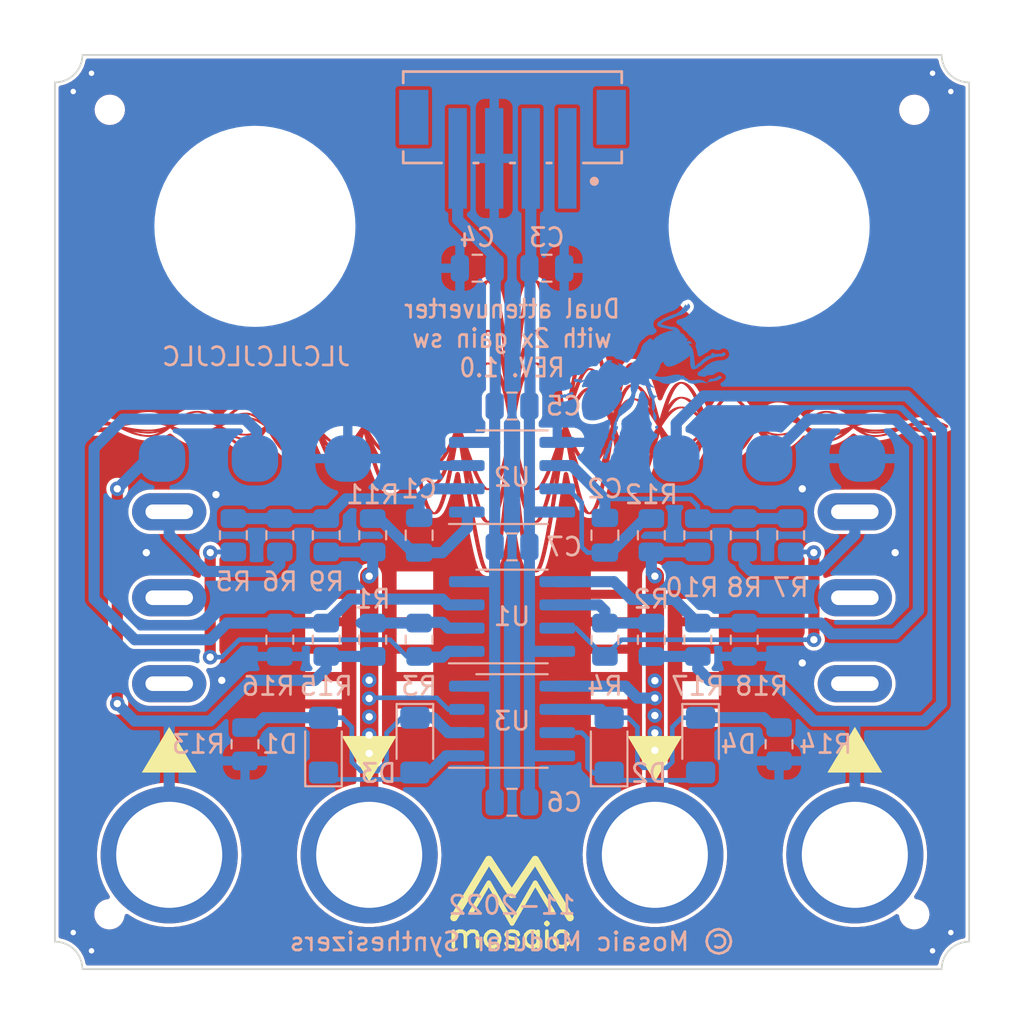
<source format=kicad_pcb>
(kicad_pcb (version 20221018) (generator pcbnew)
  (layers (0 "F.Cu" signal) (31 "B.Cu" signal) (34 "B.Paste" user) (35 "F.Paste" user) (36 "B.SilkS" user "B.Silkscreen") (37 "F.SilkS" user "F.Silkscreen") (38 "B.Mask" user) (39 "F.Mask" user) (44 "Edge.Cuts" user))
  (net 0 "")
  (net 2 "+12V")
  (net 3 "GND")
  (net 4 "-12V")
  (net 5 "Net-(C1-Pad1)")
  (net 6 "Net-(C1-Pad2)")
  (net 7 "Net-(C2-Pad1)")
  (net 8 "Net-(C2-Pad2)")
  (net 9 "Net-(D1-Pad1)")
  (net 10 "Net-(D1-Pad2)")
  (net 11 "Net-(D2-Pad1)")
  (net 12 "Net-(D2-Pad2)")
  (net 13 "Net-(R1-Pad1)")
  (net 14 "Net-(R2-Pad1)")
  (net 15 "Net-(R3-Pad1)")
  (net 16 "Net-(R6-Pad2)")
  (net 17 "Net-(R8-Pad2)")
  (net 20 "/in1")
  (net 21 "/in2")
  (net 22 "/out1")
  (net 23 "/out2")
  (net 24 "Net-(R4-Pad1)")
  (net 25 "Net-(R15-Pad2)")
  (net 26 "Net-(R17-Pad2)")
  (footprint "0-MM:JLC tooling hole" (layer "F.Cu") (at 128 78)
    (fp_text reference "REF**" hide)
    (fp_text value "SMTA guide")
  )
  (footprint "0-MM:BANANA_4mm_non_insulated_banana_jack" (layer "F.Cu") (at 142.1875 118.75)
    (fp_text reference "J4" hide)
    (fp_text value "OUTPUT" hide)
  )
  (footprint "" (layer "F.Cu") (at 172 78)
    (fp_text reference "")
    (fp_text value "")
  )
  (footprint "0-MM:LED 0805 reverse mount" (layer "F.Cu") (at 144.6875 112.75 -90)
    (fp_text reference "D3")
    (fp_text value "P")
  )
  (footprint "0-MM:LED 0805 reverse mount" (layer "F.Cu") (at 160.3125 112.75 -90)
    (fp_text reference "D4")
    (fp_text value "P")
  )
  (footprint "0-MM:BANANA_4mm_non_insulated_banana_jack" (layer "F.Cu") (at 168.75 118.75)
    (fp_text reference "J3" hide)
    (fp_text value "INPUT" hide)
  )
  (footprint "0-MM:LED 0805 reverse mount" (layer "F.Cu") (at 155.3125 112.75 90)
    (fp_text reference "D2")
    (fp_text value "N")
  )
  (footprint "0-JvGrieken backup:ANT_LOGO_COPPER_BOTTOM" (layer "F.Cu") (at 156.985 92.615)
    (fp_text reference "")
    (fp_text value "")
  )
  (footprint "" (layer "F.Cu") (at 127.98038 121.999999)
    (fp_text reference "")
    (fp_text value "")
  )
  (footprint "0-MM:RV16AF-20-17K" (layer "F.Cu") (at 164.0625 84.375)
    (fp_text reference "RV2")
    (fp_text value "100k")
  )
  (footprint "0-MM:SS-12D10" (layer "F.Cu") (at 168.75 104.6875 90)
    (fp_text reference "SW2" hide)
    (fp_text value "gain X2")
  )
  (footprint "0-MM:MM_LOGO" (layer "F.Cu") (at 150 122.5)
    (fp_text reference "RefV" hide)
    (fp_text value "Val**" hide)
  )
  (footprint "0-MM:RV16AF-20-17K" (layer "F.Cu") (at 135.9375 84.375)
    (fp_text reference "RV1")
    (fp_text value "100k")
  )
  (footprint "0-MM:SS-12D10" (layer "F.Cu") (at 131.25 104.6875 90)
    (fp_text reference "SW1" hide)
    (fp_text value "gain X2")
  )
  (footprint "0-MM:LED 0805 reverse mount" (layer "F.Cu") (at 139.6875 112.75 90)
    (fp_text reference "D1")
    (fp_text value "N")
  )
  (footprint "" (layer "F.Cu") (at 172 122)
    (fp_text reference "")
    (fp_text value "")
  )
  (footprint "0-MM:BANANA_4mm_non_insulated_banana_jack" (layer "F.Cu") (at 131.25 118.75)
    (fp_text reference "J2" hide)
    (fp_text value "INPUT" hide)
  )
  (footprint "0-MM:BANANA_4mm_non_insulated_banana_jack" (layer "F.Cu") (at 157.8125 118.75)
    (fp_text reference "J5" hide)
    (fp_text value "OUTPUT" hide)
  )
  (footprint "Resistor_SMD:R_0805_2012Metric" (layer "B.Cu") (at 135.395 112.7 -90)
    (fp_text reference "R13")
    (fp_text value "680")
  )
  (footprint "Resistor_SMD:R_0805_2012Metric" (layer "B.Cu") (at 162.7 106.985 -90)
    (fp_text reference "R18")
    (fp_text value "47k")
  )
  (footprint "0-MM:JLC production number location" (layer "B.Cu") (at 136 91.5 180)
    (fp_text reference "REF**" hide)
    (fp_text value "JLC production number location" hide)
  )
  (footprint "Resistor_SMD:R_0805_2012Metric" (layer "B.Cu") (at 137.3 101.27 -90)
    (fp_text reference "R6")
    (fp_text value "100k")
  )
  (footprint "Resistor_SMD:R_0805_2012Metric" (layer "B.Cu") (at 144.92 106.985 90)
    (fp_text reference "R3")
    (fp_text value "100k")
  )
  (footprint "Resistor_SMD:R_0805_2012Metric" (layer "B.Cu") (at 139.84 101.27 90)
    (fp_text reference "R9")
    (fp_text value "100k")
  )
  (footprint "Resistor_SMD:R_0805_2012Metric" (layer "B.Cu") (at 142.38 106.985 -90)
    (fp_text reference "R1")
    (fp_text value "100k")
  )
  (footprint "Package_SO:SOIC-8_3.9x4.9mm_P1.27mm" (layer "B.Cu") (at 150 111.43)
    (fp_text reference "U3")
    (fp_text value "TL072")
  )
  (footprint "Resistor_SMD:R_0805_2012Metric" (layer "B.Cu") (at 164.605 112.7 -90)
    (fp_text reference "R14")
    (fp_text value "680")
  )
  (footprint "Capacitor_SMD:C_0805_2012Metric" (layer "B.Cu") (at 151.9025 86.665 180)
    (fp_text reference "C3")
    (fp_text value "10u")
  )
  (footprint "Resistor_SMD:R_0805_2012Metric" (layer "B.Cu") (at 155.08 106.985 90)
    (fp_text reference "R4")
    (fp_text value "100k")
  )
  (footprint "Resistor_SMD:R_0805_2012Metric" (layer "B.Cu") (at 160.16 101.27 90)
    (fp_text reference "R10")
    (fp_text value "100k")
  )
  (footprint "Resistor_SMD:R_0805_2012Metric" (layer "B.Cu") (at 162.7 101.27 -90)
    (fp_text reference "R8")
    (fp_text value "100k")
  )
  (footprint "Resistor_SMD:R_0805_2012Metric" (layer "B.Cu") (at 157.62 101.27 90)
    (fp_text reference "R12")
    (fp_text value "1k")
  )
  (footprint "Package_SO:SOIC-8_3.9x4.9mm_P1.27mm" (layer "B.Cu") (at 150 98.095)
    (fp_text reference "U2")
    (fp_text value "TL072")
  )
  (footprint "Capacitor_SMD:C_0805_2012Metric" (layer "B.Cu") (at 148.0975 86.665 180)
    (fp_text reference "C4")
    (fp_text value "10u")
  )
  (footprint "Resistor_SMD:R_0805_2012Metric" (layer "B.Cu") (at 165.24 101.27 -90)
    (fp_text reference "R7")
    (fp_text value "100k")
  )
  (footprint "Resistor_SMD:R_0805_2012Metric" (layer "B.Cu") (at 157.62 106.985 -90)
    (fp_text reference "R2")
    (fp_text value "100k")
  )
  (footprint "Resistor_SMD:R_0805_2012Metric" (layer "B.Cu") (at 142.38 101.27 90)
    (fp_text reference "R11")
    (fp_text value "1k")
  )
  (footprint "Package_SO:SOIC-8_3.9x4.9mm_P1.27mm" (layer "B.Cu") (at 150 105.715)
    (fp_text reference "U1")
    (fp_text value "TL072")
  )
  (footprint "Capacitor_SMD:C_0805_2012Metric" (layer "B.Cu") (at 150 115.875)
    (fp_text reference "C6")
    (fp_text value "100n")
  )
  (footprint "Capacitor_SMD:C_0805_2012Metric" (layer "B.Cu") (at 150 101.905)
    (fp_text reference "C7")
    (fp_text value "100n")
  )
  (footprint "Resistor_SMD:R_0805_2012Metric" (layer "B.Cu") (at 134.76 101.27 -90)
    (fp_text reference "R5")
    (fp_text value "100k")
  )
  (footprint "Resistor_SMD:R_0805_2012Metric" (layer "B.Cu") (at 139.84 106.985 90)
    (fp_text reference "R15")
    (fp_text value "47k")
  )
  (footprint "0-MM:JST_B4B-PH-SM4-TB_LF_SN_0" (layer "B.Cu") (at 150 78.41 180)
    (fp_text reference "J1" hide)
    (fp_text value "Conn_01x04")
  )
  (footprint "Capacitor_SMD:C_0805_2012Metric" (layer "B.Cu") (at 150 94.2025)
    (fp_text reference "C5")
    (fp_text value "100n")
  )
  (footprint "Capacitor_SMD:C_0805_2012Metric" (layer "B.Cu") (at 144.92 101.27 -90)
    (fp_text reference "C1")
    (fp_text value "22p")
  )
  (footprint "Capacitor_SMD:C_0805_2012Metric" (layer "B.Cu") (at 155.08 101.27 -90)
    (fp_text reference "C2")
    (fp_text value "22p")
  )
  (footprint "Resistor_SMD:R_0805_2012Metric" (layer "B.Cu") (at 160.16 106.985 90)
    (fp_text reference "R17")
    (fp_text value "47k")
  )
  (footprint "Resistor_SMD:R_0805_2012Metric" (layer "B.Cu") (at 137.3 106.985 -90)
    (fp_text reference "R16")
    (fp_text value "47k")
  )
  (gr_poly (pts (xy 148.664601 87.325638) (xy 148.6646 87.325639) (xy 148.664599 87.32564) (xy 148.664598 87.32564) (xy 148.664596 87.325642) (xy 148.664594 87.325643) (xy 148.664593 87.325644) (xy 148.664591 87.325645) (xy 148.66459 87.325645) (xy 148.664588 87.325646) (xy 148.664586 87.325647) (xy 148.664584 87.325647) (xy 148.664582 87.325648) (xy 148.664579 87.325649) (xy 148.675987 87.325803) (xy 148.687201 87.326255) (xy 148.698211 87.326989) (xy 148.709004 87.327989) (xy 148.719567 87.329238) (xy 148.729889 87.330723) (xy 148.739957 87.332425) (xy 148.749761 87.33433) (xy 148.759286 87.336422) (xy 148.768522 87.338684) (xy 148.777456 87.341101) (xy 148.786076 87.343657) (xy 148.79437 87.346336) (xy 148.802326 87.349123) (xy 148.809932 87.352) (xy 148.817175 87.354953) (xy 148.824125 87.357979) (xy 148.830866 87.361082) (xy 148.837407 87.364264) (xy 148.843761 87.367523) (xy 148.849938 87.370861) (xy 148.85595 87.374278) (xy 148.861809 87.377774) (xy 148.867526 87.38135) (xy 148.873112 87.385006) (xy 148.878579 87.388741) (xy 148.883937 87.392558) (xy 148.889199 87.396455) (xy 148.894375 87.400433) (xy 148.899477 87.404492) (xy 148.909506 87.412857) (xy 148.919343 87.421562) (xy 148.928999 87.430623) (xy 148.938484 87.440042) (xy 148.947808 87.44982) (xy 148.956981 87.459959) (xy 148.966012 87.470461) (xy 148.974913 87.481328) (xy 148.983692 87.492561) (xy 148.99236 87.504162) (xy 149.000926 87.516132) (xy 149.009401 87.528474) (xy 149.017794 87.54119) (xy 149.034375 87.567747) (xy 149.050749 87.595817) (xy 149.082925 87.656473) (xy 149.114292 87.723017) (xy 149.144889 87.795298) (xy 149.174753 87.873165) (xy 149.203922 87.95647) (xy 149.232433 88.045061) (xy 149.260325 88.138789) (xy 149.287634 88.237503) (xy 149.340549 88.449193) (xy 149.391225 88.67868) (xy 149.439746 88.924528) (xy 149.486194 89.185303) (xy 149.530652 89.459568) (xy 149.573204 89.745888) (xy 149.652922 90.348953) (xy 149.75147 91.223352) (xy 149.839046 92.125932) (xy 149.917204 93.026771) (xy 149.987501 93.895942) (xy 150.057799 93.026769) (xy 150.072642 92.855701) (xy 150.415693 92.855701) (xy 150.446324 92.767513) (xy 150.477955 92.681933) (xy 150.510627 92.599175) (xy 150.544378 92.519455) (xy 150.57925 92.442986) (xy 150.615282 92.369985) (xy 150.652513 92.300666) (xy 150.671592 92.267455) (xy 150.690985 92.235244) (xy 150.704779 92.213248) (xy 150.71872 92.191766) (xy 150.732822 92.170804) (xy 150.747096 92.150369) (xy 150.761556 92.130464) (xy 150.776212 92.111097) (xy 150.791079 92.092272) (xy 150.806168 92.073995) (xy 150.821491 92.056271) (xy 150.837062 92.039106) (xy 150.852893 92.022506) (xy 150.868995 92.006475) (xy 150.885383 91.99102) (xy 150.902067 91.976146) (xy 150.919061 91.961858) (xy 150.936377 91.948162) (xy 150.954039 91.93505) (xy 150.972112 91.92252) (xy 150.990676 91.910584) (xy 151.009814 91.899254) (xy 151.029606 91.888543) (xy 151.039773 91.883423) (xy 151.050133 91.878462) (xy 151.060698 91.873662) (xy 151.071477 91.869024) (xy 151.08248 91.864549) (xy 151.093718 91.860241) (xy 151.117122 91.852138) (xy 151.141829 91.8448) (xy 151.167727 91.838324) (xy 151.194707 91.832808) (xy 151.222658 91.828348) (xy 151.236963 91.826545) (xy 151.251469 91.825042) (xy 151.266163 91.823852) (xy 151.28103 91.822987) (xy 151.296058 91.822459) (xy 151.311232 91.82228) (xy 151.322885 91.822437) (xy 151.334291 91.822895) (xy 151.345445 91.823638) (xy 151.356341 91.824649) (xy 151.366973 91.825912) (xy 151.377336 91.827409) (xy 151.387424 91.829125) (xy 151.397231 91.831043) (xy 151.406752 91.833145) (xy 151.415981 91.835416) (xy 151.424912 91.837838) (xy 151.433539 91.840395) (xy 151.441858 91.84307) (xy 151.449862 91.845847) (xy 151.464903 91.851638) (xy 151.472003 91.854637) (xy 151.478923 91.857717) (xy 151.485674 91.860877) (xy 151.492266 91.86412) (xy 151.498709 91.867444) (xy 151.505014 91.870851) (xy 151.511192 91.874341) (xy 151.517254 91.877913) (xy 151.523209 91.881569) (xy 151.529069 91.885309) (xy 151.540545 91.893041) (xy 151.551767 91.901113) (xy 151.562818 91.909526) (xy 151.573759 91.918294) (xy 151.58459 91.927426) (xy 151.595321 91.936924) (xy 151.605962 91.946786) (xy 151.616521 91.957013) (xy 151.627007 91.967607) (xy 151.637429 91.978565) (xy 151.647797 91.98989) (xy 151.668404 92.013637) (xy 151.688902 92.038849) (xy 151.709362 92.065527) (xy 151.729856 92.093673) (xy 151.770991 92.154302) (xy 151.812272 92.220518) (xy 151.853722 92.292096) (xy 151.895364 92.368813) (xy 151.937221 92.450445) (xy 151.979318 92.536769) (xy 152.021677 92.627562) (xy 152.064322 92.722599) (xy 152.138013 92.894531) (xy 152.212482 93.076931) (xy 152.287704 93.26854) (xy 152.363653 93.468101) (xy 152.229066 92.904468) (xy 152.096599 92.364891) (xy 151.966421 91.859423) (xy 151.902245 91.622621) (xy 151.838705 91.398117) (xy 151.796265 91.25444) (xy 151.754126 91.117298) (xy 151.712308 90.987094) (xy 151.670832 90.864234) (xy 151.629717 90.74912) (xy 151.588985 90.642159) (xy 151.548655 90.543753) (xy 151.508749 90.454307) (xy 151.488941 90.413062) (xy 151.469236 90.374212) (xy 151.449679 90.33784) (xy 151.430313 90.304026) (xy 151.420716 90.288104) (xy 151.411184 90.272852) (xy 151.401723 90.25828) (xy 151.392337 90.244399) (xy 151.383033 90.231218) (xy 151.373816 90.218747) (xy 151.364691 90.206998) (xy 151.355665 90.19598) (xy 151.351327 90.190911) (xy 151.347004 90.18602) (xy 151.342707 90.181309) (xy 151.338447 90.176783) (xy 151.334233 90.172444) (xy 151.330075 90.168298) (xy 151.325985 90.164347) (xy 151.321972 90.160595) (xy 151.318046 90.157047) (xy 151.314218 90.153705) (xy 151.310498 90.150574) (xy 151.306896 90.147657) (xy 151.303423 90.144958) (xy 151.300088 90.142481) (xy 151.296902 90.140229) (xy 151.293875 90.138206) (xy 151.293875 90.138202) (xy 151.290508 90.139366) (xy 151.286827 90.140749) (xy 151.282829 90.14237) (xy 151.278513 90.144248) (xy 151.273876 90.146401) (xy 151.268917 90.14885) (xy 151.263634 90.151611) (xy 151.258024 90.154705) (xy 151.251491 90.15853) (xy 151.244805 90.162706) (xy 151.237977 90.167228) (xy 151.231019 90.172093) (xy 151.223946 90.177295) (xy 151.216769 90.18283) (xy 151.2095 90.188693) (xy 151.202152 90.194879) (xy 151.194738 90.201385) (xy 151.187271 90.208205) (xy 151.179761 90.215334) (xy 151.172224 90.222769) (xy 151.164669 90.230505) (xy 151.157111 90.238537) (xy 151.149562 90.24686) (xy 151.142035 90.25547) (xy 151.127036 90.273532) (xy 151.112102 90.292693) (xy 151.097238 90.312936) (xy 151.08245 90.334238) (xy 151.053125 90.379947) (xy 151.024173 90.42966) (xy 150.995641 90.483221) (xy 150.967574 90.540472) (xy 150.940019 90.601253) (xy 150.913023 90.665409) (xy 150.860685 90.803312) (xy 150.810438 90.953208) (xy 150.762225 91.114114) (xy 150.715985 91.285045) (xy 150.671661 91.465019) (xy 150.629193 91.653052) (xy 150.588522 91.848162) (xy 150.549589 92.049366) (xy 150.514011 92.246027) (xy 150.47988 92.446524) (xy 150.44713 92.650025) (xy 150.415693 92.855701) (xy 150.072642 92.855701) (xy 150.135961 92.12593) (xy 150.188465 91.584816) (xy 150.41519 91.584816) (xy 150.445714 91.451392) (xy 150.477215 91.321973) (xy 150.509726 91.196892) (xy 150.54328 91.076487) (xy 150.577909 90.961091) (xy 150.613647 90.85104) (xy 150.650527 90.74667) (xy 150.688581 90.648315) (xy 150.716026 90.582975) (xy 150.744065 90.520881) (xy 150.758328 90.491077) (xy 150.772764 90.462116) (xy 150.787382 90.434006) (xy 150.802189 90.406759) (xy 150.817193 90.380385) (xy 150.832404 90.354894) (xy 150.847828 90.330295) (xy 150.863474 90.3066) (xy 150.879351 90.283818) (xy 150.895465 90.26196) (xy 150.911826 90.241035) (xy 150.928442 90.221054) (xy 150.9453 90.20202) (xy 150.953832 90.192855) (xy 150.962448 90.183924) (xy 150.971161 90.175225) (xy 150.979986 90.166758) (xy 150.988933 90.158523) (xy 150.998017 90.150517) (xy 151.00725 90.142741) (xy 151.016645 90.135193) (xy 151.026215 90.127873) (xy 151.035972 90.12078) (xy 151.045929 90.113912) (xy 151.0561 90.10727) (xy 151.066496 90.100852) (xy 151.077131 90.094657) (xy 151.088138 90.088649) (xy 151.099638 90.082811) (xy 151.11163 90.077174) (xy 151.124109 90.071766) (xy 151.137072 90.066619) (xy 151.150518 90.061761) (xy 151.164442 90.057224) (xy 151.178842 90.053038) (xy 151.193714 90.049231) (xy 151.209056 90.045835) (xy 151.224865 90.042879) (xy 151.241138 90.040393) (xy 151.257871 90.038407) (xy 151.275062 90.036951) (xy 151.292707 90.036056) (xy 151.310804 90.035751) (xy 151.325917 90.036019) (xy 151.340321 90.036799) (xy 151.354039 90.038055) (xy 151.367091 90.03975) (xy 151.3795 90.041847) (xy 151.391286 90.044309) (xy 151.402471 90.047101) (xy 151.413077 90.050185) (xy 151.423126 90.053524) (xy 151.432638 90.057083) (xy 151.441635 90.060825) (xy 151.450139 90.064712) (xy 151.458171 90.068709) (xy 151.465752 90.072779) (xy 151.472905 90.076884) (xy 151.47965 90.080989) (xy 151.486114 90.085137) (xy 151.492414 90.089395) (xy 151.498561 90.093766) (xy 151.504567 90.098254) (xy 151.510444 90.10286) (xy 151.516202 90.107588) (xy 151.521853 90.112439) (xy 151.527408 90.117417) (xy 151.532878 90.122525) (xy 151.538275 90.127764) (xy 151.543609 90.133138) (xy 151.548893 90.138649) (xy 151.559354 90.150093) (xy 151.569746 90.162117) (xy 151.580102 90.174739) (xy 151.590405 90.187958) (xy 151.610873 90.216179) (xy 151.631195 90.246767) (xy 151.651413 90.279707) (xy 151.67157 90.314983) (xy 151.691709 90.352583) (xy 151.711874 90.392492) (xy 151.732107 90.434696) (xy 151.772785 90.525834) (xy 151.813707 90.625624) (xy 151.854881 90.733705) (xy 151.896317 90.849714) (xy 151.93802 90.973291) (xy 151.979999 91.104073) (xy 152.022262 91.2417) (xy 152.064817 91.38581) (xy 152.138657 91.647647) (xy 152.213305 91.925582) (xy 152.288734 92.217676) (xy 152.364912 92.521988) (xy 152.09673 90.838784) (xy 151.965978 90.067418) (xy 151.837675 89.363445) (xy 151.753051 88.936645) (xy 151.711199 88.738691) (xy 151.669671 88.55183) (xy 151.628478 88.376657) (xy 151.587634 88.21377) (xy 151.547151 88.063763) (xy 151.50704 87.927234) (xy 151.48712 87.864202) (xy 151.467291 87.804763) (xy 151.447576 87.749017) (xy 151.427999 87.697064) (xy 151.408581 87.649003) (xy 151.389346 87.604934) (xy 151.370316 87.564955) (xy 151.351515 87.529167) (xy 151.343497 87.515102) (xy 151.335513 87.50184) (xy 151.327605 87.48941) (xy 151.319812 87.477839) (xy 151.312173 87.467155) (xy 151.30473 87.457388) (xy 151.301093 87.452857) (xy 151.297521 87.448565) (xy 151.294017 87.444517) (xy 151.290586 87.440715) (xy 151.290586 87.440712) (xy 151.288015 87.442495) (xy 151.285397 87.444362) (xy 151.282738 87.446312) (xy 151.280042 87.448346) (xy 151.277314 87.450463) (xy 151.274559 87.452662) (xy 151.271782 87.454943) (xy 151.268988 87.457305) (xy 151.261662 87.463813) (xy 151.25424 87.470838) (xy 151.246732 87.478372) (xy 151.239147 87.486409) (xy 151.231494 87.494939) (xy 151.223784 87.503957) (xy 151.216026 87.513454) (xy 151.208229 87.523424) (xy 151.192559 87.54475) (xy 151.176851 87.567875) (xy 151.161181 87.59274) (xy 151.145628 87.619285) (xy 151.114914 87.677261) (xy 151.084656 87.741583) (xy 151.054875 87.812038) (xy 151.025588 87.888412) (xy 150.996815 87.970493) (xy 150.968575 88.058067) (xy 150.940887 88.15092) (xy 150.913771 88.24884) (xy 150.86122 88.459121) (xy 150.810815 88.687455) (xy 150.762489 88.932371) (xy 150.716174 89.192398) (xy 150.671802 89.466064) (xy 150.629305 89.751899) (xy 150.549665 90.354187) (xy 150.513926 90.654346) (xy 150.479644 90.960356) (xy 150.41519 91.584816) (xy 150.188465 91.584816) (xy 150.223539 91.223349) (xy 150.322088 90.348949) (xy 150.361075 90.042825) (xy 150.401802 89.745885) (xy 150.444354 89.459565) (xy 150.488813 89.185301) (xy 150.535262 88.924527) (xy 150.583784 88.678679) (xy 150.634461 88.449192) (xy 150.687376 88.237503) (xy 150.714685 88.138789) (xy 150.742576 88.045061) (xy 150.771086 87.95647) (xy 150.800254 87.873165) (xy 150.830117 87.795298) (xy 150.860714 87.723017) (xy 150.8763 87.689019) (xy 150.892083 87.656473) (xy 150.908068 87.6254) (xy 150.924261 87.595817) (xy 150.932427 87.581592) (xy 150.940634 87.567747) (xy 150.948894 87.55428) (xy 150.957215 87.54119) (xy 150.965607 87.528475) (xy 150.974082 87.516133) (xy 150.982648 87.504163) (xy 150.991315 87.492562) (xy 151.000094 87.48133) (xy 151.008994 87.470463) (xy 151.018026 87.459961) (xy 151.027199 87.449822) (xy 151.036523 87.440043) (xy 151.046009 87.430624) (xy 151.055666 87.421563) (xy 151.065504 87.412857) (xy 151.07553 87.404491) (xy 151.085808 87.396452) (xy 151.096428 87.388739) (xy 151.101894 87.385003) (xy 151.10748 87.381347) (xy 151.113197 87.377772) (xy 151.119056 87.374275) (xy 151.125068 87.370859) (xy 151.131245 87.367521) (xy 151.137598 87.364262) (xy 151.144139 87.361081) (xy 151.150878 87.357978) (xy 151.157827 87.354953) (xy 151.172676 87.349123) (xy 151.188926 87.343657) (xy 151.20648 87.338684) (xy 151.215716 87.336422) (xy 151.225242 87.33433) (xy 151.235045 87.332425) (xy 151.245113 87.330723) (xy 151.255435 87.329238) (xy 151.265999 87.327989) (xy 151.276791 87.326989) (xy 151.287801 87.326255) (xy 151.299015 87.325803) (xy 151.310423 87.325649) (xy 151.320793 87.325806) (xy 151.330817 87.326262) (xy 151.340491 87.326994) (xy 151.349812 87.32798) (xy 151.358777 87.329197) (xy 151.367382 87.330623) (xy 151.375625 87.332236) (xy 151.383502 87.334012) (xy 151.39101 87.335929) (xy 151.398146 87.337966) (xy 151.404906 87.340098) (xy 151.411288 87.342304) (xy 151.417288 87.344561) (xy 151.422903 87.346846) (xy 151.42813 87.349138) (xy 151.432966 87.351413) (xy 151.437506 87.353682) (xy 151.441854 87.355969) (xy 151.446023 87.358278) (xy 151.450024 87.360609) (xy 151.453869 87.362964) (xy 151.45757 87.365345) (xy 151.461139 87.367754) (xy 151.464588 87.370192) (xy 151.467928 87.372661) (xy 151.471172 87.375162) (xy 151.47433 87.377698) (xy 151.477416 87.38027) (xy 151.483415 87.385529) (xy 151.489264 87.390953) (xy 151.495012 87.39656) (xy 151.500656 87.402364) (xy 151.506203 87.408367) (xy 151.511661 87.414574) (xy 151.517037 87.420987) (xy 151.522341 87.427609) (xy 151.527578 87.434445) (xy 151.532759 87.441497) (xy 151.542978 87.456263) (xy 151.553061 87.471936) (xy 151.563072 87.48854) (xy 151.573072 87.506103) (xy 151.593071 87.544123) (xy 151.613022 87.585947) (xy 151.632946 87.631528) (xy 151.652863 87.68082) (xy 151.672797 87.733778) (xy 151.692767 87.790356) (xy 151.712794 87.850508) (xy 151.732901 87.914188) (xy 151.773358 88.051868) (xy 151.814108 88.202812) (xy 151.855151 88.366455) (xy 151.896486 88.54223) (xy 151.980037 88.927909) (xy 152.064764 89.35532) (xy 152.237637 90.316945) (xy 152.414734 91.389983) (xy 152.780096 93.721683) (xy 152.921408 94.61795) (xy 153.019685 94.054965) (xy 153.040201 93.943103) (xy 153.402975 93.943103) (xy 153.442131 93.872792) (xy 153.481393 93.805348) (xy 153.520779 93.740881) (xy 153.560308 93.679501) (xy 153.600001 93.621316) (xy 153.639876 93.566437) (xy 153.659888 93.540271) (xy 153.679953 93.514973) (xy 153.700073 93.490555) (xy 153.720251 93.467033) (xy 153.745723 93.438702) (xy 153.771302 93.411819) (xy 153.784159 93.398922) (xy 153.797076 93.386389) (xy 153.810064 93.374221) (xy 153.823134 93.362418) (xy 153.836298 93.350981) (xy 153.849567 93.339911) (xy 153.862951 93.329208) (xy 153.876462 93.318874) (xy 153.890111 93.308907) (xy 153.903909 93.29931) (xy 153.917867 93.290083) (xy 153.931997 93.281227) (xy 153.946413 93.272678) (xy 153.961237 93.2644) (xy 153.976491 93.256431) (xy 153.992196 93.24881) (xy 154.008373 93.241576) (xy 154.025041 93.234768) (xy 154.042223 93.228424) (xy 154.059938 93.222583) (xy 154.078209 93.217284) (xy 154.097054 93.212566) (xy 154.116496 93.208467) (xy 154.136555 93.205027) (xy 154.157252 93.202283) (xy 154.178608 93.200276) (xy 154.200643 93.199043) (xy 154.223379 93.198623) (xy 154.242567 93.198882) (xy 154.261506 93.199645) (xy 154.280184 93.200895) (xy 154.298588 93.202613) (xy 154.316705 93.204779) (xy 154.334523 93.207377) (xy 154.352028 93.210386) (xy 154.369208 93.213788) (xy 154.386051 93.217565) (xy 154.402542 93.221699) (xy 154.418671 93.22617) (xy 154.434423 93.230959) (xy 154.449786 93.23605) (xy 154.464747 93.241422) (xy 154.479294 93.247057) (xy 154.493414 93.252937) (xy 154.507177 93.259055) (xy 154.520674 93.265416) (xy 154.533918 93.272018) (xy 154.54692 93.278859) (xy 154.559692 93.285937) (xy 154.572248 93.29325) (xy 154.584599 93.300797) (xy 154.596757 93.308575) (xy 154.608735 93.316584) (xy 154.620545 93.324821) (xy 154.632199 93.333284) (xy 154.643709 93.341972) (xy 154.655088 93.350883) (xy 154.666347 93.360016) (xy 154.688559 93.378936) (xy 154.710407 93.398732) (xy 154.731906 93.419401) (xy 154.753069 93.440928) (xy 154.77391 93.463296) (xy 154.794444 93.486491) (xy 154.814685 93.510496) (xy 154.834648 93.535296) (xy 154.854345 93.560876) (xy 154.873793 93.587219) (xy 154.893004 93.61431) (xy 154.930775 93.670674) (xy 154.967772 93.729843) (xy 155.00411 93.79169) (xy 155.012686 93.806808) (xy 155.021225 93.822068) (xy 155.029726 93.837468) (xy 155.038191 93.853004) (xy 154.975728 93.630799) (xy 154.944017 93.523133) (xy 154.911944 93.418052) (xy 154.87948 93.315777) (xy 154.846594 93.21653) (xy 154.813255 93.120532) (xy 154.779432 93.028003) (xy 154.74363 92.935536) (xy 154.707221 92.847328) (xy 154.670213 92.763663) (xy 154.632615 92.684825) (xy 154.613597 92.647304) (xy 154.594434 92.611096) (xy 154.575128 92.576237) (xy 154.555679 92.542762) (xy 154.536089 92.510706) (xy 154.516357 92.480104) (xy 154.496486 92.450993) (xy 154.476477 92.423408) (xy 154.46641 92.410199) (xy 154.456299 92.397387) (xy 154.446156 92.38498) (xy 154.435991 92.372986) (xy 154.425816 92.361412) (xy 154.415642 92.350265) (xy 154.405482 92.339552) (xy 154.395346 92.329283) (xy 154.385245 92.319463) (xy 154.375192 92.310101) (xy 154.365198 92.301203) (xy 154.355273 92.292779) (xy 154.34543 92.284834) (xy 154.33568 92.277376) (xy 154.326034 92.270414) (xy 154.316503 92.263954) (xy 154.308198 92.25866) (xy 154.300213 92.253862) (xy 154.292556 92.249536) (xy 154.285233 92.245658) (xy 154.278251 92.242207) (xy 154.271618 92.239157) (xy 154.265341 92.236486) (xy 154.259427 92.23417) (xy 154.253883 92.232187) (xy 154.248716 92.230512) (xy 154.243934 92.229123) (xy 154.239542 92.227997) (xy 154.23555 92.227109) (xy 154.231963 92.226437) (xy 154.228788 92.225957) (xy 154.226034 92.225647) (xy 154.223463 92.22646) (xy 154.221651 92.227087) (xy 154.219486 92.227887) (xy 154.216964 92.228879) (xy 154.214082 92.230082) (xy 154.210838 92.231516) (xy 154.207228 92.2332) (xy 154.199037 92.237388) (xy 154.190128 92.242481) (xy 154.180591 92.248457) (xy 154.170523 92.255299) (xy 154.160015 92.262984) (xy 154.149161 92.271494) (xy 154.138055 92.280807) (xy 154.132437 92.285759) (xy 154.126791 92.290905) (xy 154.115422 92.301761) (xy 154.103941 92.313356) (xy 154.092358 92.325679) (xy 154.080679 92.33872) (xy 154.05707 92.366914) (xy 154.033177 92.397854) (xy 154.009067 92.431457) (xy 153.984805 92.46764) (xy 153.960453 92.50632) (xy 153.936079 92.547412) (xy 153.887301 92.636594) (xy 153.838431 92.734777) (xy 153.789501 92.841551) (xy 153.740538 92.956506) (xy 153.691572 93.079233) (xy 153.642632 93.209322) (xy 153.593749 93.346364) (xy 153.54495 93.489948) (xy 153.509383 93.598687) (xy 153.473863 93.710559) (xy 153.438393 93.825414) (xy 153.402975 93.943103) (xy 153.040201 93.943103) (xy 153.11854 93.515947) (xy 153.171644 93.243389) (xy 153.399542 93.243389) (xy 153.438642 93.136676) (xy 153.477819 93.034383) (xy 153.517081 92.936689) (xy 153.556437 92.843775) (xy 153.595895 92.755819) (xy 153.635464 92.673) (xy 153.67515 92.595499) (xy 153.714964 92.523494) (xy 153.740032 92.481139) (xy 153.752579 92.460815) (xy 153.765146 92.441061) (xy 153.77774 92.421879) (xy 153.79037 92.403271) (xy 153.803043 92.385238) (xy 153.815766 92.367783) (xy 153.828549 92.350906) (xy 153.841399 92.334608) (xy 153.854323 92.318893) (xy 153.867329 92.303761) (xy 153.880427 92.289213) (xy 153.893622 92.275252) (xy 153.906924 92.261879) (xy 153.92034 92.249095) (xy 153.933865 92.236893) (xy 153.947551 92.225258) (xy 153.961492 92.214184) (xy 153.968587 92.208854) (xy 153.97578 92.203661) (xy 153.983085 92.198605) (xy 153.990511 92.193683) (xy 153.99807 92.188896) (xy 154.005775 92.184241) (xy 154.013637 92.179718) (xy 154.021668 92.175326) (xy 154.029879 92.171064) (xy 154.038282 92.166931) (xy 154.056066 92.158971) (xy 154.075381 92.15149) (xy 154.085605 92.147985) (xy 154.096202 92.144666) (xy 154.107169 92.141557) (xy 154.118503 92.13868) (xy 154.1302 92.136057) (xy 154.142257 92.13371) (xy 154.154671 92.131663) (xy 154.167439 92.129938) (xy 154.180558 92.128557) (xy 154.194023 92.127543) (xy 154.207833 92.126918) (xy 154.221983 92.126705) (xy 154.244529 92.127129) (xy 154.266388 92.128375) (xy 154.287573 92.130403) (xy 154.308094 92.133172) (xy 154.327962 92.136642) (xy 154.347189 92.140772) (xy 154.365786 92.145522) (xy 154.383763 92.150852) (xy 154.401133 92.156722) (xy 154.417905 92.16309) (xy 154.434092 92.169917) (xy 154.449704 92.177162) (xy 154.464752 92.184785) (xy 154.479248 92.192746) (xy 154.493203 92.201003) (xy 154.506628 92.209518) (xy 154.519666 92.218325) (xy 154.532462 92.227487) (xy 154.545029 92.237004) (xy 154.557378 92.246876) (xy 154.569524 92.257102) (xy 154.581477 92.267683) (xy 154.593251 92.278618) (xy 154.604859 92.289908) (xy 154.616313 92.30155) (xy 154.627626 92.313547) (xy 154.63881 92.325897) (xy 154.649878 92.338599) (xy 154.660843 92.351655) (xy 154.671717 92.365063) (xy 154.693243 92.392936) (xy 154.714496 92.422212) (xy 154.735461 92.452868) (xy 154.776569 92.518212) (xy 154.816644 92.588759) (xy 154.855769 92.664298) (xy 154.894023 92.744616) (xy 154.931486 92.829504) (xy 154.968239 92.918751) (xy 155.004362 93.012146) (xy 155.021939 93.059601) (xy 155.039373 93.107975) (xy 154.976174 92.765668) (xy 154.911601 92.437864) (xy 154.845393 92.127331) (xy 154.811594 91.979405) (xy 154.777288 91.836834) (xy 154.741404 91.696032) (xy 154.704906 91.561648) (xy 154.66778 91.434087) (xy 154.63001 91.313751) (xy 154.591581 91.201046) (xy 154.55248 91.096374) (xy 154.51269 91.000139) (xy 154.492532 90.955312) (xy 154.472197 90.912746) (xy 154.461955 90.892324) (xy 154.451657 90.872484) (xy 154.441311 90.853237) (xy 154.430924 90.834594) (xy 154.420504 90.816564) (xy 154.410058 90.79916) (xy 154.399595 90.78239) (xy 154.389122 90.766267) (xy 154.378646 90.7508) (xy 154.368176 90.736) (xy 154.357719 90.721878) (xy 154.347283 90.708445) (xy 154.336875 90.69571) (xy 154.326503 90.683686) (xy 154.316175 90.672381) (xy 154.305899 90.661808) (xy 154.300777 90.6568) (xy 154.295668 90.651985) (xy 154.290583 90.647365) (xy 154.285536 90.642942) (xy 154.280538 90.638719) (xy 154.275602 90.634698) (xy 154.270739 90.630882) (xy 154.265963 90.627274) (xy 154.261285 90.623875) (xy 154.256717 90.620688) (xy 154.252272 90.617716) (xy 154.247963 90.614962) (xy 154.243801 90.612427) (xy 154.239798 90.610115) (xy 154.235967 90.608027) (xy 154.232321 90.606166) (xy 154.230981 90.605513) (xy 154.229704 90.6049) (xy 154.229689 90.604904) (xy 154.227272 90.606417) (xy 154.226027 90.60722) (xy 154.22476 90.608055) (xy 154.223473 90.608921) (xy 154.222168 90.609819) (xy 154.220846 90.610748) (xy 154.219511 90.611709) (xy 154.214784 90.615261) (xy 154.209905 90.619158) (xy 154.204882 90.623396) (xy 154.199727 90.627969) (xy 154.19445 90.632873) (xy 154.189062 90.638102) (xy 154.177994 90.649515) (xy 154.166608 90.662167) (xy 154.154988 90.676017) (xy 154.143218 90.691024) (xy 154.137304 90.698948) (xy 154.131384 90.707145) (xy 154.107585 90.74263) (xy 154.083569 90.782348) (xy 154.059371 90.826197) (xy 154.035027 90.874069) (xy 154.010575 90.925862) (xy 153.98605 90.981469) (xy 153.961488 91.040787) (xy 153.936926 91.10371) (xy 153.887821 91.240046) (xy 153.838704 91.389892) (xy 153.78959 91.552647) (xy 153.740498 91.727711) (xy 153.691443 91.914482) (xy 153.642443 92.112359) (xy 153.593515 92.320743) (xy 153.544676 92.539032) (xy 153.508305 92.707945) (xy 153.471992 92.881803) (xy 153.399542 93.243389) (xy 153.171644 93.243389) (xy 153.217921 93.005877) (xy 153.317778 92.529735) (xy 153.3667 92.311034) (xy 153.415717 92.102194) (xy 153.464831 91.903778) (xy 153.514048 91.716346) (xy 153.563372 91.540462) (xy 153.612808 91.376687) (xy 153.66236 91.225582) (xy 153.712034 91.087711) (xy 153.736904 91.023923) (xy 153.761797 90.963651) (xy 153.786745 90.906936) (xy 153.811786 90.853818) (xy 153.836952 90.804337) (xy 153.849594 90.780973) (xy 153.86228 90.758534) (xy 153.875015 90.737024) (xy 153.887803 90.716449) (xy 153.900649 90.696814) (xy 153.913557 90.678123) (xy 153.926504 90.660382) (xy 153.932997 90.651866) (xy 153.939518 90.64358) (xy 153.946078 90.635524) (xy 153.952686 90.627693) (xy 153.959353 90.620086) (xy 153.966089 90.612698) (xy 153.972906 90.605528) (xy 153.979813 90.598572) (xy 153.986822 90.591827) (xy 153.993942 90.585291) (xy 154.001184 90.57896) (xy 154.008559 90.572832) (xy 154.016077 90.566904) (xy 154.023748 90.561172) (xy 154.031589 90.555623) (xy 154.039663 90.550245) (xy 154.048046 90.545039) (xy 154.056817 90.540008) (xy 154.066052 90.535152) (xy 154.075829 90.530473) (xy 154.080945 90.528199) (xy 154.086226 90.525971) (xy 154.09168 90.523787) (xy 154.097319 90.521648) (xy 154.109381 90.517504) (xy 154.122573 90.513604) (xy 154.136812 90.510043) (xy 154.152017 90.506916) (xy 154.168103 90.504318) (xy 154.176451 90.503247) (xy 154.184989 90.502345) (xy 154.193707 90.501622) (xy 154.202593 90.501091) (xy 154.211638 90.500764) (xy 154.220831 90.500652) (xy 154.234844 90.500865) (xy 154.248547 90.50149) (xy 154.261932 90.502505) (xy 154.274991 90.503886) (xy 154.287716 90.505611) (xy 154.300098 90.507659) (xy 154.312129 90.510006) (xy 154.323801 90.51263) (xy 154.335106 90.515509) (xy 154.346035 90.51862) (xy 154.356581 90.52194) (xy 154.366734 90.525448) (xy 154.376488 90.529121) (xy 154.385833 90.532937) (xy 154.394761 90.536872) (xy 154.403265 90.540905) (xy 154.411439 90.545039) (xy 154.419395 90.549297) (xy 154.427147 90.553679) (xy 154.434705 90.558187) (xy 154.442082 90.562821) (xy 154.449292 90.567582) (xy 154.456345 90.572472) (xy 154.463255 90.577491) (xy 154.470033 90.582641) (xy 154.476693 90.587923) (xy 154.483246 90.593337) (xy 154.489705 90.598884) (xy 154.496082 90.604567) (xy 154.502389 90.610385) (xy 154.514845 90.622432) (xy 154.52713 90.635041) (xy 154.539238 90.648221) (xy 154.551177 90.661972) (xy 154.562957 90.676292) (xy 154.574585 90.691181) (xy 154.586071 90.706637) (xy 154.597424 90.722658) (xy 154.608652 90.739245) (xy 154.63077 90.774108) (xy 154.652494 90.811217) (xy 154.673895 90.850562) (xy 154.695044 90.892135) (xy 154.736634 90.981833) (xy 154.777254 91.079962) (xy 154.816963 91.186174) (xy 154.855818 91.300121) (xy 154.893878 91.421458) (xy 154.9312 91.549836) (xy 154.967844 91.684908) (xy 155.003866 91.826328) (xy 155.07363 92.124188) (xy 155.141356 92.442639) (xy 155.207332 92.778765) (xy 155.271848 93.12965) (xy 155.397652 93.864025) (xy 155.521078 94.622428) (xy 155.592625 94.224326) (xy 155.604538 94.162368) (xy 155.954428 94.162368) (xy 155.97646 94.132529) (xy 155.998815 94.103672) (xy 156.021514 94.075819) (xy 156.044576 94.048992) (xy 156.068022 94.023215) (xy 156.079896 94.010728) (xy 156.091874 93.998511) (xy 156.103958 93.986567) (xy 156.116151 93.9749) (xy 156.128456 93.963513) (xy 156.140875 93.952407) (xy 156.163086 93.933488) (xy 156.185725 93.915446) (xy 156.208889 93.898295) (xy 156.220699 93.890058) (xy 156.232677 93.88205) (xy 156.244835 93.874272) (xy 156.257186 93.866725) (xy 156.269741 93.859413) (xy 156.282514 93.852335) (xy 156.295516 93.845495) (xy 156.308759 93.838894) (xy 156.322256 93.832533) (xy 156.336019 93.826416) (xy 156.364686 93.814899) (xy 156.379647 93.809527) (xy 156.39501 93.804437) (xy 156.410761 93.799647) (xy 156.426889 93.795176) (xy 156.44338 93.791042) (xy 156.460222 93.787265) (xy 156.477402 93.783863) (xy 156.494907 93.780854) (xy 156.512725 93.778257) (xy 156.530842 93.776091) (xy 156.549247 93.774374) (xy 156.567925 93.773124) (xy 156.586865 93.772361) (xy 156.606054 93.772102) (xy 156.640298 93.772719) (xy 156.673812 93.77454) (xy 156.706606 93.777519) (xy 156.738691 93.781608) (xy 156.770077 93.786763) (xy 156.800773 93.792936) (xy 156.83079 93.800082) (xy 156.860137 93.808154) (xy 156.888824 93.817106) (xy 156.916862 93.826891) (xy 156.944259 93.837464) (xy 156.971027 93.848778) (xy 156.997174 93.860787) (xy 157.022712 93.873444) (xy 157.047649 93.886704) (xy 157.071997 93.90052) (xy 157.095883 93.914907) (xy 157.119444 93.929904) (xy 157.142695 93.9455) (xy 157.165651 93.961685) (xy 157.188326 93.978446) (xy 157.210736 93.995772) (xy 157.232896 94.013652) (xy 157.254821 94.032075) (xy 157.276525 94.051029) (xy 157.298025 94.070504) (xy 157.319334 94.090487) (xy 157.340468 94.110968) (xy 157.38227 94.153376) (xy 157.423552 94.197639) (xy 157.439623 94.215488) (xy 157.455623 94.233602) (xy 157.471553 94.251974) (xy 157.487415 94.270598) (xy 157.518942 94.308576) (xy 157.550215 94.34748) (xy 157.508015 94.253223) (xy 157.465597 94.160801) (xy 157.42293 94.07046) (xy 157.379985 93.98245) (xy 157.336733 93.897017) (xy 157.293144 93.814409) (xy 157.24919 93.734874) (xy 157.20484 93.65866) (xy 157.164675 93.593332) (xy 157.14445 93.561802) (xy 157.124138 93.531065) (xy 157.103744 93.501147) (xy 157.083274 93.472073) (xy 157.062734 93.443871) (xy 157.042129 93.416566) (xy 157.021467 93.390187) (xy 157.000751 93.364758) (xy 156.979989 93.340306) (xy 156.959186 93.316859) (xy 156.938347 93.294442) (xy 156.917479 93.273082) (xy 156.896587 93.252805) (xy 156.875677 93.233638) (xy 156.865214 93.224482) (xy 156.854747 93.215619) (xy 156.84429 93.207054) (xy 156.833852 93.198789) (xy 156.823446 93.190829) (xy 156.813082 93.183179) (xy 156.802772 93.175841) (xy 156.792527 93.168821) (xy 156.782359 93.162122) (xy 156.772278 93.155749) (xy 156.762297 93.149704) (xy 156.752425 93.143993) (xy 156.742676 93.138619) (xy 156.733059 93.133586) (xy 156.723587 93.128899) (xy 156.71427 93.124561) (xy 156.705204 93.12059) (xy 156.69647 93.116989) (xy 156.688061 93.113744) (xy 156.679965 93.110838) (xy 156.672173 93.108255) (xy 156.664677 93.105981) (xy 156.657466 93.103997) (xy 156.650532 93.10229) (xy 156.643864 93.100843) (xy 156.637455 93.09964) (xy 156.631293 93.098666) (xy 156.62537 93.097905) (xy 156.619677 93.09734) (xy 156.614204 93.096956) (xy 156.608941 93.096737) (xy 156.603886 93.096668) (xy 156.598956 93.096965) (xy 156.591898 93.098031) (xy 156.587596 93.098934) (xy 156.582793 93.100126) (xy 156.577499 93.101642) (xy 156.571723 93.103512) (xy 156.565475 93.105771) (xy 156.558766 93.10845) (xy 156.551605 93.111583) (xy 156.544002 93.115201) (xy 156.535968 93.119338) (xy 156.527512 93.124025) (xy 156.518644 93.129297) (xy 156.509375 93.135185) (xy 156.499847 93.141645) (xy 156.490203 93.148607) (xy 156.480454 93.156065) (xy 156.470612 93.16401) (xy 156.460688 93.172435) (xy 156.450693 93.181332) (xy 156.44064 93.190694) (xy 156.430539 93.200514) (xy 156.420403 93.210784) (xy 156.410242 93.221496) (xy 156.400068 93.232643) (xy 156.389893 93.244217) (xy 156.379728 93.256212) (xy 156.369585 93.268618) (xy 156.359475 93.28143) (xy 156.349409 93.294639) (xy 156.3294 93.322224) (xy 156.309529 93.351334) (xy 156.270208 93.413991) (xy 156.231453 93.482326) (xy 156.193274 93.556054) (xy 156.155676 93.634893) (xy 156.118668 93.718559) (xy 156.082258 93.806767) (xy 156.046453 93.899234) (xy 156.023103 93.962573) (xy 155.999989 94.02759) (xy 155.9771 94.094212) (xy 155.954428 94.162368) (xy 155.604538 94.162368) (xy 155.66587 93.843377) (xy 155.721582 93.577392) (xy 155.949781 93.577392) (xy 155.971552 93.532601) (xy 155.993604 93.489344) (xy 156.015952 93.447659) (xy 156.038609 93.407586) (xy 156.061591 93.369161) (xy 156.084912 93.332424) (xy 156.108586 93.297412) (xy 156.132627 93.264164) (xy 156.143358 93.250052) (xy 156.154154 93.236291) (xy 156.165028 93.222884) (xy 156.175993 93.209828) (xy 156.187062 93.197126) (xy 156.198246 93.184776) (xy 156.20956 93.172779) (xy 156.221014 93.161136) (xy 156.232622 93.149847) (xy 156.244397 93.138911) (xy 156.25635 93.12833) (xy 156.268495 93.118103) (xy 156.280844 93.108231) (xy 156.29341 93.098714) (xy 156.296268 93.096668) (xy 156.60388 93.096668) (xy 156.603886 93.096668) (xy 156.603888 93.096668) (xy 156.60388 93.096668) (xy 156.296268 93.096668) (xy 156.306205 93.089552) (xy 156.319242 93.080745) (xy 156.332667 93.072231) (xy 156.346622 93.063973) (xy 156.361118 93.056012) (xy 156.376167 93.048389) (xy 156.391779 93.041144) (xy 156.407965 93.034317) (xy 156.424737 93.027949) (xy 156.442106 93.02208) (xy 156.460083 93.01675) (xy 156.478679 93.011999) (xy 156.497905 93.007869) (xy 156.517773 93.004399) (xy 156.538293 93.00163) (xy 156.559477 92.999603) (xy 156.581336 92.998356) (xy 156.60388 92.997932) (xy 156.62358 92.998213) (xy 156.642982 92.999041) (xy 156.662079 93.000394) (xy 156.680861 93.002253) (xy 156.69932 93.004594) (xy 156.717447 93.007398) (xy 156.735234 93.010642) (xy 156.752672 93.014305) (xy 156.769752 93.018366) (xy 156.786467 93.022804) (xy 156.802806 93.027597) (xy 156.818761 93.032724) (xy 156.834325 93.038164) (xy 156.849488 93.043894) (xy 156.864241 93.049895) (xy 156.878576 93.056144) (xy 156.892576 93.06264) (xy 156.906335 93.069396) (xy 156.919867 93.07641) (xy 156.933183 93.08368) (xy 156.946296 93.091206) (xy 156.959217 93.098985) (xy 156.971958 93.107016) (xy 156.984532 93.115298) (xy 156.996951 93.123829) (xy 157.009227 93.132608) (xy 157.021371 93.141633) (xy 157.033397 93.150902) (xy 157.057139 93.17017) (xy 157.080549 93.190399) (xy 157.103692 93.211585) (xy 157.126567 93.233723) (xy 157.149188 93.256796) (xy 157.171565 93.280786) (xy 157.193711 93.305675) (xy 157.215637 93.331447) (xy 157.237355 93.358084) (xy 157.258878 93.385569) (xy 157.301383 93.443012) (xy 157.343248 93.503638) (xy 157.384567 93.567307) (xy 157.425436 93.63388) (xy 157.458353 93.690031) (xy 157.491001 93.7479) (xy 157.523395 93.807397) (xy 157.555548 93.868431) (xy 157.468793 93.576476) (xy 157.425022 93.435127) (xy 157.380944 93.297399) (xy 157.336524 93.163693) (xy 157.291727 93.034411) (xy 157.246518 92.909955) (xy 157.200865 92.790725) (xy 157.160516 92.69101) (xy 157.119767 92.595876) (xy 157.078634 92.505623) (xy 157.037131 92.420552) (xy 156.995276 92.340964) (xy 156.974221 92.30332) (xy 156.953083 92.267159) (xy 156.931866 92.23252) (xy 156.91057 92.199439) (xy 156.889197 92.167954) (xy 156.86775 92.138103) (xy 156.856991 92.123803) (xy 156.846203 92.109927) (xy 156.835398 92.096483) (xy 156.824587 92.083479) (xy 156.81378 92.070923) (xy 156.802988 92.058823) (xy 156.792223 92.047188) (xy 156.781495 92.036025) (xy 156.770815 92.025342) (xy 156.760195 92.015148) (xy 156.749644 92.005449) (xy 156.739175 91.996255) (xy 156.728797 91.987574) (xy 156.718522 91.979413) (xy 156.708361 91.97178) (xy 156.698324 91.964683) (xy 156.689746 91.958979) (xy 156.681469 91.953796) (xy 156.67351 91.949112) (xy 156.665883 91.944901) (xy 156.658604 91.94114) (xy 156.651686 91.937805) (xy 156.645146 91.934872) (xy 156.638999 91.932317) (xy 156.633259 91.930116) (xy 156.627941 91.928246) (xy 156.623061 91.926681) (xy 156.618634 91.925398) (xy 156.614674 91.924374) (xy 156.611196 91.923584) (xy 156.608216 91.923004) (xy 156.605749 91.922611) (xy 156.605749 91.922607) (xy 156.603456 91.923433) (xy 156.601951 91.924016) (xy 156.600201 91.924727) (xy 156.598201 91.925577) (xy 156.595947 91.926578) (xy 156.593434 91.927742) (xy 156.590658 91.929081) (xy 156.587012 91.930941) (xy 156.583181 91.933029) (xy 156.579178 91.935341) (xy 156.575016 91.937876) (xy 156.566262 91.943602) (xy 156.557016 91.950188) (xy 156.55224 91.953796) (xy 156.547377 91.957612) (xy 156.542441 91.961633) (xy 156.537443 91.965856) (xy 156.532396 91.970279) (xy 156.527311 91.974899) (xy 156.522202 91.979714) (xy 156.51708 91.984722) (xy 156.506803 91.995295) (xy 156.496474 92.0066) (xy 156.486102 92.018624) (xy 156.475694 92.031358) (xy 156.465258 92.044792) (xy 156.454801 92.058913) (xy 156.433857 92.089179) (xy 156.412922 92.122071) (xy 156.392057 92.157505) (xy 156.371324 92.195395) (xy 156.350782 92.235656) (xy 156.310291 92.323051) (xy 156.270503 92.419286) (xy 156.231401 92.523959) (xy 156.192972 92.636665) (xy 156.155201 92.757001) (xy 156.118074 92.884562) (xy 156.081575 93.018946) (xy 156.045691 93.159748) (xy 156.021334 93.260175) (xy 155.997238 93.36334) (xy 155.973391 93.46912) (xy 155.949781 93.577392) (xy 155.721582 93.577392) (xy 155.741216 93.483658) (xy 155.779803 93.313034) (xy 155.819067 93.149246) (xy 155.855089 93.007826) (xy 155.891733 92.872754) (xy 155.929056 92.744376) (xy 155.967115 92.623039) (xy 156.005971 92.509092) (xy 156.045679 92.40288) (xy 156.0863 92.304751) (xy 156.10697 92.258827) (xy 156.12789 92.215053) (xy 156.14904 92.17348) (xy 156.159706 92.153529) (xy 156.170443 92.134135) (xy 156.18126 92.1153) (xy 156.192167 92.097026) (xy 156.203172 92.079313) (xy 156.214284 92.062163) (xy 156.225512 92.045576) (xy 156.236864 92.029555) (xy 156.24835 92.014099) (xy 156.259978 91.99921) (xy 156.271757 91.98489) (xy 156.283696 91.971139) (xy 156.295803 91.957959) (xy 156.308088 91.94535) (xy 156.320546 91.933304) (xy 156.333231 91.921804) (xy 156.339691 91.916256) (xy 156.346244 91.910842) (xy 156.352903 91.905561) (xy 156.359682 91.900411) (xy 156.366592 91.895391) (xy 156.373645 91.890501) (xy 156.380855 91.88574) (xy 156.388233 91.881105) (xy 156.395791 91.876598) (xy 156.403543 91.872215) (xy 156.411501 91.867957) (xy 156.419676 91.863822) (xy 156.437105 91.855854) (xy 156.446449 91.852039) (xy 156.456202 91.848366) (xy 156.466355 91.844858) (xy 156.4769 91.841538) (xy 156.487829 91.838427) (xy 156.499133 91.835548) (xy 156.510805 91.832924) (xy 156.522836 91.830577) (xy 156.535218 91.828529) (xy 156.547942 91.826804) (xy 156.561001 91.825423) (xy 156.574386 91.824408) (xy 156.588089 91.823783) (xy 156.602102 91.82357) (xy 156.625395 91.824025) (xy 156.647879 91.825361) (xy 156.66958 91.827535) (xy 156.69052 91.830501) (xy 156.710723 91.834216) (xy 156.73021 91.838637) (xy 156.749007 91.843717) (xy 156.767135 91.849415) (xy 156.784618 91.855685) (xy 156.801479 91.862484) (xy 156.817741 91.869767) (xy 156.833428 91.87749) (xy 156.848562 91.88561) (xy 156.863167 91.894082) (xy 156.877266 91.902862) (xy 156.890882 91.911907) (xy 156.904155 91.921263) (xy 156.917219 91.931007) (xy 156.930086 91.941139) (xy 156.942767 91.951658) (xy 156.955275 91.962564) (xy 156.967621 91.973856) (xy 156.979816 91.985535) (xy 156.991873 91.997599) (xy 157.003802 92.010049) (xy 157.015617 92.022885) (xy 157.027328 92.036105) (xy 157.038947 92.04971) (xy 157.050486 92.0637) (xy 157.061956 92.078073) (xy 157.084738 92.107971) (xy 157.107331 92.139394) (xy 157.129714 92.172315) (xy 157.173881 92.24253) (xy 157.217304 92.318386) (xy 157.260046 92.399649) (xy 157.302172 92.486088) (xy 157.343745 92.577469) (xy 157.384829 92.673561) (xy 157.425489 92.774131) (xy 157.505647 92.987684) (xy 157.584375 93.215998) (xy 157.661877 93.456961) (xy 157.738358 93.70846) (xy 157.889079 94.234614) (xy 158.038176 94.777557) (xy 158.072042 94.901699) (xy 158.158067 94.612719) (xy 158.178215 94.547782) (xy 158.541714 94.547782) (xy 158.570884 94.520666) (xy 158.600421 94.494508) (xy 158.630364 94.469337) (xy 158.66075 94.445181) (xy 158.691618 94.422071) (xy 158.723006 94.400034) (xy 158.754952 94.379099) (xy 158.787495 94.359294) (xy 158.811842 94.345479) (xy 158.836779 94.332219) (xy 158.862316 94.319562) (xy 158.888463 94.307553) (xy 158.915231 94.296239) (xy 158.942628 94.285666) (xy 158.970665 94.275881) (xy 158.999351 94.266929) (xy 159.028698 94.258857) (xy 159.058715 94.251711) (xy 159.089411 94.245538) (xy 159.120797 94.240383) (xy 159.152882 94.236293) (xy 159.185678 94.233315) (xy 159.219192 94.231494) (xy 159.253437 94.230877) (xy 159.284747 94.231278) (xy 159.315682 94.232465) (xy 159.346234 94.234414) (xy 159.376394 94.237101) (xy 159.406156 94.240499) (xy 159.43551 94.244585) (xy 159.464451 94.249335) (xy 159.49297 94.254723) (xy 159.521058 94.260724) (xy 159.548709 94.267316) (xy 159.575915 94.274471) (xy 159.602667 94.282167) (xy 159.628959 94.290379) (xy 159.654782 94.299081) (xy 159.680128 94.308249) (xy 159.70499 94.317859) (xy 159.729435 94.327897) (xy 159.753545 94.338361) (xy 159.777332 94.349241) (xy 159.800811 94.360528) (xy 159.823996 94.372213) (xy 159.846901 94.384287) (xy 159.891925 94.409563) (xy 159.935994 94.436283) (xy 159.97922 94.464373) (xy 160.021714 94.493758) (xy 160.063587 94.524364) (xy 160.080053 94.536831) (xy 160.096436 94.549478) (xy 160.112738 94.5623) (xy 160.128961 94.575292) (xy 160.145107 94.588451) (xy 160.161178 94.60177) (xy 160.193104 94.628875) (xy 160.151696 94.566005) (xy 160.110098 94.504392) (xy 160.068287 94.444199) (xy 160.026237 94.385588) (xy 159.983925 94.328721) (xy 159.941324 94.273762) (xy 159.89841 94.220873) (xy 159.85516 94.170215) (xy 159.815352 94.126081) (xy 159.775233 94.084088) (xy 159.755078 94.06394) (xy 159.734872 94.044383) (xy 159.714624 94.025433) (xy 159.694342 94.007111) (xy 159.674035 93.989433) (xy 159.653712 93.972419) (xy 159.633381 93.956086) (xy 159.613053 93.940453) (xy 159.592735 93.925539) (xy 159.572436 93.911361) (xy 159.552166 93.897938) (xy 159.531933 93.885288) (xy 159.511865 93.873486) (xy 159.492093 93.862581) (xy 159.472623 93.852556) (xy 159.453464 93.843391) (xy 159.434623 93.835067) (xy 159.416106 93.827565) (xy 159.397921 93.820868) (xy 159.380075 93.814955) (xy 159.362577 93.809808) (xy 159.345432 93.805409) (xy 159.328649 93.801738) (xy 159.312234 93.798776) (xy 159.296195 93.796506) (xy 159.28054 93.794907) (xy 159.265275 93.793962) (xy 159.250408 93.793651) (xy 159.250408 93.793655) (xy 159.240084 93.793943) (xy 159.228917 93.794891) (xy 159.222993 93.795652) (xy 159.216831 93.796626) (xy 159.210421 93.797829) (xy 159.203753 93.799275) (xy 159.196819 93.800982) (xy 159.189608 93.802965) (xy 159.182112 93.80524) (xy 159.17432 93.807822) (xy 159.166225 93.810728) (xy 159.157815 93.813973) (xy 159.149083 93.817573) (xy 159.140018 93.821544) (xy 159.130702 93.825884) (xy 159.121229 93.830572) (xy 159.111612 93.835605) (xy 159.101863 93.84098) (xy 159.091992 93.846691) (xy 159.08201 93.852735) (xy 159.071929 93.859109) (xy 159.061761 93.865808) (xy 159.041206 93.880164) (xy 159.020436 93.895773) (xy 158.999541 93.912603) (xy 158.978611 93.930622) (xy 158.957702 93.949789) (xy 158.936812 93.970065) (xy 158.915944 93.991425) (xy 158.895107 94.013842) (xy 158.874304 94.03729) (xy 158.853542 94.061741) (xy 158.812165 94.113549) (xy 158.771022 94.169055) (xy 158.730158 94.228047) (xy 158.689621 94.290313) (xy 158.649456 94.35564) (xy 158.622298 94.401816) (xy 158.595293 94.449269) (xy 158.568434 94.497944) (xy 158.541714 94.547782) (xy 158.178215 94.547782) (xy 158.201512 94.472693) (xy 158.245296 94.336151) (xy 158.289454 94.203476) (xy 158.300554 94.171489) (xy 158.530834 94.171489) (xy 158.559885 94.130303) (xy 158.589248 94.090647) (xy 158.618955 94.052566) (xy 158.649037 94.016106) (xy 158.664229 93.998498) (xy 158.679526 93.981312) (xy 158.694933 93.964555) (xy 158.710453 93.948231) (xy 158.726091 93.932347) (xy 158.741849 93.916909) (xy 158.757733 93.901921) (xy 158.773746 93.88739) (xy 158.797157 93.86716) (xy 158.820899 93.847891) (xy 158.845069 93.829596) (xy 158.857345 93.820817) (xy 158.869763 93.812285) (xy 158.882337 93.804003) (xy 158.895079 93.795972) (xy 158.908 93.788193) (xy 158.921112 93.780667) (xy 158.934429 93.773397) (xy 158.94796 93.766383) (xy 158.96172 93.759627) (xy 158.975719 93.753131) (xy 159.004808 93.740883) (xy 159.019971 93.735152) (xy 159.035534 93.729713) (xy 159.05149 93.724586) (xy 159.067829 93.719793) (xy 159.084543 93.715355) (xy 159.101624 93.711294) (xy 159.119061 93.70763) (xy 159.136848 93.704386) (xy 159.154976 93.701582) (xy 159.173435 93.69924) (xy 159.192217 93.697382) (xy 159.211314 93.696028) (xy 159.230716 93.6952) (xy 159.250416 93.694919) (xy 159.284979 93.69556) (xy 159.318762 93.697452) (xy 159.35178 93.700545) (xy 159.384044 93.70479) (xy 159.415569 93.710139) (xy 159.446368 93.716543) (xy 159.476454 93.723954) (xy 159.50584 93.732323) (xy 159.534541 93.7416) (xy 159.562569 93.751738) (xy 159.589938 93.762687) (xy 159.616662 93.774399) (xy 159.642753 93.786825) (xy 159.668225 93.799916) (xy 159.693091 93.813624) (xy 159.717365 93.8279) (xy 159.741182 93.842763) (xy 159.764677 93.858259) (xy 159.787866 93.874377) (xy 159.810763 93.891104) (xy 159.833383 93.908428) (xy 159.855741 93.926339) (xy 159.877852 93.944825) (xy 159.899731 93.963873) (xy 159.921392 93.983473) (xy 159.94285 94.003613) (xy 159.964121 94.024281) (xy 159.985219 94.045465) (xy 160.026956 94.089337) (xy 160.06818 94.135135) (xy 160.085681 94.155293) (xy 160.103098 94.175777) (xy 160.120432 94.196579) (xy 160.137687 94.217689) (xy 160.154864 94.239098) (xy 160.171965 94.260798) (xy 160.205952 94.305034) (xy 160.162298 94.203449) (xy 160.118417 94.103831) (xy 160.074275 94.006463) (xy 160.029839 93.911631) (xy 159.985074 93.81962) (xy 159.939949 93.730714) (xy 159.89443 93.645199) (xy 159.848484 93.563358) (xy 159.808307 93.495682) (xy 159.767753 93.431172) (xy 159.747349 93.400171) (xy 159.726866 93.370044) (xy 159.706312 93.340817) (xy 159.685691 93.312518) (xy 159.665009 93.285174) (xy 159.64427 93.258812) (xy 159.623482 93.23346) (xy 159.602649 93.209145) (xy 159.581776 93.185894) (xy 159.56087 93.163734) (xy 159.539936 93.142693) (xy 159.518978 93.122798) (xy 159.508486 93.113292) (xy 159.497989 93.104087) (xy 159.487497 93.095189) (xy 159.477024 93.086603) (xy 159.46658 93.078332) (xy 159.456176 93.07038) (xy 159.445825 93.062753) (xy 159.435538 93.055454) (xy 159.425326 93.048488) (xy 159.415202 93.041859) (xy 159.405175 93.035571) (xy 159.395259 93.029629) (xy 159.385463 93.024038) (xy 159.375801 93.0188) (xy 159.366284 93.013922) (xy 159.356922 93.009407) (xy 159.347816 93.005275) (xy 159.339055 93.001535) (xy 159.33063 92.998168) (xy 159.322534 92.995159) (xy 159.314757 92.992489) (xy 159.307292 92.990142) (xy 159.30013 92.9881) (xy 159.293263 92.986346) (xy 159.286683 92.984863) (xy 159.280381 92.983633) (xy 159.274348 92.98264) (xy 159.268578 92.981866) (xy 159.26306 92.981294) (xy 159.257788 92.980906) (xy 159.252752 92.980687) (xy 159.247944 92.980617) (xy 159.247959 92.980613) (xy 159.244319 92.980942) (xy 159.237925 92.98212) (xy 159.228956 92.984432) (xy 159.223562 92.986102) (xy 159.217591 92.988164) (xy 159.211066 92.990652) (xy 159.204009 92.993603) (xy 159.196443 92.997051) (xy 159.188389 93.001034) (xy 159.179871 93.005586) (xy 159.170911 93.010744) (xy 159.16153 93.016542) (xy 159.151752 93.023017) (xy 159.141716 93.030114) (xy 159.131555 93.037747) (xy 159.12128 93.045908) (xy 159.110902 93.05459) (xy 159.100432 93.063784) (xy 159.089882 93.073482) (xy 159.079261 93.083677) (xy 159.068582 93.094359) (xy 159.057854 93.105523) (xy 159.047089 93.117158) (xy 159.036297 93.129257) (xy 159.02549 93.141813) (xy 159.014679 93.154817) (xy 159.003874 93.168261) (xy 158.993086 93.182137) (xy 158.982327 93.196437) (xy 158.960881 93.226288) (xy 158.93951 93.257772) (xy 158.896998 93.325492) (xy 158.854806 93.399296) (xy 158.812951 93.478885) (xy 158.771448 93.563956) (xy 158.730314 93.654209) (xy 158.689563 93.749344) (xy 158.649212 93.84906) (xy 158.619334 93.926344) (xy 158.589651 94.005919) (xy 158.560154 94.087671) (xy 158.530834 94.171489) (xy 158.300554 94.171489) (xy 158.334023 94.075048) (xy 158.37904 93.951249) (xy 158.424541 93.832462) (xy 158.465202 93.731891) (xy 158.506286 93.635799) (xy 158.547859 93.544418) (xy 158.589984 93.45798) (xy 158.632725 93.376717) (xy 158.654347 93.338098) (xy 158.676147 93.300861) (xy 158.698132 93.265034) (xy 158.720312 93.230645) (xy 158.742694 93.197725) (xy 158.765285 93.166301) (xy 158.776654 93.151161) (xy 158.788067 93.136403) (xy 158.799538 93.12203) (xy 158.811076 93.10804) (xy 158.822695 93.094435) (xy 158.834406 93.081214) (xy 158.846221 93.068379) (xy 158.85815 93.055928) (xy 158.870207 93.043864) (xy 158.882402 93.032185) (xy 158.894748 93.020893) (xy 158.907256 93.009987) (xy 158.919937 92.999468) (xy 158.932804 92.989337) (xy 158.945868 92.979593) (xy 158.959141 92.970237) (xy 158.972756 92.961193) (xy 158.986854 92.952413) (xy 159.001458 92.943941) (xy 159.016592 92.935821) (xy 159.032279 92.928097) (xy 159.048541 92.920814) (xy 159.065402 92.914016) (xy 159.082886 92.907745) (xy 159.101014 92.902048) (xy 159.119811 92.896967) (xy 159.139299 92.892547) (xy 159.159502 92.888832) (xy 159.180442 92.885865) (xy 159.202143 92.883692) (xy 159.224629 92.882356) (xy 159.247921 92.8819) (xy 159.267869 92.882193) (xy 159.287492 92.883057) (xy 159.306784 92.884468) (xy 159.325736 92.886405) (xy 159.344341 92.888843) (xy 159.362592 92.891761) (xy 159.38048 92.895135) (xy 159.397999 92.898942) (xy 159.41514 92.90316) (xy 159.431897 92.907765) (xy 159.448261 92.912735) (xy 159.464225 92.918047) (xy 159.479782 92.923678) (xy 159.494923 92.929606) (xy 159.509641 92.935806) (xy 159.52393 92.942257) (xy 159.537877 92.948959) (xy 159.551585 92.955928) (xy 159.565065 92.963163) (xy 159.578329 92.970662) (xy 159.59139 92.978424) (xy 159.604259 92.986448) (xy 159.616951 92.994732) (xy 159.629476 93.003275) (xy 159.641846 93.012076) (xy 159.654076 93.021133) (xy 159.666175 93.030446) (xy 159.678158 93.040012) (xy 159.701821 93.0599) (xy 159.725162 93.080787) (xy 159.748244 93.10267) (xy 159.771063 93.125542) (xy 159.793633 93.149384) (xy 159.815964 93.174178) (xy 159.838068 93.199906) (xy 159.859957 93.226551) (xy 159.881641 93.254094) (xy 159.903133 93.282516) (xy 159.945586 93.341928) (xy 159.987407 93.404641) (xy 160.028689 93.470512) (xy 160.069523 93.539394) (xy 160.149982 93.685532) (xy 160.228935 93.841623) (xy 160.306598 94.00624) (xy 160.383185 94.177954) (xy 160.458915 94.355337) (xy 160.534001 94.53696) (xy 160.683109 94.907215) (xy 160.732754 95.031223) (xy 160.774005 94.936234) (xy 160.815523 94.842997) (xy 160.844585 94.779579) (xy 161.219547 94.779579) (xy 161.246841 94.762834) (xy 161.274489 94.746636) (xy 161.302517 94.731004) (xy 161.330953 94.715955) (xy 161.359822 94.701506) (xy 161.389152 94.687676) (xy 161.418969 94.674482) (xy 161.449299 94.661941) (xy 161.499508 94.643163) (xy 161.551622 94.62625) (xy 161.578375 94.618554) (xy 161.60558 94.611399) (xy 161.633231 94.604808) (xy 161.66132 94.598806) (xy 161.689838 94.593419) (xy 161.718779 94.58867) (xy 161.748134 94.584584) (xy 161.777895 94.581186) (xy 161.808056 94.5785) (xy 161.838607 94.576551) (xy 161.869542 94.575363) (xy 161.900852 94.574962) (xy 161.958787 94.575929) (xy 162.015527 94.578777) (xy 162.071098 94.583426) (xy 162.125523 94.589795) (xy 162.178829 94.597804) (xy 162.23104 94.607373) (xy 162.282182 94.618422) (xy 162.332278 94.63087) (xy 162.381355 94.644637) (xy 162.429437 94.659644) (xy 162.47655 94.675809) (xy 162.522718 94.693053) (xy 162.567966 94.711295) (xy 162.61232 94.730455) (xy 162.655805 94.750453) (xy 162.698444 94.771209) (xy 162.725729 94.785066) (xy 162.752772 94.799233) (xy 162.779585 94.813695) (xy 162.806179 94.828437) (xy 162.769605 94.792192) (xy 162.732903 94.756697) (xy 162.696059 94.722028) (xy 162.65906 94.688261) (xy 162.621891 94.655472) (xy 162.584538 94.623737) (xy 162.546989 94.593132) (xy 162.509228 94.563732) (xy 162.470031 94.53476) (xy 162.430628 94.50726) (xy 162.391084 94.48132) (xy 162.35146 94.457023) (xy 162.311822 94.434456) (xy 162.272231 94.413704) (xy 162.232752 94.394852) (xy 162.213074 94.386166) (xy 162.193447 94.377986) (xy 162.173951 94.370331) (xy 162.154648 94.363208) (xy 162.135523 94.356611) (xy 162.116563 94.350535) (xy 162.097755 94.344975) (xy 162.079084 94.339927) (xy 162.060538 94.335384) (xy 162.042102 94.331341) (xy 162.023763 94.327793) (xy 162.005507 94.324736) (xy 161.98732 94.322163) (xy 161.96919 94.32007) (xy 161.951101 94.31845) (xy 161.933042 94.3173) (xy 161.914997 94.316614) (xy 161.896954 94.316387) (xy 161.896954 94.316383) (xy 161.882087 94.316694) (xy 161.866822 94.317639) (xy 161.851166 94.319238) (xy 161.835128 94.321509) (xy 161.818713 94.32447) (xy 161.80193 94.328141) (xy 161.784786 94.332541) (xy 161.767287 94.337688) (xy 161.749442 94.343601) (xy 161.731258 94.350299) (xy 161.712742 94.3578) (xy 161.693901 94.366124) (xy 161.674742 94.375289) (xy 161.655274 94.385314) (xy 161.635503 94.396218) (xy 161.615437 94.40802) (xy 161.595201 94.42067) (xy 161.574929 94.434094) (xy 161.554629 94.448272) (xy 161.53431 94.463186) (xy 161.513981 94.478819) (xy 161.493651 94.495151) (xy 161.473328 94.512165) (xy 161.453021 94.529843) (xy 161.432739 94.548165) (xy 161.412491 94.567115) (xy 161.392286 94.586673) (xy 161.372131 94.606821) (xy 161.332011 94.648815) (xy 161.292202 94.692951) (xy 161.273947 94.714001) (xy 161.255754 94.735464) (xy 161.237622 94.757327) (xy 161.219547 94.779579) (xy 160.844585 94.779579) (xy 160.857342 94.751742) (xy 160.899495 94.662695) (xy 160.942018 94.576085) (xy 160.96383 94.533432) (xy 161.197124 94.533432) (xy 161.224826 94.50725) (xy 161.252864 94.481971) (xy 161.281272 94.457617) (xy 161.310082 94.434216) (xy 161.339326 94.411791) (xy 161.369036 94.39037) (xy 161.399243 94.369976) (xy 161.429981 94.350635) (xy 161.454254 94.336359) (xy 161.47912 94.322652) (xy 161.504591 94.30956) (xy 161.530681 94.297135) (xy 161.557405 94.285423) (xy 161.584774 94.274473) (xy 161.612802 94.264336) (xy 161.641503 94.255058) (xy 161.67089 94.24669) (xy 161.700977 94.239279) (xy 161.731776 94.232875) (xy 161.763301 94.227525) (xy 161.795566 94.22328) (xy 161.828584 94.220187) (xy 161.862367 94.218296) (xy 161.896931 94.217655) (xy 161.928317 94.218062) (xy 161.959322 94.219267) (xy 161.989935 94.221245) (xy 162.020151 94.22397) (xy 162.049961 94.227417) (xy 162.079357 94.231561) (xy 162.108333 94.236377) (xy 162.13688 94.24184) (xy 162.164991 94.247924) (xy 162.192658 94.254605) (xy 162.219873 94.261857) (xy 162.24663 94.269655) (xy 162.272919 94.277974) (xy 162.298734 94.286789) (xy 162.324068 94.296074) (xy 162.348911 94.305805) (xy 162.373335 94.315967) (xy 162.397422 94.326559) (xy 162.421188 94.337572) (xy 162.444645 94.348997) (xy 162.467808 94.360825) (xy 162.490691 94.373045) (xy 162.535672 94.398629) (xy 162.579699 94.425674) (xy 162.622884 94.454106) (xy 162.665338 94.48385) (xy 162.707172 94.514831) (xy 162.723567 94.527409) (xy 162.739881 94.540168) (xy 162.756115 94.553103) (xy 162.772271 94.56621) (xy 162.788352 94.579484) (xy 162.80436 94.592919) (xy 162.836163 94.620258) (xy 162.794751 94.556594) (xy 162.75315 94.494202) (xy 162.711334 94.433246) (xy 162.669278 94.37389) (xy 162.626958 94.3163) (xy 162.584349 94.260638) (xy 162.541426 94.20707) (xy 162.498165 94.155761) (xy 162.458354 94.111067) (xy 162.418229 94.068538) (xy 162.39807 94.048132) (xy 162.377859 94.028323) (xy 162.357605 94.00913) (xy 162.337316 93.990571) (xy 162.317002 93.972664) (xy 162.29667 93.955428) (xy 162.276329 93.938882) (xy 162.25599 93.923044) (xy 162.235659 93.907933) (xy 162.215346 93.893567) (xy 162.195059 93.879965) (xy 162.174808 93.867145) (xy 162.154723 93.855186) (xy 162.134934 93.844137) (xy 162.115449 93.833982) (xy 162.096277 93.824699) (xy 162.077427 93.81627) (xy 162.058907 93.808675) (xy 162.040726 93.801895) (xy 162.022893 93.795911) (xy 162.005416 93.790703) (xy 161.988304 93.786252) (xy 161.971566 93.782539) (xy 161.95521 93.779545) (xy 161.939244 93.777249) (xy 161.923678 93.775633) (xy 161.908521 93.774678) (xy 161.89378 93.774364) (xy 161.893757 93.774364) (xy 161.883913 93.774653) (xy 161.873124 93.775612) (xy 161.867354 93.776386) (xy 161.861322 93.777379) (xy 161.855021 93.778608) (xy 161.848441 93.780091) (xy 161.841575 93.781845) (xy 161.834414 93.783887) (xy 161.826949 93.786234) (xy 161.819173 93.788904) (xy 161.811077 93.791914) (xy 161.802653 93.795281) (xy 161.793892 93.799021) (xy 161.784786 93.803154) (xy 161.775425 93.807668) (xy 161.765907 93.812546) (xy 161.756244 93.817783) (xy 161.746449 93.823374) (xy 161.736532 93.829315) (xy 161.726505 93.835603) (xy 161.71638 93.842232) (xy 161.706168 93.849197) (xy 161.695881 93.856496) (xy 161.68553 93.864123) (xy 161.675128 93.872075) (xy 161.664684 93.880346) (xy 161.654212 93.888933) (xy 161.643723 93.89783) (xy 161.633227 93.907035) (xy 161.622738 93.916542) (xy 161.601779 93.936437) (xy 161.580844 93.957478) (xy 161.559937 93.979639) (xy 161.539065 94.00289) (xy 161.518232 94.027206) (xy 161.497445 94.052558) (xy 161.456026 94.106264) (xy 161.414853 94.16379) (xy 161.373968 94.224917) (xy 161.333416 94.289427) (xy 161.29324 94.357101) (xy 161.26903 94.399647) (xy 161.244945 94.443245) (xy 161.220978 94.487854) (xy 161.197124 94.533432) (xy 160.96383 94.533432) (xy 160.984945 94.49214) (xy 161.02831 94.411086) (xy 161.072147 94.333152) (xy 161.112981 94.264268) (xy 161.154262 94.198395) (xy 161.175098 94.166634) (xy 161.196082 94.13568) (xy 161.217223 94.105552) (xy 161.238533 94.076268) (xy 161.260024 94.047845) (xy 161.281708 94.020302) (xy 161.303596 93.993657) (xy 161.3257 93.967929) (xy 161.34803 93.943134) (xy 161.3706 93.919292) (xy 161.393419 93.896421) (xy 161.4165 93.874538) (xy 161.439845 93.853652) (xy 161.463509 93.833764) (xy 161.487592 93.814886) (xy 161.499822 93.805829) (xy 161.512193 93.797028) (xy 161.524717 93.788484) (xy 161.537408 93.7802) (xy 161.550278 93.772177) (xy 161.563338 93.764415) (xy 161.576601 93.756916) (xy 161.59008 93.749681) (xy 161.603787 93.742713) (xy 161.617733 93.736011) (xy 161.64674 93.72336) (xy 161.661881 93.717433) (xy 161.677438 93.711802) (xy 161.693402 93.70649) (xy 161.709766 93.70152) (xy 161.726522 93.696914) (xy 161.743664 93.692697) (xy 161.761182 93.688889) (xy 161.779071 93.685516) (xy 161.797322 93.682598) (xy 161.815927 93.680159) (xy 161.834879 93.678223) (xy 161.854171 93.676812) (xy 161.873794 93.675948) (xy 161.893742 93.675655) (xy 161.928415 93.676305) (xy 161.962291 93.678221) (xy 161.995384 93.681354) (xy 162.027708 93.685654) (xy 162.059278 93.691072) (xy 162.090109 93.697557) (xy 162.120215 93.705062) (xy 162.149611 93.713535) (xy 162.178312 93.722927) (xy 162.206333 93.733189) (xy 162.233687 93.744272) (xy 162.26039 93.756124) (xy 162.286456 93.768698) (xy 162.3119 93.781943) (xy 162.336737 93.79581) (xy 162.360981 93.810249) (xy 162.38477 93.825281) (xy 162.408239 93.840954) (xy 162.431402 93.857256) (xy 162.454275 93.874176) (xy 162.476873 93.891701) (xy 162.499209 93.90982) (xy 162.521299 93.928521) (xy 162.543159 93.947792) (xy 162.564801 93.967622) (xy 162.586242 93.987998) (xy 162.607496 94.00891) (xy 162.628579 94.030344) (xy 162.670286 94.074735) (xy 162.711483 94.121078) (xy 162.752237 94.169276) (xy 162.792549 94.219216) (xy 162.871961 94.323849) (xy 162.949956 94.434039) (xy 163.026771 94.548849) (xy 163.10264 94.66734) (xy 163.177802 94.788573) (xy 163.326946 95.035514) (xy 163.37849 95.12133) (xy 163.420112 95.057358) (xy 163.462027 94.994534) (xy 163.504274 94.933009) (xy 163.50695 94.929237) (xy 163.909138 94.929237) (xy 163.980427 94.902393) (xy 164.053989 94.878165) (xy 164.129915 94.856849) (xy 164.168794 94.847375) (xy 164.208299 94.838742) (xy 164.248441 94.830985) (xy 164.289232 94.824142) (xy 164.330683 94.818249) (xy 164.372807 94.813345) (xy 164.415614 94.809466) (xy 164.459116 94.806649) (xy 164.503325 94.804932) (xy 164.548252 94.804351) (xy 164.603658 94.805011) (xy 164.658143 94.806956) (xy 164.71172 94.810135) (xy 164.764402 94.814498) (xy 164.816202 94.819994) (xy 164.867131 94.826573) (xy 164.917203 94.834184) (xy 164.96643 94.842776) (xy 165.014824 94.852299) (xy 165.062399 94.862702) (xy 165.155141 94.885946) (xy 165.244754 94.912102) (xy 165.331341 94.940765) (xy 165.34279 94.944796) (xy 165.354198 94.948867) (xy 165.330921 94.933866) (xy 165.307593 94.919137) (xy 165.284214 94.904696) (xy 165.260777 94.890555) (xy 165.237282 94.876727) (xy 165.213723 94.863228) (xy 165.190097 94.850071) (xy 165.166401 94.837268) (xy 165.127912 94.817333) (xy 165.089451 94.798502) (xy 165.051 94.780801) (xy 165.01254 94.764254) (xy 164.974052 94.748886) (xy 164.935517 94.734724) (xy 164.896917 94.721791) (xy 164.858233 94.710113) (xy 164.819447 94.699715) (xy 164.780539 94.690622) (xy 164.74149 94.682859) (xy 164.702283 94.676452) (xy 164.662898 94.671424) (xy 164.623317 94.667802) (xy 164.583521 94.665611) (xy 164.543491 94.664875) (xy 164.543484 94.664875) (xy 164.52544 94.665102) (xy 164.507396 94.665788) (xy 164.489336 94.666938) (xy 164.471249 94.668557) (xy 164.453119 94.670651) (xy 164.434933 94.673224) (xy 164.416677 94.676281) (xy 164.398338 94.679829) (xy 164.379903 94.683871) (xy 164.361356 94.688415) (xy 164.342686 94.693463) (xy 164.323877 94.699023) (xy 164.304917 94.705099) (xy 164.285792 94.711696) (xy 164.266487 94.718819) (xy 164.24699 94.726474) (xy 164.227362 94.734654) (xy 164.207683 94.74334) (xy 164.187961 94.752523) (xy 164.168203 94.762191) (xy 164.128612 94.782943) (xy 164.088974 94.80551) (xy 164.049351 94.829807) (xy 164.009808 94.855748) (xy 163.970406 94.883249) (xy 163.93121 94.912223) (xy 163.920165 94.920676) (xy 163.909138 94.929237) (xy 163.50695 94.929237) (xy 163.546891 94.872938) (xy 163.589918 94.814473) (xy 163.621456 94.773338) (xy 163.862034 94.773338) (xy 163.889298 94.756393) (xy 163.916914 94.740002) (xy 163.94491 94.724183) (xy 163.973312 94.708954) (xy 164.002148 94.694332) (xy 164.031444 94.680335) (xy 164.061228 94.666982) (xy 164.091526 94.654289) (xy 164.141705 94.635274) (xy 164.193811 94.618142) (xy 164.220567 94.610344) (xy 164.247783 94.603092) (xy 164.27545 94.596412) (xy 164.30356 94.590327) (xy 164.332107 94.584865) (xy 164.361082 94.580049) (xy 164.390478 94.575904) (xy 164.420288 94.572457) (xy 164.450503 94.569732) (xy 164.481116 94.567755) (xy 164.51212 94.56655) (xy 164.543507 94.566143) (xy 164.601954 94.567175) (xy 164.659133 94.570213) (xy 164.715073 94.575171) (xy 164.769804 94.581962) (xy 164.823356 94.590499) (xy 164.875759 94.600696) (xy 164.927041 94.612467) (xy 164.977234 94.625724) (xy 165.026366 94.640381) (xy 165.074467 94.656352) (xy 165.121568 94.673549) (xy 165.167697 94.691887) (xy 165.212885 94.711279) (xy 165.257162 94.731637) (xy 165.300556 94.752877) (xy 165.343098 94.77491) (xy 165.361513 94.784812) (xy 165.37982 94.794865) (xy 165.398021 94.805066) (xy 165.416119 94.81541) (xy 165.383363 94.781563) (xy 165.350493 94.748397) (xy 165.317498 94.715968) (xy 165.284368 94.684333) (xy 165.251092 94.65355) (xy 165.21766 94.623676) (xy 165.184062 94.594768) (xy 165.150288 94.566883) (xy 165.110996 94.536007) (xy 165.071483 94.506691) (xy 165.031816 94.479028) (xy 164.992062 94.453112) (xy 164.952287 94.429036) (xy 164.91256 94.406895) (xy 164.892735 94.396579) (xy 164.872947 94.386781) (xy 164.853204 94.377514) (xy 164.833515 94.368789) (xy 164.813969 94.360629) (xy 164.794639 94.353045) (xy 164.775511 94.34603) (xy 164.756574 94.339578) (xy 164.737816 94.333681) (xy 164.719222 94.328334) (xy 164.700782 94.323528) (xy 164.682482 94.319257) (xy 164.66431 94.315514) (xy 164.646253 94.312293) (xy 164.628299 94.309586) (xy 164.610435 94.307387) (xy 164.592649 94.305688) (xy 164.574928 94.304483) (xy 164.557259 94.303765) (xy 164.539631 94.303527) (xy 164.52489 94.303842) (xy 164.509732 94.304797) (xy 164.494166 94.306413) (xy 164.478201 94.308708) (xy 164.461845 94.311703) (xy 164.445106 94.315416) (xy 164.427995 94.319866) (xy 164.410518 94.325074) (xy 164.392685 94.331058) (xy 164.374504 94.337838) (xy 164.355984 94.345433) (xy 164.337134 94.353862) (xy 164.317962 94.363145) (xy 164.298477 94.373301) (xy 164.278687 94.384349) (xy 164.258602 94.396308) (xy 164.238351 94.409128) (xy 164.218065 94.422731) (xy 164.197752 94.437097) (xy 164.177421 94.452208) (xy 164.157081 94.468046) (xy 164.136741 94.484593) (xy 164.116409 94.501828) (xy 164.096094 94.519735) (xy 164.075805 94.538295) (xy 164.055551 94.557488) (xy 164.03534 94.577297) (xy 164.015182 94.597703) (xy 163.975057 94.640231) (xy 163.935246 94.684925) (xy 163.916844 94.706406) (xy 163.898511 94.72831) (xy 163.880242 94.750625) (xy 163.862034 94.773338) (xy 163.621456 94.773338) (xy 163.633394 94.757767) (xy 163.677356 94.702972) (xy 163.721844 94.650241) (xy 163.763043 94.603898) (xy 163.804752 94.559506) (xy 163.825835 94.538071) (xy 163.84709 94.51716) (xy 163.868531 94.496784) (xy 163.890174 94.476954) (xy 163.912033 94.457683) (xy 163.934123 94.438982) (xy 163.956459 94.420864) (xy 163.979056 94.403339) (xy 164.001928 94.386419) (xy 164.02509 94.370117) (xy 164.048558 94.354444) (xy 164.072346 94.339412) (xy 164.096591 94.324973) (xy 164.121429 94.311106) (xy 164.146873 94.297861) (xy 164.17294 94.285288) (xy 164.199643 94.273435) (xy 164.226998 94.262353) (xy 164.255018 94.252091) (xy 164.283719 94.242698) (xy 164.313115 94.234225) (xy 164.343222 94.226721) (xy 164.374053 94.220235) (xy 164.405623 94.214817) (xy 164.437948 94.210517) (xy 164.471041 94.207384) (xy 164.504918 94.205468) (xy 164.539593 94.204818) (xy 164.57138 94.205255) (xy 164.602747 94.206547) (xy 164.633685 94.208667) (xy 164.664189 94.211585) (xy 164.694253 94.215274) (xy 164.723868 94.219707) (xy 164.75303 94.224854) (xy 164.781732 94.230688) (xy 164.809966 94.237181) (xy 164.837727 94.244305) (xy 164.865008 94.252031) (xy 164.891802 94.260332) (xy 164.918104 94.26918) (xy 164.943905 94.278546) (xy 164.969201 94.288402) (xy 164.993984 94.298721) (xy 165.018334 94.309493) (xy 165.042345 94.320718) (xy 165.066032 94.332389) (xy 165.08941 94.344494) (xy 165.112493 94.357025) (xy 165.135296 94.369972) (xy 165.157833 94.383326) (xy 165.180118 94.397077) (xy 165.22399 94.425732) (xy 165.26703 94.455861) (xy 165.309351 94.48739) (xy 165.35107 94.52024) (xy 165.392271 94.554346) (xy 165.432979 94.589639) (xy 165.473227 94.626038) (xy 165.513047 94.663463) (xy 165.591533 94.741064) (xy 165.668698 94.821795) (xy 165.744801 94.905006) (xy 165.8201 94.990049) (xy 165.969326 95.16304) (xy 165.977512 95.172596) (xy 166.025287 95.119916) (xy 166.07344 95.068116) (xy 166.121639 95.017772) (xy 167.195644 95.017772) (xy 167.195647 95.017772) (xy 167.195652 95.017772) (xy 167.195644 95.017772) (xy 166.121639 95.017772) (xy 166.122037 95.017357) (xy 166.138086 95.001159) (xy 166.586849 95.001159) (xy 166.656301 94.983324) (xy 166.727567 94.967306) (xy 166.80069 94.953278) (xy 166.875712 94.941413) (xy 166.952677 94.931884) (xy 167.031627 94.924864) (xy 167.112604 94.920525) (xy 167.195652 94.91904) (xy 167.298491 94.920697) (xy 167.398125 94.925519) (xy 167.494722 94.933288) (xy 167.588454 94.943784) (xy 167.679491 94.956788) (xy 167.768002 94.97208) (xy 167.854158 94.989441) (xy 167.938129 95.008651) (xy 167.91026 94.996729) (xy 167.882313 94.985135) (xy 167.854279 94.973887) (xy 167.826153 94.963001) (xy 167.749792 94.935494) (xy 167.673084 94.911047) (xy 167.595752 94.889849) (xy 167.556766 94.880526) (xy 167.517519 94.872085) (xy 167.477977 94.864549) (xy 167.438106 94.857943) (xy 167.397871 94.852288) (xy 167.357236 94.84761) (xy 167.316168 94.84393) (xy 167.274631 94.841272) (xy 167.232592 94.839661) (xy 167.190023 94.839119) (xy 167.151279 94.839808) (xy 167.112748 94.841863) (xy 167.07442 94.845259) (xy 167.036278 94.849974) (xy 166.998304 94.855985) (xy 166.960482 94.86327) (xy 166.922794 94.871806) (xy 166.885223 94.881569) (xy 166.847753 94.892538) (xy 166.810367 94.90469) (xy 166.773047 94.918001) (xy 166.735777 94.93245) (xy 166.698539 94.948012) (xy 166.661316 94.964667) (xy 166.624092 94.98239) (xy 166.586849 95.001159) (xy 166.138086 95.001159) (xy 166.171142 94.967799) (xy 166.22082 94.919606) (xy 166.247452 94.894905) (xy 166.499889 94.894905) (xy 166.575763 94.862064) (xy 166.614698 94.846757) (xy 166.635579 94.839119) (xy 167.190014 94.839119) (xy 167.190023 94.839119) (xy 167.190029 94.839119) (xy 167.190014 94.839119) (xy 166.635579 94.839119) (xy 166.654322 94.832262) (xy 166.694653 94.818629) (xy 166.735709 94.805911) (xy 166.777507 94.794159) (xy 166.820065 94.783425) (xy 166.863402 94.773761) (xy 166.907534 94.765217) (xy 166.952479 94.757846) (xy 166.998256 94.7517) (xy 167.044881 94.746829) (xy 167.092373 94.743287) (xy 167.14075 94.741123) (xy 167.190029 94.74039) (xy 167.245929 94.741111) (xy 167.300864 94.743235) (xy 167.35485 94.746706) (xy 167.407898 94.751468) (xy 167.460023 94.757465) (xy 167.511239 94.764639) (xy 167.56156 94.772935) (xy 167.610998 94.782296) (xy 167.659569 94.792666) (xy 167.707284 94.803989) (xy 167.75416 94.816207) (xy 167.800208 94.829265) (xy 167.889879 94.857675) (xy 167.976406 94.888767) (xy 167.995591 94.896139) (xy 168.01466 94.903628) (xy 168.033614 94.91123) (xy 168.052456 94.918941) (xy 168.021906 94.896631) (xy 167.991276 94.874777) (xy 167.960559 94.853411) (xy 167.929748 94.832568) (xy 167.898834 94.812282) (xy 167.867812 94.792585) (xy 167.836672 94.773512) (xy 167.805408 94.755096) (xy 167.766805 94.733412) (xy 167.728234 94.712942) (xy 167.689683 94.693711) (xy 167.651142 94.675744) (xy 167.6126 94.659068) (xy 167.574046 94.643709) (xy 167.535468 94.62969) (xy 167.496858 94.617039) (xy 167.458202 94.60578) (xy 167.419491 94.59594) (xy 167.380714 94.587543) (xy 167.341859 94.580616) (xy 167.302917 94.575183) (xy 167.263875 94.571271) (xy 167.224724 94.568905) (xy 167.185455 94.568111) (xy 167.167831 94.568349) (xy 167.150163 94.569067) (xy 167.132442 94.570272) (xy 167.114656 94.571971) (xy 167.096793 94.57417) (xy 167.078839 94.576877) (xy 167.060783 94.580099) (xy 167.042611 94.583842) (xy 167.024311 94.588113) (xy 167.005871 94.592919) (xy 166.987278 94.598267) (xy 166.968519 94.604163) (xy 166.949582 94.610615) (xy 166.930454 94.61763) (xy 166.911122 94.625213) (xy 166.891575 94.633373) (xy 166.871887 94.642098) (xy 166.852145 94.651365) (xy 166.832358 94.661162) (xy 166.812533 94.671478) (xy 166.772806 94.693619) (xy 166.733031 94.717694) (xy 166.693276 94.74361) (xy 166.653608 94.771273) (xy 166.614094 94.800589) (xy 166.574802 94.831466) (xy 166.555994 94.846849) (xy 166.53724 94.862556) (xy 166.518539 94.878578) (xy 166.499889 94.894905) (xy 166.247452 94.894905) (xy 166.271136 94.872938) (xy 166.322155 94.827956) (xy 166.373943 94.784824) (xy 166.415662 94.751974) (xy 166.457984 94.720447) (xy 166.501024 94.690317) (xy 166.544897 94.661662) (xy 166.58972 94.634557) (xy 166.612523 94.621609) (xy 166.635607 94.609078) (xy 166.658986 94.596972) (xy 166.682674 94.585302) (xy 166.706686 94.574076) (xy 166.720171 94.568111) (xy 167.185451 94.568111) (xy 167.185455 94.568111) (xy 167.185459 94.568111) (xy 167.185451 94.568111) (xy 166.720171 94.568111) (xy 166.731037 94.563304) (xy 166.781113 94.543128) (xy 166.806914 94.533762) (xy 166.833215 94.524914) (xy 166.860008 94.516613) (xy 166.887289 94.508887) (xy 166.915049 94.501763) (xy 166.943283 94.49527) (xy 166.971984 94.489436) (xy 167.001146 94.484289) (xy 167.030761 94.479857) (xy 167.060824 94.476168) (xy 167.091328 94.47325) (xy 167.122267 94.471131) (xy 167.153633 94.469839) (xy 167.185421 94.469402) (xy 167.244602 94.470525) (xy 167.302402 94.473832) (xy 167.358858 94.479225) (xy 167.414008 94.486611) (xy 167.46789 94.495893) (xy 167.520541 94.506976) (xy 167.571998 94.519764) (xy 167.6223 94.534162) (xy 167.671484 94.550074) (xy 167.719587 94.567405) (xy 167.766646 94.586059) (xy 167.812701 94.60594) (xy 167.857787 94.626954) (xy 167.901943 94.649004) (xy 167.945206 94.671995) (xy 167.987614 94.695831) (xy 168.029325 94.720491) (xy 168.070495 94.74598) (xy 168.11116 94.772241) (xy 168.151353 94.799214) (xy 168.230462 94.85507) (xy 168.3081 94.913083) (xy 168.38454 94.972792) (xy 168.46006 95.033732) (xy 168.60944 95.157455) (xy 168.669804 95.207679) (xy 168.713024 95.174282) (xy 168.756628 95.141429) (xy 168.800666 95.109205) (xy 168.845187 95.077693) (xy 168.874789 95.05751) (xy 169.457943 95.05751) (xy 169.503599 95.052148) (xy 169.549924 95.047418) (xy 169.596939 95.043344) (xy 169.644664 95.039954) (xy 169.693118 95.037273) (xy 169.74232 95.035325) (xy 169.792292 95.034138) (xy 169.843052 95.033737) (xy 169.911942 95.034193) (xy 169.980048 95.035537) (xy 170.047384 95.037727) (xy 170.113961 95.040725) (xy 170.179792 95.04449) (xy 170.244889 95.048982) (xy 170.309263 95.054162) (xy 170.372929 95.05999) (xy 170.307594 95.049662) (xy 170.241805 95.040474) (xy 170.175545 95.032497) (xy 170.108796 95.025806) (xy 170.041539 95.020474) (xy 169.973757 95.016574) (xy 169.905431 95.014181) (xy 169.836544 95.013366) (xy 169.787083 95.014099) (xy 169.73834 95.016272) (xy 169.690262 95.019849) (xy 169.642795 95.024794) (xy 169.595883 95.031069) (xy 169.549474 95.038638) (xy 169.503512 95.047464) (xy 169.457943 95.05751) (xy 168.874789 95.05751) (xy 168.89024 95.046975) (xy 168.935873 95.017135) (xy 168.970857 94.995296) (xy 169.254879 94.995296) (xy 169.321354 94.977716) (xy 169.389531 94.961953) (xy 169.45945 94.948169) (xy 169.531149 94.936528) (xy 169.604668 94.927191) (xy 169.680048 94.920321) (xy 169.757326 94.91608) (xy 169.836544 94.91463) (xy 169.953582 94.91656) (xy 170.068147 94.922156) (xy 170.180314 94.931131) (xy 170.290161 94.943199) (xy 170.397763 94.958073) (xy 170.503197 94.975465) (xy 170.60654 94.995088) (xy 170.707867 95.016655) (xy 170.600663 94.977914) (xy 170.492758 94.9426) (xy 170.384162 94.91125) (xy 170.329609 94.897228) (xy 170.274889 94.884399) (xy 170.220003 94.872827) (xy 170.164952 94.862582) (xy 170.109738 94.853728) (xy 170.054362 94.846335) (xy 169.998827 94.840468) (xy 169.943134 94.836194) (xy 169.887285 94.833581) (xy 169.83128 94.832695) (xy 169.794773 94.833381) (xy 169.758371 94.835427) (xy 169.722066 94.838811) (xy 169.685849 94.843514) (xy 169.64971 94.849515) (xy 169.613642 94.856792) (xy 169.577635 94.865326) (xy 169.54168 94.875097) (xy 169.505769 94.886083) (xy 169.469894 94.898264) (xy 169.434044 94.911619) (xy 169.398211 94.926129) (xy 169.362387 94.941772) (xy 169.326563 94.958528) (xy 169.29073 94.976376) (xy 169.254879 94.995296) (xy 168.970857 94.995296) (xy 168.982137 94.988255) (xy 169.029079 94.960418) (xy 169.114752 94.913592) (xy 169.158909 94.891543) (xy 169.203996 94.870529) (xy 169.25005 94.850648) (xy 169.29711 94.831994) (xy 169.345213 94.814663) (xy 169.394396 94.798751) (xy 169.444697 94.784353) (xy 169.496154 94.771564) (xy 169.548805 94.760481) (xy 169.602686 94.751199) (xy 169.657836 94.743813) (xy 169.714292 94.738419) (xy 169.772091 94.735113) (xy 169.831272 94.733989) (xy 169.94147 94.736431) (xy 170.049039 94.743535) (xy 170.154082 94.754969) (xy 170.256701 94.770401) (xy 170.356999 94.789498) (xy 170.455079 94.811929) (xy 170.551044 94.83736) (xy 170.644996 94.865459) (xy 170.737038 94.895895) (xy 170.827273 94.928334) (xy 170.915804 94.962446) (xy 171.002733 94.997896) (xy 171.172198 95.071486) (xy 171.336491 95.146446) (xy 171.541248 95.241188) (xy 171.606819 95.212843) (xy 171.672421 95.185473) (xy 171.738117 95.159241) (xy 171.803966 95.134307) (xy 171.883682 95.106167) (xy 171.964309 95.08032) (xy 172.046024 95.057216) (xy 172.129004 95.037303) (xy 172.171024 95.028685) (xy 172.213426 95.021033) (xy 172.256233 95.014405) (xy 172.299466 95.008855) (xy 172.343148 95.004441) (xy 172.387301 95.001218) (xy 172.431947 94.999244) (xy 172.477108 94.998573) (xy 172.743173 94.998915) (xy 172.855402 95.000096) (xy 172.95633 95.00262) (xy 173.047883 95.00699) (xy 173.131986 95.013707) (xy 173.171847 95.018103) (xy 173.210567 95.023274) (xy 173.248387 95.029283) (xy 173.285549 95.036193) (xy 173.320658 95.043702) (xy 173.354745 95.051969) (xy 173.388051 95.06103) (xy 173.420821 95.070921) (xy 173.453296 95.081679) (xy 173.48572 95.093337) (xy 173.551383 95.119503) (xy 173.619752 95.149703) (xy 173.69277 95.184226) (xy 173.860516 95.267379) (xy 173.865108 95.268371) (xy 173.864632 95.268784) (xy 173.864155 95.269199) (xy 173.86623 95.270237) (xy 173.875294 95.27322) (xy 173.874576 95.273634) (xy 173.873852 95.274047) (xy 173.886158 95.280201) (xy 173.824955 95.303176) (xy 173.814159 95.312526) (xy 173.824955 95.321876) (xy 173.886158 95.344852) (xy 173.873859 95.351009) (xy 173.874584 95.351418) (xy 173.875309 95.351829) (xy 173.866245 95.354816) (xy 173.86417 95.355854) (xy 173.864647 95.356266) (xy 173.865124 95.356681) (xy 173.862819 95.357176) (xy 173.860531 95.357673) (xy 173.692788 95.440825) (xy 173.619771 95.475347) (xy 173.551402 95.505548) (xy 173.518354 95.519117) (xy 173.485739 95.531712) (xy 173.453316 95.543371) (xy 173.420841 95.554127) (xy 173.388071 95.564018) (xy 173.354765 95.573078) (xy 173.32068 95.581344) (xy 173.285572 95.588852) (xy 173.210589 95.601772) (xy 173.132009 95.61134) (xy 173.047906 95.618057) (xy 172.956353 95.622426) (xy 172.855425 95.62495) (xy 172.743196 95.62613) (xy 172.477131 95.626472) (xy 172.431969 95.625801) (xy 172.387322 95.623827) (xy 172.343168 95.620604) (xy 172.299486 95.61619) (xy 172.256252 95.61064) (xy 172.213446 95.604011) (xy 172.171044 95.59636) (xy 172.129024 95.587741) (xy 172.087366 95.578213) (xy 172.046045 95.567829) (xy 171.964331 95.544725) (xy 171.883705 95.518878) (xy 171.803989 95.490737) (xy 171.738141 95.465806) (xy 171.672447 95.439575) (xy 171.606845 95.412205) (xy 171.541271 95.383857) (xy 171.336514 95.478599) (xy 171.172221 95.55356) (xy 171.002756 95.62715) (xy 170.827296 95.696712) (xy 170.737061 95.729152) (xy 170.645019 95.759587) (xy 170.551066 95.787687) (xy 170.455102 95.813117) (xy 170.357022 95.835547) (xy 170.256724 95.854644) (xy 170.154105 95.870076) (xy 170.049062 95.88151) (xy 169.941493 95.888614) (xy 169.831295 95.891056) (xy 169.772114 95.889932) (xy 169.714315 95.886626) (xy 169.657859 95.881232) (xy 169.602709 95.873846) (xy 169.548828 95.864564) (xy 169.496178 95.853481) (xy 169.444721 95.840693) (xy 169.39442 95.826295) (xy 169.345237 95.810383) (xy 169.297135 95.793052) (xy 169.250075 95.774397) (xy 169.204022 95.754516) (xy 169.158936 95.733502) (xy 169.11478 95.711451) (xy 169.071518 95.68846) (xy 169.02911 95.664623) (xy 168.982163 95.636787) (xy 168.970778 95.62968) (xy 169.254864 95.62968) (xy 169.290715 95.648602) (xy 169.326548 95.666452) (xy 169.362373 95.68321) (xy 169.398197 95.698854) (xy 169.434031 95.713365) (xy 169.469881 95.726721) (xy 169.505758 95.738903) (xy 169.54167 95.749889) (xy 169.577625 95.75966) (xy 169.613634 95.768195) (xy 169.649703 95.775473) (xy 169.685843 95.781473) (xy 169.722062 95.786176) (xy 169.758368 95.789561) (xy 169.794771 95.791607) (xy 169.83128 95.792293) (xy 169.887287 95.791407) (xy 169.94314 95.788793) (xy 169.998835 95.784519) (xy 170.054373 95.778651) (xy 170.10975 95.771257) (xy 170.164966 95.762403) (xy 170.22002 95.752156) (xy 170.274908 95.740583) (xy 170.329631 95.727752) (xy 170.384185 95.71373) (xy 170.492785 95.682378) (xy 170.600696 95.647063) (xy 170.707905 95.608322) (xy 170.70789 95.608322) (xy 170.606559 95.629889) (xy 170.503213 95.649512) (xy 170.397775 95.666905) (xy 170.290169 95.681779) (xy 170.180318 95.693848) (xy 170.068146 95.702824) (xy 169.953578 95.70842) (xy 169.836536 95.71035) (xy 169.757316 95.7089) (xy 169.680036 95.704659) (xy 169.604655 95.697788) (xy 169.531135 95.688451) (xy 169.459435 95.67681) (xy 169.389516 95.663026) (xy 169.321339 95.647262) (xy 169.254864 95.62968) (xy 168.970778 95.62968) (xy 168.935896 95.607907) (xy 168.890261 95.578067) (xy 168.874736 95.567482) (xy 169.457981 95.567482) (xy 169.503546 95.577525) (xy 169.549504 95.58635) (xy 169.595908 95.593917) (xy 169.642814 95.600191) (xy 169.690276 95.605135) (xy 169.738348 95.608712) (xy 169.787086 95.610885) (xy 169.836544 95.611618) (xy 169.90542 95.610803) (xy 169.973737 95.60841) (xy 170.04151 95.604511) (xy 170.108759 95.599179) (xy 170.175501 95.59249) (xy 170.241753 95.584515) (xy 170.307533 95.575329) (xy 170.37286 95.565006) (xy 170.244838 95.576011) (xy 170.179751 95.580502) (xy 170.11393 95.584265) (xy 170.047362 95.587262) (xy 169.980034 95.589451) (xy 169.911935 95.590794) (xy 169.843052 95.591251) (xy 169.792295 95.59085) (xy 169.742329 95.589662) (xy 169.693131 95.587715) (xy 169.644683 95.585034) (xy 169.596964 95.581644) (xy 169.549954 95.577572) (xy 169.503633 95.572842) (xy 169.457981 95.567482) (xy 168.874736 95.567482) (xy 168.845208 95.54735) (xy 168.800688 95.515837) (xy 168.75665 95.483613) (xy 168.713046 95.450761) (xy 168.669827 95.417362) (xy 168.609463 95.46759) (xy 168.460084 95.591309) (xy 168.384566 95.652249) (xy 168.308126 95.711957) (xy 168.230491 95.769971) (xy 168.151382 95.825826) (xy 168.11119 95.8528) (xy 168.070525 95.879061) (xy 168.029355 95.90455) (xy 167.987644 95.92921) (xy 167.901971 95.976036) (xy 167.857814 95.998086) (xy 167.812727 96.019099) (xy 167.766672 96.038981) (xy 167.719612 96.057634) (xy 167.671509 96.074965) (xy 167.622325 96.090878) (xy 167.572023 96.105276) (xy 167.520566 96.118064) (xy 167.467916 96.129147) (xy 167.414034 96.13843) (xy 167.358885 96.145815) (xy 167.30243 96.151209) (xy 167.244631 96.154516) (xy 167.185451 96.155639) (xy 167.153665 96.155202) (xy 167.1223 96.15391) (xy 167.091362 96.151791) (xy 167.060859 96.148872) (xy 167.030797 96.145183) (xy 167.001182 96.140751) (xy 166.97202 96.135603) (xy 166.943319 96.129769) (xy 166.915085 96.123276) (xy 166.887325 96.116153) (xy 166.860044 96.108426) (xy 166.83325 96.100126) (xy 166.806948 96.091278) (xy 166.781147 96.081912) (xy 166.755851 96.072056) (xy 166.731068 96.061737) (xy 166.706717 96.050965) (xy 166.682705 96.039739) (xy 166.659017 96.028069) (xy 166.635638 96.015963) (xy 166.612555 96.003432) (xy 166.589752 95.990484) (xy 166.567215 95.97713) (xy 166.54493 95.963379) (xy 166.501058 95.934724) (xy 166.458018 95.904595) (xy 166.415695 95.873067) (xy 166.373974 95.840217) (xy 166.322188 95.797084) (xy 166.27117 95.752102) (xy 166.247426 95.730079) (xy 166.499874 95.730079) (xy 166.518525 95.746407) (xy 166.537229 95.762432) (xy 166.555985 95.778141) (xy 166.574795 95.793525) (xy 166.614087 95.824401) (xy 166.653601 95.853717) (xy 166.693269 95.88138) (xy 166.733024 95.907296) (xy 166.772798 95.931372) (xy 166.812525 95.953513) (xy 166.83235 95.963829) (xy 166.852137 95.973627) (xy 166.871879 95.982894) (xy 166.891567 95.991619) (xy 166.911115 95.999779) (xy 166.930446 96.007363) (xy 166.949574 96.014378) (xy 166.968511 96.02083) (xy 166.98727 96.026727) (xy 167.005864 96.032074) (xy 167.024304 96.03688) (xy 167.042603 96.041151) (xy 167.060775 96.044894) (xy 167.078832 96.048115) (xy 167.096785 96.050822) (xy 167.114649 96.053021) (xy 167.132434 96.05472) (xy 167.150155 96.055925) (xy 167.167823 96.056643) (xy 167.185451 96.056881) (xy 167.224724 96.056086) (xy 167.263875 96.05372) (xy 167.302917 96.049808) (xy 167.341859 96.044376) (xy 167.380714 96.037449) (xy 167.419491 96.029052) (xy 167.458202 96.019211) (xy 167.496858 96.007953) (xy 167.535468 95.995301) (xy 167.574046 95.981283) (xy 167.6126 95.965923) (xy 167.651142 95.949247) (xy 167.689683 95.931281) (xy 167.728234 95.91205) (xy 167.766805 95.89158) (xy 167.805408 95.869896) (xy 167.836672 95.851479) (xy 167.867813 95.832405) (xy 167.898837 95.812708) (xy 167.929751 95.79242) (xy 167.960564 95.771575) (xy 167.991282 95.750208) (xy 168.021913 95.728353) (xy 168.052452 95.706051) (xy 168.052464 95.706047) (xy 168.052464 95.706043) (xy 168.052452 95.706051) (xy 168.03362 95.713756) (xy 168.01466 95.721357) (xy 167.995586 95.728846) (xy 167.976398 95.736221) (xy 167.889869 95.767313) (xy 167.800197 95.795722) (xy 167.707273 95.820999) (xy 167.610987 95.842691) (xy 167.561548 95.852053) (xy 167.511228 95.860349) (xy 167.460012 95.867523) (xy 167.407886 95.873519) (xy 167.354837 95.878281) (xy 167.300851 95.881753) (xy 167.245915 95.883877) (xy 167.190014 95.884597) (xy 167.140736 95.883865) (xy 167.09236 95.881701) (xy 167.044869 95.878158) (xy 166.998244 95.873288) (xy 166.952467 95.867141) (xy 166.907522 95.85977) (xy 166.86339 95.851227) (xy 166.820053 95.841562) (xy 166.777494 95.830828) (xy 166.735696 95.819075) (xy 166.69464 95.806357) (xy 166.654308 95.792724) (xy 166.614683 95.778228) (xy 166.575748 95.762921) (xy 166.537484 95.746854) (xy 166.499874 95.730079) (xy 166.247426 95.730079) (xy 166.220854 95.705434) (xy 166.171176 95.65724) (xy 166.138073 95.623832) (xy 166.586857 95.623832) (xy 166.624098 95.6426) (xy 166.661321 95.660322) (xy 166.698543 95.676975) (xy 166.73578 95.692537) (xy 166.773049 95.706984) (xy 166.810368 95.720295) (xy 166.847754 95.732445) (xy 166.885222 95.743414) (xy 166.922792 95.753177) (xy 166.960478 95.761712) (xy 166.998299 95.768996) (xy 167.036272 95.775007) (xy 167.074412 95.779722) (xy 167.112738 95.783118) (xy 167.151266 95.785172) (xy 167.190014 95.785862) (xy 167.232593 95.785319) (xy 167.274633 95.783707) (xy 167.316171 95.78105) (xy 167.357239 95.77737) (xy 167.397874 95.772691) (xy 167.438109 95.767036) (xy 167.47798 95.76043) (xy 167.517522 95.752894) (xy 167.556768 95.744453) (xy 167.595754 95.73513) (xy 167.634515 95.724948) (xy 167.673085 95.713931) (xy 167.749792 95.689485) (xy 167.826153 95.661979) (xy 167.854274 95.651094) (xy 167.882301 95.639847) (xy 167.910243 95.628256) (xy 167.938107 95.616336) (xy 167.854136 95.635545) (xy 167.767982 95.652905) (xy 167.679473 95.668197) (xy 167.588439 95.6812) (xy 167.49471 95.691696) (xy 167.398115 95.699465) (xy 167.298483 95.704287) (xy 167.195644 95.705944) (xy 167.1126 95.704459) (xy 167.031625 95.700121) (xy 166.952678 95.693101) (xy 166.875715 95.683573) (xy 166.800695 95.67171) (xy 166.727573 95.657683) (xy 166.656308 95.641666) (xy 166.586857 95.623832) (xy 166.138073 95.623832) (xy 166.122071 95.607684) (xy 166.073475 95.556924) (xy 166.025323 95.505125) (xy 165.977551 95.452446) (xy 165.969357 95.461998) (xy 165.820133 95.63499) (xy 165.744834 95.720035) (xy 165.668732 95.803246) (xy 165.591566 95.883977) (xy 165.552504 95.923209) (xy 165.513078 95.961578) (xy 165.473258 95.999003) (xy 165.43301 96.035402) (xy 165.392302 96.070695) (xy 165.351101 96.104801) (xy 165.309382 96.137649) (xy 165.267061 96.169177) (xy 165.224023 96.199306) (xy 165.180151 96.227962) (xy 165.13533 96.255067) (xy 165.112527 96.268015) (xy 165.089444 96.280546) (xy 165.066065 96.292652) (xy 165.042377 96.304323) (xy 165.018365 96.315548) (xy 164.994015 96.32632) (xy 164.943936 96.346497) (xy 164.918134 96.355863) (xy 164.891833 96.364711) (xy 164.865038 96.373012) (xy 164.837757 96.380738) (xy 164.809997 96.387862) (xy 164.781762 96.394354) (xy 164.753061 96.400188) (xy 164.723899 96.405335) (xy 164.694283 96.409767) (xy 164.66422 96.413457) (xy 164.633716 96.416375) (xy 164.602777 96.418494) (xy 164.571411 96.419786) (xy 164.539623 96.420223) (xy 164.504948 96.419573) (xy 164.471071 96.417657) (xy 164.437977 96.414524) (xy 164.405652 96.410224) (xy 164.374082 96.404806) (xy 164.34325 96.39832) (xy 164.313143 96.390816) (xy 164.283747 96.382343) (xy 164.255045 96.37295) (xy 164.227025 96.362688) (xy 164.19967 96.351606) (xy 164.172967 96.339753) (xy 164.146901 96.32718) (xy 164.121457 96.313935) (xy 164.09662 96.300068) (xy 164.072376 96.285629) (xy 164.048587 96.270597) (xy 164.025119 96.254924) (xy 164.001956 96.238622) (xy 163.979083 96.221702) (xy 163.956486 96.204177) (xy 163.93415 96.186059) (xy 163.91206 96.167358) (xy 163.890202 96.148087) (xy 163.868559 96.128257) (xy 163.847118 96.10788) (xy 163.825864 96.086969) (xy 163.804782 96.065534) (xy 163.763073 96.021141) (xy 163.721874 95.974796) (xy 163.677389 95.922066) (xy 163.633427 95.867271) (xy 163.621442 95.851638) (xy 163.862011 95.851638) (xy 163.88022 95.874354) (xy 163.898491 95.896671) (xy 163.916825 95.918577) (xy 163.935223 95.940059) (xy 163.975036 95.984755) (xy 164.015164 96.027284) (xy 164.035323 96.04769) (xy 164.055534 96.067499) (xy 164.075789 96.086692) (xy 164.096078 96.105251) (xy 164.116393 96.123158) (xy 164.136725 96.140393) (xy 164.157066 96.156939) (xy 164.177406 96.172777) (xy 164.197737 96.187888) (xy 164.21805 96.202254) (xy 164.238336 96.215856) (xy 164.258587 96.228675) (xy 164.278673 96.240635) (xy 164.298464 96.251683) (xy 164.31795 96.261839) (xy 164.337123 96.271122) (xy 164.355974 96.279551) (xy 164.374494 96.287146) (xy 164.392676 96.293925) (xy 164.410509 96.29991) (xy 164.427986 96.305117) (xy 164.445098 96.309568) (xy 164.461837 96.313281) (xy 164.478193 96.316276) (xy 164.494159 96.318571) (xy 164.509725 96.320187) (xy 164.524882 96.321142) (xy 164.539623 96.321457) (xy 164.557252 96.321219) (xy 164.57492 96.320501) (xy 164.592641 96.319296) (xy 164.610427 96.317597) (xy 164.628291 96.315397) (xy 164.646245 96.31269) (xy 164.664302 96.309469) (xy 164.682474 96.305726) (xy 164.700774 96.301455) (xy 164.719215 96.29665) (xy 164.737808 96.291302) (xy 164.756567 96.285406) (xy 164.775504 96.278954) (xy 164.794631 96.271941) (xy 164.813961 96.264357) (xy 164.833508 96.256198) (xy 164.853198 96.247473) (xy 164.872942 96.238205) (xy 164.89273 96.228408) (xy 164.912556 96.218091) (xy 164.952283 96.19595) (xy 164.992057 96.171874) (xy 165.03181 96.145958) (xy 165.071476 96.118295) (xy 165.110989 96.088978) (xy 165.15028 96.058101) (xy 165.184055 96.030215) (xy 165.217653 96.001305) (xy 165.251086 95.971429) (xy 165.284364 95.940644) (xy 165.317496 95.909008) (xy 165.350492 95.876578) (xy 165.383363 95.843412) (xy 165.416119 95.809566) (xy 165.416119 95.809562) (xy 165.398016 95.819907) (xy 165.379812 95.830111) (xy 165.361502 95.840167) (xy 165.343082 95.850071) (xy 165.257147 95.893342) (xy 165.212871 95.9137) (xy 165.167683 95.933091) (xy 165.121554 95.951429) (xy 165.074454 95.968627) (xy 165.026353 95.984597) (xy 164.977221 95.999255) (xy 164.927029 96.012512) (xy 164.875747 96.024283) (xy 164.823345 96.03448) (xy 164.769792 96.043018) (xy 164.715061 96.049809) (xy 164.65912 96.054767) (xy 164.60194 96.057805) (xy 164.543491 96.058837) (xy 164.512105 96.05843) (xy 164.4811 96.057225) (xy 164.450487 96.055248) (xy 164.420271 96.052523) (xy 164.390461 96.049076) (xy 164.361065 96.044932) (xy 164.332089 96.040117) (xy 164.303542 96.034654) (xy 164.275431 96.02857) (xy 164.247764 96.02189) (xy 164.220549 96.014638) (xy 164.193792 96.00684) (xy 164.167503 95.998521) (xy 164.141688 95.989707) (xy 164.116354 95.980422) (xy 164.091511 95.970691) (xy 164.061213 95.957999) (xy 164.031429 95.944646) (xy 164.002132 95.930649) (xy 163.973296 95.916027) (xy 163.944893 95.900797) (xy 163.916896 95.884977) (xy 163.889277 95.868585) (xy 163.862011 95.851638) (xy 163.621442 95.851638) (xy 163.589952 95.810565) (xy 163.546925 95.752101) (xy 163.506945 95.695751) (xy 163.909153 95.695751) (xy 163.920174 95.704309) (xy 163.931217 95.712761) (xy 163.970414 95.741733) (xy 164.009815 95.769232) (xy 164.049359 95.795172) (xy 164.088982 95.819469) (xy 164.12862 95.842036) (xy 164.168211 95.862788) (xy 164.207691 95.88164) (xy 164.22737 95.890326) (xy 164.246998 95.898506) (xy 164.266494 95.906162) (xy 164.285797 95.913286) (xy 164.304922 95.919883) (xy 164.323882 95.925959) (xy 164.34269 95.931518) (xy 164.361361 95.936567) (xy 164.379907 95.94111) (xy 164.398343 95.945153) (xy 164.416682 95.9487) (xy 164.434938 95.951758) (xy 164.453125 95.95433) (xy 164.471255 95.956423) (xy 164.489343 95.958042) (xy 164.507403 95.959192) (xy 164.525448 95.959878) (xy 164.543491 95.960105) (xy 164.58352 95.959369) (xy 164.623315 95.957178) (xy 164.662895 95.953556) (xy 164.702279 95.948528) (xy 164.741485 95.942121) (xy 164.780533 95.934358) (xy 164.819441 95.925265) (xy 164.858228 95.914867) (xy 164.896912 95.903189) (xy 164.935512 95.890256) (xy 164.974047 95.876094) (xy 165.012536 95.860726) (xy 165.050997 95.844179) (xy 165.089449 95.826478) (xy 165.127911 95.807647) (xy 165.166401 95.787712) (xy 165.190094 95.774912) (xy 165.213718 95.761757) (xy 165.237275 95.74826) (xy 165.26077 95.734434) (xy 165.284204 95.720294) (xy 165.307583 95.705853) (xy 165.330908 95.691125) (xy 165.354183 95.676124) (xy 165.354191 95.67612) (xy 165.342789 95.680192) (xy 165.331341 95.684223) (xy 165.244752 95.712885) (xy 165.155137 95.73904) (xy 165.062396 95.762283) (xy 164.966427 95.782208) (xy 164.867129 95.798411) (xy 164.8162 95.80499) (xy 164.764401 95.810486) (xy 164.71172 95.814849) (xy 164.658143 95.818028) (xy 164.603658 95.819973) (xy 164.548252 95.820632) (xy 164.503326 95.820052) (xy 164.459119 95.818335) (xy 164.415618 95.815518) (xy 164.372811 95.811639) (xy 164.330689 95.806735) (xy 164.289238 95.800842) (xy 164.248448 95.793999) (xy 164.208306 95.786243) (xy 164.168802 95.777609) (xy 164.129924 95.768136) (xy 164.09166 95.757861) (xy 164.053999 95.746821) (xy 164.01693 95.735052) (xy 163.98044 95.722593) (xy 163.909153 95.695751) (xy 163.506945 95.695751) (xy 163.504306 95.692031) (xy 163.462058 95.630507) (xy 163.420143 95.567683) (xy 163.378521 95.503711) (xy 163.326977 95.589527) (xy 163.177832 95.836468) (xy 163.102669 95.957701) (xy 163.026798 96.076192) (xy 162.949983 96.191002) (xy 162.871988 96.301192) (xy 162.832474 96.354262) (xy 162.792577 96.405826) (xy 162.752267 96.455765) (xy 162.711514 96.503963) (xy 162.670316 96.550308) (xy 162.628608 96.594701) (xy 162.607525 96.616136) (xy 162.586271 96.637047) (xy 162.564829 96.657424) (xy 162.543186 96.677254) (xy 162.521327 96.696525) (xy 162.499236 96.715226) (xy 162.4769 96.733345) (xy 162.454303 96.75087) (xy 162.43143 96.767789) (xy 162.408267 96.784091) (xy 162.384799 96.799764) (xy 162.361011 96.814796) (xy 162.336766 96.829235) (xy 162.311929 96.843102) (xy 162.286484 96.856347) (xy 162.260417 96.868921) (xy 162.233714 96.880773) (xy 162.20636 96.891855) (xy 162.17834 96.902118) (xy 162.149639 96.91151) (xy 162.120243 96.919983) (xy 162.090137 96.927487) (xy 162.059307 96.933973) (xy 162.027737 96.939391) (xy 161.995414 96.943691) (xy 161.962321 96.946824) (xy 161.928446 96.94874) (xy 161.893772 96.94939) (xy 161.873823 96.949097) (xy 161.854199 96.948233) (xy 161.834906 96.946822) (xy 161.815953 96.944885) (xy 161.797347 96.942447) (xy 161.779096 96.939529) (xy 161.761207 96.936156) (xy 161.743688 96.932348) (xy 161.726546 96.928131) (xy 161.709789 96.923525) (xy 161.693425 96.918555) (xy 161.677461 96.913243) (xy 161.661904 96.907612) (xy 161.646763 96.901685) (xy 161.632044 96.895484) (xy 161.617756 96.889034) (xy 161.603809 96.882332) (xy 161.590103 96.875363) (xy 161.576624 96.868128) (xy 161.563361 96.860629) (xy 161.550301 96.852867) (xy 161.537431 96.844843) (xy 161.52474 96.836559) (xy 161.512216 96.828015) (xy 161.499845 96.819214) (xy 161.487615 96.810157) (xy 161.475515 96.800845) (xy 161.463532 96.791279) (xy 161.439867 96.77139) (xy 161.416523 96.750503) (xy 161.393442 96.72862) (xy 161.370622 96.705749) (xy 161.348053 96.681907) (xy 161.325723 96.657112) (xy 161.303619 96.631384) (xy 161.281731 96.604739) (xy 161.260047 96.577196) (xy 161.238556 96.548774) (xy 161.196104 96.489362) (xy 161.154284 96.426647) (xy 161.113004 96.360776) (xy 161.07217 96.291893) (xy 161.028335 96.213959) (xy 160.984972 96.132905) (xy 160.96382 96.091541) (xy 161.197132 96.091541) (xy 161.220985 96.137125) (xy 161.244952 96.181736) (xy 161.269038 96.225335) (xy 161.293247 96.267883) (xy 161.333424 96.335557) (xy 161.373978 96.400068) (xy 161.394383 96.431068) (xy 161.414865 96.461195) (xy 161.435419 96.490422) (xy 161.45604 96.518722) (xy 161.476723 96.546066) (xy 161.497461 96.572428) (xy 161.518249 96.597781) (xy 161.539082 96.622097) (xy 161.559955 96.645349) (xy 161.580861 96.667509) (xy 161.601796 96.688551) (xy 161.622753 96.708446) (xy 161.633245 96.717952) (xy 161.643743 96.727156) (xy 161.654234 96.736053) (xy 161.664707 96.74464) (xy 161.675151 96.752911) (xy 161.685555 96.760862) (xy 161.695906 96.768489) (xy 161.706193 96.775788) (xy 161.716405 96.782754) (xy 161.72653 96.789383) (xy 161.736556 96.795671) (xy 161.746473 96.801613) (xy 161.756268 96.807205) (xy 161.76593 96.812443) (xy 161.775447 96.817322) (xy 161.784809 96.821838) (xy 161.793915 96.825969) (xy 161.802676 96.829709) (xy 161.811101 96.833074) (xy 161.819197 96.836083) (xy 161.826974 96.838753) (xy 161.834439 96.8411) (xy 161.841601 96.843142) (xy 161.848468 96.844895) (xy 161.855048 96.846379) (xy 161.86135 96.847608) (xy 161.867383 96.848601) (xy 161.873154 96.849375) (xy 161.878671 96.849947) (xy 161.883944 96.850334) (xy 161.88898 96.850554) (xy 161.893787 96.850624) (xy 161.908528 96.85031) (xy 161.923686 96.849354) (xy 161.939252 96.847739) (xy 161.955217 96.845443) (xy 161.971573 96.842448) (xy 161.988312 96.838735) (xy 162.005424 96.834285) (xy 162.022901 96.829077) (xy 162.040734 96.823093) (xy 162.058914 96.816313) (xy 162.077434 96.808718) (xy 162.096284 96.800289) (xy 162.115456 96.791006) (xy 162.134941 96.78085) (xy 162.154731 96.769802) (xy 162.174816 96.757843) (xy 162.195067 96.745023) (xy 162.215353 96.731421) (xy 162.235666 96.717055) (xy 162.255997 96.701943) (xy 162.276337 96.686106) (xy 162.296677 96.66956) (xy 162.317009 96.652324) (xy 162.337324 96.634417) (xy 162.357613 96.615858) (xy 162.377867 96.596664) (xy 162.398078 96.576855) (xy 162.418236 96.556449) (xy 162.458361 96.513921) (xy 162.498173 96.469226) (xy 162.541434 96.417916) (xy 162.584357 96.364347) (xy 162.626966 96.308685) (xy 162.669287 96.251093) (xy 162.711343 96.191735) (xy 162.753161 96.130777) (xy 162.794764 96.068382) (xy 162.836178 96.004715) (xy 162.836163 96.004715) (xy 162.80436 96.032058) (xy 162.772271 96.058771) (xy 162.756115 96.071879) (xy 162.739881 96.084816) (xy 162.723567 96.097575) (xy 162.707172 96.110153) (xy 162.665338 96.141135) (xy 162.622884 96.170879) (xy 162.579699 96.199311) (xy 162.535672 96.226357) (xy 162.490691 96.251941) (xy 162.444645 96.27599) (xy 162.421188 96.287415) (xy 162.397422 96.298429) (xy 162.373335 96.309021) (xy 162.348911 96.319183) (xy 162.298735 96.338197) (xy 162.246631 96.35533) (xy 162.219875 96.363127) (xy 162.19266 96.370378) (xy 162.164994 96.377059) (xy 162.136884 96.383143) (xy 162.108337 96.388605) (xy 162.079362 96.393421) (xy 162.049967 96.397564) (xy 162.020157 96.401011) (xy 161.989942 96.403736) (xy 161.959329 96.405713) (xy 161.928325 96.406918) (xy 161.896938 96.407325) (xy 161.862375 96.406684) (xy 161.828592 96.404793) (xy 161.795575 96.4017) (xy 161.76331 96.397455) (xy 161.731785 96.392106) (xy 161.700987 96.385702) (xy 161.670901 96.378292) (xy 161.641514 96.369924) (xy 161.612813 96.360647) (xy 161.584785 96.350509) (xy 161.557416 96.33956) (xy 161.530692 96.327849) (xy 161.504601 96.315423) (xy 161.479129 96.302332) (xy 161.454263 96.288624) (xy 161.429989 96.274349) (xy 161.399251 96.255006) (xy 161.369043 96.23461) (xy 161.339334 96.213188) (xy 161.31009 96.190763) (xy 161.28128 96.16736) (xy 161.252872 96.143006) (xy 161.224833 96.117724) (xy 161.197132 96.091541) (xy 160.96382 96.091541) (xy 160.942046 96.04896) (xy 160.899524 95.96235) (xy 160.85737 95.873304) (xy 160.844588 95.845413) (xy 161.219555 95.845413) (xy 161.237629 95.86766) (xy 161.255758 95.889521) (xy 161.273948 95.910982) (xy 161.292202 95.932029) (xy 161.332009 95.976164) (xy 161.372128 96.018158) (xy 161.392282 96.038306) (xy 161.412487 96.057864) (xy 161.432735 96.076813) (xy 161.453017 96.095136) (xy 161.473324 96.112813) (xy 161.493647 96.129828) (xy 161.513977 96.14616) (xy 161.534306 96.161793) (xy 161.554624 96.176708) (xy 161.574923 96.190886) (xy 161.595194 96.20431) (xy 161.615429 96.21696) (xy 161.635495 96.228763) (xy 161.655266 96.239667) (xy 161.674735 96.249692) (xy 161.693893 96.258858) (xy 161.712734 96.267182) (xy 161.73125 96.274683) (xy 161.749435 96.281381) (xy 161.76728 96.287293) (xy 161.784778 96.29244) (xy 161.801922 96.29684) (xy 161.818706 96.300511) (xy 161.83512 96.303472) (xy 161.851159 96.305742) (xy 161.866814 96.307341) (xy 161.882079 96.308286) (xy 161.896946 96.308597) (xy 161.914989 96.30837) (xy 161.933034 96.307683) (xy 161.951093 96.306533) (xy 161.969181 96.304914) (xy 161.987311 96.302821) (xy 162.005497 96.300248) (xy 162.023753 96.297191) (xy 162.042091 96.293643) (xy 162.060527 96.2896) (xy 162.079073 96.285057) (xy 162.097744 96.280008) (xy 162.116552 96.274449) (xy 162.135512 96.268373) (xy 162.154638 96.261776) (xy 162.173942 96.254653) (xy 162.193439 96.246997) (xy 162.213067 96.238818) (xy 162.232746 96.230132) (xy 162.252469 96.220949) (xy 162.272227 96.21128) (xy 162.311817 96.190529) (xy 162.351456 96.167962) (xy 162.391078 96.143665) (xy 162.430622 96.117724) (xy 162.470024 96.090223) (xy 162.50922 96.061248) (xy 162.546981 96.031851) (xy 162.58453 96.001247) (xy 162.621881 95.969514) (xy 162.659048 95.936726) (xy 162.696046 95.90296) (xy 162.732888 95.868292) (xy 162.76959 95.832798) (xy 162.806154 95.796564) (xy 162.806171 95.796554) (xy 162.806164 95.796554) (xy 162.806154 95.796564) (xy 162.779578 95.811296) (xy 162.752766 95.825757) (xy 162.725724 95.839923) (xy 162.698444 95.853778) (xy 162.612323 95.894534) (xy 162.567969 95.913694) (xy 162.522721 95.931936) (xy 162.476553 95.94918) (xy 162.429441 95.965346) (xy 162.381358 95.980352) (xy 162.332281 95.994119) (xy 162.282184 96.006567) (xy 162.231042 96.017616) (xy 162.178831 96.027185) (xy 162.125525 96.035193) (xy 162.071098 96.041562) (xy 162.015528 96.046211) (xy 161.958787 96.049058) (xy 161.900852 96.050026) (xy 161.869542 96.049624) (xy 161.838607 96.048437) (xy 161.808055 96.046488) (xy 161.777894 96.043802) (xy 161.748132 96.040404) (xy 161.718777 96.036318) (xy 161.689836 96.031569) (xy 161.661317 96.026181) (xy 161.633228 96.02018) (xy 161.605577 96.013589) (xy 161.578371 96.006434) (xy 161.551619 95.998738) (xy 161.525328 95.990527) (xy 161.499505 95.981825) (xy 161.47416 95.972657) (xy 161.449299 95.963047) (xy 161.418969 95.950507) (xy 161.389153 95.937313) (xy 161.359825 95.923483) (xy 161.330956 95.909035) (xy 161.302522 95.893986) (xy 161.274495 95.878354) (xy 161.246848 95.862157) (xy 161.219555 95.845413) (xy 160.844588 95.845413) (xy 160.81555 95.782049) (xy 160.732777 95.593826) (xy 160.683132 95.717826) (xy 160.534023 96.088083) (xy 160.458935 96.269707) (xy 160.383205 96.44709) (xy 160.306617 96.618803) (xy 160.228955 96.78342) (xy 160.150003 96.93951) (xy 160.069546 97.085647) (xy 160.028712 97.154529) (xy 159.98743 97.2204) (xy 159.966593 97.25216) (xy 159.945609 97.283113) (xy 159.924467 97.313241) (xy 159.903156 97.342525) (xy 159.881664 97.370947) (xy 159.85998 97.39849) (xy 159.838091 97.425135) (xy 159.815987 97.450863) (xy 159.793656 97.475657) (xy 159.771086 97.499499) (xy 159.748267 97.522371) (xy 159.725185 97.544254) (xy 159.701843 97.565141) (xy 159.678181 97.585029) (xy 159.654099 97.603908) (xy 159.64187 97.612965) (xy 159.629499 97.621766) (xy 159.616975 97.630309) (xy 159.604284 97.638594) (xy 159.591415 97.646617) (xy 159.578355 97.654379) (xy 159.565092 97.661879) (xy 159.551613 97.669113) (xy 159.537906 97.676082) (xy 159.52396 97.682785) (xy 159.494953 97.695437) (xy 159.479811 97.701364) (xy 159.464254 97.706995) (xy 159.44829 97.712307) (xy 159.431925 97.717278) (xy 159.415168 97.721883) (xy 159.398025 97.726101) (xy 159.380506 97.729908) (xy 159.362617 97.733281) (xy 159.344366 97.736199) (xy 159.32576 97.738637) (xy 159.306807 97.740573) (xy 159.287515 97.741984) (xy 159.267892 97.742848) (xy 159.247944 97.743141) (xy 159.224652 97.742685) (xy 159.202167 97.741349) (xy 159.180466 97.739175) (xy 159.159526 97.736209) (xy 159.139323 97.732493) (xy 159.119836 97.728073) (xy 159.101039 97.722992) (xy 159.082911 97.717294) (xy 159.065428 97.711023) (xy 159.048567 97.704224) (xy 159.032305 97.696941) (xy 159.016618 97.689217) (xy 159.001484 97.681097) (xy 158.986879 97.672625) (xy 158.97278 97.663844) (xy 158.959164 97.6548) (xy 158.945891 97.645445) (xy 158.932827 97.635702) (xy 158.91996 97.62557) (xy 158.907279 97.615052) (xy 158.894771 97.604146) (xy 158.882425 97.592854) (xy 158.87023 97.581175) (xy 158.858173 97.56911) (xy 158.846244 97.55666) (xy 158.834429 97.543824) (xy 158.822718 97.530603) (xy 158.811099 97.516998) (xy 158.79956 97.503008) (xy 158.78809 97.488634) (xy 158.765308 97.458736) (xy 158.742717 97.427312) (xy 158.720335 97.394391) (xy 158.676169 97.324175) (xy 158.632748 97.248319) (xy 158.590007 97.167056) (xy 158.547882 97.080617) (xy 158.506309 96.989236) (xy 158.465224 96.893143) (xy 158.424564 96.792572) (xy 158.379063 96.673784) (xy 158.334046 96.549986) (xy 158.300557 96.453487) (xy 158.530827 96.453487) (xy 158.560146 96.537309) (xy 158.589643 96.619065) (xy 158.619327 96.698644) (xy 158.649204 96.775932) (xy 158.689553 96.875647) (xy 158.730302 96.970781) (xy 158.771435 97.061034) (xy 158.812938 97.146105) (xy 158.854793 97.225692) (xy 158.875848 97.263336) (xy 158.896986 97.299496) (xy 158.918203 97.334136) (xy 158.9395 97.367216) (xy 158.960872 97.3987) (xy 158.982319 97.42855) (xy 158.993078 97.442851) (xy 159.003866 97.456727) (xy 159.014671 97.470171) (xy 159.025483 97.483175) (xy 159.036289 97.49573) (xy 159.047081 97.50783) (xy 159.057846 97.519465) (xy 159.068574 97.530628) (xy 159.079254 97.541311) (xy 159.089874 97.551506) (xy 159.100425 97.561204) (xy 159.110894 97.570398) (xy 159.121272 97.579079) (xy 159.131547 97.587241) (xy 159.141708 97.594874) (xy 159.151745 97.60197) (xy 159.156683 97.605294) (xy 159.161524 97.608445) (xy 159.166266 97.611426) (xy 159.170905 97.614243) (xy 159.179866 97.6194) (xy 159.188385 97.623951) (xy 159.196439 97.627934) (xy 159.204005 97.631382) (xy 159.211062 97.634332) (xy 159.217586 97.63682) (xy 159.223557 97.638882) (xy 159.228951 97.640552) (xy 159.233745 97.641868) (xy 159.237919 97.642864) (xy 159.241448 97.643577) (xy 159.244312 97.644042) (xy 159.246487 97.644294) (xy 159.247951 97.644371) (xy 159.257797 97.644082) (xy 159.268589 97.643123) (xy 159.274359 97.642349) (xy 159.280392 97.641356) (xy 159.286694 97.640126) (xy 159.293274 97.638643) (xy 159.30014 97.636889) (xy 159.307302 97.634847) (xy 159.314767 97.6325) (xy 159.322543 97.62983) (xy 159.330639 97.626821) (xy 159.339063 97.623454) (xy 159.347824 97.619713) (xy 159.35693 97.615581) (xy 159.366291 97.611066) (xy 159.375809 97.606189) (xy 159.385471 97.600952) (xy 159.395266 97.595361) (xy 159.405182 97.589419) (xy 159.415209 97.583132) (xy 159.425333 97.576503) (xy 159.435545 97.569537) (xy 159.445832 97.562238) (xy 159.456182 97.554611) (xy 159.466585 97.54666) (xy 159.477028 97.538389) (xy 159.487501 97.529802) (xy 159.497991 97.520904) (xy 159.508487 97.5117) (xy 159.518978 97.502193) (xy 159.539935 97.482298) (xy 159.56087 97.461256) (xy 159.581776 97.439096) (xy 159.602648 97.415845) (xy 159.62348 97.391529) (xy 159.644268 97.366177) (xy 159.685687 97.312471) (xy 159.726861 97.254945) (xy 159.767747 97.193818) (xy 159.8083 97.129308) (xy 159.848476 97.061634) (xy 159.894423 96.979791) (xy 159.939942 96.894273) (xy 159.985067 96.805365) (xy 160.029831 96.713351) (xy 160.074267 96.618517) (xy 160.11841 96.521148) (xy 160.20592 96.319998) (xy 160.205959 96.319946) (xy 160.205944 96.319942) (xy 160.20592 96.319998) (xy 160.189001 96.342202) (xy 160.171972 96.364185) (xy 160.154869 96.385886) (xy 160.137691 96.407297) (xy 160.120434 96.428408) (xy 160.103099 96.44921) (xy 160.085681 96.469695) (xy 160.06818 96.489852) (xy 160.026954 96.53565) (xy 159.985215 96.579521) (xy 159.964116 96.600705) (xy 159.942845 96.621373) (xy 159.921386 96.641512) (xy 159.899725 96.661112) (xy 159.877846 96.680161) (xy 159.855736 96.698647) (xy 159.833378 96.716557) (xy 159.810759 96.733882) (xy 159.787863 96.750609) (xy 159.764675 96.766726) (xy 159.741181 96.782221) (xy 159.717365 96.797084) (xy 159.693092 96.81136) (xy 159.668227 96.825068) (xy 159.642756 96.838159) (xy 159.616665 96.850585) (xy 159.589942 96.862297) (xy 159.562573 96.873246) (xy 159.534544 96.883384) (xy 159.505843 96.892661) (xy 159.476456 96.90103) (xy 159.44637 96.90844) (xy 159.41557 96.914845) (xy 159.384045 96.920194) (xy 159.35178 96.924439) (xy 159.318763 96.927532) (xy 159.284979 96.929423) (xy 159.250416 96.930065) (xy 159.230716 96.929784) (xy 159.211314 96.928956) (xy 159.192217 96.927602) (xy 159.173435 96.925744) (xy 159.154976 96.923402) (xy 159.136848 96.920599) (xy 159.119061 96.917355) (xy 159.101624 96.913692) (xy 159.084543 96.90963) (xy 159.067829 96.905193) (xy 159.05149 96.9004) (xy 159.035534 96.895273) (xy 159.019971 96.889833) (xy 159.004808 96.884102) (xy 158.990055 96.878102) (xy 158.975719 96.871852) (xy 158.96172 96.865356) (xy 158.94796 96.858601) (xy 158.934429 96.851587) (xy 158.921112 96.844316) (xy 158.908 96.83679) (xy 158.895079 96.829011) (xy 158.882337 96.820979) (xy 158.869763 96.812697) (xy 158.857345 96.804166) (xy 158.845069 96.795386) (xy 158.832924 96.786361) (xy 158.820899 96.777091) (xy 158.797157 96.757823) (xy 158.773746 96.737594) (xy 158.757732 96.723063) (xy 158.741847 96.708075) (xy 158.710448 96.676751) (xy 158.679518 96.643669) (xy 158.649028 96.608874) (xy 158.618945 96.572413) (xy 158.589237 96.53433) (xy 158.559875 96.494673) (xy 158.530827 96.453487) (xy 158.300557 96.453487) (xy 158.289476 96.421559) (xy 158.245319 96.288884) (xy 158.178557 96.077209) (xy 158.541721 96.077209) (xy 158.568438 96.127044) (xy 158.595297 96.175715) (xy 158.622301 96.223166) (xy 158.649456 96.26934) (xy 158.689618 96.334669) (xy 158.709842 96.366198) (xy 158.730154 96.396935) (xy 158.750547 96.426854) (xy 158.771016 96.455928) (xy 158.791556 96.48413) (xy 158.812159 96.511435) (xy 158.832822 96.537815) (xy 158.853537 96.563244) (xy 158.874299 96.587695) (xy 158.895102 96.611143) (xy 158.915941 96.633561) (xy 158.936809 96.654921) (xy 158.957701 96.675199) (xy 158.978611 96.694366) (xy 158.989075 96.703521) (xy 158.999541 96.712384) (xy 159.009998 96.720949) (xy 159.020436 96.729213) (xy 159.030842 96.737172) (xy 159.041206 96.744822) (xy 159.051516 96.752159) (xy 159.061761 96.759178) (xy 159.071929 96.765877) (xy 159.08201 96.77225) (xy 159.091992 96.778295) (xy 159.101863 96.784006) (xy 159.111612 96.78938) (xy 159.121229 96.794413) (xy 159.130702 96.799101) (xy 159.140018 96.80344) (xy 159.149084 96.807412) (xy 159.157818 96.811012) (xy 159.166228 96.814258) (xy 159.174324 96.817164) (xy 159.182115 96.819747) (xy 159.189611 96.822022) (xy 159.196822 96.824005) (xy 159.203756 96.825712) (xy 159.210424 96.827159) (xy 159.216833 96.828361) (xy 159.222995 96.829335) (xy 159.228918 96.830097) (xy 159.234611 96.830661) (xy 159.240084 96.831045) (xy 159.245347 96.831263) (xy 159.250408 96.831333) (xy 159.265275 96.831022) (xy 159.28054 96.830076) (xy 159.296195 96.828478) (xy 159.312234 96.826207) (xy 159.328649 96.823245) (xy 159.345432 96.819574) (xy 159.362577 96.815175) (xy 159.380075 96.810028) (xy 159.397921 96.804115) (xy 159.416106 96.797417) (xy 159.434623 96.789916) (xy 159.453464 96.781592) (xy 159.472623 96.772427) (xy 159.492093 96.762402) (xy 159.511865 96.751498) (xy 159.531933 96.739696) (xy 159.552167 96.727045) (xy 159.572439 96.713622) (xy 159.592738 96.699444) (xy 159.613056 96.684529) (xy 159.633385 96.668896) (xy 159.653715 96.652563) (xy 159.674038 96.635549) (xy 159.694344 96.617871) (xy 159.714626 96.599549) (xy 159.734874 96.580599) (xy 159.75508 96.561041) (xy 159.775234 96.540893) (xy 159.815353 96.4989) (xy 159.85516 96.454765) (xy 159.89841 96.404109) (xy 159.941324 96.351221) (xy 159.983925 96.296263) (xy 160.026237 96.239398) (xy 160.068287 96.180788) (xy 160.110098 96.120597) (xy 160.151696 96.058985) (xy 160.193104 95.996116) (xy 160.161178 96.023219) (xy 160.128962 96.049696) (xy 160.11274 96.062688) (xy 160.096439 96.07551) (xy 160.080058 96.088157) (xy 160.063595 96.100624) (xy 160.021722 96.131229) (xy 159.979228 96.160613) (xy 159.936002 96.188703) (xy 159.891932 96.215423) (xy 159.846908 96.2407) (xy 159.800819 96.264459) (xy 159.77734 96.275747) (xy 159.753552 96.286627) (xy 159.729443 96.297091) (xy 159.704998 96.307128) (xy 159.654789 96.325907) (xy 159.602675 96.34282) (xy 159.575922 96.350516) (xy 159.548717 96.357672) (xy 159.521066 96.364263) (xy 159.492977 96.370265) (xy 159.464459 96.375653) (xy 159.435518 96.380402) (xy 159.406163 96.384489) (xy 159.376402 96.387887) (xy 159.346241 96.390573) (xy 159.31569 96.392522) (xy 159.284755 96.39371) (xy 159.253445 96.394111) (xy 159.2192 96.393494) (xy 159.185685 96.391673) (xy 159.15289 96.388694) (xy 159.120804 96.384605) (xy 159.089418 96.37945) (xy 159.058722 96.373277) (xy 159.028706 96.366131) (xy 158.999359 96.358059) (xy 158.970672 96.349107) (xy 158.942635 96.339322) (xy 158.915238 96.328749) (xy 158.888471 96.317435) (xy 158.862324 96.305426) (xy 158.836787 96.292769) (xy 158.811849 96.279509) (xy 158.787502 96.265693) (xy 158.771154 96.255935) (xy 158.75496 96.24589) (xy 158.723014 96.224956) (xy 158.691626 96.202919) (xy 158.660758 96.179808) (xy 158.630372 96.155653) (xy 158.600429 96.130482) (xy 158.570892 96.104324) (xy 158.541721 96.077209) (xy 158.178557 96.077209) (xy 158.15809 96.012318) (xy 158.072065 95.723339) (xy 158.038198 95.847477) (xy 157.889102 96.390419) (xy 157.738381 96.916574) (xy 157.6619 97.168073) (xy 157.584398 97.409036) (xy 157.50567 97.63735) (xy 157.425512 97.850902) (xy 157.384853 97.951474) (xy 157.343769 98.047566) (xy 157.302197 98.138947) (xy 157.260073 98.225384) (xy 157.217332 98.306647) (xy 157.19571 98.345265) (xy 157.17391 98.382502) (xy 157.151924 98.418329) (xy 157.129744 98.452718) (xy 157.107361 98.485639) (xy 157.084768 98.517063) (xy 157.0734 98.532203) (xy 157.061986 98.546961) (xy 157.050516 98.561334) (xy 157.038977 98.575324) (xy 157.027358 98.588929) (xy 157.015647 98.60215) (xy 157.003833 98.614985) (xy 156.991903 98.627436) (xy 156.979847 98.6395) (xy 156.967651 98.651179) (xy 156.955306 98.662471) (xy 156.942798 98.673377) (xy 156.930116 98.683896) (xy 156.91725 98.694027) (xy 156.904186 98.703771) (xy 156.890913 98.713127) (xy 156.877298 98.722171) (xy 156.8632 98.730951) (xy 156.848595 98.739424) (xy 156.833461 98.747544) (xy 156.817775 98.755268) (xy 156.801513 98.762551) (xy 156.784651 98.76935) (xy 156.767168 98.77562) (xy 156.74904 98.781318) (xy 156.730243 98.7864) (xy 156.710755 98.79082) (xy 156.690552 98.794535) (xy 156.669612 98.797502) (xy 156.64791 98.799676) (xy 156.625425 98.801012) (xy 156.602133 98.801467) (xy 156.588121 98.801254) (xy 156.574419 98.800629) (xy 156.561035 98.799614) (xy 156.547976 98.798233) (xy 156.535252 98.796507) (xy 156.52287 98.794459) (xy 156.510839 98.792112) (xy 156.499166 98.789487) (xy 156.487862 98.786608) (xy 156.476932 98.783497) (xy 156.466387 98.780176) (xy 156.456233 98.776668) (xy 156.44648 98.772995) (xy 156.437136 98.769179) (xy 156.428209 98.765244) (xy 156.419706 98.761211) (xy 156.411531 98.757076) (xy 156.403574 98.752818) (xy 156.395822 98.748436) (xy 156.388263 98.743928) (xy 156.380885 98.739294) (xy 156.373676 98.734532) (xy 156.366622 98.729642) (xy 156.359713 98.724622) (xy 156.352934 98.719472) (xy 156.346274 98.71419) (xy 156.339721 98.708776) (xy 156.333262 98.703228) (xy 156.326885 98.697545) (xy 156.320576 98.691727) (xy 156.308119 98.679679) (xy 156.295834 98.667071) (xy 156.283726 98.653891) (xy 156.271787 98.64014) (xy 156.260007 98.62582) (xy 156.248379 98.610931) (xy 156.236892 98.595476) (xy 156.22554 98.579455) (xy 156.214312 98.562868) (xy 156.192194 98.528005) (xy 156.17047 98.490896) (xy 156.149069 98.451551) (xy 156.12792 98.409977) (xy 156.086332 98.320279) (xy 156.045713 98.222151) (xy 156.006004 98.11594) (xy 155.967149 98.001992) (xy 155.929088 97.880655) (xy 155.891765 97.752276) (xy 155.85512 97.617204) (xy 155.819097 97.475784) (xy 155.779836 97.311996) (xy 155.741249 97.141372) (xy 155.721603 97.047577) (xy 155.949781 97.047577) (xy 155.973391 97.155851) (xy 155.997238 97.261634) (xy 156.021334 97.364802) (xy 156.045691 97.465232) (xy 156.081575 97.606033) (xy 156.118074 97.740416) (xy 156.155201 97.867977) (xy 156.192972 97.988312) (xy 156.231401 98.101018) (xy 156.270503 98.20569) (xy 156.310291 98.301925) (xy 156.330448 98.346753) (xy 156.350782 98.38932) (xy 156.361025 98.409742) (xy 156.371324 98.429583) (xy 156.381671 98.44883) (xy 156.392058 98.467473) (xy 156.402478 98.485503) (xy 156.412924 98.502907) (xy 156.423387 98.519676) (xy 156.43386 98.5358) (xy 156.444335 98.551266) (xy 156.454805 98.566066) (xy 156.465261 98.580188) (xy 156.475697 98.593622) (xy 156.486105 98.606357) (xy 156.496476 98.618382) (xy 156.506804 98.629687) (xy 156.51708 98.640262) (xy 156.522202 98.645269) (xy 156.527311 98.650083) (xy 156.532396 98.654703) (xy 156.537443 98.659125) (xy 156.542441 98.663348) (xy 156.547377 98.667369) (xy 156.55224 98.671184) (xy 156.557016 98.674793) (xy 156.561694 98.678192) (xy 156.566262 98.681378) (xy 156.570706 98.68435) (xy 156.575016 98.687104) (xy 156.579178 98.689639) (xy 156.583181 98.691951) (xy 156.587012 98.694039) (xy 156.590658 98.6959) (xy 156.593432 98.697238) (xy 156.595943 98.698401) (xy 156.598196 98.699402) (xy 156.600195 98.700252) (xy 156.601945 98.700963) (xy 156.603451 98.701545) (xy 156.604718 98.702011) (xy 156.605749 98.702373) (xy 156.611196 98.7014) (xy 156.618634 98.699585) (xy 156.627941 98.696738) (xy 156.633259 98.694867) (xy 156.638999 98.692667) (xy 156.645146 98.690112) (xy 156.651686 98.687179) (xy 156.658604 98.683844) (xy 156.665883 98.680083) (xy 156.67351 98.675872) (xy 156.681469 98.671187) (xy 156.689746 98.666005) (xy 156.698324 98.660301) (xy 156.708361 98.653204) (xy 156.718522 98.64557) (xy 156.728797 98.637408) (xy 156.739175 98.628726) (xy 156.749644 98.619532) (xy 156.760195 98.609833) (xy 156.770815 98.599638) (xy 156.781495 98.588955) (xy 156.792223 98.577792) (xy 156.802988 98.566157) (xy 156.81378 98.554057) (xy 156.824587 98.541501) (xy 156.835398 98.528498) (xy 156.846203 98.515053) (xy 156.856991 98.501177) (xy 156.86775 98.486877) (xy 156.889197 98.457027) (xy 156.910569 98.425543) (xy 156.953082 98.357823) (xy 156.995274 98.284019) (xy 157.037128 98.204432) (xy 157.07863 98.119361) (xy 157.119764 98.029108) (xy 157.160514 97.933974) (xy 157.200865 97.834259) (xy 157.246519 97.715028) (xy 157.291727 97.59057) (xy 157.336524 97.461288) (xy 157.380945 97.327581) (xy 157.468796 97.048501) (xy 157.555555 96.756542) (xy 157.523402 96.817575) (xy 157.491008 96.877073) (xy 157.458357 96.934945) (xy 157.425436 96.991096) (xy 157.384567 97.057669) (xy 157.343247 97.121338) (xy 157.322388 97.15204) (xy 157.301381 97.181964) (xy 157.280214 97.211092) (xy 157.258875 97.239407) (xy 157.237352 97.266892) (xy 157.215633 97.293529) (xy 157.193707 97.319301) (xy 157.171562 97.344191) (xy 157.149185 97.36818) (xy 157.126565 97.391253) (xy 157.103691 97.413391) (xy 157.080549 97.434578) (xy 157.057139 97.454807) (xy 157.033397 97.474076) (xy 157.009227 97.492371) (xy 156.996951 97.50115) (xy 156.984532 97.509682) (xy 156.971958 97.517964) (xy 156.959217 97.525995) (xy 156.946296 97.533774) (xy 156.933183 97.5413) (xy 156.919867 97.54857) (xy 156.906335 97.555584) (xy 156.892576 97.56234) (xy 156.878576 97.568836) (xy 156.849488 97.581085) (xy 156.834325 97.586815) (xy 156.818761 97.592254) (xy 156.802806 97.59738) (xy 156.786467 97.602173) (xy 156.769752 97.606611) (xy 156.752672 97.610672) (xy 156.735234 97.614335) (xy 156.717447 97.617579) (xy 156.69932 97.620382) (xy 156.680861 97.622724) (xy 156.662079 97.624582) (xy 156.642982 97.625936) (xy 156.62358 97.626764) (xy 156.60388 97.627044) (xy 156.581336 97.62662) (xy 156.559477 97.625374) (xy 156.538293 97.623346) (xy 156.517773 97.620577) (xy 156.497905 97.617107) (xy 156.478679 97.612977) (xy 156.460083 97.608227) (xy 156.442106 97.602897) (xy 156.424737 97.597028) (xy 156.407965 97.59066) (xy 156.391779 97.583833) (xy 156.376167 97.576589) (xy 156.361118 97.568966) (xy 156.346622 97.561006) (xy 156.332667 97.552749) (xy 156.319242 97.544235) (xy 156.306204 97.535428) (xy 156.293408 97.526265) (xy 156.280842 97.516747) (xy 156.268492 97.506875) (xy 156.256347 97.496648) (xy 156.244393 97.486067) (xy 156.232619 97.475131) (xy 156.221011 97.463842) (xy 156.209557 97.452199) (xy 156.198244 97.440202) (xy 156.18706 97.427853) (xy 156.175992 97.41515) (xy 156.165027 97.402094) (xy 156.154153 97.388686) (xy 156.132627 97.360813) (xy 156.108586 97.327564) (xy 156.084913 97.292552) (xy 156.061593 97.255814) (xy 156.038612 97.217388) (xy 156.015955 97.177314) (xy 155.993608 97.135628) (xy 155.971554 97.092369) (xy 155.949781 97.047577) (xy 155.721603 97.047577) (xy 155.665903 96.781653) (xy 155.60456 96.462616) (xy 155.954428 96.462616) (xy 155.977103 96.530769) (xy 155.999991 96.59739) (xy 156.023104 96.662405) (xy 156.046453 96.725742) (xy 156.082254 96.81821) (xy 156.118662 96.906419) (xy 156.155669 96.990085) (xy 156.193268 97.068924) (xy 156.212286 97.106444) (xy 156.231449 97.142652) (xy 156.250756 97.177511) (xy 156.270205 97.210986) (xy 156.289797 97.243041) (xy 156.309528 97.273642) (xy 156.329399 97.302752) (xy 156.349409 97.330337) (xy 156.359474 97.343546) (xy 156.369584 97.356358) (xy 156.379727 97.368765) (xy 156.389891 97.38076) (xy 156.400065 97.392334) (xy 156.410238 97.403482) (xy 156.420398 97.414194) (xy 156.430533 97.424464) (xy 156.440633 97.434284) (xy 156.450686 97.443647) (xy 156.460681 97.452545) (xy 156.470605 97.46097) (xy 156.480448 97.468915) (xy 156.490198 97.476373) (xy 156.499844 97.483335) (xy 156.509375 97.489795) (xy 156.518644 97.495683) (xy 156.527512 97.500953) (xy 156.535968 97.505641) (xy 156.544002 97.509777) (xy 156.551605 97.513395) (xy 156.558766 97.516527) (xy 156.565475 97.519206) (xy 156.571723 97.521464) (xy 156.577499 97.523335) (xy 156.582793 97.52485) (xy 156.587596 97.526043) (xy 156.591898 97.526945) (xy 156.595687 97.527591) (xy 156.598956 97.528011) (xy 156.601692 97.52824) (xy 156.603888 97.528308) (xy 156.614212 97.528021) (xy 156.625378 97.527072) (xy 156.631301 97.526311) (xy 156.637462 97.525337) (xy 156.643872 97.524135) (xy 156.650539 97.522688) (xy 156.657474 97.520981) (xy 156.664684 97.518998) (xy 156.672181 97.516724) (xy 156.679972 97.514142) (xy 156.688068 97.511236) (xy 156.696478 97.507991) (xy 156.705211 97.50439) (xy 156.714277 97.500419) (xy 156.723594 97.496081) (xy 156.733067 97.491393) (xy 156.742683 97.48636) (xy 156.752433 97.480986) (xy 156.762304 97.475275) (xy 156.772286 97.469231) (xy 156.782366 97.462858) (xy 156.792535 97.456159) (xy 156.81309 97.441803) (xy 156.83386 97.426194) (xy 156.854755 97.409364) (xy 156.875685 97.391346) (xy 156.896593 97.372179) (xy 156.917484 97.351902) (xy 156.938351 97.330541) (xy 156.959189 97.308124) (xy 156.979992 97.284676) (xy 157.000753 97.260224) (xy 157.04213 97.208414) (xy 157.083274 97.152907) (xy 157.124138 97.093914) (xy 157.164675 97.031647) (xy 157.20484 96.96632) (xy 157.249187 96.890108) (xy 157.29314 96.810576) (xy 157.336727 96.72797) (xy 157.379978 96.642539) (xy 157.422922 96.55453) (xy 157.465589 96.46419) (xy 157.550207 96.277511) (xy 157.5502 96.277504) (xy 157.518931 96.316406) (xy 157.503201 96.335514) (xy 157.487407 96.354384) (xy 157.471545 96.373008) (xy 157.455615 96.39138) (xy 157.439615 96.409493) (xy 157.423544 96.427341) (xy 157.382262 96.471603) (xy 157.34046 96.514011) (xy 157.298017 96.554475) (xy 157.276518 96.573949) (xy 157.254813 96.592904) (xy 157.232889 96.611327) (xy 157.210729 96.629207) (xy 157.188318 96.646534) (xy 157.165643 96.663295) (xy 157.142687 96.67948) (xy 157.119437 96.695076) (xy 157.095875 96.710073) (xy 157.071989 96.72446) (xy 157.047642 96.738276) (xy 157.022705 96.751536) (xy 156.997167 96.764193) (xy 156.97102 96.776202) (xy 156.944253 96.787516) (xy 156.916856 96.798089) (xy 156.888819 96.807874) (xy 156.860132 96.816826) (xy 156.830786 96.824898) (xy 156.800769 96.832044) (xy 156.770073 96.838217) (xy 156.738687 96.843372) (xy 156.706601 96.847461) (xy 156.673806 96.85044) (xy 156.640291 96.852261) (xy 156.606047 96.852878) (xy 156.586858 96.852619) (xy 156.567918 96.851856) (xy 156.549239 96.850606) (xy 156.530835 96.848889) (xy 156.512717 96.846722) (xy 156.4949 96.844125) (xy 156.477395 96.841115) (xy 156.460215 96.837713) (xy 156.443373 96.833935) (xy 156.426881 96.829802) (xy 156.410754 96.825331) (xy 156.395002 96.82054) (xy 156.379639 96.81545) (xy 156.364678 96.810077) (xy 156.350131 96.804441) (xy 156.336012 96.798561) (xy 156.322249 96.792443) (xy 156.308751 96.786084) (xy 156.295507 96.779483) (xy 156.282505 96.772643) (xy 156.269732 96.765566) (xy 156.257176 96.758254) (xy 156.244825 96.750707) (xy 156.232666 96.742929) (xy 156.220688 96.734921) (xy 156.208878 96.726684) (xy 156.197224 96.718221) (xy 156.185714 96.709533) (xy 156.174335 96.700622) (xy 156.163076 96.69149) (xy 156.140867 96.672569) (xy 156.116144 96.650077) (xy 156.091867 96.626468) (xy 156.068017 96.601764) (xy 156.044572 96.575988) (xy 156.021511 96.549162) (xy 155.998814 96.52131) (xy 155.97646 96.492453) (xy 155.954428 96.462616) (xy 155.60456 96.462616) (xy 155.592657 96.400706) (xy 155.521109 96.002605) (xy 155.397679 96.761006) (xy 155.271875 97.495379) (xy 155.20736 97.846263) (xy 155.141385 98.182389) (xy 155.07366 98.500841) (xy 155.003897 98.798702) (xy 154.967876 98.940122) (xy 154.931234 99.075194) (xy 154.893912 99.203573) (xy 154.855851 99.32491) (xy 154.816995 99.438858) (xy 154.777285 99.545069) (xy 154.736664 99.643197) (xy 154.715994 99.689122) (xy 154.695074 99.732894) (xy 154.673923 99.774468) (xy 154.663258 99.794421) (xy 154.652521 99.813814) (xy 154.641704 99.832649) (xy 154.630797 99.850923) (xy 154.619792 99.868636) (xy 154.608681 99.885786) (xy 154.597453 99.902372) (xy 154.586102 99.918394) (xy 154.574616 99.933849) (xy 154.562989 99.948738) (xy 154.551211 99.963058) (xy 154.539273 99.976809) (xy 154.527167 99.989989) (xy 154.514883 100.002597) (xy 154.502425 100.014645) (xy 154.489739 100.026146) (xy 154.483279 100.031694) (xy 154.476726 100.037108) (xy 154.470065 100.04239) (xy 154.463286 100.04754) (xy 154.456376 100.05256) (xy 154.449323 100.05745) (xy 154.442113 100.062212) (xy 154.434735 100.066846) (xy 154.427177 100.071354) (xy 154.419426 100.075736) (xy 154.41147 100.079994) (xy 154.403296 100.084129) (xy 154.385864 100.092096) (xy 154.376519 100.095911) (xy 154.366765 100.099584) (xy 154.356612 100.103091) (xy 154.346066 100.106412) (xy 154.335137 100.109523) (xy 154.323832 100.112402) (xy 154.312161 100.115026) (xy 154.30013 100.117374) (xy 154.287749 100.119421) (xy 154.275025 100.121147) (xy 154.261967 100.122529) (xy 154.248582 100.123543) (xy 154.23488 100.124168) (xy 154.220869 100.124382) (xy 154.211674 100.12427) (xy 154.202628 100.123942) (xy 154.19374 100.123411) (xy 154.185022 100.122688) (xy 154.176483 100.121785) (xy 154.168133 100.120714) (xy 154.159984 100.119487) (xy 154.152045 100.118116) (xy 154.144327 100.116612) (xy 154.13684 100.114988) (xy 154.129594 100.113256) (xy 154.1226 100.111427) (xy 154.109409 100.107526) (xy 154.097349 100.103382) (xy 154.091712 100.101243) (xy 154.086259 100.099059) (xy 154.080979 100.09683) (xy 154.075864 100.094557) (xy 154.070904 100.09224) (xy 154.066088 100.089878) (xy 154.061408 100.087472) (xy 154.056853 100.085022) (xy 154.052415 100.082528) (xy 154.048082 100.079991) (xy 154.039698 100.074787) (xy 154.031622 100.06941) (xy 154.023779 100.063861) (xy 154.016107 100.05813) (xy 154.008589 100.052201) (xy 154.001214 100.046073) (xy 153.993972 100.039742) (xy 153.986852 100.033206) (xy 153.979844 100.026461) (xy 153.972936 100.019504) (xy 153.96612 100.012334) (xy 153.959383 100.004946) (xy 153.952716 99.997339) (xy 153.946108 99.989508) (xy 153.939549 99.981452) (xy 153.926534 99.96465) (xy 153.913588 99.94691) (xy 153.887831 99.908583) (xy 153.862306 99.866497) (xy 153.836977 99.820694) (xy 153.81181 99.771213) (xy 153.786771 99.718094) (xy 153.761823 99.661379) (xy 153.736932 99.601107) (xy 153.712065 99.537319) (xy 153.662393 99.399447) (xy 153.612841 99.248343) (xy 153.563406 99.084568) (xy 153.514081 98.908684) (xy 153.464863 98.721253) (xy 153.415748 98.522837) (xy 153.366731 98.313998) (xy 153.317808 98.095298) (xy 153.217951 97.619154) (xy 153.171663 97.38158) (xy 153.399557 97.38158) (xy 153.399569 97.381612) (xy 153.43576 97.564616) (xy 153.472017 97.743181) (xy 153.508332 97.917043) (xy 153.544699 98.08596) (xy 153.593538 98.304249) (xy 153.642465 98.512632) (xy 153.691464 98.710509) (xy 153.740519 98.897279) (xy 153.789612 99.072342) (xy 153.838727 99.235098) (xy 153.887847 99.384944) (xy 153.936956 99.521282) (xy 153.961516 99.584205) (xy 153.986076 99.643522) (xy 154.0106 99.69913) (xy 154.035051 99.750922) (xy 154.059394 99.798794) (xy 154.071513 99.821227) (xy 154.083592 99.842642) (xy 154.095625 99.863023) (xy 154.107608 99.882359) (xy 154.119537 99.900637) (xy 154.131407 99.917842) (xy 154.137327 99.92604) (xy 154.143241 99.933964) (xy 154.149139 99.941609) (xy 154.155011 99.94897) (xy 154.160845 99.956043) (xy 154.166631 99.962821) (xy 154.172358 99.969299) (xy 154.178017 99.975473) (xy 154.183596 99.981337) (xy 154.189084 99.986887) (xy 154.194473 99.992116) (xy 154.199749 99.99702) (xy 154.204905 100.001594) (xy 154.209927 100.005832) (xy 154.214807 100.00973) (xy 154.219534 100.013282) (xy 154.22087 100.014242) (xy 154.222192 100.015171) (xy 154.223498 100.016069) (xy 154.224786 100.016935) (xy 154.226053 100.01777) (xy 154.227298 100.018573) (xy 154.229712 100.020084) (xy 154.230988 100.019471) (xy 154.232328 100.018821) (xy 154.235975 100.016961) (xy 154.239806 100.014873) (xy 154.243808 100.01256) (xy 154.247971 100.010025) (xy 154.256725 100.004299) (xy 154.26597 99.997713) (xy 154.270747 99.994104) (xy 154.275609 99.990288) (xy 154.280545 99.986267) (xy 154.285543 99.982044) (xy 154.290591 99.977621) (xy 154.295675 99.973001) (xy 154.300784 99.968187) (xy 154.305906 99.96318) (xy 154.316183 99.952606) (xy 154.326511 99.941301) (xy 154.336883 99.929276) (xy 154.347291 99.916542) (xy 154.357727 99.903108) (xy 154.368184 99.888987) (xy 154.38913 99.858721) (xy 154.410066 99.825829) (xy 154.430932 99.790395) (xy 154.451665 99.752504) (xy 154.472204 99.712242) (xy 154.512697 99.624847) (xy 154.552487 99.528612) (xy 154.591589 99.42394) (xy 154.630017 99.311235) (xy 154.667787 99.1909) (xy 154.704914 99.063339) (xy 154.741412 98.928956) (xy 154.777296 98.788154) (xy 154.845399 98.497654) (xy 154.911606 98.187117) (xy 154.976179 97.85931) (xy 155.039381 97.516998) (xy 155.021947 97.565377) (xy 155.00437 97.612835) (xy 154.968247 97.706229) (xy 154.931495 97.795476) (xy 154.894033 97.880364) (xy 154.85578 97.960682) (xy 154.836331 97.999062) (xy 154.816655 98.036221) (xy 154.796741 98.072131) (xy 154.776579 98.106768) (xy 154.756159 98.140103) (xy 154.735471 98.172112) (xy 154.714505 98.202768) (xy 154.693251 98.232044) (xy 154.68252 98.246156) (xy 154.671724 98.259917) (xy 154.66085 98.273325) (xy 154.649885 98.286381) (xy 154.638816 98.299084) (xy 154.627632 98.311433) (xy 154.616319 98.32343) (xy 154.604864 98.335073) (xy 154.593256 98.346362) (xy 154.581481 98.357298) (xy 154.569528 98.367879) (xy 154.557383 98.378106) (xy 154.545034 98.387979) (xy 154.532468 98.397496) (xy 154.519673 98.406659) (xy 154.506636 98.415466) (xy 154.493209 98.42398) (xy 154.479253 98.432238) (xy 154.464756 98.440199) (xy 154.449707 98.447821) (xy 154.434095 98.455066) (xy 154.417908 98.461893) (xy 154.401135 98.468261) (xy 154.383766 98.47413) (xy 154.365789 98.479459) (xy 154.347194 98.484209) (xy 154.327968 98.488339) (xy 154.308101 98.491809) (xy 154.287581 98.494577) (xy 154.266399 98.496605) (xy 154.244541 98.497851) (xy 154.221998 98.498275) (xy 154.207847 98.498062) (xy 154.194036 98.497437) (xy 154.180569 98.496423) (xy 154.16745 98.495042) (xy 154.154681 98.493317) (xy 154.142267 98.491271) (xy 154.130209 98.488925) (xy 154.118511 98.486302) (xy 154.107177 98.483425) (xy 154.09621 98.480316) (xy 154.085613 98.476997) (xy 154.075389 98.473492) (xy 154.065541 98.469822) (xy 154.056073 98.46601) (xy 154.046989 98.462078) (xy 154.03829 98.458049) (xy 154.029888 98.453916) (xy 154.021678 98.449654) (xy 154.013648 98.445262) (xy 154.005786 98.440739) (xy 153.998082 98.436084) (xy 153.990522 98.431296) (xy 153.983096 98.426374) (xy 153.975792 98.421317) (xy 153.968598 98.416124) (xy 153.961503 98.410795) (xy 153.954495 98.405327) (xy 153.947563 98.39972) (xy 153.933878 98.388086) (xy 153.920355 98.375885) (xy 153.906938 98.3631) (xy 153.893635 98.349727) (xy 153.880439 98.335765) (xy 153.867342 98.321218) (xy 153.854335 98.306085) (xy 153.84141 98.29037) (xy 153.815779 98.257196) (xy 153.790383 98.221707) (xy 153.76516 98.183917) (xy 153.740047 98.143838) (xy 153.714979 98.101482) (xy 153.675166 98.029476) (xy 153.635479 97.951974) (xy 153.595911 97.869154) (xy 153.556453 97.781198) (xy 153.517097 97.688282) (xy 153.477834 97.590588) (xy 153.438657 97.488294) (xy 153.399569 97.381612) (xy 153.399565 97.381591) (xy 153.399557 97.38158) (xy 153.171663 97.38158) (xy 153.11857 97.109083) (xy 153.040225 96.681892) (xy 153.402967 96.681892) (xy 153.438385 96.799576) (xy 153.473854 96.914427) (xy 153.509372 97.026296) (xy 153.544935 97.135032) (xy 153.593733 97.278618) (xy 153.642616 97.41566) (xy 153.691555 97.54575) (xy 153.740519 97.668477) (xy 153.789482 97.783432) (xy 153.838413 97.890206) (xy 153.887283 97.988387) (xy 153.936064 98.077568) (xy 153.948251 98.098412) (xy 153.960441 98.118663) (xy 153.972624 98.13831) (xy 153.984794 98.157344) (xy 153.996941 98.175753) (xy 154.009058 98.193527) (xy 154.021136 98.210657) (xy 154.033168 98.22713) (xy 154.045145 98.242938) (xy 154.05706 98.25807) (xy 154.068903 98.272515) (xy 154.080668 98.286263) (xy 154.092346 98.299303) (xy 154.103928 98.311626) (xy 154.115408 98.32322) (xy 154.126776 98.334076) (xy 154.132422 98.339221) (xy 154.13804 98.344173) (xy 154.143619 98.348929) (xy 154.149146 98.353487) (xy 154.15461 98.357843) (xy 154.159999 98.361996) (xy 154.165302 98.365943) (xy 154.170507 98.369682) (xy 154.175603 98.373209) (xy 154.180576 98.376524) (xy 154.185417 98.379622) (xy 154.190112 98.382501) (xy 154.194651 98.38516) (xy 154.199022 98.387595) (xy 154.203213 98.389804) (xy 154.207212 98.391784) (xy 154.209063 98.392659) (xy 154.210822 98.393469) (xy 154.21249 98.394217) (xy 154.214067 98.394904) (xy 154.216949 98.396107) (xy 154.219471 98.397099) (xy 154.221636 98.397898) (xy 154.223447 98.398525) (xy 154.224907 98.398998) (xy 154.226019 98.399337) (xy 154.231945 98.398547) (xy 154.239523 98.396988) (xy 154.248695 98.394473) (xy 154.253862 98.392799) (xy 154.259406 98.390816) (xy 154.26532 98.388501) (xy 154.271598 98.38583) (xy 154.278231 98.38278) (xy 154.285213 98.379329) (xy 154.292537 98.375451) (xy 154.300196 98.371125) (xy 154.308182 98.366327) (xy 154.316488 98.361034) (xy 154.326019 98.354574) (xy 154.335665 98.347611) (xy 154.345415 98.340154) (xy 154.355259 98.332208) (xy 154.365184 98.323783) (xy 154.375179 98.314886) (xy 154.385233 98.305523) (xy 154.395334 98.295703) (xy 154.405471 98.285433) (xy 154.415632 98.274721) (xy 154.425806 98.263573) (xy 154.435982 98.251998) (xy 154.446147 98.240004) (xy 154.456291 98.227597) (xy 154.466402 98.214785) (xy 154.476469 98.201576) (xy 154.496479 98.173991) (xy 154.516349 98.14488) (xy 154.55567 98.082223) (xy 154.594424 98.013889) (xy 154.632604 97.940161) (xy 154.6702 97.861323) (xy 154.707207 97.777658) (xy 154.743615 97.689449) (xy 154.779417 97.596981) (xy 154.813245 97.504452) (xy 154.846587 97.408454) (xy 154.879474 97.309208) (xy 154.911939 97.206935) (xy 154.975721 96.994191) (xy 155.038183 96.771991) (xy 155.029716 96.787527) (xy 155.021214 96.802925) (xy 155.012678 96.818182) (xy 155.004103 96.833297) (xy 154.967765 96.895146) (xy 154.949356 96.925074) (xy 154.930767 96.954316) (xy 154.911986 96.982856) (xy 154.892996 97.01068) (xy 154.873785 97.037772) (xy 154.854338 97.064115) (xy 154.83464 97.089695) (xy 154.814678 97.114495) (xy 154.794437 97.1385) (xy 154.773903 97.161695) (xy 154.753061 97.184064) (xy 154.731898 97.20559) (xy 154.7104 97.226259) (xy 154.688551 97.246055) (xy 154.66634 97.264975) (xy 154.643701 97.283018) (xy 154.620537 97.300169) (xy 154.608727 97.308406) (xy 154.596749 97.316414) (xy 154.584591 97.324193) (xy 154.57224 97.33174) (xy 154.559685 97.339053) (xy 154.546912 97.346131) (xy 154.53391 97.352971) (xy 154.520667 97.359572) (xy 154.507169 97.365933) (xy 154.493406 97.372051) (xy 154.464742 97.383566) (xy 154.449782 97.388938) (xy 154.434419 97.394028) (xy 154.418668 97.398818) (xy 154.40254 97.403289) (xy 154.386049 97.407422) (xy 154.369206 97.4112) (xy 154.352026 97.414602) (xy 154.33452 97.417611) (xy 154.316702 97.420208) (xy 154.298585 97.422375) (xy 154.28018 97.424092) (xy 154.261501 97.425342) (xy 154.24256 97.426106) (xy 154.223371 97.426364) (xy 154.200637 97.425945) (xy 154.178603 97.424712) (xy 154.157248 97.422704) (xy 154.136552 97.419961) (xy 154.116494 97.416521) (xy 154.097052 97.412422) (xy 154.078207 97.407704) (xy 154.059936 97.402405) (xy 154.042221 97.396564) (xy 154.025039 97.39022) (xy 154.00837 97.383412) (xy 153.992193 97.376178) (xy 153.976487 97.368557) (xy 153.961232 97.360588) (xy 153.946406 97.35231) (xy 153.93199 97.343761) (xy 153.917861 97.334904) (xy 153.903904 97.325676) (xy 153.890106 97.316079) (xy 153.876458 97.306112) (xy 153.862947 97.295777) (xy 153.849563 97.285073) (xy 153.836294 97.274003) (xy 153.823131 97.262566) (xy 153.81006 97.250763) (xy 153.797072 97.238595) (xy 153.784155 97.226062) (xy 153.771299 97.213165) (xy 153.745721 97.186282) (xy 153.720251 97.157951) (xy 153.679954 97.110012) (xy 153.639877 97.058549) (xy 153.600003 97.003671) (xy 153.560311 96.945487) (xy 153.520782 96.884107) (xy 153.481396 96.819641) (xy 153.442134 96.752198) (xy 153.402975 96.681888) (xy 153.402967 96.681892) (xy 153.040225 96.681892) (xy 153.019716 96.570065) (xy 152.921438 96.00708) (xy 152.780127 96.903343) (xy 152.414767 99.235041) (xy 152.237671 100.308079) (xy 152.064795 101.269703) (xy 151.980064 101.697114) (xy 151.93814 101.895454) (xy 151.896512 102.082795) (xy 151.855178 102.25857) (xy 151.814138 102.422213) (xy 151.773392 102.573156) (xy 151.732939 102.710834) (xy 151.71283 102.774515) (xy 151.692802 102.834668) (xy 151.672833 102.891247) (xy 151.652901 102.944205) (xy 151.632983 102.993498) (xy 151.613059 103.039079) (xy 151.593106 103.080903) (xy 151.573103 103.118923) (xy 151.563105 103.136485) (xy 151.553097 103.153089) (xy 151.54807 103.16104) (xy 151.543016 103.168761) (xy 151.537928 103.176256) (xy 151.532798 103.183528) (xy 151.527618 103.19058) (xy 151.52238 103.197416) (xy 151.517076 103.204038) (xy 151.511699 103.210452) (xy 151.50624 103.216658) (xy 151.500691 103.222662) (xy 151.495045 103.228466) (xy 151.489294 103.234073) (xy 151.483445 103.239497) (xy 151.477446 103.244755) (xy 151.471202 103.249863) (xy 151.467959 103.252364) (xy 151.464619 103.254832) (xy 151.46117 103.25727) (xy 151.457601 103.259678) (xy 151.4539 103.262059) (xy 151.450054 103.264414) (xy 151.446053 103.266745) (xy 151.441885 103.269053) (xy 151.437536 103.27134) (xy 151.432997 103.273609) (xy 151.422937 103.278176) (xy 151.411324 103.282719) (xy 151.398184 103.287058) (xy 151.391048 103.289094) (xy 151.383541 103.291012) (xy 151.375664 103.292788) (xy 151.367422 103.294401) (xy 151.358816 103.295828) (xy 151.34985 103.297045) (xy 151.340528 103.298032) (xy 151.330853 103.298764) (xy 151.320827 103.29922) (xy 151.310453 103.299377) (xy 151.299046 103.299223) (xy 151.287832 103.298771) (xy 151.276822 103.298037) (xy 151.26603 103.297037) (xy 151.255467 103.295787) (xy 151.245146 103.294303) (xy 151.235078 103.292601) (xy 151.225275 103.290696) (xy 151.21575 103.288604) (xy 151.206514 103.286342) (xy 151.19758 103.283925) (xy 151.18896 103.281369) (xy 151.180666 103.27869) (xy 151.172709 103.275903) (xy 151.165102 103.273026) (xy 151.157858 103.270072) (xy 151.150909 103.267048) (xy 151.14417 103.263945) (xy 151.137629 103.260764) (xy 151.131277 103.257505) (xy 151.1251 103.254167) (xy 151.119088 103.250751) (xy 151.11323 103.247255) (xy 151.107513 103.243679) (xy 151.101928 103.240024) (xy 151.096462 103.236288) (xy 151.091103 103.232472) (xy 151.085842 103.228575) (xy 151.080665 103.224597) (xy 151.075563 103.220537) (xy 151.065535 103.212173) (xy 151.055696 103.203466) (xy 151.04604 103.194404) (xy 151.036554 103.184984) (xy 151.027229 103.175206) (xy 151.018056 103.165066) (xy 151.009025 103.154563) (xy 151.000124 103.143697) (xy 150.991345 103.132463) (xy 150.982678 103.120863) (xy 150.974112 103.108892) (xy 150.965638 103.09655) (xy 150.957245 103.083834) (xy 150.940665 103.057277) (xy 150.924292 103.029205) (xy 150.892116 102.968549) (xy 150.860748 102.902006) (xy 150.830151 102.829726) (xy 150.800287 102.751859) (xy 150.771119 102.668555) (xy 150.742607 102.579964) (xy 150.714716 102.486237) (xy 150.687407 102.387523) (xy 150.634492 102.175833) (xy 150.583815 101.946347) (xy 150.535295 101.700499) (xy 150.488847 101.439725) (xy 150.444388 101.165459) (xy 150.401836 100.879139) (xy 150.322119 100.276073) (xy 150.223569 99.401676) (xy 150.188491 99.040157) (xy 150.41519 99.040157) (xy 150.446749 99.354035) (xy 150.479638 99.664619) (xy 150.513922 99.970631) (xy 150.549665 100.270794) (xy 150.588616 100.57655) (xy 150.629305 100.873081) (xy 150.671802 101.158916) (xy 150.716174 101.432582) (xy 150.762489 101.692609) (xy 150.810815 101.937525) (xy 150.86122 102.165859) (xy 150.913771 102.37614) (xy 150.940887 102.474059) (xy 150.968575 102.566911) (xy 150.996815 102.654485) (xy 151.025588 102.736565) (xy 151.054875 102.81294) (xy 151.084656 102.883395) (xy 151.099727 102.916337) (xy 151.114914 102.947718) (xy 151.130215 102.977513) (xy 151.145628 103.005695) (xy 151.153385 103.019174) (xy 151.161181 103.03224) (xy 151.169006 103.044886) (xy 151.176851 103.057105) (xy 151.184705 103.068888) (xy 151.192559 103.080229) (xy 151.200404 103.091121) (xy 151.208229 103.101554) (xy 151.216026 103.111524) (xy 151.223784 103.121021) (xy 151.231494 103.130038) (xy 151.239147 103.138568) (xy 151.246732 103.146604) (xy 151.25424 103.154138) (xy 151.261662 103.161163) (xy 151.268988 103.167671) (xy 151.271779 103.170035) (xy 151.274555 103.172317) (xy 151.27731 103.174516) (xy 151.280039 103.176633) (xy 151.282736 103.178667) (xy 151.285396 103.180617) (xy 151.288015 103.182483) (xy 151.290586 103.184265) (xy 151.297521 103.176414) (xy 151.304731 103.167591) (xy 151.312175 103.157824) (xy 151.319815 103.14714) (xy 151.327609 103.135569) (xy 151.335517 103.123138) (xy 151.343499 103.109877) (xy 151.351515 103.095813) (xy 151.370316 103.060024) (xy 151.389346 103.020044) (xy 151.408581 102.975974) (xy 151.427999 102.927913) (xy 151.447576 102.87596) (xy 151.467291 102.820215) (xy 151.48712 102.760777) (xy 151.50704 102.697746) (xy 151.547153 102.561216) (xy 151.587637 102.411209) (xy 151.628482 102.248321) (xy 151.669674 102.073148) (xy 151.753052 101.688333) (xy 151.837675 101.261531) (xy 151.965974 100.557556) (xy 152.096725 99.786186) (xy 152.364909 98.102994) (xy 152.364912 98.102981) (xy 152.364912 98.102974) (xy 152.364909 98.102994) (xy 152.288733 98.407295) (xy 152.213304 98.699391) (xy 152.138654 98.977329) (xy 152.06481 99.23917) (xy 152.022253 99.38328) (xy 151.979988 99.520907) (xy 151.938009 99.651689) (xy 151.896306 99.775266) (xy 151.854872 99.891275) (xy 151.813698 99.999354) (xy 151.772777 100.099143) (xy 151.7321 100.19028) (xy 151.711866 100.232484) (xy 151.691702 100.272393) (xy 151.671562 100.309994) (xy 151.651405 100.345271) (xy 151.641307 100.362034) (xy 151.631187 100.378211) (xy 151.621042 100.3938) (xy 151.610866 100.408798) (xy 151.600653 100.423206) (xy 151.590397 100.43702) (xy 151.580094 100.450238) (xy 151.569738 100.46286) (xy 151.559346 100.474885) (xy 151.548886 100.48633) (xy 151.543602 100.491841) (xy 151.538267 100.497215) (xy 151.53287 100.502455) (xy 151.5274 100.507562) (xy 151.521845 100.512541) (xy 151.516194 100.517392) (xy 151.510436 100.52212) (xy 151.50456 100.526726) (xy 151.498553 100.531214) (xy 151.492406 100.535585) (xy 151.486106 100.539843) (xy 151.479643 100.543991) (xy 151.465747 100.5522) (xy 151.458166 100.556269) (xy 151.450135 100.560266) (xy 151.441632 100.564153) (xy 151.432635 100.567894) (xy 151.423124 100.571452) (xy 151.413075 100.574792) (xy 151.402469 100.577876) (xy 151.391284 100.580667) (xy 151.379497 100.58313) (xy 151.367088 100.585226) (xy 151.354035 100.586921) (xy 151.340316 100.588177) (xy 151.325911 100.588957) (xy 151.310797 100.589225) (xy 151.292698 100.58892) (xy 151.275052 100.588025) (xy 151.25786 100.586569) (xy 151.241127 100.584584) (xy 151.224854 100.582098) (xy 151.209045 100.579142) (xy 151.193703 100.575745) (xy 151.178831 100.571939) (xy 151.164432 100.567752) (xy 151.150508 100.563216) (xy 151.137063 100.558359) (xy 151.1241 100.553212) (xy 151.111621 100.547805) (xy 151.099631 100.542167) (xy 151.08813 100.53633) (xy 151.077124 100.530323) (xy 151.066488 100.524127) (xy 151.056092 100.517708) (xy 151.045921 100.511064) (xy 151.035964 100.504196) (xy 151.026207 100.497103) (xy 151.016638 100.489782) (xy 151.007243 100.482235) (xy 150.99801 100.474458) (xy 150.988926 100.466453) (xy 150.979978 100.458217) (xy 150.971154 100.449751) (xy 150.96244 100.441052) (xy 150.953824 100.432121) (xy 150.945293 100.422956) (xy 150.936834 100.413557) (xy 150.928434 100.403923) (xy 150.91182 100.383942) (xy 150.89546 100.363017) (xy 150.879346 100.341158) (xy 150.86347 100.318376) (xy 150.847824 100.29468) (xy 150.8324 100.270082) (xy 150.802185 100.218216) (xy 150.77276 100.162859) (xy 150.744061 100.104093) (xy 150.716023 100.042) (xy 150.688581 99.976661) (xy 150.650527 99.878307) (xy 150.613647 99.773936) (xy 150.577909 99.663884) (xy 150.54328 99.548488) (xy 150.509726 99.428081) (xy 150.477215 99.303) (xy 150.445714 99.17358) (xy 150.41519 99.040157) (xy 150.188491 99.040157) (xy 150.135991 98.499097) (xy 150.072669 97.769287) (xy 150.415693 97.769287) (xy 150.447131 97.974959) (xy 150.479883 98.178457) (xy 150.514014 98.378952) (xy 150.549589 98.575615) (xy 150.58852 98.776818) (xy 150.629189 98.971927) (xy 150.671658 99.159959) (xy 150.715982 99.339932) (xy 150.762223 99.510862) (xy 150.810437 99.671767) (xy 150.860684 99.821663) (xy 150.913023 99.959568) (xy 150.940019 100.023723) (xy 150.95373 100.054545) (xy 150.967574 100.084504) (xy 150.981546 100.11358) (xy 150.995641 100.141754) (xy 151.009851 100.169005) (xy 151.024173 100.195314) (xy 151.038599 100.220661) (xy 151.053125 100.245027) (xy 151.067743 100.268391) (xy 151.08245 100.290735) (xy 151.097238 100.312037) (xy 151.112102 100.332279) (xy 151.127036 100.351441) (xy 151.142035 100.369503) (xy 151.149564 100.378113) (xy 151.157114 100.386437) (xy 151.164672 100.394469) (xy 151.172227 100.402205) (xy 151.179765 100.40964) (xy 151.187274 100.416769) (xy 151.194741 100.423589) (xy 151.202155 100.430095) (xy 151.209502 100.436281) (xy 151.216771 100.442144) (xy 151.223948 100.447678) (xy 151.231021 100.45288) (xy 151.237977 100.457745) (xy 151.244805 100.462267) (xy 151.251492 100.466443) (xy 151.258024 100.470268) (xy 151.263634 100.473362) (xy 151.268917 100.476125) (xy 151.273876 100.478573) (xy 151.278513 100.480726) (xy 151.282829 100.482604) (xy 151.286827 100.484224) (xy 151.290508 100.485607) (xy 151.293875 100.48677) (xy 151.296902 100.484749) (xy 151.300087 100.482498) (xy 151.306895 100.477323) (xy 151.314216 100.471274) (xy 151.321969 100.464384) (xy 151.330072 100.45668) (xy 151.338443 100.448195) (xy 151.342704 100.443668) (xy 151.347002 100.438957) (xy 151.351325 100.434065) (xy 151.355665 100.428997) (xy 151.373816 100.406228) (xy 151.392337 100.380576) (xy 151.411184 100.352123) (xy 151.430313 100.320949) (xy 151.449679 100.287135) (xy 151.469236 100.250763) (xy 151.488941 100.211914) (xy 151.508749 100.170669) (xy 151.548655 100.081221) (xy 151.588985 99.982813) (xy 151.629717 99.87585) (xy 151.670832 99.760737) (xy 151.712308 99.637876) (xy 151.754126 99.507673) (xy 151.796265 99.370531) (xy 151.838705 99.226856) (xy 151.966421 98.765553) (xy 152.096599 98.26009) (xy 152.229066 97.720518) (xy 152.363653 97.15689) (xy 152.363646 97.156898) (xy 152.287701 97.356456) (xy 152.212481 97.548061) (xy 152.13801 97.730458) (xy 152.064314 97.902389) (xy 152.021669 97.997426) (xy 151.979309 98.088218) (xy 151.937212 98.174543) (xy 151.895353 98.256175) (xy 151.853711 98.332892) (xy 151.812261 98.40447) (xy 151.770982 98.470685) (xy 151.750398 98.501712) (xy 151.729849 98.531314) (xy 151.709354 98.559461) (xy 151.688893 98.586139) (xy 151.678653 98.598928) (xy 151.668394 98.611351) (xy 151.658109 98.623408) (xy 151.647786 98.635098) (xy 151.637418 98.646422) (xy 151.626996 98.657381) (xy 151.61651 98.667974) (xy 151.605951 98.678202) (xy 151.595311 98.688064) (xy 151.58458 98.697561) (xy 151.57375 98.706694) (xy 151.562811 98.715461) (xy 151.551759 98.723875) (xy 151.540538 98.731947) (xy 151.529062 98.739679) (xy 151.517246 98.747075) (xy 151.505007 98.754137) (xy 151.492258 98.760868) (xy 151.485666 98.76411) (xy 151.478916 98.767271) (xy 151.471996 98.770351) (xy 151.464895 98.773349) (xy 151.449852 98.779141) (xy 151.433529 98.784593) (xy 151.415972 98.789572) (xy 151.397223 98.793945) (xy 151.387417 98.795862) (xy 151.37733 98.797578) (xy 151.366967 98.799076) (xy 151.356336 98.800339) (xy 151.34544 98.80135) (xy 151.334285 98.802093) (xy 151.322878 98.802551) (xy 151.311224 98.802707) (xy 151.29605 98.802529) (xy 151.281023 98.802001) (xy 151.266156 98.801136) (xy 151.251463 98.799946) (xy 151.236957 98.798443) (xy 151.222652 98.79664) (xy 151.208563 98.794548) (xy 151.194703 98.792181) (xy 151.181086 98.789549) (xy 151.167725 98.786665) (xy 151.154634 98.783541) (xy 151.141827 98.78019) (xy 151.129319 98.776623) (xy 151.117122 98.772853) (xy 151.10525 98.768891) (xy 151.093718 98.764751) (xy 151.08248 98.760441) (xy 151.071477 98.755967) (xy 151.060698 98.751328) (xy 151.050133 98.746527) (xy 151.039773 98.741565) (xy 151.029606 98.736445) (xy 151.019623 98.731166) (xy 151.009814 98.725732) (xy 151.000169 98.720143) (xy 150.990676 98.714401) (xy 150.981327 98.708508) (xy 150.972112 98.702464) (xy 150.954039 98.689934) (xy 150.936377 98.676822) (xy 150.919061 98.663126) (xy 150.902067 98.648837) (xy 150.885383 98.633963) (xy 150.868996 98.618507) (xy 150.852894 98.602477) (xy 150.837064 98.585876) (xy 150.821494 98.568711) (xy 150.80617 98.550987) (xy 150.791082 98.53271) (xy 150.776216 98.513885) (xy 150.761559 98.494518) (xy 150.747099 98.474613) (xy 150.732825 98.454177) (xy 150.718722 98.433215) (xy 150.690985 98.389736) (xy 150.652514 98.324315) (xy 150.615283 98.254998) (xy 150.579252 98.181998) (xy 150.544381 98.105531) (xy 150.51063 98.025811) (xy 150.477958 97.943054) (xy 150.446326 97.857474) (xy 150.415693 97.769287) (xy 150.072669 97.769287) (xy 150.05783 97.598259) (xy 149.987532 96.729087) (xy 149.917235 97.598259) (xy 149.839076 98.499097) (xy 149.7515 99.401676) (xy 149.652952 100.276073) (xy 149.613966 100.582198) (xy 149.573238 100.879139) (xy 149.530686 101.165459) (xy 149.486227 101.439725) (xy 149.439778 101.700499) (xy 149.391257 101.946347) (xy 149.34058 102.175833) (xy 149.287664 102.387523) (xy 149.260355 102.486236) (xy 149.232464 102.579963) (xy 149.203952 102.668553) (xy 149.174784 102.751857) (xy 149.14492 102.829725) (xy 149.114323 102.902005) (xy 149.098738 102.936003) (xy 149.082955 102.968549) (xy 149.066971 102.999622) (xy 149.050779 103.029205) (xy 149.042613 103.043432) (xy 149.034406 103.057278) (xy 149.026146 103.070745) (xy 149.017825 103.083836) (xy 149.009432 103.096552) (xy 149.000957 103.108894) (xy 148.99239 103.120865) (xy 148.983723 103.132466) (xy 148.974944 103.143699) (xy 148.966043 103.154566) (xy 148.957011 103.165068) (xy 148.947838 103.175208) (xy 148.938514 103.184986) (xy 148.929029 103.194405) (xy 148.919373 103.203467) (xy 148.909536 103.212173) (xy 148.899508 103.220537) (xy 148.889229 103.228574) (xy 148.878609 103.236287) (xy 148.873143 103.240022) (xy 148.867558 103.243678) (xy 148.861841 103.247253) (xy 148.855983 103.250749) (xy 148.849971 103.254166) (xy 148.843794 103.257503) (xy 148.837442 103.260763) (xy 148.830901 103.263944) (xy 148.824162 103.267047) (xy 148.817213 103.270072) (xy 148.802362 103.275903) (xy 148.786111 103.281369) (xy 148.768557 103.286342) (xy 148.759321 103.288604) (xy 148.749796 103.290696) (xy 148.739993 103.292601) (xy 148.729925 103.294303) (xy 148.719603 103.295787) (xy 148.709041 103.297037) (xy 148.698249 103.298037) (xy 148.687239 103.298771) (xy 148.676025 103.299223) (xy 148.664617 103.299377) (xy 148.654246 103.29922) (xy 148.644221 103.298764) (xy 148.634546 103.298032) (xy 148.625225 103.297045) (xy 148.61626 103.295828) (xy 148.607654 103.294401) (xy 148.599411 103.292788) (xy 148.591535 103.291012) (xy 148.584027 103.289094) (xy 148.576891 103.287058) (xy 148.57013 103.284925) (xy 148.563748 103.282719) (xy 148.557748 103.280462) (xy 148.552132 103.278176) (xy 148.546904 103.275884) (xy 148.542067 103.273609) (xy 148.537527 103.27134) (xy 148.533179 103.269053) (xy 148.529011 103.266745) (xy 148.52501 103.264414) (xy 148.521165 103.262059) (xy 148.517464 103.259678) (xy 148.513896 103.25727) (xy 148.510448 103.254832) (xy 148.507108 103.252364) (xy 148.503864 103.249863) (xy 148.500706 103.247327) (xy 148.49762 103.244755) (xy 148.49162 103.239497) (xy 148.485769 103.234073) (xy 148.480021 103.228466) (xy 148.474377 103.222662) (xy 148.468831 103.216658) (xy 148.463373 103.210452) (xy 148.457997 103.204038) (xy 148.452694 103.197416) (xy 148.447457 103.19058) (xy 148.442277 103.183528) (xy 148.432058 103.168761) (xy 148.421975 103.153089) (xy 148.411963 103.136485) (xy 148.40196 103.118923) (xy 148.381962 103.080901) (xy 148.362011 103.039077) (xy 148.342087 102.993495) (xy 148.322169 102.944202) (xy 148.302236 102.891244) (xy 148.282266 102.834666) (xy 148.262239 102.774514) (xy 148.242132 102.710834) (xy 148.201675 102.573155) (xy 148.160926 102.422211) (xy 148.119884 102.258569) (xy 148.078549 102.082794) (xy 147.994999 101.697114) (xy 147.910269 101.269703) (xy 147.737395 100.30808) (xy 147.5603 99.235043) (xy 147.382896 98.102848) (xy 147.610121 98.102848) (xy 147.87831 99.786131) (xy 148.009065 100.557533) (xy 148.137373 101.261535) (xy 148.222001 101.688337) (xy 148.263854 101.886291) (xy 148.305383 102.073152) (xy 148.346575 102.248325) (xy 148.387418 102.411213) (xy 148.4279 102.56122) (xy 148.468008 102.69775) (xy 148.487929 102.760781) (xy 148.507758 102.820219) (xy 148.527474 102.875964) (xy 148.547052 102.927917) (xy 148.566471 102.975978) (xy 148.585706 103.020048) (xy 148.604734 103.060028) (xy 148.623533 103.095817) (xy 148.631554 103.109881) (xy 148.639538 103.123142) (xy 148.647447 103.135573) (xy 148.65524 103.147144) (xy 148.662879 103.157828) (xy 148.670323 103.167595) (xy 148.67396 103.172127) (xy 148.677533 103.176418) (xy 148.681038 103.180467) (xy 148.684469 103.184269) (xy 148.687038 103.182487) (xy 148.689655 103.180621) (xy 148.692314 103.17867) (xy 148.69501 103.176637) (xy 148.697738 103.17452) (xy 148.700493 103.17232) (xy 148.703269 103.170038) (xy 148.70606 103.167675) (xy 148.713387 103.161167) (xy 148.72081 103.154142) (xy 148.728319 103.146608) (xy 148.735906 103.138573) (xy 148.743559 103.130042) (xy 148.75127 103.121025) (xy 148.759028 103.111528) (xy 148.766826 103.101559) (xy 148.782496 103.080234) (xy 148.798205 103.057109) (xy 148.813874 103.032242) (xy 148.829428 103.005695) (xy 148.860142 102.947719) (xy 148.890399 102.883397) (xy 148.920181 102.812943) (xy 148.949468 102.736569) (xy 148.97824 102.654488) (xy 149.00648 102.566915) (xy 149.034168 102.474063) (xy 149.061285 102.376144) (xy 149.113836 102.165863) (xy 149.164241 101.937529) (xy 149.212566 101.692613) (xy 149.258881 101.432586) (xy 149.303252 101.158919) (xy 149.345747 100.873085) (xy 149.425383 100.270797) (xy 149.461121 99.970659) (xy 149.495401 99.66467) (xy 149.559858 99.040252) (xy 149.529333 99.173663) (xy 149.497833 99.30307) (xy 149.465324 99.428138) (xy 149.431774 99.548532) (xy 149.397149 99.663916) (xy 149.361416 99.773957) (xy 149.32454 99.878318) (xy 149.286489 99.976665) (xy 149.259043 100.042004) (xy 149.231002 100.104097) (xy 149.216738 100.1339) (xy 149.202301 100.162862) (xy 149.187683 100.190971) (xy 149.172876 100.218217) (xy 149.157872 100.244591) (xy 149.142662 100.270083) (xy 149.127238 100.294681) (xy 149.111592 100.318376) (xy 149.095717 100.341158) (xy 149.079603 100.363017) (xy 149.063243 100.383942) (xy 149.046629 100.403923) (xy 149.02977 100.422955) (xy 149.021239 100.43212) (xy 149.012622 100.441051) (xy 149.003908 100.449749) (xy 148.995083 100.458215) (xy 148.986135 100.466451) (xy 148.977051 100.474456) (xy 148.967817 100.482233) (xy 148.958422 100.48978) (xy 148.948853 100.497101) (xy 148.939096 100.504194) (xy 148.929139 100.511062) (xy 148.918969 100.517705) (xy 148.908574 100.524123) (xy 148.89794 100.530319) (xy 148.886933 100.536327) (xy 148.875432 100.542165) (xy 148.863441 100.547802) (xy 148.850962 100.55321) (xy 148.837998 100.558357) (xy 148.824553 100.563214) (xy 148.810628 100.56775) (xy 148.796228 100.571937) (xy 148.781355 100.575743) (xy 148.766013 100.579139) (xy 148.750203 100.582095) (xy 148.73393 100.58458) (xy 148.717196 100.586566) (xy 148.700004 100.588021) (xy 148.682357 100.588916) (xy 148.664259 100.589222) (xy 148.649146 100.588953) (xy 148.634742 100.588173) (xy 148.621025 100.586918) (xy 148.607972 100.585223) (xy 148.595564 100.583127) (xy 148.583778 100.580664) (xy 148.572593 100.577873) (xy 148.561987 100.57479) (xy 148.551939 100.57145) (xy 148.542427 100.567892) (xy 148.533431 100.56415) (xy 148.524928 100.560263) (xy 148.516897 100.556267) (xy 148.509316 100.552197) (xy 148.502164 100.548092) (xy 148.49542 100.543987) (xy 148.488957 100.53984) (xy 148.482657 100.535582) (xy 148.476509 100.53121) (xy 148.470503 100.526722) (xy 148.464626 100.522116) (xy 148.458867 100.517388) (xy 148.453216 100.512537) (xy 148.44766 100.507558) (xy 148.44219 100.502451) (xy 148.436793 100.497211) (xy 148.431458 100.491837) (xy 148.426174 100.486326) (xy 148.415715 100.474881) (xy 148.405325 100.462856) (xy 148.394969 100.450234) (xy 148.384666 100.437016) (xy 148.364197 100.408795) (xy 148.343876 100.378207) (xy 148.323658 100.345267) (xy 148.303501 100.30999) (xy 148.283362 100.27239) (xy 148.263197 100.23248) (xy 148.242964 100.190277) (xy 148.202284 100.09914) (xy 148.161361 99.999351) (xy 148.120186 99.891272) (xy 148.078751 99.775263) (xy 148.037047 99.651687) (xy 147.995068 99.520905) (xy 147.952803 99.383277) (xy 147.910246 99.239166) (xy 147.836399 98.977295) (xy 147.761743 98.699325) (xy 147.686306 98.407196) (xy 147.610121 98.102848) (xy 147.382896 98.102848) (xy 147.234672 97.156883) (xy 147.611402 97.156883) (xy 147.745989 97.720515) (xy 147.878457 98.260089) (xy 148.008634 98.765555) (xy 148.072811 99.002356) (xy 148.136351 99.22686) (xy 148.17879 99.370536) (xy 148.220929 99.507679) (xy 148.262746 99.637882) (xy 148.304221 99.760743) (xy 148.345335 99.875857) (xy 148.386067 99.982819) (xy 148.426398 100.081226) (xy 148.466307 100.170673) (xy 148.486114 100.211918) (xy 148.505818 100.250768) (xy 148.525375 100.28714) (xy 148.54474 100.320954) (xy 148.554336 100.336876) (xy 148.563868 100.352128) (xy 148.57333 100.3667) (xy 148.582716 100.380582) (xy 148.59202 100.393763) (xy 148.601238 100.406233) (xy 148.610363 100.417982) (xy 148.61939 100.429) (xy 148.623729 100.434069) (xy 148.628052 100.438961) (xy 148.632349 100.443672) (xy 148.636609 100.448199) (xy 148.640823 100.452537) (xy 148.64498 100.456684) (xy 148.64907 100.460635) (xy 148.653083 100.464387) (xy 148.657008 100.467936) (xy 148.660836 100.471278) (xy 148.664555 100.47441) (xy 148.668156 100.477326) (xy 148.671629 100.480025) (xy 148.674963 100.482502) (xy 148.678148 100.484753) (xy 148.681173 100.486774) (xy 148.684542 100.485611) (xy 148.688225 100.484228) (xy 148.692223 100.482607) (xy 148.696539 100.480729) (xy 148.701176 100.478575) (xy 148.706135 100.476127) (xy 148.71142 100.473365) (xy 148.717031 100.470272) (xy 148.723563 100.466447) (xy 148.730248 100.462271) (xy 148.737075 100.457748) (xy 148.744031 100.452883) (xy 148.751103 100.447681) (xy 148.75828 100.442147) (xy 148.765548 100.436284) (xy 148.772895 100.430097) (xy 148.780309 100.423592) (xy 148.787776 100.416772) (xy 148.795286 100.409642) (xy 148.802825 100.402207) (xy 148.81038 100.394471) (xy 148.817939 100.38644) (xy 148.825491 100.378116) (xy 148.833021 100.369506) (xy 148.848019 100.351444) (xy 148.862952 100.332282) (xy 148.877815 100.312039) (xy 148.892603 100.290736) (xy 148.921927 100.245028) (xy 148.950879 100.195314) (xy 148.979411 100.141754) (xy 149.007477 100.084504) (xy 149.035031 100.023723) (xy 149.062025 99.959568) (xy 149.114364 99.821663) (xy 149.164611 99.671767) (xy 149.212826 99.510862) (xy 149.259067 99.339932) (xy 149.303392 99.159959) (xy 149.345862 98.971927) (xy 149.386534 98.776818) (xy 149.425466 98.575615) (xy 149.461043 98.378956) (xy 149.495172 98.178463) (xy 149.527923 97.974965) (xy 149.559362 97.769294) (xy 149.52873 97.857481) (xy 149.497097 97.94306) (xy 149.464426 98.025817) (xy 149.430675 98.105537) (xy 149.395804 98.182004) (xy 149.359773 98.255003) (xy 149.322542 98.32432) (xy 149.303464 98.357531) (xy 149.284071 98.38974) (xy 149.270277 98.411736) (xy 149.256335 98.433218) (xy 149.242234 98.45418) (xy 149.227959 98.474615) (xy 149.2135 98.49452) (xy 149.198843 98.513887) (xy 149.183977 98.532712) (xy 149.168888 98.550989) (xy 149.153564 98.568713) (xy 149.137994 98.585878) (xy 149.122163 98.602478) (xy 149.10606 98.618509) (xy 149.089673 98.633964) (xy 149.072989 98.648838) (xy 149.055995 98.663126) (xy 149.038679 98.676822) (xy 149.021017 98.689935) (xy 149.002944 98.702466) (xy 148.984379 98.714403) (xy 148.965241 98.725733) (xy 148.945449 98.736446) (xy 148.935283 98.741566) (xy 148.924922 98.746528) (xy 148.914358 98.751328) (xy 148.903579 98.755967) (xy 148.892576 98.760441) (xy 148.881338 98.764751) (xy 148.857934 98.772853) (xy 148.833227 98.78019) (xy 148.807329 98.786665) (xy 148.78035 98.792181) (xy 148.7524 98.79664) (xy 148.738095 98.798443) (xy 148.72359 98.799946) (xy 148.708897 98.801136) (xy 148.69403 98.802001) (xy 148.679004 98.802529) (xy 148.663832 98.802707) (xy 148.652177 98.802551) (xy 148.64077 98.802093) (xy 148.629615 98.80135) (xy 148.618719 98.800339) (xy 148.608086 98.799076) (xy 148.597723 98.797578) (xy 148.587636 98.795862) (xy 148.577828 98.793945) (xy 148.568308 98.791843) (xy 148.559079 98.789572) (xy 148.550148 98.78715) (xy 148.54152 98.784593) (xy 148.533201 98.781917) (xy 148.525196 98.779141) (xy 148.510153 98.773349) (xy 148.503054 98.770351) (xy 148.496135 98.767271) (xy 148.489385 98.76411) (xy 148.482794 98.760868) (xy 148.476352 98.757543) (xy 148.470047 98.754136) (xy 148.46387 98.750647) (xy 148.457808 98.747074) (xy 148.451853 98.743418) (xy 148.445994 98.739678) (xy 148.434518 98.731945) (xy 148.423296 98.723873) (xy 148.412245 98.715457) (xy 148.401304 98.70669) (xy 148.390473 98.697558) (xy 148.379742 98.68806) (xy 148.369101 98.678198) (xy 148.358543 98.66797) (xy 148.348057 98.657377) (xy 148.337634 98.646419) (xy 148.327267 98.635094) (xy 148.306659 98.611347) (xy 148.286162 98.586135) (xy 148.265702 98.559457) (xy 148.245207 98.531311) (xy 148.204072 98.470682) (xy 148.162791 98.404466) (xy 148.121341 98.332888) (xy 148.079699 98.256171) (xy 148.03784 98.174539) (xy 147.995742 98.088215) (xy 147.953381 97.997422) (xy 147.910734 97.902385) (xy 147.837043 97.730452) (xy 147.762574 97.548052) (xy 147.687354 97.356443) (xy 147.61141 97.156883) (xy 147.611402 97.156883) (xy 147.234672 97.156883) (xy 147.194944 96.903343) (xy 147.053625 96.00708) (xy 146.955351 96.570067) (xy 146.856496 97.109085) (xy 146.757113 97.619155) (xy 146.657255 98.095298) (xy 146.608332 98.313998) (xy 146.559316 98.522837) (xy 146.510202 98.721253) (xy 146.460985 98.908684) (xy 146.411661 99.084568) (xy 146.362225 99.248343) (xy 146.312672 99.399447) (xy 146.262999 99.537319) (xy 146.238131 99.601107) (xy 146.213241 99.661379) (xy 146.188293 99.718094) (xy 146.163254 99.771212) (xy 146.138088 99.820693) (xy 146.125446 99.844056) (xy 146.112761 99.866496) (xy 146.100026 99.888005) (xy 146.087237 99.90858) (xy 146.074391 99.928216) (xy 146.061483 99.946907) (xy 146.048537 99.964647) (xy 146.042043 99.973164) (xy 146.035522 99.981449) (xy 146.028962 99.989506) (xy 146.022354 99.997336) (xy 146.015687 100.004944) (xy 146.00895 100.012332) (xy 146.002133 100.019502) (xy 145.995225 100.026458) (xy 145.988216 100.033203) (xy 145.981095 100.039739) (xy 145.973852 100.04607) (xy 145.966476 100.052198) (xy 145.958957 100.058126) (xy 145.951284 100.063858) (xy 145.943443 100.069407) (xy 145.93537 100.074784) (xy 145.926986 100.079989) (xy 145.918216 100.08502) (xy 145.908981 100.089875) (xy 145.899203 100.094554) (xy 145.894087 100.096827) (xy 145.888807 100.099055) (xy 145.883352 100.101239) (xy 145.877714 100.103378) (xy 145.865652 100.107523) (xy 145.852461 100.111424) (xy 145.838222 100.114986) (xy 145.823019 100.118114) (xy 145.806933 100.120712) (xy 145.798585 100.121782) (xy 145.790047 100.122685) (xy 145.781329 100.123408) (xy 145.772442 100.123939) (xy 145.763396 100.124266) (xy 145.754202 100.124378) (xy 145.74019 100.124164) (xy 145.726488 100.123539) (xy 145.713104 100.122525) (xy 145.700046 100.121143) (xy 145.687322 100.119417) (xy 145.674941 100.11737) (xy 145.66291 100.115022) (xy 145.651238 100.112398) (xy 145.639934 100.109519) (xy 145.629005 100.106407) (xy 145.618459 100.103086) (xy 145.608306 100.099578) (xy 145.598552 100.095905) (xy 145.589207 100.09209) (xy 145.580279 100.088154) (xy 145.571775 100.084121) (xy 145.5636 100.079987) (xy 145.555643 100.075729) (xy 145.547891 100.071346) (xy 145.540332 100.066838) (xy 145.532954 100.062204) (xy 145.525745 100.057442) (xy 145.518692 100.052552) (xy 145.511782 100.047533) (xy 145.505003 100.042382) (xy 145.498343 100.037101) (xy 145.49179 100.031686) (xy 145.485331 100.026138) (xy 145.478954 100.020456) (xy 145.472646 100.014637) (xy 145.460188 100.00259) (xy 145.447903 99.989981) (xy 145.435795 99.976801) (xy 145.423856 99.96305) (xy 145.412077 99.94873) (xy 145.40045 99.933842) (xy 145.388964 99.918386) (xy 145.377612 99.902365) (xy 145.366384 99.885778) (xy 145.344268 99.850916) (xy 145.322545 99.813807) (xy 145.301145 99.774461) (xy 145.279997 99.732887) (xy 145.238407 99.64319) (xy 145.197785 99.545062) (xy 145.158076 99.43885) (xy 145.11922 99.324902) (xy 145.081159 99.203565) (xy 145.043837 99.075187) (xy 145.007194 98.940114) (xy 144.971174 98.798694) (xy 144.901411 98.500834) (xy 144.833685 98.182383) (xy 144.767708 97.846257) (xy 144.707155 97.516922) (xy 144.935659 97.516922) (xy 144.998864 97.859249) (xy 145.063442 98.187074) (xy 145.129654 98.497627) (xy 145.163454 98.645561) (xy 145.19776 98.788139) (xy 145.233644 98.928941) (xy 145.270143 99.063324) (xy 145.30727 99.190885) (xy 145.345041 99.31122) (xy 145.38347 99.423925) (xy 145.422572 99.528597) (xy 145.462361 99.624832) (xy 145.482517 99.66966) (xy 145.502851 99.712226) (xy 145.513094 99.732649) (xy 145.523393 99.752489) (xy 145.533741 99.771736) (xy 145.544128 99.79038) (xy 145.554549 99.808409) (xy 145.564995 99.825814) (xy 145.575458 99.842583) (xy 145.585932 99.858706) (xy 145.596407 99.874173) (xy 145.606877 99.888972) (xy 145.617334 99.903094) (xy 145.627769 99.916528) (xy 145.638177 99.929263) (xy 145.648547 99.941288) (xy 145.658874 99.952594) (xy 145.669149 99.963169) (xy 145.674271 99.968175) (xy 145.679381 99.972989) (xy 145.684465 99.977608) (xy 145.689512 99.98203) (xy 145.69451 99.986253) (xy 145.699447 99.990273) (xy 145.70431 99.994089) (xy 145.709086 99.997698) (xy 145.713765 100.001097) (xy 145.718333 100.004284) (xy 145.722778 100.007256) (xy 145.727088 100.01001) (xy 145.731251 100.012545) (xy 145.735255 100.014858) (xy 145.739087 100.016946) (xy 145.742735 100.018806) (xy 145.744072 100.019456) (xy 145.745352 100.020069) (xy 145.747764 100.018559) (xy 145.749008 100.017756) (xy 145.750274 100.016921) (xy 145.75156 100.016055) (xy 145.752865 100.015156) (xy 145.754186 100.014227) (xy 145.755522 100.013267) (xy 145.76025 100.009716) (xy 145.765131 100.005818) (xy 145.770155 100.00158) (xy 145.775311 99.997007) (xy 145.780588 99.992102) (xy 145.785977 99.986873) (xy 145.797046 99.975459) (xy 145.808432 99.962806) (xy 145.820052 99.948956) (xy 145.831822 99.933949) (xy 145.837736 99.926025) (xy 145.843657 99.917827) (xy 145.867455 99.882345) (xy 145.891472 99.842628) (xy 145.915669 99.798781) (xy 145.940012 99.750909) (xy 145.964463 99.699117) (xy 145.988987 99.643509) (xy 146.013547 99.584191) (xy 146.038107 99.521267) (xy 146.087214 99.384931) (xy 146.136332 99.235086) (xy 146.185446 99.072331) (xy 146.234539 98.897267) (xy 146.283594 98.710497) (xy 146.332594 98.512619) (xy 146.381523 98.304236) (xy 146.430365 98.085949) (xy 146.466725 97.917048) (xy 146.503033 97.743203) (xy 146.575477 97.381681) (xy 146.575491 97.381645) (xy 146.575483 97.381652) (xy 146.575477 97.381681) (xy 146.536394 97.488348) (xy 146.497219 97.590631) (xy 146.457959 97.688315) (xy 146.418606 97.781221) (xy 146.37915 97.869168) (xy 146.339583 97.95198) (xy 146.299897 98.029475) (xy 146.260084 98.101474) (xy 146.235019 98.143829) (xy 146.222473 98.164153) (xy 146.209907 98.183907) (xy 146.197313 98.203088) (xy 146.184684 98.221696) (xy 146.172012 98.239728) (xy 146.159288 98.257183) (xy 146.146506 98.27406) (xy 146.133657 98.290357) (xy 146.120733 98.306072) (xy 146.107726 98.321205) (xy 146.094629 98.335752) (xy 146.081434 98.349714) (xy 146.068132 98.363088) (xy 146.054716 98.375873) (xy 146.041189 98.388075) (xy 146.027502 98.399709) (xy 146.01356 98.410783) (xy 146.006465 98.416113) (xy 145.999271 98.421306) (xy 145.991967 98.426363) (xy 145.984541 98.431284) (xy 145.976981 98.436072) (xy 145.969276 98.440727) (xy 145.961413 98.44525) (xy 145.953382 98.449643) (xy 145.94517 98.453905) (xy 145.936766 98.458038) (xy 145.918983 98.465997) (xy 145.899668 98.473478) (xy 145.889445 98.476983) (xy 145.878848 98.480301) (xy 145.867882 98.48341) (xy 145.856548 98.486287) (xy 145.844851 98.48891) (xy 145.832794 98.491256) (xy 145.82038 98.493302) (xy 145.807612 98.495027) (xy 145.794493 98.496408) (xy 145.781027 98.497422) (xy 145.767217 98.498047) (xy 145.753065 98.49826) (xy 145.730522 98.497836) (xy 145.708664 98.49659) (xy 145.687481 98.494562) (xy 145.666962 98.491793) (xy 145.647094 98.488324) (xy 145.627868 98.484194) (xy 145.609272 98.479444) (xy 145.591295 98.474114) (xy 145.573926 98.468246) (xy 145.557154 98.461878) (xy 145.540968 98.455051) (xy 145.525356 98.447806) (xy 145.510308 98.440183) (xy 145.495813 98.432223) (xy 145.481859 98.423965) (xy 145.468435 98.415451) (xy 145.455396 98.406643) (xy 145.442599 98.397481) (xy 145.430032 98.387963) (xy 145.417682 98.378091) (xy 145.405536 98.367864) (xy 145.393583 98.357283) (xy 145.381809 98.346347) (xy 145.370201 98.335058) (xy 145.358747 98.323415) (xy 145.347435 98.311419) (xy 145.336252 98.29907) (xy 145.325184 98.286367) (xy 145.31422 98.273312) (xy 145.303346 98.259904) (xy 145.28182 98.232032) (xy 145.260566 98.202756) (xy 145.2396 98.172101) (xy 145.198492 98.106756) (xy 145.158416 98.036209) (xy 145.119291 97.960671) (xy 145.081038 97.880352) (xy 145.043576 97.795464) (xy 145.006824 97.706217) (xy 144.970701 97.612823) (xy 144.953109 97.56533) (xy 144.935659 97.516922) (xy 144.707155 97.516922) (xy 144.703193 97.495373) (xy 144.579269 96.77198) (xy 144.936865 96.77198) (xy 144.999328 96.994182) (xy 145.031039 97.101847) (xy 145.063111 97.206927) (xy 145.095575 97.3092) (xy 145.128461 97.408447) (xy 145.161801 97.504444) (xy 145.195623 97.596973) (xy 145.231426 97.689442) (xy 145.267835 97.77765) (xy 145.304843 97.861316) (xy 145.342441 97.940155) (xy 145.361459 97.977675) (xy 145.380621 98.013883) (xy 145.399928 98.048742) (xy 145.419376 98.082217) (xy 145.438967 98.114272) (xy 145.458698 98.144873) (xy 145.478569 98.173984) (xy 145.498579 98.201568) (xy 145.508646 98.214777) (xy 145.518757 98.227589) (xy 145.528901 98.239996) (xy 145.539066 98.251991) (xy 145.549242 98.263566) (xy 145.559415 98.274713) (xy 145.569576 98.285425) (xy 145.579713 98.295695) (xy 145.589814 98.305515) (xy 145.599867 98.314878) (xy 145.609861 98.323776) (xy 145.619786 98.332201) (xy 145.629629 98.340146) (xy 145.639378 98.347604) (xy 145.649023 98.354566) (xy 145.658552 98.361026) (xy 145.666859 98.36632) (xy 145.674845 98.371119) (xy 145.682503 98.375445) (xy 145.689827 98.379323) (xy 145.69681 98.382774) (xy 145.703443 98.385824) (xy 145.70972 98.388495) (xy 145.715634 98.39081) (xy 145.721178 98.392793) (xy 145.726345 98.394467) (xy 145.731127 98.395856) (xy 145.735518 98.396982) (xy 145.739509 98.39787) (xy 145.743095 98.398542) (xy 145.746269 98.399022) (xy 145.749022 98.399334) (xy 145.751597 98.398521) (xy 145.75341 98.397894) (xy 145.755576 98.397095) (xy 145.758099 98.396103) (xy 145.760981 98.3949) (xy 145.764226 98.393465) (xy 145.767836 98.39178) (xy 145.776026 98.387591) (xy 145.784936 98.382497) (xy 145.794471 98.37652) (xy 145.80454 98.369678) (xy 145.815047 98.361992) (xy 145.825899 98.353483) (xy 145.837003 98.344169) (xy 145.84262 98.339217) (xy 145.848265 98.334072) (xy 145.859635 98.323216) (xy 145.871117 98.311622) (xy 145.882702 98.299299) (xy 145.894381 98.286259) (xy 145.917992 98.258066) (xy 145.941884 98.227127) (xy 145.965994 98.193523) (xy 145.990255 98.15734) (xy 146.014605 98.118659) (xy 146.038977 98.077564) (xy 146.087757 97.988383) (xy 146.136626 97.890202) (xy 146.185556 97.783428) (xy 146.234518 97.668473) (xy 146.283482 97.545746) (xy 146.332421 97.415656) (xy 146.381305 97.278614) (xy 146.430105 97.135028) (xy 146.465673 97.026294) (xy 146.501193 96.914425) (xy 146.536663 96.799574) (xy 146.572081 96.681892) (xy 146.572081 96.681884) (xy 146.532922 96.752194) (xy 146.493659 96.819637) (xy 146.454272 96.884104) (xy 146.414741 96.945483) (xy 146.375049 97.003667) (xy 146.335175 97.058545) (xy 146.315164 97.084711) (xy 146.2951 97.110009) (xy 146.274981 97.134425) (xy 146.254805 97.157947) (xy 146.229332 97.186277) (xy 146.203754 97.21316) (xy 146.190897 97.226057) (xy 146.177979 97.238589) (xy 146.164991 97.250758) (xy 146.15192 97.26256) (xy 146.138756 97.273997) (xy 146.125487 97.285068) (xy 146.112102 97.295771) (xy 146.098591 97.306106) (xy 146.084941 97.316072) (xy 146.071142 97.32567) (xy 146.057182 97.334897) (xy 146.043051 97.343753) (xy 146.028635 97.352302) (xy 146.013811 97.36058) (xy 145.998557 97.368549) (xy 145.982853 97.37617) (xy 145.966677 97.383404) (xy 145.950009 97.390212) (xy 145.932828 97.396556) (xy 145.915113 97.402397) (xy 145.896844 97.407696) (xy 145.877999 97.412414) (xy 145.858558 97.416513) (xy 145.838499 97.419953) (xy 145.817803 97.422697) (xy 145.796447 97.424704) (xy 145.774412 97.425937) (xy 145.751677 97.426357) (xy 145.732489 97.426098) (xy 145.71355 97.425335) (xy 145.694872 97.424085) (xy 145.676468 97.422368) (xy 145.658351 97.420201) (xy 145.640533 97.417605) (xy 145.623028 97.414596) (xy 145.605847 97.411193) (xy 145.589005 97.407416) (xy 145.572513 97.403283) (xy 145.556385 97.398812) (xy 145.540633 97.394022) (xy 145.52527 97.388932) (xy 145.510308 97.383559) (xy 145.495761 97.377924) (xy 145.481642 97.372043) (xy 145.467877 97.365925) (xy 145.454379 97.359565) (xy 145.441135 97.352964) (xy 145.428133 97.346124) (xy 145.41536 97.339047) (xy 145.402804 97.331734) (xy 145.390454 97.324188) (xy 145.378296 97.31641) (xy 145.366318 97.308401) (xy 145.354509 97.300165) (xy 145.342856 97.291701) (xy 145.331346 97.283013) (xy 145.319967 97.274102) (xy 145.308708 97.264969) (xy 145.286497 97.246048) (xy 145.264648 97.226252) (xy 145.24315 97.205583) (xy 145.221987 97.184056) (xy 145.201145 97.161688) (xy 145.180611 97.138494) (xy 145.16037 97.114488) (xy 145.140407 97.089688) (xy 145.120709 97.064109) (xy 145.101262 97.037766) (xy 145.08205 97.010674) (xy 145.044278 96.95431) (xy 145.007278 96.89514) (xy 144.970938 96.83329) (xy 144.962366 96.818174) (xy 144.95383 96.802915) (xy 144.945329 96.787516) (xy 144.936865 96.77198) (xy 144.579269 96.77198) (xy 144.577388 96.760999) (xy 144.453962 96.002597) (xy 144.382412 96.400698) (xy 144.309167 96.781646) (xy 144.233821 97.141364) (xy 144.195232 97.311988) (xy 144.155966 97.475776) (xy 144.119946 97.617196) (xy 144.083303 97.752269) (xy 144.045981 97.880647) (xy 144.00792 98.001985) (xy 143.969064 98.115933) (xy 143.929355 98.222145) (xy 143.888733 98.320274) (xy 143.868063 98.366199) (xy 143.847143 98.409973) (xy 143.825993 98.451545) (xy 143.815328 98.471497) (xy 143.804591 98.49089) (xy 143.793774 98.509725) (xy 143.782868 98.527999) (xy 143.771864 98.545711) (xy 143.760753 98.562861) (xy 143.749526 98.579447) (xy 143.738174 98.595469) (xy 143.726689 98.610924) (xy 143.715062 98.625812) (xy 143.703283 98.640132) (xy 143.691344 98.653883) (xy 143.679237 98.667063) (xy 143.666952 98.679672) (xy 143.654494 98.69172) (xy 143.641809 98.70322) (xy 143.63535 98.708768) (xy 143.628797 98.714183) (xy 143.622137 98.719464) (xy 143.615358 98.724615) (xy 143.608449 98.729634) (xy 143.601395 98.734524) (xy 143.594186 98.739286) (xy 143.586808 98.74392) (xy 143.579249 98.748428) (xy 143.571497 98.752811) (xy 143.56354 98.757069) (xy 143.555365 98.761203) (xy 143.537933 98.76917) (xy 143.528588 98.772985) (xy 143.518834 98.776658) (xy 143.508681 98.780166) (xy 143.498135 98.783487) (xy 143.487206 98.786598) (xy 143.475902 98.789476) (xy 143.46423 98.792101) (xy 143.452199 98.794448) (xy 143.439818 98.796496) (xy 143.427094 98.798222) (xy 143.414036 98.799603) (xy 143.400652 98.800617) (xy 143.38695 98.801243) (xy 143.372938 98.801456) (xy 143.349646 98.801001) (xy 143.327161 98.799664) (xy 143.30546 98.797491) (xy 143.28452 98.794524) (xy 143.264318 98.790809) (xy 143.24483 98.786388) (xy 143.226034 98.781307) (xy 143.207906 98.775609) (xy 143.190423 98.769339) (xy 143.173562 98.76254) (xy 143.157299 98.755256) (xy 143.141613 98.747532) (xy 143.126478 98.739412) (xy 143.111873 98.73094) (xy 143.097774 98.72216) (xy 143.084158 98.713115) (xy 143.070884 98.70376) (xy 143.057819 98.694017) (xy 143.044952 98.683886) (xy 143.03227 98.673368) (xy 143.019762 98.662462) (xy 143.007416 98.65117) (xy 142.995221 98.639492) (xy 142.983164 98.627427) (xy 142.971234 98.614977) (xy 142.95942 98.602141) (xy 142.947709 98.58892) (xy 142.936089 98.575315) (xy 142.92455 98.561325) (xy 142.913079 98.546951) (xy 142.890295 98.517051) (xy 142.867702 98.485628) (xy 142.845319 98.452708) (xy 142.801152 98.382493) (xy 142.757729 98.306638) (xy 142.714987 98.225376) (xy 142.672861 98.138938) (xy 142.631288 98.047556) (xy 142.590203 97.951463) (xy 142.549543 97.850891) (xy 142.469388 97.637338) (xy 142.390661 97.409024) (xy 142.31316 97.168061) (xy 142.236678 96.916562) (xy 142.190824 96.756488) (xy 142.419485 96.756488) (xy 142.419503 96.756522) (xy 142.506254 97.048465) (xy 142.550029 97.189823) (xy 142.59411 97.32756) (xy 142.638534 97.461273) (xy 142.683334 97.590562) (xy 142.728544 97.715024) (xy 142.774199 97.834259) (xy 142.814547 97.933974) (xy 142.855295 98.029108) (xy 142.896427 98.119361) (xy 142.937928 98.204432) (xy 142.979782 98.284019) (xy 143.000837 98.321663) (xy 143.021973 98.357823) (xy 143.043191 98.392462) (xy 143.064486 98.425543) (xy 143.085859 98.457027) (xy 143.107305 98.486877) (xy 143.118065 98.501178) (xy 143.128853 98.515055) (xy 143.139659 98.528499) (xy 143.150471 98.541503) (xy 143.161279 98.554059) (xy 143.172072 98.566159) (xy 143.182838 98.577794) (xy 143.193567 98.588957) (xy 143.204248 98.59964) (xy 143.214869 98.609834) (xy 143.225421 98.619533) (xy 143.235891 98.628727) (xy 143.246268 98.637409) (xy 143.256543 98.64557) (xy 143.266704 98.653204) (xy 143.276739 98.660301) (xy 143.285318 98.666005) (xy 143.293594 98.671187) (xy 143.301553 98.675872) (xy 143.309179 98.680083) (xy 143.316458 98.683844) (xy 143.323375 98.687179) (xy 143.329914 98.690112) (xy 143.336061 98.692667) (xy 143.341801 98.694867) (xy 143.347119 98.696738) (xy 143.351999 98.698303) (xy 143.356426 98.699585) (xy 143.360387 98.70061) (xy 143.363865 98.7014) (xy 143.366846 98.70198) (xy 143.369314 98.702373) (xy 143.371604 98.701545) (xy 143.373109 98.700963) (xy 143.374859 98.700252) (xy 143.376858 98.699402) (xy 143.379112 98.698401) (xy 143.381623 98.697238) (xy 143.384397 98.6959) (xy 143.388045 98.694039) (xy 143.391877 98.691951) (xy 143.395881 98.689639) (xy 143.400044 98.687104) (xy 143.408799 98.681377) (xy 143.418045 98.674791) (xy 143.422821 98.671183) (xy 143.427684 98.667367) (xy 143.432619 98.663346) (xy 143.437617 98.659124) (xy 143.442663 98.654702) (xy 143.447747 98.650082) (xy 143.452855 98.645268) (xy 143.457975 98.640262) (xy 143.468252 98.629687) (xy 143.47858 98.618382) (xy 143.488952 98.606357) (xy 143.49936 98.593622) (xy 143.509796 98.580188) (xy 143.520253 98.566066) (xy 143.5412 98.5358) (xy 143.562137 98.502907) (xy 143.583004 98.467473) (xy 143.603739 98.429583) (xy 143.624281 98.38932) (xy 143.664772 98.301925) (xy 143.70456 98.20569) (xy 143.74366 98.101018) (xy 143.782088 97.988312) (xy 143.819859 97.867977) (xy 143.856986 97.740416) (xy 143.893486 97.606033) (xy 143.929373 97.465232) (xy 143.953725 97.364814) (xy 143.977818 97.261659) (xy 144.001665 97.155887) (xy 144.025274 97.047622) (xy 144.003501 97.092408) (xy 143.981448 97.13566) (xy 143.959101 97.177338) (xy 143.936444 97.217407) (xy 143.913464 97.255827) (xy 143.890146 97.292559) (xy 143.866474 97.327568) (xy 143.842436 97.360813) (xy 143.831707 97.374925) (xy 143.820912 97.388686) (xy 143.810039 97.402094) (xy 143.799074 97.41515) (xy 143.788006 97.427853) (xy 143.776822 97.440202) (xy 143.765509 97.452199) (xy 143.754055 97.463842) (xy 143.742447 97.475131) (xy 143.730672 97.486067) (xy 143.718718 97.496648) (xy 143.706572 97.506875) (xy 143.694222 97.516747) (xy 143.681655 97.526265) (xy 143.668859 97.535428) (xy 143.655821 97.544235) (xy 143.642396 97.552749) (xy 143.628441 97.561007) (xy 143.613944 97.568967) (xy 143.598895 97.57659) (xy 143.583283 97.583835) (xy 143.567096 97.590662) (xy 143.550324 97.59703) (xy 143.532954 97.602899) (xy 143.514977 97.608228) (xy 143.496381 97.612978) (xy 143.477154 97.617108) (xy 143.457287 97.620577) (xy 143.436767 97.623346) (xy 143.415584 97.625374) (xy 143.393727 97.62662) (xy 143.371183 97.627044) (xy 143.351482 97.626764) (xy 143.332079 97.625936) (xy 143.312982 97.624582) (xy 143.294199 97.622724) (xy 143.27574 97.620382) (xy 143.257613 97.617579) (xy 143.239826 97.614335) (xy 143.222388 97.610672) (xy 143.205308 97.606611) (xy 143.188595 97.602173) (xy 143.172256 97.59738) (xy 143.156301 97.592254) (xy 143.140738 97.586815) (xy 143.125575 97.581085) (xy 143.110822 97.575084) (xy 143.096487 97.568836) (xy 143.082488 97.56234) (xy 143.068728 97.555584) (xy 143.055196 97.54857) (xy 143.04188 97.541299) (xy 143.028767 97.533774) (xy 143.015846 97.525994) (xy 143.003104 97.517963) (xy 142.99053 97.50968) (xy 142.978111 97.501149) (xy 142.965835 97.49237) (xy 142.95369 97.483344) (xy 142.941663 97.474074) (xy 142.91792 97.454806) (xy 142.894506 97.434578) (xy 142.871364 97.413391) (xy 142.848488 97.391253) (xy 142.825868 97.36818) (xy 142.803491 97.344191) (xy 142.781345 97.319301) (xy 142.759419 97.293529) (xy 142.737701 97.266892) (xy 142.716179 97.239407) (xy 142.673674 97.181964) (xy 142.631811 97.121338) (xy 142.590493 97.057669) (xy 142.549627 96.991096) (xy 142.516699 96.934935) (xy 142.484041 96.877051) (xy 142.451641 96.817538) (xy 142.419503 96.756522) (xy 142.419493 96.756488) (xy 142.419485 96.756488) (xy 142.190824 96.756488) (xy 142.085958 96.390408) (xy 142.054957 96.277511) (xy 142.424856 96.277511) (xy 142.467055 96.371769) (xy 142.509473 96.464192) (xy 142.552139 96.554532) (xy 142.595083 96.642541) (xy 142.638335 96.727973) (xy 142.681923 96.81058) (xy 142.725879 96.890114) (xy 142.770231 96.966327) (xy 142.810391 97.031656) (xy 142.830615 97.063185) (xy 142.850926 97.093922) (xy 142.871319 97.123841) (xy 142.891788 97.152915) (xy 142.912328 97.181117) (xy 142.932932 97.208422) (xy 142.953595 97.234802) (xy 142.97431 97.260231) (xy 142.995073 97.284682) (xy 143.015877 97.30813) (xy 143.036716 97.330548) (xy 143.057584 97.351908) (xy 143.078476 97.372186) (xy 143.099386 97.391353) (xy 143.109848 97.400508) (xy 143.120314 97.409371) (xy 143.130771 97.417936) (xy 143.141208 97.4262) (xy 143.151614 97.434159) (xy 143.161978 97.441809) (xy 143.172288 97.449146) (xy 143.182533 97.456165) (xy 143.192702 97.462864) (xy 143.202783 97.469238) (xy 143.212765 97.475282) (xy 143.222637 97.480993) (xy 143.232387 97.486367) (xy 143.242004 97.4914) (xy 143.251477 97.496088) (xy 143.260794 97.500427) (xy 143.269858 97.504398) (xy 143.27859 97.507998) (xy 143.286999 97.511243) (xy 143.295094 97.514149) (xy 143.302885 97.516731) (xy 143.310381 97.519006) (xy 143.317592 97.520989) (xy 143.324526 97.522696) (xy 143.331193 97.524142) (xy 143.337603 97.525345) (xy 143.343765 97.526319) (xy 143.349689 97.52708) (xy 143.355383 97.527645) (xy 143.360857 97.528028) (xy 143.366121 97.528247) (xy 143.371183 97.528316) (xy 143.376115 97.528019) (xy 143.383173 97.526953) (xy 143.387475 97.52605) (xy 143.392277 97.524858) (xy 143.397572 97.523343) (xy 143.403348 97.521472) (xy 143.409596 97.519214) (xy 143.416305 97.516535) (xy 143.423466 97.513403) (xy 143.431069 97.509785) (xy 143.439103 97.505648) (xy 143.447559 97.500961) (xy 143.456427 97.49569) (xy 143.465696 97.489803) (xy 143.475225 97.483343) (xy 143.484871 97.47638) (xy 143.494621 97.468923) (xy 143.504464 97.460977) (xy 143.514389 97.452552) (xy 143.524384 97.443655) (xy 143.534437 97.434292) (xy 143.544538 97.424472) (xy 143.554675 97.414202) (xy 143.564836 97.403489) (xy 143.57501 97.392342) (xy 143.585186 97.380767) (xy 143.595351 97.368773) (xy 143.605494 97.356366) (xy 143.615604 97.343554) (xy 143.625669 97.330345) (xy 143.645679 97.302759) (xy 143.66555 97.273649) (xy 143.704871 97.210992) (xy 143.743625 97.142658) (xy 143.781805 97.06893) (xy 143.819403 96.990092) (xy 143.85641 96.906426) (xy 143.89282 96.818218) (xy 143.928625 96.72575) (xy 143.951968 96.662411) (xy 143.97508 96.597396) (xy 143.99797 96.530777) (xy 144.020643 96.462623) (xy 143.998611 96.492461) (xy 143.976257 96.521318) (xy 143.95356 96.54917) (xy 143.930499 96.575996) (xy 143.907054 96.601772) (xy 143.895181 96.614259) (xy 143.883204 96.626476) (xy 143.87112 96.638418) (xy 143.858927 96.650085) (xy 143.846623 96.661472) (xy 143.834204 96.672576) (xy 143.811993 96.691496) (xy 143.789354 96.709538) (xy 143.766189 96.726689) (xy 143.754379 96.734925) (xy 143.742401 96.742934) (xy 143.730242 96.750712) (xy 143.717891 96.758258) (xy 143.705335 96.765571) (xy 143.692562 96.772649) (xy 143.679559 96.779489) (xy 143.666314 96.78609) (xy 143.652816 96.79245) (xy 143.639051 96.798568) (xy 143.61039 96.810085) (xy 143.595431 96.815457) (xy 143.580069 96.820548) (xy 143.564318 96.825338) (xy 143.548191 96.829809) (xy 143.5317 96.833943) (xy 143.514858 96.83772) (xy 143.497678 96.841123) (xy 143.480173 96.844132) (xy 143.462355 96.846729) (xy 143.444237 96.848896) (xy 143.425833 96.850614) (xy 143.407154 96.851864) (xy 143.388213 96.852627) (xy 143.369024 96.852886) (xy 143.334781 96.852268) (xy 143.301267 96.850447) (xy 143.268472 96.847469) (xy 143.236387 96.843379) (xy 143.205001 96.838225) (xy 143.174305 96.832051) (xy 143.144289 96.824905) (xy 143.114942 96.816834) (xy 143.086254 96.807882) (xy 143.058217 96.798096) (xy 143.030819 96.787523) (xy 143.004052 96.776209) (xy 142.977904 96.764201) (xy 142.952367 96.751543) (xy 142.927429 96.738284) (xy 142.903082 96.724468) (xy 142.879195 96.710081) (xy 142.855634 96.695084) (xy 142.832383 96.679487) (xy 142.809427 96.663303) (xy 142.786751 96.646541) (xy 142.76434 96.629215) (xy 142.742179 96.611334) (xy 142.720254 96.592911) (xy 142.698549 96.573956) (xy 142.677049 96.554481) (xy 142.655739 96.534498) (xy 142.634605 96.514017) (xy 142.592801 96.471608) (xy 142.551519 96.427345) (xy 142.535448 96.409497) (xy 142.519449 96.391384) (xy 142.50352 96.373013) (xy 142.487659 96.354389) (xy 142.456136 96.316412) (xy 142.424864 96.277507) (xy 142.424856 96.277511) (xy 142.054957 96.277511) (xy 141.936866 95.847465) (xy 141.902991 95.723327) (xy 141.816971 96.012305) (xy 141.773528 96.152331) (xy 141.729746 96.288873) (xy 141.685589 96.421548) (xy 141.64102 96.549976) (xy 141.596002 96.673774) (xy 141.550498 96.79256) (xy 141.509838 96.893132) (xy 141.468753 96.989224) (xy 141.427181 97.080606) (xy 141.385056 97.167044) (xy 141.342314 97.248306) (xy 141.320693 97.286924) (xy 141.298893 97.324162) (xy 141.276907 97.359989) (xy 141.254727 97.394377) (xy 141.232346 97.427297) (xy 141.209754 97.458721) (xy 141.198386 97.473862) (xy 141.186972 97.48862) (xy 141.175502 97.502994) (xy 141.163963 97.516984) (xy 141.152344 97.53059) (xy 141.140633 97.543811) (xy 141.128818 97.556646) (xy 141.116888 97.569097) (xy 141.104831 97.581161) (xy 141.092635 97.59284) (xy 141.080289 97.604132) (xy 141.06778 97.615037) (xy 141.055098 97.625556) (xy 141.04223 97.635686) (xy 141.029165 97.64543) (xy 141.015891 97.654785) (xy 141.002277 97.663829) (xy 140.98818 97.67261) (xy 140.973576 97.681082) (xy 140.958443 97.689202) (xy 140.942756 97.696926) (xy 140.926494 97.704209) (xy 140.909633 97.711008) (xy 140.892149 97.717279) (xy 140.87402 97.722976) (xy 140.855223 97.728058) (xy 140.835734 97.732478) (xy 140.815531 97.736194) (xy 140.79459 97.73916) (xy 140.772889 97.741334) (xy 140.750403 97.74267) (xy 140.727111 97.743126) (xy 140.707163 97.742833) (xy 140.68754 97.741969) (xy 140.668248 97.740557) (xy 140.649296 97.738621) (xy 140.630691 97.736183) (xy 140.61244 97.733265) (xy 140.594552 97.729891) (xy 140.577033 97.726084) (xy 140.559892 97.721866) (xy 140.543135 97.717261) (xy 140.526771 97.71229) (xy 140.510807 97.706978) (xy 140.49525 97.701347) (xy 140.480109 97.69542) (xy 140.46539 97.68922) (xy 140.451102 97.682769) (xy 140.437156 97.676068) (xy 140.423449 97.669099) (xy 140.409971 97.661865) (xy 140.396707 97.654366) (xy 140.383647 97.646604) (xy 140.370778 97.63858) (xy 140.358087 97.630296) (xy 140.345562 97.621752) (xy 140.333191 97.612951) (xy 140.320962 97.603894) (xy 140.308862 97.594581) (xy 140.296878 97.585015) (xy 140.273214 97.565126) (xy 140.249869 97.544239) (xy 140.226788 97.522356) (xy 140.203969 97.499485) (xy 140.1814 97.475644) (xy 140.159069 97.45085) (xy 140.136966 97.425122) (xy 140.115078 97.398477) (xy 140.093394 97.370935) (xy 140.071902 97.342513) (xy 140.029451 97.283101) (xy 139.987631 97.220387) (xy 139.94635 97.154515) (xy 139.905517 97.085632) (xy 139.825057 96.939496) (xy 139.746103 96.783406) (xy 139.66844 96.61879) (xy 139.591851 96.447076) (xy 139.537561 96.319912) (xy 139.76908 96.319912) (xy 139.812736 96.421501) (xy 139.85662 96.521125) (xy 139.900765 96.618498) (xy 139.945204 96.713336) (xy 139.98997 96.805353) (xy 140.035096 96.894265) (xy 140.080616 96.979787) (xy 140.126563 97.061634) (xy 140.166742 97.129307) (xy 140.207297 97.193816) (xy 140.227702 97.224816) (xy 140.248184 97.254943) (xy 140.268739 97.28417) (xy 140.28936 97.312469) (xy 140.310042 97.339813) (xy 140.330781 97.366176) (xy 140.351569 97.391528) (xy 140.372403 97.415844) (xy 140.393275 97.439096) (xy 140.414182 97.461256) (xy 140.435118 97.482298) (xy 140.456077 97.502193) (xy 140.466566 97.511699) (xy 140.477061 97.520903) (xy 140.48755 97.5298) (xy 140.498021 97.538386) (xy 140.508463 97.546657) (xy 140.518865 97.554608) (xy 140.529215 97.562234) (xy 140.539501 97.569533) (xy 140.549712 97.576499) (xy 140.559837 97.583128) (xy 140.569864 97.589415) (xy 140.579781 97.595357) (xy 140.589577 97.600949) (xy 140.599241 97.606186) (xy 140.608761 97.611065) (xy 140.618125 97.615581) (xy 140.627231 97.619712) (xy 140.635992 97.623452) (xy 140.644416 97.626818) (xy 140.652512 97.629827) (xy 140.660288 97.632496) (xy 140.667752 97.634843) (xy 140.674914 97.636885) (xy 140.68178 97.638639) (xy 140.68836 97.640122) (xy 140.694661 97.641351) (xy 140.700693 97.642344) (xy 140.706463 97.643118) (xy 140.71198 97.64369) (xy 140.717252 97.644078) (xy 140.722288 97.644297) (xy 140.727096 97.644367) (xy 140.730735 97.644038) (xy 140.737129 97.64286) (xy 140.746099 97.640549) (xy 140.751493 97.638878) (xy 140.757464 97.636817) (xy 140.76399 97.634329) (xy 140.771047 97.631378) (xy 140.778614 97.62793) (xy 140.786669 97.623948) (xy 140.795188 97.619396) (xy 140.804149 97.614239) (xy 140.813531 97.608441) (xy 140.82331 97.601966) (xy 140.833347 97.59487) (xy 140.843508 97.587237) (xy 140.853783 97.579076) (xy 140.86416 97.570394) (xy 140.87463 97.5612) (xy 140.885181 97.551502) (xy 140.895801 97.541307) (xy 140.906481 97.530624) (xy 140.917209 97.519461) (xy 140.927974 97.507825) (xy 140.938765 97.495725) (xy 140.949572 97.483169) (xy 140.960384 97.470165) (xy 140.971189 97.45672) (xy 140.981976 97.442844) (xy 140.992736 97.428543) (xy 141.014181 97.398692) (xy 141.035553 97.367208) (xy 141.078065 97.299489) (xy 141.120256 97.225685) (xy 141.16211 97.146097) (xy 141.203612 97.061027) (xy 141.244745 96.970774) (xy 141.285494 96.875639) (xy 141.325843 96.775924) (xy 141.355719 96.698643) (xy 141.385401 96.619073) (xy 141.414898 96.537327) (xy 141.444221 96.453514) (xy 141.415173 96.494696) (xy 141.385812 96.534349) (xy 141.356108 96.572427) (xy 141.326028 96.608884) (xy 141.310837 96.626491) (xy 141.295541 96.643675) (xy 141.280135 96.660432) (xy 141.264616 96.676754) (xy 141.248979 96.692637) (xy 141.23322 96.708074) (xy 141.217336 96.723061) (xy 141.201324 96.73759) (xy 141.177911 96.757819) (xy 141.154168 96.777087) (xy 141.129998 96.795383) (xy 141.117722 96.804162) (xy 141.105304 96.812693) (xy 141.09273 96.820975) (xy 141.079989 96.829007) (xy 141.067069 96.836787) (xy 141.053957 96.844312) (xy 141.040641 96.851583) (xy 141.027109 96.858597) (xy 141.01335 96.865353) (xy 140.999351 96.871849) (xy 140.970262 96.884097) (xy 140.955099 96.889828) (xy 140.939535 96.895267) (xy 140.92358 96.900393) (xy 140.90724 96.905186) (xy 140.890526 96.909623) (xy 140.873445 96.913684) (xy 140.856007 96.917348) (xy 140.83822 96.920591) (xy 140.820092 96.923395) (xy 140.801632 96.925736) (xy 140.782849 96.927595) (xy 140.763751 96.928948) (xy 140.744348 96.929776) (xy 140.724647 96.930057) (xy 140.690084 96.929416) (xy 140.6563 96.927524) (xy 140.623283 96.924432) (xy 140.59102 96.920186) (xy 140.559495 96.914837) (xy 140.528697 96.908433) (xy 140.498611 96.901022) (xy 140.469225 96.892654) (xy 140.440524 96.883376) (xy 140.412496 96.873238) (xy 140.385127 96.862289) (xy 140.358404 96.850577) (xy 140.332312 96.838151) (xy 140.30684 96.82506) (xy 140.281973 96.811352) (xy 140.257697 96.797077) (xy 140.233882 96.782214) (xy 140.210387 96.766719) (xy 140.1872 96.750602) (xy 140.164304 96.733876) (xy 140.141684 96.716551) (xy 140.119327 96.698641) (xy 140.097217 96.680155) (xy 140.075338 96.661106) (xy 140.053678 96.641506) (xy 140.032219 96.621366) (xy 140.010949 96.600698) (xy 139.989851 96.579514) (xy 139.948114 96.535642) (xy 139.90689 96.489845) (xy 139.889386 96.469685) (xy 139.871967 96.449197) (xy 139.854629 96.428391) (xy 139.837371 96.407276) (xy 139.82019 96.385861) (xy 139.803084 96.364155) (xy 139.769088 96.319912) (xy 139.76908 96.319912) (xy 139.537561 96.319912) (xy 139.516122 96.269694) (xy 139.441035 96.08807) (xy 139.403998 95.996101) (xy 139.781981 95.996101) (xy 139.781981 95.996112) (xy 139.781999 95.996127) (xy 139.82339 96.05897) (xy 139.864987 96.120582) (xy 139.906798 96.180775) (xy 139.948848 96.239386) (xy 139.991161 96.296252) (xy 140.033761 96.35121) (xy 140.076675 96.404098) (xy 140.119925 96.454753) (xy 140.159731 96.498888) (xy 140.199848 96.540882) (xy 140.220002 96.56103) (xy 140.240207 96.580588) (xy 140.260455 96.599537) (xy 140.280737 96.61786) (xy 140.301044 96.635538) (xy 140.321366 96.652552) (xy 140.341696 96.668885) (xy 140.362025 96.684517) (xy 140.382343 96.699432) (xy 140.402641 96.71361) (xy 140.422912 96.727034) (xy 140.443145 96.739685) (xy 140.463213 96.751486) (xy 140.482985 96.76239) (xy 140.502454 96.772415) (xy 140.521613 96.78158) (xy 140.540455 96.789904) (xy 140.558972 96.797405) (xy 140.577156 96.804103) (xy 140.595001 96.810016) (xy 140.612499 96.815163) (xy 140.629644 96.819563) (xy 140.646426 96.823234) (xy 140.66284 96.826196) (xy 140.678878 96.828466) (xy 140.694532 96.830065) (xy 140.709796 96.83101) (xy 140.724662 96.831321) (xy 140.734988 96.831033) (xy 140.746157 96.830085) (xy 140.75208 96.829324) (xy 140.758242 96.82835) (xy 140.764653 96.827147) (xy 140.77132 96.825701) (xy 140.778255 96.823994) (xy 140.785466 96.822011) (xy 140.792962 96.819737) (xy 140.800754 96.817154) (xy 140.80885 96.814249) (xy 140.81726 96.811004) (xy 140.825993 96.807403) (xy 140.835059 96.803432) (xy 140.844376 96.799093) (xy 140.853849 96.794406) (xy 140.863465 96.789373) (xy 140.873215 96.783999) (xy 140.883086 96.778288) (xy 140.893068 96.772244) (xy 140.903148 96.76587) (xy 140.913317 96.759172) (xy 140.933871 96.744816) (xy 140.954642 96.729207) (xy 140.975537 96.712377) (xy 140.996467 96.694358) (xy 141.017374 96.675191) (xy 141.038264 96.654914) (xy 141.05913 96.633553) (xy 141.079968 96.611136) (xy 141.10077 96.587688) (xy 141.121532 96.563236) (xy 141.162909 96.511427) (xy 141.204054 96.455921) (xy 141.244919 96.396929) (xy 141.285457 96.334664) (xy 141.325622 96.269336) (xy 141.352775 96.223163) (xy 141.379778 96.175713) (xy 141.406636 96.127043) (xy 141.433356 96.077209) (xy 141.404189 96.104325) (xy 141.374653 96.130483) (xy 141.344712 96.155653) (xy 141.314326 96.179808) (xy 141.283459 96.202917) (xy 141.252071 96.224953) (xy 141.220125 96.245887) (xy 141.187583 96.265689) (xy 141.163236 96.279505) (xy 141.138298 96.292765) (xy 141.112761 96.305422) (xy 141.086613 96.317431) (xy 141.059845 96.328745) (xy 141.032448 96.339318) (xy 141.00441 96.349103) (xy 140.975723 96.358055) (xy 140.946376 96.366127) (xy 140.91636 96.373273) (xy 140.885663 96.379446) (xy 140.854278 96.384601) (xy 140.822192 96.388691) (xy 140.789398 96.391669) (xy 140.755884 96.39349) (xy 140.721641 96.394107) (xy 140.690329 96.393706) (xy 140.659393 96.392519) (xy 140.62884 96.390569) (xy 140.598678 96.387883) (xy 140.568916 96.384485) (xy 140.53956 96.380399) (xy 140.510618 96.375649) (xy 140.4821 96.370262) (xy 140.454011 96.36426) (xy 140.42636 96.357669) (xy 140.399155 96.350514) (xy 140.372403 96.342818) (xy 140.346113 96.334607) (xy 140.320291 96.325906) (xy 140.294947 96.316738) (xy 140.270087 96.307128) (xy 140.245642 96.29709) (xy 140.221533 96.286626) (xy 140.197745 96.275745) (xy 140.174265 96.264458) (xy 140.15108 96.252772) (xy 140.128175 96.240698) (xy 140.08315 96.215421) (xy 140.03908 96.188701) (xy 139.995854 96.160611) (xy 139.953361 96.131226) (xy 139.91149 96.10062) (xy 139.895027 96.088153) (xy 139.878646 96.075506) (xy 139.862346 96.062684) (xy 139.846124 96.049692) (xy 139.829978 96.036534) (xy 139.813907 96.023215) (xy 139.781999 95.996127) (xy 139.781981 95.996101) (xy 139.403998 95.996101) (xy 139.29193 95.717815) (xy 139.242286 95.593814) (xy 139.201029 95.688802) (xy 139.159509 95.782038) (xy 139.117689 95.873292) (xy 139.075536 95.962338) (xy 139.033014 96.048948) (xy 138.990089 96.132894) (xy 138.946727 96.213947) (xy 138.902892 96.291881) (xy 138.862058 96.360766) (xy 138.820777 96.426638) (xy 138.799939 96.458399) (xy 138.778956 96.489353) (xy 138.757814 96.519481) (xy 138.736503 96.548765) (xy 138.715011 96.577188) (xy 138.693326 96.60473) (xy 138.671437 96.631375) (xy 138.649333 96.657103) (xy 138.627002 96.681897) (xy 138.604433 96.705738) (xy 138.581613 96.728609) (xy 138.558532 96.750492) (xy 138.53519 96.771379) (xy 138.511527 96.791268) (xy 138.487445 96.810147) (xy 138.475216 96.819204) (xy 138.462846 96.828005) (xy 138.450321 96.836549) (xy 138.437631 96.844833) (xy 138.424761 96.852857) (xy 138.411701 96.860619) (xy 138.398438 96.868118) (xy 138.384959 96.875352) (xy 138.371253 96.882321) (xy 138.357306 96.889022) (xy 138.328297 96.901673) (xy 138.313155 96.9076) (xy 138.297597 96.913231) (xy 138.281633 96.918544) (xy 138.265268 96.923514) (xy 138.248511 96.928119) (xy 138.231369 96.932337) (xy 138.21385 96.936144) (xy 138.195961 96.939518) (xy 138.17771 96.942436) (xy 138.159105 96.944874) (xy 138.140153 96.94681) (xy 138.120861 96.948222) (xy 138.101238 96.949086) (xy 138.08129 96.949379) (xy 138.046615 96.948729) (xy 138.012738 96.946813) (xy 137.979645 96.94368) (xy 137.947321 96.93938) (xy 137.91575 96.933962) (xy 137.884919 96.927476) (xy 137.854813 96.919972) (xy 137.825417 96.911499) (xy 137.796716 96.902106) (xy 137.768695 96.891844) (xy 137.741341 96.880762) (xy 137.714638 96.868909) (xy 137.688571 96.856335) (xy 137.663126 96.84309) (xy 137.638288 96.829224) (xy 137.614043 96.814785) (xy 137.590254 96.799752) (xy 137.566786 96.784079) (xy 137.543623 96.767777) (xy 137.52075 96.750858) (xy 137.498153 96.733332) (xy 137.475817 96.715214) (xy 137.453727 96.696513) (xy 137.431869 96.677241) (xy 137.410226 96.657412) (xy 137.388785 96.637035) (xy 137.367531 96.616124) (xy 137.346449 96.59469) (xy 137.30474 96.550298) (xy 137.263541 96.503955) (xy 137.222788 96.455756) (xy 137.182478 96.405815) (xy 137.103067 96.30118) (xy 137.025072 96.190989) (xy 136.948257 96.076178) (xy 136.902492 96.004703) (xy 137.138869 96.004703) (xy 137.180283 96.068373) (xy 137.221886 96.130771) (xy 137.263704 96.191732) (xy 137.305761 96.251092) (xy 137.348083 96.308687) (xy 137.390693 96.364351) (xy 137.433618 96.417922) (xy 137.476882 96.469234) (xy 137.516696 96.513928) (xy 137.556823 96.556457) (xy 137.576982 96.576863) (xy 137.597193 96.596672) (xy 137.617448 96.615865) (xy 137.637737 96.634425) (xy 137.658052 96.652332) (xy 137.678384 96.669567) (xy 137.698725 96.686113) (xy 137.719065 96.701951) (xy 137.739396 96.717062) (xy 137.759709 96.731428) (xy 137.779995 96.74503) (xy 137.800246 96.75785) (xy 137.820332 96.76981) (xy 137.840121 96.780858) (xy 137.859606 96.791014) (xy 137.878778 96.800296) (xy 137.897628 96.808726) (xy 137.916148 96.81632) (xy 137.934329 96.8231) (xy 137.952162 96.829084) (xy 137.969639 96.834292) (xy 137.986751 96.838743) (xy 138.003489 96.842456) (xy 138.019845 96.845451) (xy 138.03581 96.847746) (xy 138.051376 96.849362) (xy 138.066534 96.850317) (xy 138.081275 96.850631) (xy 138.091121 96.850342) (xy 138.101912 96.849383) (xy 138.107683 96.848609) (xy 138.113715 96.847616) (xy 138.120017 96.846386) (xy 138.126597 96.844903) (xy 138.133464 96.843149) (xy 138.140625 96.841107) (xy 138.14809 96.83876) (xy 138.155866 96.836091) (xy 138.163962 96.833082) (xy 138.172386 96.829716) (xy 138.181147 96.825977) (xy 138.190253 96.821846) (xy 138.199615 96.81733) (xy 138.209132 96.812451) (xy 138.218794 96.807213) (xy 138.22859 96.801621) (xy 138.238506 96.795679) (xy 138.248532 96.789391) (xy 138.258657 96.782761) (xy 138.268868 96.775795) (xy 138.279155 96.768496) (xy 138.289506 96.760869) (xy 138.299908 96.752917) (xy 138.310352 96.744646) (xy 138.320824 96.736059) (xy 138.331315 96.727161) (xy 138.341811 96.717957) (xy 138.352302 96.70845) (xy 138.373259 96.688554) (xy 138.394193 96.667513) (xy 138.415099 96.645353) (xy 138.435971 96.622101) (xy 138.456804 96.597786) (xy 138.477591 96.572433) (xy 138.519011 96.518727) (xy 138.560185 96.461202) (xy 138.60107 96.400075) (xy 138.641623 96.335565) (xy 138.6818 96.267891) (xy 138.706005 96.225348) (xy 138.730088 96.181752) (xy 138.754054 96.137146) (xy 138.777907 96.091571) (xy 138.750207 96.117751) (xy 138.72217 96.143028) (xy 138.693765 96.167379) (xy 138.664958 96.190778) (xy 138.635718 96.2132) (xy 138.606012 96.23462) (xy 138.575808 96.255013) (xy 138.545074 96.274353) (xy 138.520799 96.288628) (xy 138.495933 96.302336) (xy 138.470461 96.315427) (xy 138.44437 96.327853) (xy 138.417647 96.339564) (xy 138.390278 96.350513) (xy 138.362249 96.36065) (xy 138.333549 96.369927) (xy 138.304162 96.378296) (xy 138.274076 96.385706) (xy 138.243277 96.39211) (xy 138.211752 96.397459) (xy 138.179488 96.401704) (xy 138.146471 96.404797) (xy 138.112687 96.406688) (xy 138.078124 96.407329) (xy 138.046739 96.406922) (xy 138.015736 96.405717) (xy 137.985123 96.403739) (xy 137.954908 96.401014) (xy 137.925099 96.397567) (xy 137.895703 96.393423) (xy 137.866728 96.388607) (xy 137.838181 96.383144) (xy 137.810071 96.37706) (xy 137.782404 96.37038) (xy 137.755189 96.363128) (xy 137.728433 96.35533) (xy 137.702143 96.347012) (xy 137.676328 96.338197) (xy 137.650995 96.328913) (xy 137.626151 96.319183) (xy 137.601728 96.30902) (xy 137.57764 96.298428) (xy 137.553875 96.287414) (xy 137.530418 96.275988) (xy 137.507255 96.26416) (xy 137.484373 96.251939) (xy 137.439393 96.226355) (xy 137.395367 96.19931) (xy 137.352182 96.170878) (xy 137.309727 96.141134) (xy 137.26789 96.110153) (xy 137.251494 96.097572) (xy 137.235179 96.08481) (xy 137.218942 96.071871) (xy 137.202783 96.058761) (xy 137.186698 96.045483) (xy 137.170687 96.032044) (xy 137.138877 96.004699) (xy 137.138877 96.0047) (xy 137.138876 96.004701) (xy 137.138875 96.004702) (xy 137.138874 96.004702) (xy 137.138873 96.004703) (xy 137.138872 96.004703) (xy 137.138871 96.004703) (xy 137.13887 96.004703) (xy 137.138869 96.004703) (xy 136.902492 96.004703) (xy 136.872388 95.957687) (xy 136.797226 95.836454) (xy 136.773128 95.796554) (xy 137.168914 95.796554) (xy 137.168914 95.796558) (xy 137.205488 95.832802) (xy 137.242189 95.868296) (xy 137.279032 95.902963) (xy 137.31603 95.936729) (xy 137.353197 95.969516) (xy 137.390548 96.00125) (xy 137.428097 96.031854) (xy 137.465857 96.061252) (xy 137.505054 96.090225) (xy 137.544456 96.117725) (xy 137.583999 96.143666) (xy 137.623621 96.167963) (xy 137.663258 96.19053) (xy 137.702848 96.211282) (xy 137.742326 96.230134) (xy 137.762004 96.238821) (xy 137.78163 96.247001) (xy 137.801128 96.254656) (xy 137.820432 96.261779) (xy 137.839558 96.268375) (xy 137.858519 96.27445) (xy 137.877328 96.28001) (xy 137.895999 96.285058) (xy 137.914546 96.289601) (xy 137.932982 96.293644) (xy 137.951322 96.297191) (xy 137.969578 96.300248) (xy 137.987765 96.302821) (xy 138.005895 96.304914) (xy 138.023984 96.306533) (xy 138.042043 96.307683) (xy 138.060088 96.30837) (xy 138.078132 96.308597) (xy 138.092997 96.308286) (xy 138.108261 96.307341) (xy 138.123915 96.305742) (xy 138.139953 96.303472) (xy 138.156367 96.300511) (xy 138.17315 96.29684) (xy 138.190294 96.29244) (xy 138.207792 96.287293) (xy 138.225637 96.281381) (xy 138.243822 96.274683) (xy 138.262339 96.267182) (xy 138.28118 96.258858) (xy 138.300339 96.249692) (xy 138.319809 96.239667) (xy 138.339581 96.228763) (xy 138.359649 96.21696) (xy 138.379884 96.20431) (xy 138.400157 96.190886) (xy 138.420456 96.176708) (xy 138.440775 96.161794) (xy 138.461104 96.146161) (xy 138.481435 96.129829) (xy 138.501757 96.112815) (xy 138.522064 96.095137) (xy 138.542346 96.076815) (xy 138.562594 96.057865) (xy 138.5828 96.038308) (xy 138.602954 96.018159) (xy 138.643074 95.976165) (xy 138.682883 95.932029) (xy 138.701134 95.910982) (xy 138.719324 95.889521) (xy 138.737455 95.867662) (xy 138.75553 95.845417) (xy 138.728235 95.862159) (xy 138.700586 95.878355) (xy 138.672558 95.893987) (xy 138.644123 95.909035) (xy 138.615255 95.923483) (xy 138.585928 95.937313) (xy 138.556114 95.950507) (xy 138.525786 95.963047) (xy 138.475578 95.981825) (xy 138.423463 95.998738) (xy 138.396711 96.006434) (xy 138.369505 96.013589) (xy 138.341854 96.02018) (xy 138.313765 96.026181) (xy 138.285247 96.031569) (xy 138.256306 96.036318) (xy 138.226952 96.040404) (xy 138.19719 96.043802) (xy 138.16703 96.046488) (xy 138.136478 96.048437) (xy 138.105543 96.049624) (xy 138.074233 96.050026) (xy 138.016298 96.049058) (xy 137.959558 96.046211) (xy 137.903987 96.041562) (xy 137.849562 96.035193) (xy 137.796256 96.027185) (xy 137.744045 96.017616) (xy 137.692904 96.006567) (xy 137.642807 95.994119) (xy 137.59373 95.980352) (xy 137.545648 95.965346) (xy 137.498535 95.94918) (xy 137.452367 95.931936) (xy 137.407119 95.913694) (xy 137.362765 95.894534) (xy 137.319281 95.874535) (xy 137.276641 95.853778) (xy 137.249361 95.839923) (xy 137.22232 95.825757) (xy 137.195507 95.811296) (xy 137.168914 95.796554) (xy 136.773128 95.796554) (xy 136.648086 95.589515) (xy 136.596541 95.5037) (xy 136.55492 95.56767) (xy 136.513004 95.630494) (xy 136.470756 95.692018) (xy 136.428138 95.752089) (xy 136.38511 95.810554) (xy 136.341635 95.867261) (xy 136.297674 95.922057) (xy 136.253188 95.974788) (xy 136.211988 96.021132) (xy 136.170278 96.065523) (xy 136.149195 96.086958) (xy 136.12794 96.107869) (xy 136.106498 96.128245) (xy 136.084854 96.148074) (xy 136.062994 96.167344) (xy 136.040904 96.186045) (xy 136.018567 96.204163) (xy 135.99597 96.221688) (xy 135.973097 96.238607) (xy 135.949934 96.254909) (xy 135.926466 96.270581) (xy 135.902678 96.285614) (xy 135.878434 96.300053) (xy 135.853598 96.31392) (xy 135.828154 96.327165) (xy 135.802087 96.339739) (xy 135.775385 96.351592) (xy 135.74803 96.362674) (xy 135.72001 96.372937) (xy 135.691309 96.38233) (xy 135.661913 96.390803) (xy 135.631806 96.398308) (xy 135.600976 96.404794) (xy 135.569405 96.410212) (xy 135.537081 96.414512) (xy 135.503989 96.417645) (xy 135.470113 96.419562) (xy 135.435439 96.420211) (xy 135.403651 96.419774) (xy 135.372285 96.418482) (xy 135.341346 96.416363) (xy 135.310842 96.413445) (xy 135.280779 96.409755) (xy 135.251163 96.405323) (xy 135.222002 96.400176) (xy 135.1933 96.394342) (xy 135.165066 96.387849) (xy 135.137305 96.380725) (xy 135.110024 96.372999) (xy 135.08323 96.364698) (xy 135.056928 96.35585) (xy 135.031127 96.346484) (xy 135.005831 96.336628) (xy 134.981048 96.326309) (xy 134.956697 96.315537) (xy 134.932685 96.304311) (xy 134.908997 96.292641) (xy 134.885618 96.280536) (xy 134.862535 96.268005) (xy 134.839732 96.255058) (xy 134.817195 96.241704) (xy 134.79491 96.227953) (xy 134.751038 96.199299) (xy 134.707998 96.16917) (xy 134.665675 96.137643) (xy 134.623954 96.104793) (xy 134.582753 96.070687) (xy 134.542045 96.035394) (xy 134.501797 95.998994) (xy 134.461977 95.961569) (xy 134.383491 95.883967) (xy 134.312357 95.809547) (xy 134.558936 95.809547) (xy 134.558936 95.809551) (xy 134.591697 95.843399) (xy 134.624572 95.876568) (xy 134.657571 95.909) (xy 134.690705 95.940638) (xy 134.723985 95.971424) (xy 134.75742 96.001302) (xy 134.79102 96.030213) (xy 134.824798 96.058101) (xy 134.864087 96.088977) (xy 134.903599 96.118294) (xy 134.943266 96.145957) (xy 134.98302 96.171874) (xy 135.022794 96.19595) (xy 135.062521 96.218092) (xy 135.082345 96.228409) (xy 135.102133 96.238206) (xy 135.121875 96.247473) (xy 135.141562 96.256198) (xy 135.16111 96.264358) (xy 135.180441 96.271942) (xy 135.199569 96.278956) (xy 135.218507 96.285408) (xy 135.237266 96.291304) (xy 135.255859 96.296651) (xy 135.2743 96.301457) (xy 135.2926 96.305728) (xy 135.310772 96.30947) (xy 135.328829 96.312691) (xy 135.346783 96.315398) (xy 135.364647 96.317597) (xy 135.382434 96.319296) (xy 135.400155 96.320501) (xy 135.417825 96.321219) (xy 135.435454 96.321457) (xy 135.450195 96.321142) (xy 135.465353 96.320187) (xy 135.480919 96.318571) (xy 135.496884 96.316276) (xy 135.51324 96.313281) (xy 135.529979 96.309568) (xy 135.547091 96.305117) (xy 135.564568 96.29991) (xy 135.582401 96.293925) (xy 135.600581 96.287146) (xy 135.619101 96.279551) (xy 135.637951 96.271122) (xy 135.657123 96.261839) (xy 135.676608 96.251683) (xy 135.696398 96.240635) (xy 135.716483 96.228675) (xy 135.736734 96.215856) (xy 135.75702 96.202253) (xy 135.777333 96.187887) (xy 135.797664 96.172776) (xy 135.818004 96.156938) (xy 135.838344 96.140392) (xy 135.858676 96.123157) (xy 135.878991 96.10525) (xy 135.89928 96.086691) (xy 135.919534 96.067497) (xy 135.939745 96.047688) (xy 135.959903 96.027282) (xy 136.000028 95.984754) (xy 136.03984 95.940059) (xy 136.058233 95.918578) (xy 136.076565 95.896676) (xy 136.094835 95.874362) (xy 136.113044 95.85165) (xy 136.085782 95.868592) (xy 136.058168 95.884982) (xy 136.030174 95.9008) (xy 136.001773 95.916028) (xy 135.972939 95.930649) (xy 135.943644 95.944645) (xy 135.913862 95.957997) (xy 135.883567 95.970687) (xy 135.833388 95.989703) (xy 135.781282 96.006837) (xy 135.754525 96.014635) (xy 135.72731 96.021887) (xy 135.699643 96.028568) (xy 135.671533 96.034652) (xy 135.642986 96.040115) (xy 135.614011 96.044931) (xy 135.584615 96.049076) (xy 135.554805 96.052523) (xy 135.52459 96.055248) (xy 135.493977 96.057225) (xy 135.462973 96.05843) (xy 135.431586 96.058837) (xy 135.373139 96.057805) (xy 135.31596 96.054767) (xy 135.260019 96.049809) (xy 135.205287 96.043018) (xy 135.151735 96.034481) (xy 135.099332 96.024284) (xy 135.048049 96.012513) (xy 134.997856 95.999256) (xy 134.948724 95.984599) (xy 134.900622 95.968628) (xy 134.853521 95.951431) (xy 134.807392 95.933093) (xy 134.762205 95.913701) (xy 134.717929 95.893343) (xy 134.674536 95.872104) (xy 134.631995 95.850071) (xy 134.613568 95.840163) (xy 134.595251 95.830103) (xy 134.577041 95.819897) (xy 134.558936 95.809547) (xy 134.312357 95.809547) (xy 134.306326 95.803237) (xy 134.230224 95.720026) (xy 134.191352 95.676124) (xy 134.620894 95.676124) (xy 134.620894 95.676128) (xy 134.620908 95.676133) (xy 134.644168 95.691124) (xy 134.667492 95.705851) (xy 134.690869 95.72029) (xy 134.714304 95.734429) (xy 134.737798 95.748253) (xy 134.761355 95.76175) (xy 134.784978 95.774905) (xy 134.808669 95.787704) (xy 134.847159 95.807639) (xy 134.885621 95.826471) (xy 134.924073 95.844172) (xy 134.962534 95.860719) (xy 135.001023 95.876087) (xy 135.039558 95.89025) (xy 135.078159 95.903183) (xy 135.116843 95.914861) (xy 135.15563 95.92526) (xy 135.194539 95.934353) (xy 135.233587 95.942116) (xy 135.272794 95.948524) (xy 135.312179 95.953552) (xy 135.35176 95.957174) (xy 135.391556 95.959366) (xy 135.431586 95.960102) (xy 135.44963 95.959874) (xy 135.467674 95.959188) (xy 135.485733 95.958038) (xy 135.503821 95.956419) (xy 135.521951 95.954326) (xy 135.540137 95.951753) (xy 135.558393 95.948695) (xy 135.576732 95.945148) (xy 135.595167 95.941106) (xy 135.613714 95.936563) (xy 135.632384 95.931514) (xy 135.651193 95.925955) (xy 135.670153 95.91988) (xy 135.689278 95.913283) (xy 135.708583 95.90616) (xy 135.72808 95.898506) (xy 135.747708 95.890326) (xy 135.767386 95.88164) (xy 135.787109 95.872457) (xy 135.806867 95.862788) (xy 135.846458 95.842036) (xy 135.886096 95.819469) (xy 135.925718 95.795172) (xy 135.965262 95.76923) (xy 136.004664 95.74173) (xy 136.04386 95.712757) (xy 136.054891 95.704314) (xy 136.065909 95.695762) (xy 135.994621 95.722603) (xy 135.921062 95.746829) (xy 135.84514 95.768144) (xy 135.806263 95.777616) (xy 135.766761 95.786249) (xy 135.726621 95.794005) (xy 135.685833 95.800848) (xy 135.644384 95.806739) (xy 135.602263 95.811643) (xy 135.559458 95.815522) (xy 135.515958 95.818339) (xy 135.471751 95.820056) (xy 135.426826 95.820636) (xy 135.37142 95.819977) (xy 135.316935 95.818032) (xy 135.263358 95.814853) (xy 135.210676 95.81049) (xy 135.158878 95.804994) (xy 135.107949 95.798415) (xy 135.057877 95.790804) (xy 135.008651 95.782212) (xy 134.960256 95.772689) (xy 134.912682 95.762286) (xy 134.81994 95.739044) (xy 134.730326 95.712889) (xy 134.643737 95.684227) (xy 134.632298 95.680194) (xy 134.620908 95.676133) (xy 134.620894 95.676124) (xy 134.191352 95.676124) (xy 134.154925 95.634982) (xy 134.005699 95.46199) (xy 133.997512 95.452438) (xy 133.94974 95.505117) (xy 133.901588 95.556917) (xy 133.852992 95.607677) (xy 133.803887 95.657234) (xy 133.754209 95.705428) (xy 133.703893 95.752096) (xy 133.652875 95.797077) (xy 133.601089 95.84021) (xy 133.559368 95.873059) (xy 133.517045 95.904587) (xy 133.474005 95.934717) (xy 133.430132 95.963372) (xy 133.385311 95.990477) (xy 133.362508 96.003424) (xy 133.339424 96.015955) (xy 133.316046 96.028061) (xy 133.292358 96.039731) (xy 133.268346 96.050957) (xy 133.243995 96.061729) (xy 133.193916 96.081905) (xy 133.168114 96.091272) (xy 133.141813 96.10012) (xy 133.115019 96.108421) (xy 133.087738 96.116147) (xy 133.059977 96.12327) (xy 133.031743 96.129763) (xy 133.003041 96.135597) (xy 132.973879 96.140744) (xy 132.944264 96.145176) (xy 132.9142 96.148865) (xy 132.883696 96.151784) (xy 132.852758 96.153903) (xy 132.821391 96.155195) (xy 132.789604 96.155632) (xy 132.730424 96.154508) (xy 132.672625 96.151202) (xy 132.61617 96.145808) (xy 132.561021 96.138422) (xy 132.50714 96.12914) (xy 132.45449 96.118057) (xy 132.403033 96.105269) (xy 132.352732 96.090871) (xy 132.303549 96.074959) (xy 132.255447 96.057628) (xy 132.208388 96.038973) (xy 132.162335 96.019092) (xy 132.117249 95.998078) (xy 132.073095 95.976027) (xy 132.029833 95.953036) (xy 131.987426 95.929199) (xy 131.945715 95.904539) (xy 131.904545 95.879051) (xy 131.86388 95.852791) (xy 131.823687 95.825818) (xy 131.744577 95.769963) (xy 131.666939 95.71195) (xy 131.659367 95.706035) (xy 131.922584 95.706035) (xy 131.953137 95.728348) (xy 131.98377 95.750205) (xy 132.01449 95.771572) (xy 132.045305 95.792417) (xy 132.076222 95.812705) (xy 132.107249 95.832404) (xy 132.138393 95.851478) (xy 132.169662 95.869896) (xy 132.208265 95.89158) (xy 132.246836 95.91205) (xy 132.285387 95.931281) (xy 132.323927 95.949247) (xy 132.362469 95.965923) (xy 132.401022 95.981283) (xy 132.439599 95.995301) (xy 132.478209 96.007953) (xy 132.516864 96.019211) (xy 132.555574 96.029052) (xy 132.594351 96.037449) (xy 132.633205 96.044376) (xy 132.672147 96.049808) (xy 132.711188 96.05372) (xy 132.750339 96.056086) (xy 132.789611 96.056881) (xy 132.80724 96.056643) (xy 132.824908 96.055925) (xy 132.842628 96.05472) (xy 132.860414 96.053021) (xy 132.878277 96.050821) (xy 132.896231 96.048114) (xy 132.914287 96.044893) (xy 132.932458 96.04115) (xy 132.950758 96.036879) (xy 132.969197 96.032073) (xy 132.98779 96.026725) (xy 133.006548 96.020828) (xy 133.025485 96.014376) (xy 133.044612 96.007362) (xy 133.063942 95.999778) (xy 133.083488 95.991619) (xy 133.103177 95.982893) (xy 133.12292 95.973626) (xy 133.142709 95.963828) (xy 133.162534 95.953511) (xy 133.202262 95.93137) (xy 133.242037 95.907294) (xy 133.281792 95.881378) (xy 133.321459 95.853715) (xy 133.360971 95.824398) (xy 133.40026 95.793521) (xy 133.419073 95.778141) (xy 133.437829 95.762435) (xy 133.456528 95.746414) (xy 133.475173 95.730087) (xy 133.399302 95.762928) (xy 133.360368 95.778235) (xy 133.320744 95.792731) (xy 133.280414 95.806363) (xy 133.239358 95.819081) (xy 133.197561 95.830832) (xy 133.155003 95.841566) (xy 133.111668 95.85123) (xy 133.067537 95.859773) (xy 133.022593 95.867143) (xy 132.976818 95.873289) (xy 132.930195 95.878159) (xy 132.882705 95.881701) (xy 132.834332 95.883865) (xy 132.785057 95.884597) (xy 132.729156 95.883877) (xy 132.674219 95.881753) (xy 132.620233 95.878281) (xy 132.567185 95.873519) (xy 132.515059 95.867523) (xy 132.463843 95.860349) (xy 132.413523 95.852053) (xy 132.364085 95.842691) (xy 132.315515 95.832321) (xy 132.267799 95.820999) (xy 132.220924 95.808781) (xy 132.174877 95.795722) (xy 132.085207 95.767313) (xy 131.99868 95.736221) (xy 131.97948 95.728844) (xy 131.960401 95.721351) (xy 131.941439 95.713747) (xy 131.922592 95.706035) (xy 131.922584 95.706035) (xy 131.659367 95.706035) (xy 131.590498 95.652242) (xy 131.545997 95.616333) (xy 132.036949 95.616333) (xy 132.064818 95.628253) (xy 132.092764 95.639845) (xy 132.120796 95.651093) (xy 132.148918 95.661979) (xy 132.225279 95.689485) (xy 132.301985 95.713931) (xy 132.379316 95.73513) (xy 132.418302 95.744453) (xy 132.457548 95.752894) (xy 132.497089 95.76043) (xy 132.536959 95.767036) (xy 132.577194 95.772691) (xy 132.617828 95.77737) (xy 132.658896 95.78105) (xy 132.700432 95.783707) (xy 132.742471 95.785319) (xy 132.785049 95.785862) (xy 132.823798 95.785172) (xy 132.862327 95.783118) (xy 132.900654 95.779722) (xy 132.938795 95.775007) (xy 132.976768 95.768996) (xy 133.01459 95.761712) (xy 133.052277 95.753177) (xy 133.089846 95.743414) (xy 133.127315 95.732445) (xy 133.1647 95.720295) (xy 133.202019 95.706984) (xy 133.239287 95.692537) (xy 133.276524 95.676975) (xy 133.313744 95.660322) (xy 133.350966 95.6426) (xy 133.388206 95.623832) (xy 133.318757 95.641666) (xy 133.247494 95.657683) (xy 133.174374 95.67171) (xy 133.099354 95.683573) (xy 133.022392 95.693101) (xy 132.943445 95.700121) (xy 132.862471 95.704459) (xy 132.779426 95.705944) (xy 132.676587 95.704287) (xy 132.576955 95.699465) (xy 132.480358 95.691696) (xy 132.386628 95.6812) (xy 132.295592 95.668196) (xy 132.207082 95.652903) (xy 132.120927 95.635543) (xy 132.036956 95.616333) (xy 132.036949 95.616333) (xy 131.545997 95.616333) (xy 131.514977 95.591302) (xy 131.365592 95.467578) (xy 131.305236 95.417358) (xy 131.262018 95.450757) (xy 131.218414 95.483609) (xy 131.174377 95.515833) (xy 131.129857 95.547344) (xy 131.084804 95.578062) (xy 131.03917 95.607902) (xy 130.992905 95.636782) (xy 130.945961 95.664619) (xy 130.860291 95.711447) (xy 130.816136 95.733498) (xy 130.77105 95.754512) (xy 130.724997 95.774394) (xy 130.677938 95.793048) (xy 130.629836 95.810379) (xy 130.580653 95.826291) (xy 130.530352 95.840689) (xy 130.478895 95.853477) (xy 130.426245 95.86456) (xy 130.372364 95.873843) (xy 130.317214 95.881228) (xy 130.260759 95.886622) (xy 130.20296 95.889928) (xy 130.143779 95.891052) (xy 130.033581 95.88861) (xy 129.926011 95.881506) (xy 129.820968 95.870072) (xy 129.718349 95.85464) (xy 129.618051 95.835544) (xy 129.519971 95.813114) (xy 129.424006 95.787683) (xy 129.330054 95.759584) (xy 129.238012 95.729148) (xy 129.147777 95.696708) (xy 129.059247 95.662597) (xy 128.972318 95.627147) (xy 128.928968 95.608322) (xy 129.267151 95.608322) (xy 129.374358 95.647064) (xy 129.482268 95.68238) (xy 129.590869 95.713733) (xy 129.645424 95.727756) (xy 129.700146 95.740587) (xy 129.755035 95.752159) (xy 129.810089 95.762406) (xy 129.865305 95.77126) (xy 129.920684 95.778655) (xy 129.976222 95.784523) (xy 130.031918 95.788797) (xy 130.087771 95.791411) (xy 130.143779 95.792297) (xy 130.180286 95.79161) (xy 130.216688 95.789565) (xy 130.252994 95.78618) (xy 130.289212 95.781477) (xy 130.325352 95.775477) (xy 130.361421 95.768199) (xy 130.39743 95.759664) (xy 130.433385 95.749894) (xy 130.469297 95.738907) (xy 130.505174 95.726726) (xy 130.541024 95.71337) (xy 130.576857 95.698859) (xy 130.612681 95.683216) (xy 130.648505 95.666459) (xy 130.684338 95.648609) (xy 130.720188 95.629688) (xy 130.653713 95.647268) (xy 130.585537 95.663031) (xy 130.515618 95.676814) (xy 130.443919 95.688456) (xy 130.370398 95.697792) (xy 130.295018 95.704663) (xy 130.217738 95.708904) (xy 130.138519 95.710353) (xy 130.021476 95.708424) (xy 129.906906 95.702828) (xy 129.794733 95.693851) (xy 129.68488 95.681782) (xy 129.577272 95.666908) (xy 129.471832 95.649515) (xy 129.368483 95.62989) (xy 129.267151 95.608322) (xy 128.928968 95.608322) (xy 128.829202 95.564998) (xy 129.602134 95.564998) (xy 129.667467 95.575324) (xy 129.733256 95.584512) (xy 129.799516 95.592489) (xy 129.866267 95.59918) (xy 129.933525 95.604513) (xy 130.001308 95.608413) (xy 130.069634 95.610807) (xy 130.138519 95.611621) (xy 130.18798 95.610889) (xy 130.236721 95.608715) (xy 130.284797 95.605137) (xy 130.332263 95.600193) (xy 130.379173 95.593917) (xy 130.425581 95.586349) (xy 130.471543 95.577523) (xy 130.517112 95.567478) (xy 130.471458 95.572839) (xy 130.425135 95.577568) (xy 130.378123 95.581642) (xy 130.330401 95.585032) (xy 130.28195 95.587714) (xy 130.23275 95.589662) (xy 130.182781 95.590849) (xy 130.132022 95.591251) (xy 130.063131 95.590794) (xy 129.995023 95.58945) (xy 129.927686 95.587259) (xy 129.861108 95.584261) (xy 129.795275 95.580496) (xy 129.730177 95.576004) (xy 129.665801 95.570825) (xy 129.602134 95.564998) (xy 128.829202 95.564998) (xy 128.802853 95.553556) (xy 128.638561 95.478595) (xy 128.433784 95.383857) (xy 128.368219 95.4122) (xy 128.302621 95.439568) (xy 128.236928 95.465799) (xy 128.171077 95.49073) (xy 128.091362 95.518871) (xy 128.010735 95.544719) (xy 127.929021 95.567823) (xy 127.846042 95.587735) (xy 127.804022 95.596353) (xy 127.761621 95.604005) (xy 127.718814 95.610633) (xy 127.675581 95.616183) (xy 127.631899 95.620597) (xy 127.587747 95.623819) (xy 127.543101 95.625794) (xy 127.49794 95.626464) (xy 127.231874 95.626123) (xy 127.119645 95.624943) (xy 127.018717 95.62242) (xy 126.927165 95.618052) (xy 126.843063 95.611335) (xy 126.803204 95.606939) (xy 126.764485 95.601768) (xy 126.726666 95.595758) (xy 126.689506 95.588848) (xy 126.654397 95.58134) (xy 126.620311 95.573074) (xy 126.587003 95.564014) (xy 126.554233 95.554123) (xy 126.521758 95.543366) (xy 126.489333 95.531707) (xy 126.423669 95.505541) (xy 126.355298 95.47534) (xy 126.28228 95.440817) (xy 126.114532 95.357662) (xy 126.109966 95.356674) (xy 126.110441 95.35626) (xy 126.110679 95.356054) (xy 126.110916 95.35585) (xy 126.10881 95.354793) (xy 126.099781 95.351818) (xy 126.101219 95.350997) (xy 126.088909 95.344841) (xy 126.150139 95.321857) (xy 126.160919 95.312515) (xy 126.160893 95.312492) (xy 126.416786 95.312492) (xy 126.529302 95.335135) (xy 126.627352 95.351846) (xy 126.721163 95.363524) (xy 126.820963 95.371065) (xy 126.936981 95.375368) (xy 127.079444 95.37733) (xy 127.484615 95.377822) (xy 127.562005 95.376608) (xy 127.640243 95.373076) (xy 127.719374 95.367392) (xy 127.799442 95.359721) (xy 127.880494 95.35023) (xy 127.962575 95.339084) (xy 128.04573 95.32645) (xy 128.130005 95.312492) (xy 128.129958 95.312484) (xy 128.694412 95.312484) (xy 128.756794 95.325016) (xy 129.08186 95.387307) (xy 129.247993 95.415638) (xy 129.417104 95.440872) (xy 129.589628 95.462092) (xy 129.766 95.478383) (xy 129.946653 95.48883) (xy 130.132022 95.492515) (xy 130.200943 95.49161) (xy 130.268418 95.488947) (xy 130.334538 95.484609) (xy 130.399393 95.478676) (xy 130.463076 95.471228) (xy 130.525678 95.462347) (xy 130.587289 95.452113) (xy 130.648001 95.440608) (xy 130.707905 95.427911) (xy 130.767092 95.414105) (xy 130.883681 95.383487) (xy 130.998497 95.349399) (xy 131.11227 95.312488) (xy 131.474861 95.312488) (xy 131.528675 95.331913) (xy 131.676661 95.384904) (xy 131.823852 95.43541) (xy 131.971839 95.48202) (xy 132.122214 95.523321) (xy 132.198795 95.54154) (xy 132.276569 95.557902) (xy 132.355736 95.572231) (xy 132.436495 95.584351) (xy 132.519044 95.594084) (xy 132.603583 95.601255) (xy 132.690311 95.605687) (xy 132.779426 95.607204) (xy 132.82253 95.6067) (xy 132.865052 95.605202) (xy 132.907028 95.602734) (xy 132.948493 95.599318) (xy 132.989484 95.594977) (xy 133.030035 95.589735) (xy 133.070184 95.583613) (xy 133.109966 95.576634) (xy 133.149416 95.568823) (xy 133.188572 95.5602) (xy 133.26614 95.540615) (xy 133.342957 95.518061) (xy 133.419311 95.492721) (xy 133.47239 95.473485) (xy 133.525156 95.453109) (xy 133.577654 95.431692) (xy 133.629926 95.409334) (xy 133.682016 95.386135) (xy 133.733966 95.362194) (xy 133.837615 95.312492) (xy 134.139724 95.312492) (xy 134.189635 95.337715) (xy 134.338146 95.412193) (xy 134.412287 95.448401) (xy 134.486522 95.483532) (xy 134.560977 95.517291) (xy 134.635779 95.549388) (xy 134.711055 95.579529) (xy 134.786933 95.607421) (xy 134.863287 95.63276) (xy 134.940105 95.655314) (xy 135.017675 95.674899) (xy 135.096282 95.691333) (xy 135.136064 95.698312) (xy 135.176214 95.704434) (xy 135.216766 95.709677) (xy 135.257757 95.714018) (xy 135.299223 95.717434) (xy 135.341199 95.719902) (xy 135.383721 95.7214) (xy 135.426826 95.721904) (xy 135.4674 95.721209) (xy 135.507667 95.719139) (xy 135.547649 95.715719) (xy 135.58737 95.710975) (xy 135.626854 95.704931) (xy 135.666123 95.697611) (xy 135.705202 95.689041) (xy 135.744114 95.679245) (xy 135.782882 95.668248) (xy 135.82153 95.656076) (xy 135.860081 95.642752) (xy 135.898559 95.628301) (xy 135.936987 95.612749) (xy 135.975388 95.59612) (xy 136.013787 95.578439) (xy 136.052207 95.55973) (xy 136.103532 95.533194) (xy 136.154557 95.505148) (xy 136.205314 95.475723) (xy 136.255837 95.44505) (xy 136.306159 95.41326) (xy 136.356314 95.380483) (xy 136.406333 95.34685) (xy 136.456252 95.312492) (xy 136.456247 95.312488) (xy 136.724074 95.312488) (xy 136.786282 95.357083) (xy 136.848243 95.401786) (xy 136.997025 95.508379) (xy 137.071482 95.560324) (xy 137.14613 95.610786) (xy 137.22108 95.659332) (xy 137.296443 95.705527) (xy 137.37233 95.748934) (xy 137.410505 95.769457) (xy 137.448852 95.789119) (xy 137.487271 95.807828) (xy 137.52567 95.825509) (xy 137.564071 95.842138) (xy 137.602499 95.85769) (xy 137.640976 95.872141) (xy 137.679527 95.885465) (xy 137.718174 95.897638) (xy 137.756942 95.908634) (xy 137.795853 95.91843) (xy 137.834932 95.927) (xy 137.874201 95.93432) (xy 137.913685 95.940364) (xy 137.953406 95.945109) (xy 137.993389 95.948528) (xy 138.033657 95.950598) (xy 138.074233 95.951294) (xy 138.092367 95.951068) (xy 138.110495 95.950388) (xy 138.128631 95.94925) (xy 138.146789 95.947647) (xy 138.164981 95.945575) (xy 138.183224 95.94303) (xy 138.201529 95.940005) (xy 138.219911 95.936497) (xy 138.238383 95.932501) (xy 138.25696 95.92801) (xy 138.275656 95.923022) (xy 138.294483 95.91753) (xy 138.313457 95.91153) (xy 138.33259 95.905016) (xy 138.351896 95.897985) (xy 138.37139 95.89043) (xy 138.391011 95.882358) (xy 138.410682 95.873787) (xy 138.450147 95.855186) (xy 138.489721 95.834711) (xy 138.529344 95.812445) (xy 138.568951 95.788473) (xy 138.60848 95.762877) (xy 138.64787 95.735741) (xy 138.687057 95.707149) (xy 138.714426 95.686256) (xy 138.741683 95.664728) (xy 138.795881 95.619876) (xy 138.849695 95.572821) (xy 138.903167 95.523792) (xy 138.95634 95.473017) (xy 139.009256 95.420723) (xy 139.06196 95.367139) (xy 139.114486 95.3125) (xy 139.360999 95.3125) (xy 139.4325 95.389145) (xy 139.503737 95.466205) (xy 139.652747 95.626373) (xy 139.727507 95.704627) (xy 139.802603 95.780782) (xy 139.878157 95.854179) (xy 139.954294 95.924161) (xy 139.992619 95.957664) (xy 140.031137 95.990067) (xy 140.069862 96.021286) (xy 140.108809 96.051239) (xy 140.147998 96.079831) (xy 140.187389 96.106967) (xy 140.226919 96.132562) (xy 140.266525 96.156535) (xy 140.306147 96.1788) (xy 140.34572 96.199275) (xy 140.385184 96.217876) (xy 140.404855 96.226448) (xy 140.424476 96.23452) (xy 140.443971 96.242073) (xy 140.463279 96.249105) (xy 140.482412 96.255618) (xy 140.501386 96.261618) (xy 140.520214 96.26711) (xy 140.538909 96.272098) (xy 140.557487 96.276589) (xy 140.575959 96.280585) (xy 140.594341 96.284094) (xy 140.612646 96.287118) (xy 140.630889 96.289664) (xy 140.649082 96.291736) (xy 140.66724 96.293339) (xy 140.685376 96.294478) (xy 140.703505 96.295158) (xy 140.721641 96.295383) (xy 140.736842 96.295081) (xy 140.752391 96.294164) (xy 140.768284 96.292613) (xy 140.784517 96.290413) (xy 140.801086 96.287544) (xy 140.817988 96.283991) (xy 140.835218 96.279735) (xy 140.852772 96.274759) (xy 140.870646 96.269046) (xy 140.888838 96.262579) (xy 140.907342 96.25534) (xy 140.926155 96.247311) (xy 140.945273 96.238475) (xy 140.964691 96.228816) (xy 140.984407 96.218315) (xy 141.004416 96.206955) (xy 141.024593 96.19478) (xy 141.04481 96.181859) (xy 141.065059 96.168209) (xy 141.085331 96.153847) (xy 141.105616 96.138792) (xy 141.125907 96.12306) (xy 141.146193 96.106669) (xy 141.166467 96.089636) (xy 141.186718 96.07198) (xy 141.206939 96.053718) (xy 141.227119 96.034867) (xy 141.247251 96.015445) (xy 141.287332 95.974957) (xy 141.327109 95.932396) (xy 141.385577 95.865686) (xy 141.443451 95.795117) (xy 141.500792 95.721078) (xy 141.55766 95.643959) (xy 141.614117 95.564151) (xy 141.670224 95.482045) (xy 141.726041 95.398029) (xy 141.781628 95.3125) (xy 142.019538 95.3125) (xy 142.020499 95.315952) (xy 142.08797 95.42213) (xy 142.155264 95.5289) (xy 142.304374 95.764031) (xy 142.379298 95.879093) (xy 142.454667 95.991214) (xy 142.530629 96.099438) (xy 142.607333 96.20281) (xy 142.64601 96.252378) (xy 142.684928 96.300375) (xy 142.724106 96.346681) (xy 142.763563 96.391178) (xy 142.803338 96.433738) (xy 142.843417 96.474225) (xy 142.863548 96.493647) (xy 142.883729 96.512498) (xy 142.903949 96.530761) (xy 142.9242 96.548417) (xy 142.944474 96.56545) (xy 142.96476 96.581841) (xy 142.985051 96.597573) (xy 143.005337 96.612629) (xy 143.02561 96.626991) (xy 143.04586 96.640641) (xy 143.066078 96.653562) (xy 143.086256 96.665737) (xy 143.106264 96.677097) (xy 143.125979 96.687598) (xy 143.145396 96.697258) (xy 143.164513 96.706093) (xy 143.183326 96.714122) (xy 143.201829 96.721361) (xy 143.22002 96.727829) (xy 143.237895 96.733542) (xy 143.255449 96.738517) (xy 143.272679 96.742773) (xy 143.289581 96.746326) (xy 143.306151 96.749195) (xy 143.322385 96.751395) (xy 143.338279 96.752946) (xy 143.353829 96.753863) (xy 143.369032 96.754165) (xy 143.38025 96.753892) (xy 143.391942 96.753001) (xy 143.398001 96.752289) (xy 143.404219 96.751383) (xy 143.410612 96.750268) (xy 143.417192 96.748931) (xy 143.423975 96.747358) (xy 143.430972 96.745537) (xy 143.4382 96.743453) (xy 143.44567 96.741093) (xy 143.453398 96.738443) (xy 143.461396 96.73549) (xy 143.46968 96.732221) (xy 143.478262 96.728622) (xy 143.487073 96.724691) (xy 143.496024 96.720438) (xy 143.505104 96.715866) (xy 143.514301 96.710978) (xy 143.523605 96.705779) (xy 143.533005 96.70027) (xy 143.542489 96.694455) (xy 143.552046 96.688339) (xy 143.561665 96.681923) (xy 143.571336 96.675212) (xy 143.581046 96.668208) (xy 143.590786 96.660916) (xy 143.600543 96.653337) (xy 143.610308 96.645476) (xy 143.620068 96.637337) (xy 143.629812 96.628921) (xy 143.649242 96.61129) (xy 143.668594 96.592619) (xy 143.687864 96.572933) (xy 143.707046 96.552259) (xy 143.726136 96.53062) (xy 143.745128 96.508041) (xy 143.764017 96.484549) (xy 143.782798 96.460168) (xy 143.820014 96.408839) (xy 143.856737 96.354255) (xy 143.892924 96.296617) (xy 143.928534 96.236126) (xy 143.982852 96.136745) (xy 144.036004 96.031519) (xy 144.088116 95.921075) (xy 144.139311 95.806038) (xy 144.189715 95.687036) (xy 144.239453 95.564695) (xy 144.337431 95.3125) (xy 144.570463 95.3125) (xy 144.572004 95.321888) (xy 144.622514 95.456309) (xy 144.672857 95.591377) (xy 144.797328 95.922837) (xy 144.86024 96.085166) (xy 144.923958 96.243455) (xy 144.988746 96.396373) (xy 145.05487 96.542592) (xy 145.122597 96.68078) (xy 145.157143 96.746447) (xy 145.19219 96.809608) (xy 145.20992 96.840198) (xy 145.2278 96.870099) (xy 145.245824 96.899287) (xy 145.263987 96.927737) (xy 145.282284 96.955423) (xy 145.300709 96.98232) (xy 145.319258 97.008404) (xy 145.337926 97.033649) (xy 145.356707 97.058029) (xy 145.375596 97.081521) (xy 145.394588 97.104099) (xy 145.413677 97.125738) (xy 145.43286 97.146413) (xy 145.45213 97.166098) (xy 145.471482 97.184768) (xy 145.490911 97.2024) (xy 145.500655 97.210816) (xy 145.510414 97.218956) (xy 145.520177 97.226817) (xy 145.529934 97.234396) (xy 145.539674 97.241689) (xy 145.549384 97.248692) (xy 145.559055 97.255403) (xy 145.568674 97.261819) (xy 145.578231 97.267935) (xy 145.587715 97.27375) (xy 145.597114 97.279258) (xy 145.606418 97.284458) (xy 145.615615 97.289345) (xy 145.624694 97.293917) (xy 145.633644 97.29817) (xy 145.642454 97.302101) (xy 145.651037 97.3057) (xy 145.659322 97.308969) (xy 145.667321 97.311922) (xy 145.675048 97.314572) (xy 145.682519 97.316932) (xy 145.689745 97.319017) (xy 145.696743 97.320839) (xy 145.703525 97.322412) (xy 145.710105 97.323749) (xy 145.716497 97.324864) (xy 145.722716 97.325771) (xy 145.728775 97.326483) (xy 145.734688 97.327013) (xy 145.740469 97.327374) (xy 145.746133 97.327582) (xy 145.751692 97.327648) (xy 145.756559 97.327295) (xy 145.764144 97.32607) (xy 145.774276 97.323728) (xy 145.780246 97.32206) (xy 145.78679 97.32002) (xy 145.793887 97.317577) (xy 145.801516 97.3147) (xy 145.809656 97.311358) (xy 145.818287 97.30752) (xy 145.827386 97.303156) (xy 145.836934 97.298234) (xy 145.846909 97.292723) (xy 145.85729 97.286594) (xy 145.867954 97.27989) (xy 145.878786 97.272683) (xy 145.889774 97.264979) (xy 145.900909 97.256786) (xy 145.912177 97.248111) (xy 145.923568 97.238961) (xy 145.935071 97.229344) (xy 145.946674 97.219266) (xy 145.958366 97.208735) (xy 145.970136 97.197758) (xy 145.981971 97.186342) (xy 145.993862 97.174495) (xy 146.005796 97.162224) (xy 146.017762 97.149535) (xy 146.029749 97.136437) (xy 146.041746 97.122936) (xy 146.089876 97.065021) (xy 146.138238 97.001059) (xy 146.186782 96.931334) (xy 146.235457 96.856131) (xy 146.284213 96.775736) (xy 146.332999 96.690434) (xy 146.381763 96.600509) (xy 146.430456 96.506248) (xy 146.494554 96.375726) (xy 146.558512 96.238694) (xy 146.622312 96.095737) (xy 146.685938 95.947437) (xy 146.74937 95.794379) (xy 146.812592 95.637148) (xy 146.93833 95.3125) (xy 147.169783 95.3125) (xy 147.170156 95.314727) (xy 147.295524 95.65158) (xy 147.419615 95.993045) (xy 147.785149 97.00366) (xy 147.874157 97.241014) (xy 147.962103 97.468188) (xy 148.04893 97.683151) (xy 148.134581 97.883873) (xy 148.176961 97.978268) (xy 148.219033 98.068339) (xy 148.26076 98.153805) (xy 148.302108 98.234387) (xy 148.343041 98.309803) (xy 148.383525 98.379774) (xy 148.423524 98.444019) (xy 148.443331 98.473907) (xy 148.463003 98.502258) (xy 148.472795 98.515848) (xy 148.482562 98.529041) (xy 148.492295 98.541829) (xy 148.501984 98.554205) (xy 148.51162 98.566159) (xy 148.521194 98.577684) (xy 148.530697 98.588773) (xy 148.54012 98.599416) (xy 148.549453 98.609606) (xy 148.558688 98.619335) (xy 148.567815 98.628594) (xy 148.576824 98.637376) (xy 148.585708 98.645673) (xy 148.594456 98.653477) (xy 148.603059 98.660779) (xy 148.611509 98.667572) (xy 148.615676 98.670771) (xy 148.619799 98.673835) (xy 148.623869 98.676762) (xy 148.627874 98.679552) (xy 148.631804 98.682202) (xy 148.635649 98.684711) (xy 148.64304 98.689301) (xy 148.64996 98.693312) (xy 148.656326 98.696732) (xy 148.662051 98.69955) (xy 148.667051 98.701755) (xy 148.668622 98.702391) (xy 148.670018 98.702937) (xy 148.671241 98.703399) (xy 148.672293 98.703785) (xy 148.678369 98.703364) (xy 148.684737 98.70266) (xy 148.691464 98.701625) (xy 148.698617 98.700214) (xy 148.706265 98.698378) (xy 148.714475 98.696072) (xy 148.723316 98.693247) (xy 148.732855 98.689857) (xy 148.744876 98.685071) (xy 148.757457 98.679437) (xy 148.770517 98.672963) (xy 148.783979 98.665657) (xy 148.797765 98.657525) (xy 148.811795 98.648575) (xy 148.825992 98.638814) (xy 148.833128 98.633632) (xy 148.840277 98.62825) (xy 148.854585 98.616906) (xy 148.868896 98.604808) (xy 148.8832 98.591971) (xy 148.897487 98.578409) (xy 148.911746 98.564136) (xy 148.925968 98.549166) (xy 148.940142 98.533514) (xy 148.954258 98.517193) (xy 148.968306 98.500218) (xy 148.982277 98.482603) (xy 148.99616 98.464362) (xy 149.009945 98.445509) (xy 149.023621 98.426059) (xy 149.03718 98.406025) (xy 149.05061 98.385423) (xy 149.063902 98.364265) (xy 149.090087 98.32033) (xy 149.115773 98.274306) (xy 149.165669 98.176317) (xy 149.21363 98.070965) (xy 149.259695 97.958913) (xy 149.303905 97.840826) (xy 149.3463 97.717369) (xy 149.386919 97.589207) (xy 149.425802 97.457004) (xy 149.498491 97.183724) (xy 149.5652 96.901925) (xy 149.626523 96.61661) (xy 149.683056 96.332785) (xy 149.873166 95.3125) (xy 150.101896 95.3125) (xy 150.292014 96.332789) (xy 150.348547 96.616614) (xy 150.409871 96.901928) (xy 150.47658 97.183728) (xy 150.549269 97.457008) (xy 150.588152 97.589211) (xy 150.628771 97.717373) (xy 150.671166 97.84083) (xy 150.715376 97.958916) (xy 150.761441 98.070968) (xy 150.785182 98.124523) (xy 150.809402 98.17632) (xy 150.834106 98.226275) (xy 150.859298 98.274307) (xy 150.884984 98.320331) (xy 150.911169 98.364265) (xy 150.92446 98.385423) (xy 150.937889 98.406026) (xy 150.951447 98.426059) (xy 150.965123 98.44551) (xy 150.978907 98.464363) (xy 150.99279 98.482604) (xy 151.006761 98.500219) (xy 151.020809 98.517195) (xy 151.034925 98.533516) (xy 151.049099 98.549169) (xy 151.063321 98.564139) (xy 151.07758 98.578412) (xy 151.091866 98.591974) (xy 151.106169 98.604812) (xy 151.120479 98.616909) (xy 151.134787 98.628253) (xy 151.141936 98.633636) (xy 151.149074 98.638818) (xy 151.156189 98.643799) (xy 151.163272 98.648579) (xy 151.170314 98.653156) (xy 151.177304 98.657529) (xy 151.184233 98.661698) (xy 151.191091 98.665661) (xy 151.197867 98.669418) (xy 151.204553 98.672968) (xy 151.217614 98.679441) (xy 151.223969 98.682363) (xy 151.230195 98.685073) (xy 151.23628 98.687572) (xy 151.242216 98.689857) (xy 151.247077 98.691626) (xy 151.251754 98.693248) (xy 151.256257 98.694729) (xy 151.260593 98.696074) (xy 151.264772 98.697289) (xy 151.268802 98.698381) (xy 151.272691 98.699355) (xy 151.276448 98.700217) (xy 151.280082 98.700973) (xy 151.283601 98.701628) (xy 151.287013 98.702189) (xy 151.290327 98.702662) (xy 151.296697 98.703365) (xy 151.302778 98.703785) (xy 151.303829 98.703401) (xy 151.30505 98.702939) (xy 151.306445 98.702394) (xy 151.30802 98.701759) (xy 151.313019 98.699554) (xy 151.318744 98.696736) (xy 151.325108 98.693316) (xy 151.332027 98.689306) (xy 151.339417 98.684716) (xy 151.347191 98.679557) (xy 151.355265 98.67384) (xy 151.363554 98.667575) (xy 151.372005 98.660783) (xy 151.38061 98.65348) (xy 151.389359 98.645677) (xy 151.398243 98.63738) (xy 151.416381 98.619337) (xy 151.43495 98.599418) (xy 151.453876 98.577687) (xy 151.473087 98.554207) (xy 151.492508 98.529044) (xy 151.512068 98.502262) (xy 151.551547 98.444022) (xy 151.591547 98.379777) (xy 151.632032 98.309806) (xy 151.672966 98.234389) (xy 151.714314 98.153808) (xy 151.756042 98.068342) (xy 151.798112 97.978271) (xy 151.84049 97.883876) (xy 151.926137 97.683155) (xy 152.012961 97.468192) (xy 152.189917 97.003664) (xy 152.555456 95.993049) (xy 152.679539 95.651614) (xy 152.804892 95.314788) (xy 152.805265 95.3125) (xy 152.805264 95.312492) (xy 153.036741 95.312492) (xy 153.162476 95.637144) (xy 153.225697 95.794376) (xy 153.289129 95.947434) (xy 153.352755 96.095734) (xy 153.416555 96.238691) (xy 153.480512 96.375722) (xy 153.544607 96.506244) (xy 153.5933 96.600504) (xy 153.642066 96.690428) (xy 153.690852 96.775729) (xy 153.739609 96.856124) (xy 153.788284 96.931326) (xy 153.812576 96.966891) (xy 153.836828 97.001051) (xy 153.861035 97.033771) (xy 153.88519 97.065014) (xy 153.909286 97.094745) (xy 153.933317 97.122928) (xy 153.945315 97.136429) (xy 153.957303 97.149528) (xy 153.96927 97.162216) (xy 153.981205 97.174487) (xy 153.993096 97.186334) (xy 154.004931 97.197749) (xy 154.016701 97.208726) (xy 154.028393 97.219257) (xy 154.039996 97.229335) (xy 154.051499 97.238952) (xy 154.06289 97.248102) (xy 154.074159 97.256777) (xy 154.085294 97.26497) (xy 154.096283 97.272674) (xy 154.107116 97.279882) (xy 154.117781 97.286586) (xy 154.128162 97.292715) (xy 154.138136 97.298225) (xy 154.147684 97.303146) (xy 154.156783 97.30751) (xy 154.165413 97.311347) (xy 154.173553 97.314689) (xy 154.181182 97.317566) (xy 154.188278 97.320009) (xy 154.194822 97.322049) (xy 154.200791 97.323716) (xy 154.206166 97.325043) (xy 154.210924 97.326059) (xy 154.215046 97.326795) (xy 154.218509 97.327283) (xy 154.221294 97.327553) (xy 154.223379 97.327636) (xy 154.234599 97.327363) (xy 154.246292 97.326472) (xy 154.252351 97.32576) (xy 154.25857 97.324854) (xy 154.264962 97.323739) (xy 154.271543 97.322402) (xy 154.278324 97.320829) (xy 154.285322 97.319007) (xy 154.292548 97.316923) (xy 154.300018 97.314562) (xy 154.307746 97.311912) (xy 154.315744 97.308959) (xy 154.324027 97.305689) (xy 154.332609 97.302089) (xy 154.34142 97.298158) (xy 154.350371 97.293904) (xy 154.359451 97.289332) (xy 154.368649 97.284444) (xy 154.377952 97.279244) (xy 154.387352 97.273736) (xy 154.396836 97.267921) (xy 154.406393 97.261805) (xy 154.416012 97.25539) (xy 154.425683 97.248679) (xy 154.435394 97.241676) (xy 154.445133 97.234384) (xy 154.454891 97.226806) (xy 154.464655 97.218946) (xy 154.474415 97.210807) (xy 154.484159 97.202392) (xy 154.503589 97.184761) (xy 154.522941 97.16609) (xy 154.542211 97.146405) (xy 154.561394 97.12573) (xy 154.580483 97.104091) (xy 154.599475 97.081513) (xy 154.618364 97.05802) (xy 154.637145 97.033639) (xy 154.674362 96.98231) (xy 154.711084 96.927726) (xy 154.747271 96.870088) (xy 154.782881 96.809597) (xy 154.852474 96.68077) (xy 154.920201 96.542582) (xy 154.986325 96.396365) (xy 155.051113 96.243447) (xy 155.114831 96.085158) (xy 155.177743 95.922829) (xy 155.302214 95.591369) (xy 155.352545 95.456335) (xy 155.403036 95.321941) (xy 155.404591 95.3125) (xy 155.637655 95.3125) (xy 155.735633 95.564695) (xy 155.785371 95.687036) (xy 155.835775 95.806038) (xy 155.886971 95.921075) (xy 155.939082 96.031519) (xy 155.992234 96.136745) (xy 156.046553 96.236126) (xy 156.064283 96.266715) (xy 156.082163 96.296617) (xy 156.100186 96.325805) (xy 156.118349 96.354255) (xy 156.136646 96.381941) (xy 156.155072 96.408839) (xy 156.173621 96.434923) (xy 156.192288 96.460168) (xy 156.211069 96.484549) (xy 156.229958 96.508041) (xy 156.24895 96.53062) (xy 156.26804 96.552259) (xy 156.287222 96.572933) (xy 156.306492 96.592619) (xy 156.325844 96.61129) (xy 156.345274 96.628921) (xy 156.355017 96.637337) (xy 156.364776 96.645476) (xy 156.37454 96.653337) (xy 156.384297 96.660916) (xy 156.394036 96.668208) (xy 156.403747 96.675212) (xy 156.413418 96.681923) (xy 156.423038 96.688339) (xy 156.432595 96.694455) (xy 156.442079 96.70027) (xy 156.451479 96.705779) (xy 156.460784 96.710978) (xy 156.469982 96.715866) (xy 156.479062 96.720438) (xy 156.488013 96.724691) (xy 156.496824 96.728622) (xy 156.505406 96.732221) (xy 156.513689 96.73549) (xy 156.521687 96.738443) (xy 156.529414 96.741093) (xy 156.536883 96.743453) (xy 156.54411 96.745537) (xy 156.551107 96.747358) (xy 156.557888 96.748931) (xy 156.564468 96.750268) (xy 156.57086 96.751383) (xy 156.577079 96.752289) (xy 156.583138 96.753001) (xy 156.589051 96.75353) (xy 156.594832 96.753892) (xy 156.600495 96.754099) (xy 156.606054 96.754165) (xy 156.621257 96.753863) (xy 156.636807 96.752946) (xy 156.652701 96.751395) (xy 156.668934 96.749195) (xy 156.685503 96.746326) (xy 156.702405 96.742773) (xy 156.719634 96.738517) (xy 156.737188 96.733542) (xy 156.755063 96.727829) (xy 156.773253 96.721361) (xy 156.791757 96.714122) (xy 156.81057 96.706093) (xy 156.829687 96.697258) (xy 156.849105 96.687598) (xy 156.868821 96.677097) (xy 156.88883 96.665737) (xy 156.909008 96.653562) (xy 156.929226 96.640641) (xy 156.949476 96.626991) (xy 156.969748 96.612629) (xy 156.990033 96.597573) (xy 157.010324 96.581841) (xy 157.03061 96.56545) (xy 157.050883 96.548417) (xy 157.071134 96.530761) (xy 157.091354 96.512498) (xy 157.111534 96.493647) (xy 157.131666 96.474225) (xy 157.171746 96.433738) (xy 157.211523 96.391178) (xy 157.250979 96.346682) (xy 157.290156 96.300376) (xy 157.36775 96.202811) (xy 157.444454 96.099439) (xy 157.520416 95.991215) (xy 157.595786 95.879094) (xy 157.670711 95.764031) (xy 157.819822 95.5289) (xy 157.887102 95.422147) (xy 157.954565 95.315986) (xy 157.955534 95.3125) (xy 157.955532 95.312492) (xy 158.193462 95.312492) (xy 158.249051 95.398026) (xy 158.304869 95.482041) (xy 158.360976 95.564148) (xy 158.417433 95.643957) (xy 158.474301 95.721076) (xy 158.531642 95.795115) (xy 158.589515 95.865684) (xy 158.618671 95.899545) (xy 158.647984 95.932392) (xy 158.687758 95.974953) (xy 158.727837 96.015441) (xy 158.747967 96.034863) (xy 158.768147 96.053714) (xy 158.788367 96.071977) (xy 158.808618 96.089633) (xy 158.828891 96.106665) (xy 158.849177 96.123056) (xy 158.869468 96.138788) (xy 158.889755 96.153843) (xy 158.910028 96.168205) (xy 158.930278 96.181855) (xy 158.950497 96.194776) (xy 158.970676 96.206951) (xy 158.990687 96.218311) (xy 159.010403 96.228812) (xy 159.029822 96.238472) (xy 159.04894 96.247307) (xy 159.067753 96.255336) (xy 159.086256 96.262575) (xy 159.104447 96.269043) (xy 159.122321 96.274756) (xy 159.139875 96.279731) (xy 159.157104 96.283987) (xy 159.174005 96.28754) (xy 159.190574 96.290409) (xy 159.206807 96.292609) (xy 159.2227 96.29416) (xy 159.23825 96.295077) (xy 159.253452 96.295379) (xy 159.271588 96.295154) (xy 159.289717 96.294474) (xy 159.307853 96.293335) (xy 159.326011 96.291732) (xy 159.344204 96.28966) (xy 159.362446 96.287114) (xy 159.380751 96.28409) (xy 159.399133 96.280582) (xy 159.417605 96.276585) (xy 159.436182 96.272094) (xy 159.454876 96.267106) (xy 159.473703 96.261614) (xy 159.492676 96.255614) (xy 159.511809 96.249101) (xy 159.531116 96.24207) (xy 159.55061 96.234516) (xy 159.570231 96.226444) (xy 159.589904 96.217872) (xy 159.629369 96.199271) (xy 159.668944 96.178796) (xy 159.708567 96.156531) (xy 159.748174 96.132559) (xy 159.787704 96.106963) (xy 159.827095 96.079827) (xy 159.866283 96.051235) (xy 159.905231 96.021282) (xy 159.943956 95.990063) (xy 159.982474 95.95766) (xy 160.020799 95.924156) (xy 160.096936 95.854174) (xy 160.17249 95.780776) (xy 160.247586 95.70462) (xy 160.322346 95.626366) (xy 160.471355 95.466198) (xy 160.542593 95.389137) (xy 160.614087 95.3125) (xy 160.860569 95.3125) (xy 160.913102 95.367146) (xy 160.965806 95.42073) (xy 161.018723 95.473023) (xy 161.071897 95.523799) (xy 161.125369 95.572827) (xy 161.179184 95.619882) (xy 161.233385 95.664734) (xy 161.288013 95.707157) (xy 161.3272 95.735749) (xy 161.366588 95.762884) (xy 161.406117 95.788479) (xy 161.445723 95.812451) (xy 161.485345 95.834717) (xy 161.52492 95.855192) (xy 161.564386 95.873793) (xy 161.584058 95.882365) (xy 161.60368 95.890438) (xy 161.623174 95.897992) (xy 161.64248 95.905023) (xy 161.661613 95.911536) (xy 161.680586 95.917536) (xy 161.699413 95.923028) (xy 161.718108 95.928016) (xy 161.736684 95.932507) (xy 161.755157 95.936503) (xy 161.773538 95.940012) (xy 161.791843 95.943036) (xy 161.810085 95.945582) (xy 161.828278 95.947654) (xy 161.846436 95.949257) (xy 161.864573 95.950396) (xy 161.882702 95.951076) (xy 161.900837 95.951301) (xy 161.94141 95.950606) (xy 161.981676 95.948536) (xy 162.021658 95.945116) (xy 162.061379 95.940372) (xy 162.100862 95.934327) (xy 162.140132 95.927008) (xy 162.179211 95.918438) (xy 162.218122 95.908642) (xy 162.256891 95.897645) (xy 162.295539 95.885472) (xy 162.334091 95.872148) (xy 162.372569 95.857698) (xy 162.410997 95.842146) (xy 162.449399 95.825517) (xy 162.487799 95.807835) (xy 162.526218 95.789127) (xy 162.564565 95.769464) (xy 162.60274 95.748942) (xy 162.678627 95.705534) (xy 162.75399 95.65934) (xy 162.82894 95.610794) (xy 162.903588 95.56033) (xy 162.978045 95.508385) (xy 163.126827 95.40179) (xy 163.188786 95.357089) (xy 163.250996 95.312496) (xy 163.25099 95.312492) (xy 163.518818 95.312492) (xy 163.568736 95.346849) (xy 163.618756 95.380481) (xy 163.66891 95.413258) (xy 163.719232 95.445049) (xy 163.769754 95.475722) (xy 163.82051 95.505147) (xy 163.871532 95.533194) (xy 163.922855 95.55973) (xy 163.961275 95.578439) (xy 163.999674 95.59612) (xy 164.038077 95.612749) (xy 164.076505 95.628301) (xy 164.114983 95.642752) (xy 164.153535 95.656076) (xy 164.192184 95.668248) (xy 164.230952 95.679245) (xy 164.269865 95.689041) (xy 164.308944 95.697611) (xy 164.348214 95.704931) (xy 164.387698 95.710975) (xy 164.42742 95.715719) (xy 164.467403 95.719139) (xy 164.50767 95.721209) (xy 164.548244 95.721904) (xy 164.591349 95.7214) (xy 164.633871 95.719902) (xy 164.675847 95.717434) (xy 164.717313 95.714018) (xy 164.758304 95.709677) (xy 164.798856 95.704434) (xy 164.839006 95.698311) (xy 164.878788 95.691333) (xy 164.918239 95.683521) (xy 164.957395 95.674898) (xy 165.034965 95.655312) (xy 165.111783 95.632758) (xy 165.188137 95.607418) (xy 165.264012 95.579527) (xy 165.339286 95.549387) (xy 165.414086 95.51729) (xy 165.488539 95.483531) (xy 165.562772 95.4484) (xy 165.636914 95.412191) (xy 165.785427 95.337711) (xy 165.835346 95.312492) (xy 165.835339 95.312488) (xy 166.137447 95.312488) (xy 166.241108 95.362194) (xy 166.29306 95.386134) (xy 166.34515 95.409332) (xy 166.397422 95.43169) (xy 166.449918 95.453107) (xy 166.502683 95.473484) (xy 166.555759 95.492721) (xy 166.632114 95.51806) (xy 166.708932 95.540613) (xy 166.786501 95.560199) (xy 166.865108 95.576633) (xy 166.904891 95.583611) (xy 166.94504 95.589734) (xy 166.985593 95.594977) (xy 167.026584 95.599318) (xy 167.068049 95.602734) (xy 167.110025 95.605202) (xy 167.152548 95.6067) (xy 167.195652 95.607204) (xy 167.284769 95.605687) (xy 167.371497 95.601255) (xy 167.456037 95.594084) (xy 167.538587 95.584351) (xy 167.619346 95.572231) (xy 167.698513 95.557902) (xy 167.776287 95.54154) (xy 167.852867 95.523321) (xy 167.928452 95.503422) (xy 168.003242 95.48202) (xy 168.151229 95.43541) (xy 168.29842 95.384904) (xy 168.446407 95.331913) (xy 168.500207 95.312492) (xy 168.862789 95.312492) (xy 168.976564 95.349402) (xy 169.091382 95.38349) (xy 169.207972 95.414108) (xy 169.327064 95.440609) (xy 169.387777 95.452115) (xy 169.449388 95.462348) (xy 169.51199 95.471229) (xy 169.575673 95.478676) (xy 169.640529 95.484609) (xy 169.706649 95.488948) (xy 169.774123 95.49161) (xy 169.843044 95.492515) (xy 169.936346 95.491575) (xy 170.028414 95.48883) (xy 170.209067 95.478384) (xy 170.385439 95.462093) (xy 170.557964 95.440874) (xy 170.727076 95.415641) (xy 170.893208 95.38731) (xy 171.218273 95.325019) (xy 171.280651 95.312492) (xy 171.845066 95.312492) (xy 171.929338 95.32645) (xy 172.012492 95.339084) (xy 172.094572 95.35023) (xy 172.175624 95.359721) (xy 172.255693 95.367392) (xy 172.334823 95.373076) (xy 172.413061 95.376608) (xy 172.490452 95.377822) (xy 172.895627 95.37733) (xy 173.038091 95.375367) (xy 173.098766 95.373564) (xy 173.154109 95.371064) (xy 173.205397 95.367754) (xy 173.253909 95.363522) (xy 173.300924 95.358257) (xy 173.347719 95.351845) (xy 173.395574 95.344175) (xy 173.445766 95.335134) (xy 173.558277 95.312492) (xy 173.455837 95.291764) (xy 173.36601 95.275947) (xy 173.281254 95.26438) (xy 173.19403 95.256401) (xy 173.096796 95.251348) (xy 172.982011 95.248559) (xy 172.669628 95.247127) (xy 172.490452 95.247161) (xy 172.413061 95.248376) (xy 172.334823 95.251908) (xy 172.255693 95.257592) (xy 172.175624 95.265263) (xy 172.094572 95.274754) (xy 172.012492 95.285899) (xy 171.929338 95.298534) (xy 171.845066 95.312492) (xy 171.280651 95.312492) (xy 171.218273 95.299965) (xy 170.89321 95.237673) (xy 170.727078 95.209342) (xy 170.557967 95.184108) (xy 170.385443 95.162888) (xy 170.209071 95.146597) (xy 170.028416 95.136151) (xy 169.843044 95.132465) (xy 169.843044 95.132469) (xy 169.774122 95.133374) (xy 169.706646 95.136036) (xy 169.640526 95.140375) (xy 169.57567 95.146308) (xy 169.511987 95.153756) (xy 169.449385 95.162637) (xy 169.387774 95.172871) (xy 169.327062 95.184376) (xy 169.267158 95.197072) (xy 169.20797 95.210878) (xy 169.091381 95.241496) (xy 168.976564 95.275583) (xy 168.862789 95.312492) (xy 168.500207 95.312492) (xy 168.500217 95.312488) (xy 168.4464 95.293064) (xy 168.298412 95.240073) (xy 168.15122 95.189566) (xy 168.003232 95.142956) (xy 167.852857 95.101655) (xy 167.776276 95.083436) (xy 167.698502 95.067074) (xy 167.619335 95.052745) (xy 167.538576 95.040625) (xy 167.456027 95.030892) (xy 167.371487 95.023721) (xy 167.28476 95.019289) (xy 167.195647 95.017772) (xy 167.152548 95.018277) (xy 167.110025 95.019774) (xy 167.068049 95.022243) (xy 167.026584 95.025659) (xy 166.985593 95.03) (xy 166.94504 95.035243) (xy 166.904891 95.041365) (xy 166.865108 95.048343) (xy 166.825657 95.056155) (xy 166.786501 95.064778) (xy 166.708932 95.084363) (xy 166.632114 95.106916) (xy 166.555759 95.132255) (xy 166.502683 95.151491) (xy 166.449917 95.171868) (xy 166.39742 95.193286) (xy 166.345147 95.215644) (xy 166.293057 95.238843) (xy 166.241105 95.262784) (xy 166.137447 95.312488) (xy 165.835339 95.312488) (xy 165.785427 95.287269) (xy 165.63692 95.212791) (xy 165.562779 95.176583) (xy 165.488544 95.141452) (xy 165.41409 95.107692) (xy 165.339288 95.075596) (xy 165.264012 95.045455) (xy 165.188137 95.017562) (xy 165.111783 94.992225) (xy 165.034965 94.969672) (xy 164.957395 94.950087) (xy 164.878788 94.933652) (xy 164.839006 94.926673) (xy 164.798856 94.920551) (xy 164.758304 94.915308) (xy 164.717313 94.910967) (xy 164.675847 94.90755) (xy 164.633871 94.905082) (xy 164.591349 94.903584) (xy 164.548244 94.90308) (xy 164.50767 94.903775) (xy 164.467403 94.905845) (xy 164.42742 94.909265) (xy 164.387698 94.914009) (xy 164.348214 94.920053) (xy 164.308944 94.927373) (xy 164.269865 94.935943) (xy 164.230952 94.945739) (xy 164.192184 94.956735) (xy 164.153535 94.968908) (xy 164.114983 94.982232) (xy 164.076505 94.996683) (xy 164.038077 95.012235) (xy 163.999674 95.028864) (xy 163.961275 95.046545) (xy 163.922855 95.065254) (xy 163.871532 95.09179) (xy 163.82051 95.119836) (xy 163.769754 95.149261) (xy 163.719232 95.179934) (xy 163.66891 95.211724) (xy 163.618756 95.244501) (xy 163.568736 95.278134) (xy 163.518818 95.312492) (xy 163.25099 95.312492) (xy 163.188786 95.267901) (xy 163.126827 95.223201) (xy 162.978045 95.116606) (xy 162.903588 95.064661) (xy 162.82894 95.014198) (xy 162.75399 94.965652) (xy 162.678627 94.919457) (xy 162.60274 94.87605) (xy 162.564565 94.855527) (xy 162.526218 94.835865) (xy 162.487799 94.817156) (xy 162.4494 94.799475) (xy 162.410998 94.782846) (xy 162.37257 94.767294) (xy 162.334092 94.752843) (xy 162.295541 94.739519) (xy 162.256893 94.727346) (xy 162.218125 94.71635) (xy 162.179214 94.706554) (xy 162.140135 94.697984) (xy 162.100865 94.690664) (xy 162.061382 94.68462) (xy 162.021661 94.679875) (xy 161.981679 94.676456) (xy 161.941412 94.674386) (xy 161.900837 94.67369) (xy 161.900837 94.673698) (xy 161.882702 94.673923) (xy 161.864573 94.674603) (xy 161.846436 94.675742) (xy 161.828278 94.677345) (xy 161.810085 94.679416) (xy 161.791843 94.681962) (xy 161.773538 94.684986) (xy 161.755157 94.688494) (xy 161.736684 94.692491) (xy 161.718108 94.696981) (xy 161.699413 94.70197) (xy 161.680586 94.707462) (xy 161.661613 94.713462) (xy 161.64248 94.719975) (xy 161.623174 94.727007) (xy 161.60368 94.734561) (xy 161.584058 94.742633) (xy 161.564386 94.751205) (xy 161.52492 94.769806) (xy 161.485345 94.790281) (xy 161.445723 94.812546) (xy 161.406117 94.836519) (xy 161.366588 94.862114) (xy 161.3272 94.88925) (xy 161.288013 94.917842) (xy 161.260643 94.938735) (xy 161.233385 94.960264) (xy 161.179184 95.005116) (xy 161.125369 95.05217) (xy 161.071897 95.101199) (xy 161.018723 95.151975) (xy 160.965806 95.204269) (xy 160.913102 95.257853) (xy 160.860569 95.3125) (xy 160.614087 95.3125) (xy 160.614094 95.312492) (xy 160.542593 95.235847) (xy 160.471355 95.158786) (xy 160.322346 94.998619) (xy 160.247586 94.920365) (xy 160.17249 94.84421) (xy 160.096936 94.770812) (xy 160.020799 94.700831) (xy 159.982474 94.667327) (xy 159.943956 94.634925) (xy 159.905231 94.603706) (xy 159.866283 94.573753) (xy 159.827095 94.545161) (xy 159.787704 94.518025) (xy 159.748174 94.492429) (xy 159.708567 94.468457) (xy 159.668944 94.446191) (xy 159.629369 94.425716) (xy 159.589904 94.407116) (xy 159.570231 94.398544) (xy 159.55061 94.390472) (xy 159.531116 94.382918) (xy 159.511809 94.375887) (xy 159.492676 94.369374) (xy 159.473703 94.363374) (xy 159.454876 94.357882) (xy 159.436182 94.352893) (xy 159.417605 94.348403) (xy 159.399133 94.344406) (xy 159.380751 94.340898) (xy 159.362446 94.337873) (xy 159.344204 94.335328) (xy 159.326011 94.333256) (xy 159.307853 94.331653) (xy 159.289717 94.330514) (xy 159.271588 94.329834) (xy 159.253452 94.329608) (xy 159.253452 94.329605) (xy 159.23825 94.329907) (xy 159.2227 94.330824) (xy 159.206806 94.332375) (xy 159.190572 94.334575) (xy 159.174003 94.337444) (xy 159.157102 94.340997) (xy 159.139872 94.345253) (xy 159.122318 94.350228) (xy 159.104444 94.355941) (xy 159.086253 94.362409) (xy 159.067749 94.369648) (xy 159.048937 94.377677) (xy 159.02982 94.386512) (xy 159.010401 94.396172) (xy 158.990685 94.406673) (xy 158.970676 94.418033) (xy 158.950499 94.430208) (xy 158.93028 94.443129) (xy 158.91003 94.456779) (xy 158.889758 94.47114) (xy 158.869472 94.486196) (xy 158.849181 94.501928) (xy 158.828894 94.518319) (xy 158.80862 94.535351) (xy 158.788369 94.553007) (xy 158.768149 94.57127) (xy 158.747969 94.590121) (xy 158.727838 94.609543) (xy 158.687759 94.650031) (xy 158.647984 94.692592) (xy 158.589515 94.759302) (xy 158.531642 94.829871) (xy 158.474301 94.903911) (xy 158.417433 94.98103) (xy 158.360976 95.060838) (xy 158.304869 95.142945) (xy 158.249051 95.22696) (xy 158.193462 95.312492) (xy 157.955532 95.312492) (xy 157.954565 95.309009) (xy 157.887102 95.20285) (xy 157.819822 95.096099) (xy 157.670711 94.860964) (xy 157.595786 94.7459) (xy 157.520416 94.633779) (xy 157.444454 94.525555) (xy 157.36775 94.422184) (xy 157.329073 94.372616) (xy 157.290156 94.32462) (xy 157.250979 94.278314) (xy 157.211523 94.233818) (xy 157.171748 94.191256) (xy 157.131669 94.150768) (xy 157.111538 94.131346) (xy 157.091358 94.112495) (xy 157.071137 94.094233) (xy 157.050886 94.076577) (xy 157.030613 94.059544) (xy 157.010326 94.043154) (xy 156.990035 94.027421) (xy 156.969749 94.012366) (xy 156.949476 93.998004) (xy 156.929226 93.984354) (xy 156.909008 93.971433) (xy 156.88883 93.959259) (xy 156.868821 93.947899) (xy 156.849105 93.937397) (xy 156.829687 93.927738) (xy 156.81057 93.918902) (xy 156.791757 93.910873) (xy 156.773253 93.903634) (xy 156.755063 93.897167) (xy 156.737188 93.891454) (xy 156.719634 93.886478) (xy 156.702405 93.882222) (xy 156.685503 93.878669) (xy 156.668934 93.875801) (xy 156.652701 93.8736) (xy 156.636807 93.87205) (xy 156.621257 93.871132) (xy 156.606054 93.87083) (xy 156.594834 93.871103) (xy 156.583141 93.871995) (xy 156.577082 93.872706) (xy 156.570864 93.873612) (xy 156.564471 93.874727) (xy 156.557891 93.876064) (xy 156.551109 93.877637) (xy 156.544112 93.879458) (xy 156.536885 93.881543) (xy 156.529415 93.883903) (xy 156.521688 93.886552) (xy 156.51369 93.889505) (xy 156.505406 93.892774) (xy 156.496824 93.896373) (xy 156.488013 93.900305) (xy 156.479062 93.904558) (xy 156.469982 93.909131) (xy 156.460785 93.914018) (xy 156.451481 93.919218) (xy 156.442081 93.924727) (xy 156.432598 93.930541) (xy 156.42304 93.936658) (xy 156.413421 93.943073) (xy 156.40375 93.949785) (xy 156.39404 93.956788) (xy 156.3843 93.96408) (xy 156.374543 93.971658) (xy 156.364779 93.979519) (xy 156.355019 93.987659) (xy 156.345274 93.996074) (xy 156.325844 94.013706) (xy 156.306492 94.032376) (xy 156.287222 94.052062) (xy 156.26804 94.072737) (xy 156.24895 94.094375) (xy 156.229958 94.116954) (xy 156.211069 94.140446) (xy 156.192288 94.164827) (xy 156.155072 94.216156) (xy 156.118349 94.270739) (xy 156.082163 94.328376) (xy 156.046553 94.388866) (xy 155.992234 94.488249) (xy 155.939082 94.593477) (xy 155.886971 94.703922) (xy 155.835775 94.81896) (xy 155.785371 94.937963) (xy 155.735633 95.060304) (xy 155.637655 95.3125) (xy 155.404591 95.3125) (xy 155.404593 95.312492) (xy 155.403036 95.303043) (xy 155.352545 95.168652) (xy 155.302214 95.033615) (xy 155.177743 94.702156) (xy 155.114831 94.539827) (xy 155.051113 94.381538) (xy 154.986325 94.22862) (xy 154.920201 94.082402) (xy 154.852474 93.944214) (xy 154.817928 93.878548) (xy 154.782881 93.815387) (xy 154.76515 93.784797) (xy 154.747271 93.754895) (xy 154.729247 93.725707) (xy 154.711084 93.697257) (xy 154.692787 93.669571) (xy 154.674362 93.642673) (xy 154.655813 93.61659) (xy 154.637145 93.591345) (xy 154.618364 93.566964) (xy 154.599475 93.543472) (xy 154.580483 93.520894) (xy 154.561394 93.499255) (xy 154.542211 93.47858) (xy 154.522941 93.458895) (xy 154.503589 93.440224) (xy 154.484159 93.422592) (xy 154.474416 93.414177) (xy 154.464657 93.406038) (xy 154.454893 93.398178) (xy 154.445136 93.3906) (xy 154.435397 93.383308) (xy 154.425686 93.376305) (xy 154.416016 93.369594) (xy 154.406396 93.363179) (xy 154.396838 93.357063) (xy 154.387354 93.351249) (xy 154.377954 93.345741) (xy 154.36865 93.340541) (xy 154.359452 93.335654) (xy 154.350372 93.331082) (xy 154.34142 93.326829) (xy 154.332609 93.322898) (xy 154.324027 93.319299) (xy 154.315744 93.316029) (xy 154.307746 93.313076) (xy 154.30002 93.310426) (xy 154.29255 93.308065) (xy 154.285324 93.305981) (xy 154.278327 93.304159) (xy 154.271545 93.302586) (xy 154.264965 93.301249) (xy 154.258573 93.300134) (xy 154.252355 93.299227) (xy 154.246296 93.298516) (xy 154.240383 93.297986) (xy 154.234601 93.297625) (xy 154.228938 93.297417) (xy 154.223379 93.297351) (xy 154.223379 93.297344) (xy 154.218509 93.297697) (xy 154.210924 93.298921) (xy 154.200791 93.301264) (xy 154.194822 93.302932) (xy 154.188278 93.304972) (xy 154.181182 93.307415) (xy 154.173553 93.310292) (xy 154.165413 93.313634) (xy 154.156783 93.317472) (xy 154.147684 93.321836) (xy 154.138136 93.326758) (xy 154.128162 93.332268) (xy 154.117781 93.338398) (xy 154.107116 93.345102) (xy 154.096283 93.35231) (xy 154.085294 93.360014) (xy 154.074159 93.368208) (xy 154.06289 93.376883) (xy 154.051499 93.386033) (xy 154.039996 93.39565) (xy 154.028393 93.405728) (xy 154.016701 93.416259) (xy 154.004931 93.427235) (xy 153.993096 93.43865) (xy 153.981205 93.450497) (xy 153.96927 93.462767) (xy 153.957303 93.475455) (xy 153.945315 93.488552) (xy 153.933317 93.502052) (xy 153.88519 93.559968) (xy 153.836828 93.623931) (xy 153.788284 93.693657) (xy 153.739609 93.76886) (xy 153.690852 93.849255) (xy 153.642066 93.934558) (xy 153.5933 94.024482) (xy 153.544607 94.118743) (xy 153.480512 94.249265) (xy 153.416556 94.386297) (xy 153.352757 94.529255) (xy 153.289132 94.677555) (xy 153.2257 94.830612) (xy 153.162479 94.987844) (xy 153.036741 95.312492) (xy 152.805264 95.312492) (xy 152.804892 95.310211) (xy 152.679536 94.973383) (xy 152.555456 94.63195) (xy 152.189922 93.621337) (xy 152.100914 93.383982) (xy 152.012968 93.156808) (xy 151.926141 92.941845) (xy 151.84049 92.741123) (xy 151.79811 92.646728) (xy 151.756038 92.556657) (xy 151.714311 92.47119) (xy 151.672963 92.390608) (xy 151.63203 92.315192) (xy 151.591546 92.245221) (xy 151.551547 92.180976) (xy 151.53174 92.151088) (xy 151.512068 92.122737) (xy 151.502275 92.109147) (xy 151.492508 92.095954) (xy 151.482776 92.083166) (xy 151.473087 92.070791) (xy 151.463451 92.058837) (xy 151.453876 92.047312) (xy 151.444373 92.036224) (xy 151.43495 92.025581) (xy 151.425616 92.015391) (xy 151.416381 92.005662) (xy 151.407254 91.996403) (xy 151.398243 91.987621) (xy 151.389359 91.979324) (xy 151.38061 91.97152) (xy 151.372005 91.964217) (xy 151.363554 91.957424) (xy 151.359386 91.954224) (xy 151.355262 91.951159) (xy 151.351192 91.948231) (xy 151.347186 91.945442) (xy 151.343256 91.942792) (xy 151.339411 91.940283) (xy 151.332021 91.935693) (xy 151.325101 91.931683) (xy 151.318736 91.928263) (xy 151.313012 91.925446) (xy 151.308012 91.92324) (xy 151.306438 91.922603) (xy 151.305042 91.922057) (xy 151.303821 91.921594) (xy 151.302771 91.921211) (xy 151.302778 91.921215) (xy 151.296699 91.921635) (xy 151.290331 91.922339) (xy 151.283604 91.923372) (xy 151.276451 91.924783) (xy 151.268804 91.926618) (xy 151.260595 91.928924) (xy 151.251755 91.931749) (xy 151.242216 91.935138) (xy 151.230195 91.939924) (xy 151.217614 91.945557) (xy 151.204553 91.952031) (xy 151.191091 91.959337) (xy 151.177304 91.96747) (xy 151.163272 91.97642) (xy 151.149074 91.986181) (xy 151.141936 91.991364) (xy 151.134787 91.996746) (xy 151.120479 92.00809) (xy 151.106169 92.020188) (xy 151.091866 92.033025) (xy 151.07758 92.046588) (xy 151.063321 92.060861) (xy 151.049099 92.075832) (xy 151.034925 92.091484) (xy 151.020809 92.107806) (xy 151.006761 92.124781) (xy 150.99279 92.142397) (xy 150.978907 92.160638) (xy 150.965123 92.179491) (xy 150.951447 92.198941) (xy 150.937889 92.218975) (xy 150.92446 92.239577) (xy 150.911169 92.260734) (xy 150.884984 92.304667) (xy 150.859298 92.350691) (xy 150.809402 92.448678) (xy 150.761441 92.55403) (xy 150.715376 92.666082) (xy 150.671166 92.784168) (xy 150.628771 92.907626) (xy 150.588152 93.035788) (xy 150.549269 93.167991) (xy 150.47658 93.441271) (xy 150.409871 93.723071) (xy 150.348547 94.008386) (xy 150.292014 94.29221) (xy 150.101896 95.3125) (xy 149.873166 95.3125) (xy 149.873167 95.312496) (xy 149.683056 94.292206) (xy 149.626523 94.008382) (xy 149.5652 93.723067) (xy 149.498491 93.441267) (xy 149.425802 93.167987) (xy 149.386919 93.035786) (xy 149.3463 92.907624) (xy 149.303905 92.784167) (xy 149.259695 92.666081) (xy 149.21363 92.554029) (xy 149.189889 92.500473) (xy 149.165669 92.448676) (xy 149.140965 92.39872) (xy 149.115773 92.350689) (xy 149.090087 92.304664) (xy 149.063902 92.26073) (xy 149.05061 92.239573) (xy 149.03718 92.218971) (xy 149.023621 92.198937) (xy 149.009945 92.179487) (xy 148.99616 92.160634) (xy 148.982277 92.142393) (xy 148.968306 92.124777) (xy 148.954258 92.107802) (xy 148.940142 92.091481) (xy 148.925968 92.075828) (xy 148.911746 92.060857) (xy 148.897487 92.046584) (xy 148.8832 92.033021) (xy 148.868896 92.020184) (xy 148.854585 92.008086) (xy 148.840277 91.996742) (xy 148.833128 91.99136) (xy 148.825992 91.986178) (xy 148.818878 91.981196) (xy 148.811795 91.976417) (xy 148.804755 91.97184) (xy 148.797765 91.967467) (xy 148.790837 91.963298) (xy 148.783979 91.959335) (xy 148.777203 91.955578) (xy 148.770517 91.952028) (xy 148.757457 91.945555) (xy 148.751101 91.942632) (xy 148.744876 91.939921) (xy 148.738791 91.937421) (xy 148.732855 91.935134) (xy 148.727994 91.933366) (xy 148.723316 91.931745) (xy 148.718813 91.930265) (xy 148.714476 91.928921) (xy 148.710297 91.927706) (xy 148.706267 91.926614) (xy 148.702377 91.925641) (xy 148.69862 91.924779) (xy 148.694986 91.924024) (xy 148.691467 91.923369) (xy 148.688055 91.922808) (xy 148.68474 91.922335) (xy 148.678372 91.921631) (xy 148.672293 91.921211) (xy 148.671241 91.921594) (xy 148.670018 91.922057) (xy 148.668622 91.922603) (xy 148.667051 91.92324) (xy 148.662051 91.925447) (xy 148.656326 91.928265) (xy 148.64996 91.931684) (xy 148.64304 91.935694) (xy 148.635649 91.940284) (xy 148.627874 91.945442) (xy 148.619799 91.951159) (xy 148.611509 91.957424) (xy 148.603059 91.964217) (xy 148.594456 91.97152) (xy 148.585708 91.979324) (xy 148.576824 91.987621) (xy 148.558688 92.005663) (xy 148.54012 92.025582) (xy 148.521194 92.047314) (xy 148.501984 92.070793) (xy 148.482562 92.095955) (xy 148.463003 92.122737) (xy 148.423524 92.180976) (xy 148.383524 92.245221) (xy 148.343039 92.315192) (xy 148.302105 92.390608) (xy 148.260757 92.47119) (xy 148.219029 92.556657) (xy 148.176959 92.646728) (xy 148.134581 92.741123) (xy 148.048932 92.941845) (xy 147.962107 93.156807) (xy 147.785151 93.621335) (xy 147.419615 94.63195) (xy 147.295521 94.973417) (xy 147.170156 95.310272) (xy 147.169783 95.3125) (xy 146.93833 95.3125) (xy 146.81259 94.987847) (xy 146.749368 94.830615) (xy 146.685934 94.677558) (xy 146.622307 94.529258) (xy 146.558505 94.386301) (xy 146.494546 94.249269) (xy 146.430449 94.118747) (xy 146.381756 94.024487) (xy 146.332991 93.934564) (xy 146.284205 93.849262) (xy 146.23545 93.768867) (xy 146.186775 93.693664) (xy 146.162483 93.658099) (xy 146.13823 93.623939) (xy 146.114023 93.591219) (xy 146.089868 93.559975) (xy 146.065771 93.530244) (xy 146.041738 93.50206) (xy 146.029741 93.48856) (xy 146.017752 93.475463) (xy 146.005786 93.462775) (xy 145.993851 93.450504) (xy 145.98196 93.438658) (xy 145.970125 93.427243) (xy 145.958355 93.416266) (xy 145.946664 93.405736) (xy 145.935061 93.395658) (xy 145.923559 93.38604) (xy 145.912168 93.37689) (xy 145.9009 93.368215) (xy 145.889766 93.360022) (xy 145.878778 93.352317) (xy 145.867946 93.34511) (xy 145.857283 93.338405) (xy 145.846901 93.332276) (xy 145.836927 93.326765) (xy 145.827379 93.321844) (xy 145.818279 93.317479) (xy 145.809649 93.313642) (xy 145.801508 93.3103) (xy 145.793879 93.307423) (xy 145.786782 93.304979) (xy 145.780238 93.302939) (xy 145.774269 93.301272) (xy 145.768894 93.299945) (xy 145.764136 93.298929) (xy 145.760015 93.298192) (xy 145.756552 93.297705) (xy 145.753768 93.297435) (xy 145.751687 93.297352) (xy 145.740472 93.297625) (xy 145.728778 93.298516) (xy 145.722719 93.299227) (xy 145.716501 93.300134) (xy 145.710108 93.301249) (xy 145.703527 93.302586) (xy 145.696745 93.304159) (xy 145.689747 93.305981) (xy 145.68252 93.308065) (xy 145.675049 93.310426) (xy 145.667321 93.313076) (xy 145.659322 93.316029) (xy 145.651038 93.319299) (xy 145.642454 93.322898) (xy 145.633644 93.326829) (xy 145.624694 93.331082) (xy 145.615616 93.335654) (xy 145.606419 93.340541) (xy 145.597116 93.345741) (xy 145.587717 93.351249) (xy 145.578234 93.357063) (xy 145.568677 93.363179) (xy 145.559058 93.369594) (xy 145.549388 93.376305) (xy 145.539677 93.383308) (xy 145.529938 93.3906) (xy 145.52018 93.398178) (xy 145.510416 93.406038) (xy 145.500656 93.414177) (xy 145.490911 93.422592) (xy 145.471482 93.440224) (xy 145.45213 93.458895) (xy 145.43286 93.47858) (xy 145.413677 93.499255) (xy 145.394588 93.520894) (xy 145.375596 93.543472) (xy 145.356707 93.566964) (xy 145.337926 93.591345) (xy 145.300709 93.642673) (xy 145.263987 93.697257) (xy 145.2278 93.754895) (xy 145.19219 93.815387) (xy 145.122597 93.944216) (xy 145.05487 94.082404) (xy 144.988746 94.228623) (xy 144.923958 94.381542) (xy 144.86024 94.539831) (xy 144.797328 94.70216) (xy 144.672857 95.033619) (xy 144.622514 95.168686) (xy 144.572004 95.303108) (xy 144.570463 95.3125) (xy 144.337431 95.3125) (xy 144.239453 95.060304) (xy 144.189715 94.937962) (xy 144.139311 94.818958) (xy 144.088116 94.703921) (xy 144.036004 94.593475) (xy 143.982852 94.488248) (xy 143.928534 94.388866) (xy 143.910803 94.358277) (xy 143.892924 94.328376) (xy 143.8749 94.299188) (xy 143.856737 94.270738) (xy 143.83844 94.243052) (xy 143.820014 94.216155) (xy 143.801465 94.190071) (xy 143.782798 94.164825) (xy 143.764017 94.140444) (xy 143.745128 94.116952) (xy 143.726136 94.094374) (xy 143.707046 94.072735) (xy 143.687864 94.05206) (xy 143.668594 94.032375) (xy 143.649242 94.013705) (xy 143.629812 93.996074) (xy 143.620069 93.987659) (xy 143.61031 93.979519) (xy 143.600546 93.971658) (xy 143.590789 93.96408) (xy 143.58105 93.956787) (xy 143.571339 93.949784) (xy 143.561668 93.943072) (xy 143.552049 93.936657) (xy 143.542491 93.93054) (xy 143.533007 93.924726) (xy 143.523607 93.919217) (xy 143.514302 93.914017) (xy 143.505105 93.909129) (xy 143.496024 93.904557) (xy 143.487073 93.900304) (xy 143.478262 93.896373) (xy 143.46968 93.892774) (xy 143.461397 93.889505) (xy 143.453398 93.886552) (xy 143.445671 93.883903) (xy 143.438201 93.881543) (xy 143.430974 93.879458) (xy 143.423977 93.877637) (xy 143.417195 93.876064) (xy 143.410615 93.874727) (xy 143.404223 93.873612) (xy 143.398004 93.872706) (xy 143.391945 93.871995) (xy 143.386033 93.871465) (xy 143.380252 93.871103) (xy 143.37459 93.870896) (xy 143.369032 93.87083) (xy 143.369024 93.870834) (xy 143.353822 93.871136) (xy 143.338272 93.872053) (xy 143.322378 93.873604) (xy 143.306144 93.875804) (xy 143.289575 93.878673) (xy 143.272674 93.882226) (xy 143.255444 93.886482) (xy 143.23789 93.891458) (xy 143.220016 93.89717) (xy 143.201825 93.903638) (xy 143.183321 93.910877) (xy 143.164509 93.918906) (xy 143.145392 93.927742) (xy 143.125973 93.937401) (xy 143.106257 93.947902) (xy 143.086248 93.959262) (xy 143.066071 93.971437) (xy 143.045853 93.984358) (xy 143.025603 93.998008) (xy 143.005331 94.01237) (xy 142.985045 94.027425) (xy 142.964755 94.043157) (xy 142.944468 94.059548) (xy 142.924195 94.076581) (xy 142.903944 94.094237) (xy 142.883724 94.112499) (xy 142.863544 94.13135) (xy 142.843413 94.150772) (xy 142.803333 94.19126) (xy 142.763555 94.233821) (xy 142.724099 94.278317) (xy 142.684921 94.324623) (xy 142.607325 94.422187) (xy 142.530621 94.525559) (xy 142.454659 94.633782) (xy 142.379291 94.745903) (xy 142.304367 94.860966) (xy 142.155256 95.096099) (xy 142.087966 95.20287) (xy 142.020499 95.309043) (xy 142.019538 95.3125) (xy 141.781628 95.3125) (xy 141.78163 95.312496) (xy 141.726041 95.226963) (xy 141.670224 95.142949) (xy 141.614117 95.060842) (xy 141.55766 94.981034) (xy 141.500792 94.903915) (xy 141.443451 94.829875) (xy 141.385577 94.759305) (xy 141.356421 94.725444) (xy 141.327109 94.692596) (xy 141.287334 94.650035) (xy 141.247254 94.609548) (xy 141.227123 94.590126) (xy 141.206942 94.571275) (xy 141.186721 94.553013) (xy 141.16647 94.535357) (xy 141.146196 94.518324) (xy 141.125909 94.501933) (xy 141.105618 94.486201) (xy 141.085332 94.471145) (xy 141.06506 94.456783) (xy 141.04481 94.443133) (xy 141.024593 94.430211) (xy 141.004416 94.418037) (xy 140.984407 94.406677) (xy 140.964691 94.396176) (xy 140.945273 94.386516) (xy 140.926155 94.377681) (xy 140.907342 94.369652) (xy 140.888838 94.362412) (xy 140.870646 94.355945) (xy 140.852772 94.350232) (xy 140.835218 94.345257) (xy 140.817988 94.341001) (xy 140.801086 94.337447) (xy 140.784517 94.334579) (xy 140.768284 94.332378) (xy 140.752391 94.330828) (xy 140.736842 94.32991) (xy 140.721641 94.329608) (xy 140.721641 94.329612) (xy 140.703505 94.329838) (xy 140.685376 94.330518) (xy 140.66724 94.331656) (xy 140.649082 94.333259) (xy 140.630889 94.335331) (xy 140.612646 94.337877) (xy 140.594341 94.340902) (xy 140.575959 94.34441) (xy 140.557487 94.348407) (xy 140.538909 94.352897) (xy 140.520214 94.357886) (xy 140.501386 94.363378) (xy 140.482412 94.369378) (xy 140.463279 94.375891) (xy 140.443971 94.382922) (xy 140.424476 94.390476) (xy 140.404855 94.398548) (xy 140.385184 94.407119) (xy 140.34572 94.42572) (xy 140.306147 94.446195) (xy 140.266525 94.468461) (xy 140.226919 94.492433) (xy 140.187389 94.518029) (xy 140.147998 94.545165) (xy 140.108809 94.573757) (xy 140.069862 94.60371) (xy 140.031137 94.634929) (xy 139.992619 94.667331) (xy 139.954294 94.700835) (xy 139.878157 94.770817) (xy 139.802603 94.844215) (xy 139.727507 94.920371) (xy 139.652747 94.998626) (xy 139.503737 95.158794) (xy 139.4325 95.235854) (xy 139.360999 95.3125) (xy 139.114486 95.3125) (xy 139.114493 95.312492) (xy 139.06196 95.257845) (xy 139.009256 95.204261) (xy 138.95634 95.151968) (xy 138.903167 95.101193) (xy 138.849695 95.052164) (xy 138.795881 95.00511) (xy 138.741683 94.960257) (xy 138.687057 94.917835) (xy 138.64787 94.889243) (xy 138.60848 94.862107) (xy 138.568951 94.836512) (xy 138.529344 94.81254) (xy 138.489721 94.790275) (xy 138.450147 94.7698) (xy 138.410682 94.751198) (xy 138.391011 94.742626) (xy 138.37139 94.734554) (xy 138.351896 94.727) (xy 138.33259 94.719969) (xy 138.313457 94.713456) (xy 138.294483 94.707456) (xy 138.275656 94.701964) (xy 138.25696 94.696975) (xy 138.238383 94.692485) (xy 138.219911 94.688488) (xy 138.201529 94.68498) (xy 138.183224 94.681955) (xy 138.164981 94.679409) (xy 138.146789 94.677338) (xy 138.128631 94.675735) (xy 138.110495 94.674596) (xy 138.092367 94.673916) (xy 138.074233 94.67369) (xy 138.074233 94.673683) (xy 138.033658 94.674378) (xy 137.993391 94.676448) (xy 137.953409 94.679868) (xy 137.913688 94.684612) (xy 137.874205 94.690656) (xy 137.834935 94.697976) (xy 137.795856 94.706546) (xy 137.756945 94.716342) (xy 137.718177 94.727339) (xy 137.679529 94.739511) (xy 137.640978 94.752835) (xy 137.6025 94.767286) (xy 137.564072 94.782838) (xy 137.52567 94.799467) (xy 137.487271 94.817148) (xy 137.448852 94.835857) (xy 137.410505 94.85552) (xy 137.37233 94.876042) (xy 137.296443 94.91945) (xy 137.22108 94.965645) (xy 137.14613 95.014192) (xy 137.071482 95.064655) (xy 136.997025 95.1166) (xy 136.848243 95.223194) (xy 136.786282 95.267895) (xy 136.724074 95.312488) (xy 136.456247 95.312488) (xy 136.406333 95.278135) (xy 136.356314 95.244503) (xy 136.306159 95.211726) (xy 136.255837 95.179935) (xy 136.205314 95.149262) (xy 136.154557 95.119836) (xy 136.103532 95.09179) (xy 136.052207 95.065254) (xy 136.013787 95.046545) (xy 135.975388 95.028864) (xy 135.936987 95.012235) (xy 135.898559 94.996683) (xy 135.860081 94.982232) (xy 135.82153 94.968908) (xy 135.782882 94.956735) (xy 135.744114 94.945739) (xy 135.705202 94.935943) (xy 135.666123 94.927373) (xy 135.626854 94.920053) (xy 135.58737 94.914009) (xy 135.547649 94.909265) (xy 135.507667 94.905845) (xy 135.4674 94.903775) (xy 135.426829 94.90308) (xy 135.383729 94.903584) (xy 135.341206 94.905082) (xy 135.29923 94.90755) (xy 135.257765 94.910967) (xy 135.216774 94.915308) (xy 135.176221 94.920551) (xy 135.136071 94.926674) (xy 135.096289 94.933652) (xy 135.056837 94.941465) (xy 135.017681 94.950088) (xy 134.94011 94.969673) (xy 134.86329 94.992227) (xy 134.786933 95.017566) (xy 134.711058 95.045457) (xy 134.635783 95.075598) (xy 134.560982 95.107695) (xy 134.486528 95.141455) (xy 134.412294 95.176586) (xy 134.338153 95.212794) (xy 134.189643 95.287273) (xy 134.139724 95.312492) (xy 133.837615 95.312492) (xy 133.837623 95.312488) (xy 133.733966 95.262784) (xy 133.682016 95.238844) (xy 133.629926 95.215645) (xy 133.577654 95.193287) (xy 133.525156 95.17187) (xy 133.47239 95.151492) (xy 133.419311 95.132255) (xy 133.342957 95.106916) (xy 133.26614 95.084363) (xy 133.188572 95.064778) (xy 133.109966 95.048343) (xy 133.070184 95.041365) (xy 133.030035 95.035243) (xy 132.989484 95.03) (xy 132.948493 95.025659) (xy 132.907028 95.022243) (xy 132.865052 95.019774) (xy 132.82253 95.018277) (xy 132.779426 95.017772) (xy 132.690311 95.019289) (xy 132.603583 95.023721) (xy 132.519045 95.030892) (xy 132.436496 95.040625) (xy 132.355737 95.052745) (xy 132.276571 95.067074) (xy 132.198797 95.083436) (xy 132.122217 95.101655) (xy 132.046632 95.121554) (xy 131.971843 95.142956) (xy 131.823855 95.189566) (xy 131.676663 95.240073) (xy 131.528675 95.293064) (xy 131.474861 95.312488) (xy 131.11227 95.312488) (xy 130.998497 95.275579) (xy 130.883681 95.241492) (xy 130.767092 95.210874) (xy 130.648001 95.184372) (xy 130.587289 95.172867) (xy 130.525678 95.162633) (xy 130.463076 95.153752) (xy 130.399393 95.146304) (xy 130.334538 95.140371) (xy 130.268418 95.136033) (xy 130.200943 95.13337) (xy 130.132022 95.132465) (xy 130.132026 95.132461) (xy 130.038725 95.133402) (xy 129.946657 95.136147) (xy 129.766004 95.146593) (xy 129.589633 95.162884) (xy 129.417109 95.184104) (xy 129.247998 95.209338) (xy 129.081865 95.237669) (xy 128.756798 95.299961) (xy 128.694412 95.312484) (xy 128.129958 95.312484) (xy 128.045729 95.298534) (xy 127.962572 95.285899) (xy 127.88049 95.274754) (xy 127.799437 95.265263) (xy 127.719368 95.257592) (xy 127.640238 95.251908) (xy 127.562 95.248376) (xy 127.484611 95.247161) (xy 127.305435 95.247127) (xy 127.132928 95.247374) (xy 126.993052 95.248561) (xy 126.878268 95.25135) (xy 126.827928 95.253553) (xy 126.781033 95.256404) (xy 126.736641 95.259986) (xy 126.693809 95.264383) (xy 126.651594 95.269676) (xy 126.609053 95.275949) (xy 126.519226 95.291765) (xy 126.416786 95.312492) (xy 126.160893 95.312492) (xy 126.150135 95.303169) (xy 126.088905 95.280189) (xy 126.101212 95.274032) (xy 126.09977 95.273208) (xy 126.108799 95.270233) (xy 126.110901 95.269176) (xy 126.109955 95.268356) (xy 126.114521 95.267368) (xy 126.282268 95.184214) (xy 126.355286 95.149691) (xy 126.423657 95.11949) (xy 126.456706 95.105921) (xy 126.489321 95.093325) (xy 126.521745 95.081667) (xy 126.55422 95.07091) (xy 126.58699 95.061019) (xy 126.620297 95.051959) (xy 126.654383 95.043693) (xy 126.689491 95.036186) (xy 126.76447 95.023265) (xy 126.843048 95.013698) (xy 126.92715 95.00698) (xy 127.018702 95.002611) (xy 127.119631 95.000087) (xy 127.231861 94.998907) (xy 127.497928 94.998565) (xy 127.543089 94.999236) (xy 127.587735 95.001211) (xy 127.631888 95.004433) (xy 127.67557 95.008848) (xy 127.718803 95.014397) (xy 127.761609 95.021026) (xy 127.804011 95.028678) (xy 127.84603 95.037296) (xy 127.887689 95.046825) (xy 127.929009 95.057209) (xy 128.010724 95.080314) (xy 128.09135 95.106162) (xy 128.171066 95.134304) (xy 128.236917 95.159232) (xy 128.302612 95.185462) (xy 128.368211 95.21283) (xy 128.433777 95.241172) (xy 128.63855 95.146434) (xy 128.802842 95.071474) (xy 128.829287 95.05999) (xy 129.602127 95.05999) (xy 129.730172 95.048982) (xy 129.795271 95.04449) (xy 129.861104 95.040725) (xy 129.927683 95.037727) (xy 129.995021 95.035537) (xy 130.06313 95.034193) (xy 130.132022 95.033737) (xy 130.182781 95.034138) (xy 130.23275 95.035325) (xy 130.28195 95.037273) (xy 130.330401 95.039954) (xy 130.378123 95.043344) (xy 130.425135 95.047418) (xy 130.471458 95.052148) (xy 130.517112 95.05751) (xy 130.471543 95.047464) (xy 130.425581 95.038638) (xy 130.379173 95.031069) (xy 130.332262 95.024794) (xy 130.284796 95.019849) (xy 130.236719 95.016272) (xy 130.187977 95.014099) (xy 130.138515 95.013366) (xy 130.06963 95.014181) (xy 130.001304 95.016574) (xy 129.93352 95.020474) (xy 129.866261 95.025806) (xy 129.79951 95.032497) (xy 129.733248 95.040474) (xy 129.66746 95.049662) (xy 129.602127 95.05999) (xy 128.829287 95.05999) (xy 128.929079 95.016655) (xy 129.267185 95.016655) (xy 129.368514 94.995088) (xy 129.471858 94.975465) (xy 129.577295 94.958073) (xy 129.684899 94.943199) (xy 129.794748 94.931131) (xy 129.906916 94.922156) (xy 130.021481 94.91656) (xy 130.138519 94.91463) (xy 130.217736 94.91608) (xy 130.295014 94.920321) (xy 130.370392 94.927191) (xy 130.44391 94.936528) (xy 130.515607 94.948169) (xy 130.585523 94.961951) (xy 130.653699 94.977713) (xy 130.720172 94.995292) (xy 130.684323 94.976372) (xy 130.648491 94.958524) (xy 130.612668 94.941768) (xy 130.576845 94.926126) (xy 130.541013 94.911616) (xy 130.505163 94.898261) (xy 130.469287 94.886081) (xy 130.433376 94.875095) (xy 130.397422 94.865325) (xy 130.361414 94.856791) (xy 130.325346 94.849514) (xy 130.289207 94.843514) (xy 130.25299 94.838811) (xy 130.216686 94.835427) (xy 130.180285 94.833381) (xy 130.143779 94.832695) (xy 130.087773 94.833581) (xy 130.031922 94.836194) (xy 129.976228 94.840468) (xy 129.920692 94.846335) (xy 129.865316 94.853729) (xy 129.810102 94.862583) (xy 129.75505 94.872828) (xy 129.700164 94.8844) (xy 129.645443 94.89723) (xy 129.59089 94.911252) (xy 129.482294 94.942602) (xy 129.374388 94.977915) (xy 129.267185 95.016655) (xy 128.929079 95.016655) (xy 128.972306 94.997883) (xy 129.147766 94.928321) (xy 129.238001 94.895882) (xy 129.330043 94.865446) (xy 129.423995 94.837347) (xy 129.519959 94.811916) (xy 129.618039 94.789486) (xy 129.718338 94.770389) (xy 129.820957 94.754958) (xy 129.926 94.743524) (xy 130.033569 94.73642) (xy 130.143768 94.733978) (xy 130.202947 94.735101) (xy 130.260746 94.738407) (xy 130.317201 94.743801) (xy 130.37235 94.751186) (xy 130.426231 94.760468) (xy 130.478881 94.771551) (xy 130.530337 94.784339) (xy 130.580638 94.798737) (xy 130.629821 94.814649) (xy 130.677924 94.831979) (xy 130.724983 94.850633) (xy 130.771037 94.870515) (xy 130.816123 94.891528) (xy 130.860278 94.913579) (xy 130.903541 94.93657) (xy 130.945949 94.960407) (xy 130.992894 94.988244) (xy 131.039158 95.017124) (xy 131.084792 95.046964) (xy 131.129844 95.077682) (xy 131.174363 95.109193) (xy 131.2184 95.141417) (xy 131.262003 95.174269) (xy 131.305221 95.207668) (xy 131.365585 95.157447) (xy 131.514969 95.033726) (xy 131.546038 95.008655) (xy 132.036933 95.008655) (xy 132.120907 94.989445) (xy 132.207065 94.972084) (xy 132.295578 94.956791) (xy 132.386616 94.943786) (xy 132.48035 94.933289) (xy 132.576949 94.92552) (xy 132.676584 94.920697) (xy 132.779426 94.91904) (xy 132.862476 94.920525) (xy 132.943453 94.924864) (xy 133.022402 94.931884) (xy 133.099366 94.941413) (xy 133.174387 94.953278) (xy 133.247509 94.967306) (xy 133.318775 94.983324) (xy 133.388229 95.001159) (xy 133.350987 94.98239) (xy 133.313765 94.964667) (xy 133.276543 94.948012) (xy 133.239306 94.93245) (xy 133.202036 94.918001) (xy 133.164716 94.90469) (xy 133.12733 94.892538) (xy 133.08986 94.881569) (xy 133.05229 94.871806) (xy 133.014602 94.86327) (xy 132.976779 94.855985) (xy 132.938804 94.849974) (xy 132.900661 94.845259) (xy 132.862332 94.841863) (xy 132.8238 94.839808) (xy 132.785049 94.839119) (xy 132.742471 94.839661) (xy 132.700432 94.841272) (xy 132.658896 94.84393) (xy 132.617828 94.84761) (xy 132.577194 94.852288) (xy 132.536959 94.857943) (xy 132.497089 94.864549) (xy 132.457548 94.872085) (xy 132.418302 94.880526) (xy 132.379316 94.889849) (xy 132.340555 94.90003) (xy 132.301985 94.911047) (xy 132.225279 94.935494) (xy 132.148918 94.963001) (xy 132.12079 94.973887) (xy 132.092754 94.985136) (xy 132.064804 94.99673) (xy 132.036933 95.008655) (xy 131.546038 95.008655) (xy 131.59049 94.972786) (xy 131.659414 94.918949) (xy 131.922615 94.918949) (xy 131.941461 94.911237) (xy 131.960419 94.903635) (xy 131.979493 94.896143) (xy 131.998687 94.888767) (xy 132.085215 94.857675) (xy 132.174885 94.829265) (xy 132.267809 94.803989) (xy 132.364095 94.782296) (xy 132.413534 94.772935) (xy 132.463854 94.764639) (xy 132.51507 94.757465) (xy 132.567195 94.751468) (xy 132.620244 94.746706) (xy 132.674229 94.743235) (xy 132.729164 94.741111) (xy 132.785064 94.74039) (xy 132.834339 94.741123) (xy 132.882712 94.743286) (xy 132.930202 94.746829) (xy 132.976824 94.751699) (xy 133.022599 94.757845) (xy 133.067542 94.765215) (xy 133.111672 94.773757) (xy 133.155007 94.783421) (xy 133.197564 94.794154) (xy 133.239361 94.805905) (xy 133.280415 94.818622) (xy 133.320745 94.832254) (xy 133.360368 94.846748) (xy 133.399302 94.862054) (xy 133.437565 94.87812) (xy 133.475173 94.894893) (xy 133.456528 94.878569) (xy 133.437829 94.86255) (xy 133.419077 94.846846) (xy 133.400268 94.831466) (xy 133.360979 94.80059) (xy 133.321468 94.771274) (xy 133.281802 94.74361) (xy 133.242049 94.717694) (xy 133.202275 94.693618) (xy 133.162548 94.671477) (xy 133.142723 94.661161) (xy 133.122935 94.651364) (xy 133.103192 94.642097) (xy 133.083503 94.633373) (xy 133.063957 94.625213) (xy 133.044627 94.617628) (xy 133.0255 94.610614) (xy 133.006564 94.604161) (xy 132.987805 94.598265) (xy 132.969212 94.592917) (xy 132.950772 94.588111) (xy 132.932473 94.58384) (xy 132.914301 94.580098) (xy 132.896244 94.576876) (xy 132.87829 94.574169) (xy 132.860426 94.57197) (xy 132.842639 94.570271) (xy 132.824918 94.569067) (xy 132.807249 94.568349) (xy 132.789619 94.568111) (xy 132.750348 94.568905) (xy 132.711198 94.571271) (xy 132.672157 94.575183) (xy 132.633215 94.580616) (xy 132.594362 94.587543) (xy 132.555585 94.59594) (xy 132.516875 94.60578) (xy 132.47822 94.617039) (xy 132.439609 94.62969) (xy 132.401032 94.643709) (xy 132.362478 94.659068) (xy 132.323936 94.675744) (xy 132.285395 94.693711) (xy 132.246844 94.712942) (xy 132.208273 94.733412) (xy 132.16967 94.755096) (xy 132.138406 94.773512) (xy 132.107265 94.792586) (xy 132.076241 94.812284) (xy 132.045327 94.832572) (xy 132.014514 94.853416) (xy 131.983796 94.874783) (xy 131.953165 94.896639) (xy 131.922615 94.918949) (xy 131.659414 94.918949) (xy 131.666932 94.913077) (xy 131.744569 94.855063) (xy 131.823679 94.799207) (xy 131.863872 94.772233) (xy 131.904537 94.745973) (xy 131.945708 94.720484) (xy 131.987419 94.695823) (xy 132.073087 94.648996) (xy 132.117242 94.626946) (xy 132.162327 94.605933) (xy 132.208381 94.586051) (xy 132.25544 94.567397) (xy 132.303542 94.550067) (xy 132.352725 94.534154) (xy 132.403026 94.519757) (xy 132.454482 94.506968) (xy 132.507132 94.495886) (xy 132.561013 94.486603) (xy 132.616163 94.479218) (xy 132.672618 94.473824) (xy 132.730416 94.470518) (xy 132.789596 94.469394) (xy 132.821384 94.469831) (xy 132.85275 94.471123) (xy 132.883689 94.473243) (xy 132.914193 94.476161) (xy 132.944256 94.47985) (xy 132.973872 94.484283) (xy 133.003034 94.48943) (xy 133.031735 94.495264) (xy 133.059969 94.501757) (xy 133.08773 94.508881) (xy 133.115011 94.516607) (xy 133.141805 94.524908) (xy 133.168107 94.533755) (xy 133.193909 94.543121) (xy 133.219204 94.552978) (xy 133.243988 94.563297) (xy 133.268338 94.574069) (xy 133.29235 94.585295) (xy 133.316038 94.596965) (xy 133.339417 94.609071) (xy 133.3625 94.621602) (xy 133.385303 94.63455) (xy 133.40784 94.647904) (xy 133.430125 94.661655) (xy 133.473998 94.69031) (xy 133.517037 94.720439) (xy 133.55936 94.751965) (xy 133.601081 94.784813) (xy 133.652867 94.827947) (xy 133.703885 94.87293) (xy 133.754201 94.919599) (xy 133.803879 94.967792) (xy 133.852984 95.017349) (xy 133.90158 95.068107) (xy 133.949732 95.119906) (xy 133.997505 95.172584) (xy 134.005691 95.163036) (xy 134.154917 94.990043) (xy 134.191378 94.948864) (xy 134.620872 94.948864) (xy 134.632288 94.944794) (xy 134.643744 94.940761) (xy 134.730331 94.912098) (xy 134.761229 94.90308) (xy 135.426826 94.90308) (xy 135.426829 94.90308) (xy 135.426833 94.90308) (xy 135.426826 94.90308) (xy 134.761229 94.90308) (xy 134.819944 94.885942) (xy 134.912684 94.862698) (xy 135.008653 94.842773) (xy 135.107951 94.826569) (xy 135.15888 94.81999) (xy 135.21068 94.814494) (xy 135.263362 94.810131) (xy 135.31694 94.806952) (xy 135.371426 94.805007) (xy 135.426833 94.804348) (xy 135.47176 94.804928) (xy 135.515968 94.806646) (xy 135.55947 94.809462) (xy 135.602276 94.813341) (xy 135.644399 94.818245) (xy 135.685849 94.824138) (xy 135.726639 94.830981) (xy 135.76678 94.838738) (xy 135.806284 94.847371) (xy 135.845162 94.856844) (xy 135.883426 94.867119) (xy 135.921087 94.878159) (xy 135.958158 94.889928) (xy 135.994649 94.902387) (xy 136.06594 94.929229) (xy 136.054915 94.920672) (xy 136.043868 94.91222) (xy 136.004671 94.883246) (xy 135.96527 94.855747) (xy 135.925726 94.829806) (xy 135.886104 94.805509) (xy 135.846465 94.782942) (xy 135.806874 94.76219) (xy 135.767394 94.743337) (xy 135.747715 94.73465) (xy 135.728087 94.726471) (xy 135.708592 94.718816) (xy 135.689288 94.711693) (xy 135.670163 94.705097) (xy 135.651204 94.699021) (xy 135.632395 94.693462) (xy 135.613725 94.688414) (xy 135.595178 94.683871) (xy 135.576742 94.679828) (xy 135.558403 94.676281) (xy 135.540147 94.673223) (xy 135.521961 94.670651) (xy 135.50383 94.668557) (xy 135.485742 94.666938) (xy 135.467682 94.665788) (xy 135.449637 94.665102) (xy 135.431594 94.664875) (xy 135.431594 94.664871) (xy 135.391564 94.665607) (xy 135.351768 94.667799) (xy 135.312187 94.671421) (xy 135.272802 94.676448) (xy 135.233595 94.682856) (xy 135.194546 94.690618) (xy 135.155638 94.699711) (xy 135.116851 94.710109) (xy 135.078167 94.721787) (xy 135.039566 94.73472) (xy 135.001031 94.748883) (xy 134.962542 94.76425) (xy 134.924081 94.780797) (xy 134.885629 94.798498) (xy 134.847167 94.817329) (xy 134.808677 94.837265) (xy 134.78498 94.850067) (xy 134.761354 94.863224) (xy 134.737794 94.876723) (xy 134.714296 94.890549) (xy 134.690859 94.90469) (xy 134.667478 94.919132) (xy 134.64415 94.933861) (xy 134.620872 94.948864) (xy 134.191378 94.948864) (xy 134.230216 94.904999) (xy 134.306318 94.821787) (xy 134.312396 94.815429) (xy 134.558944 94.815429) (xy 134.577047 94.805078) (xy 134.595254 94.794872) (xy 134.613566 94.784815) (xy 134.631988 94.77491) (xy 134.717924 94.731637) (xy 134.7622 94.711279) (xy 134.807388 94.691887) (xy 134.853517 94.673549) (xy 134.900618 94.656352) (xy 134.94872 94.640381) (xy 134.997852 94.625724) (xy 135.048045 94.612467) (xy 135.099328 94.600696) (xy 135.151731 94.590499) (xy 135.205284 94.581962) (xy 135.260016 94.575171) (xy 135.315957 94.570213) (xy 135.373137 94.567175) (xy 135.431586 94.566143) (xy 135.462973 94.56655) (xy 135.493977 94.567755) (xy 135.524591 94.569732) (xy 135.554806 94.572457) (xy 135.584616 94.575904) (xy 135.614013 94.580049) (xy 135.642988 94.584865) (xy 135.671535 94.590327) (xy 135.699646 94.596412) (xy 135.727313 94.603092) (xy 135.754529 94.610344) (xy 135.781285 94.618142) (xy 135.807575 94.62646) (xy 135.83339 94.635274) (xy 135.858723 94.644559) (xy 135.883567 94.654289) (xy 135.913862 94.66698) (xy 135.943643 94.680333) (xy 135.972936 94.694328) (xy 136.001769 94.708948) (xy 136.030168 94.724175) (xy 136.058161 94.739992) (xy 136.085775 94.75638) (xy 136.113036 94.773323) (xy 136.094828 94.750615) (xy 136.076561 94.728304) (xy 136.058232 94.706403) (xy 136.03984 94.684925) (xy 136.000028 94.64023) (xy 135.959903 94.597702) (xy 135.939745 94.577296) (xy 135.919534 94.557487) (xy 135.89928 94.538293) (xy 135.878991 94.519734) (xy 135.858676 94.501827) (xy 135.838344 94.484592) (xy 135.818004 94.468045) (xy 135.797664 94.452208) (xy 135.777333 94.437096) (xy 135.75702 94.422731) (xy 135.736734 94.409128) (xy 135.716483 94.396308) (xy 135.696399 94.384349) (xy 135.676611 94.373301) (xy 135.657127 94.363145) (xy 135.637956 94.353862) (xy 135.619106 94.345433) (xy 135.600587 94.337838) (xy 135.582406 94.331058) (xy 135.564573 94.325074) (xy 135.547096 94.319866) (xy 135.529984 94.315416) (xy 135.513245 94.311703) (xy 135.496889 94.308708) (xy 135.480922 94.306413) (xy 135.465356 94.304797) (xy 135.450197 94.303842) (xy 135.435454 94.303527) (xy 135.435447 94.303527) (xy 135.417817 94.303765) (xy 135.400148 94.304483) (xy 135.382426 94.305688) (xy 135.364639 94.307387) (xy 135.346775 94.309587) (xy 135.328821 94.312294) (xy 135.310764 94.315515) (xy 135.292592 94.319258) (xy 135.274292 94.323529) (xy 135.255852 94.328335) (xy 135.237258 94.333683) (xy 135.218499 94.33958) (xy 135.199562 94.346032) (xy 135.180434 94.353046) (xy 135.161102 94.36063) (xy 135.141555 94.368789) (xy 135.121867 94.377514) (xy 135.102125 94.386781) (xy 135.082338 94.396578) (xy 135.062513 94.406894) (xy 135.022786 94.429035) (xy 134.983012 94.45311) (xy 134.943258 94.479026) (xy 134.903591 94.506689) (xy 134.86408 94.536006) (xy 134.82479 94.566883) (xy 134.791011 94.594769) (xy 134.75741 94.62368) (xy 134.723976 94.653557) (xy 134.6907 94.684342) (xy 134.657569 94.71598) (xy 134.624573 94.748412) (xy 134.591701 94.781581) (xy 134.558944 94.815429) (xy 134.312396 94.815429) (xy 134.383483 94.741057) (xy 134.422545 94.701824) (xy 134.46197 94.663455) (xy 134.50179 94.62603) (xy 134.542038 94.589631) (xy 134.582746 94.554338) (xy 134.623946 94.520233) (xy 134.665667 94.487384) (xy 134.70799 94.455857) (xy 134.75103 94.425727) (xy 134.794903 94.397072) (xy 134.839724 94.369966) (xy 134.862527 94.357019) (xy 134.885611 94.344487) (xy 134.908989 94.332382) (xy 134.932677 94.320711) (xy 134.956689 94.309485) (xy 134.98104 94.298713) (xy 135.031119 94.278537) (xy 135.056921 94.26917) (xy 135.083222 94.260323) (xy 135.110016 94.252022) (xy 135.137297 94.244295) (xy 135.165058 94.237172) (xy 135.193293 94.230679) (xy 135.221994 94.224845) (xy 135.251156 94.219698) (xy 135.280772 94.215266) (xy 135.310835 94.211577) (xy 135.341339 94.208659) (xy 135.372277 94.20654) (xy 135.403644 94.205248) (xy 135.435431 94.204811) (xy 135.470105 94.20546) (xy 135.503981 94.207377) (xy 135.537074 94.210509) (xy 135.569398 94.21481) (xy 135.600968 94.220227) (xy 135.631799 94.226713) (xy 135.661905 94.234217) (xy 135.691301 94.242691) (xy 135.720002 94.252083) (xy 135.748023 94.262345) (xy 135.775377 94.273427) (xy 135.80208 94.28528) (xy 135.828146 94.297854) (xy 135.85359 94.311099) (xy 135.878427 94.324966) (xy 135.902671 94.339405) (xy 135.92646 94.354437) (xy 135.949929 94.37011) (xy 135.973092 94.386412) (xy 135.995965 94.403331) (xy 136.018562 94.420856) (xy 136.040899 94.438975) (xy 136.062989 94.457676) (xy 136.084848 94.476947) (xy 136.106491 94.496777) (xy 136.127932 94.517153) (xy 136.149186 94.538065) (xy 136.170268 94.5595) (xy 136.211976 94.603893) (xy 136.253173 94.650238) (xy 136.297661 94.702968) (xy 136.341624 94.757762) (xy 136.385101 94.814468) (xy 136.428129 94.872932) (xy 136.470748 94.933003) (xy 136.512996 94.994526) (xy 136.554912 95.057351) (xy 136.596534 95.121322) (xy 136.648078 95.035507) (xy 136.773134 94.828445) (xy 137.168899 94.828445) (xy 137.195497 94.813702) (xy 137.222312 94.79924) (xy 137.249356 94.785072) (xy 137.276641 94.771213) (xy 137.362765 94.730458) (xy 137.407119 94.711297) (xy 137.452368 94.693055) (xy 137.498537 94.675811) (xy 137.54565 94.659646) (xy 137.593733 94.64464) (xy 137.642811 94.630872) (xy 137.692908 94.618424) (xy 137.74405 94.607376) (xy 137.796262 94.597807) (xy 137.849568 94.589798) (xy 137.903994 94.583429) (xy 137.959565 94.578781) (xy 138.016306 94.575933) (xy 138.074241 94.574966) (xy 138.105551 94.575367) (xy 138.136486 94.576555) (xy 138.167037 94.578504) (xy 138.197198 94.58119) (xy 138.226959 94.584588) (xy 138.256314 94.588674) (xy 138.285255 94.593423) (xy 138.313773 94.59881) (xy 138.341862 94.604812) (xy 138.369513 94.611402) (xy 138.396718 94.618558) (xy 138.423471 94.626254) (xy 138.449762 94.634465) (xy 138.475585 94.643167) (xy 138.500932 94.652335) (xy 138.525794 94.661945) (xy 138.556124 94.674484) (xy 138.58594 94.687678) (xy 138.615268 94.701508) (xy 138.644136 94.715957) (xy 138.672571 94.731006) (xy 138.700598 94.746638) (xy 138.728245 94.762835) (xy 138.755538 94.779579) (xy 138.737462 94.75733) (xy 138.719328 94.735468) (xy 138.701135 94.714006) (xy 138.682883 94.692955) (xy 138.643076 94.64882) (xy 138.602957 94.606826) (xy 138.582803 94.586678) (xy 138.562598 94.56712) (xy 138.54235 94.548171) (xy 138.522068 94.529848) (xy 138.501761 94.512171) (xy 138.481438 94.495156) (xy 138.461108 94.478824) (xy 138.44078 94.463191) (xy 138.420461 94.448276) (xy 138.400162 94.434098) (xy 138.379891 94.420674) (xy 138.359656 94.408023) (xy 138.339589 94.396222) (xy 138.319816 94.385318) (xy 138.300347 94.375293) (xy 138.281188 94.366128) (xy 138.262346 94.357804) (xy 138.24383 94.350303) (xy 138.225645 94.343605) (xy 138.2078 94.337692) (xy 138.190302 94.332545) (xy 138.173157 94.328145) (xy 138.156375 94.324474) (xy 138.139961 94.321513) (xy 138.123923 94.319242) (xy 138.108269 94.317643) (xy 138.093005 94.316698) (xy 138.078139 94.316387) (xy 138.078132 94.316391) (xy 138.060088 94.316618) (xy 138.042044 94.317304) (xy 138.023984 94.318454) (xy 138.005896 94.320073) (xy 137.987766 94.322166) (xy 137.96958 94.324738) (xy 137.951324 94.327796) (xy 137.932985 94.331343) (xy 137.914549 94.335385) (xy 137.896002 94.339928) (xy 137.877331 94.344976) (xy 137.858522 94.350536) (xy 137.839561 94.356611) (xy 137.820435 94.363208) (xy 137.801129 94.370331) (xy 137.78163 94.377986) (xy 137.762004 94.386167) (xy 137.742326 94.394855) (xy 137.722604 94.404038) (xy 137.702847 94.413707) (xy 137.663256 94.43446) (xy 137.623618 94.457027) (xy 137.583996 94.481324) (xy 137.544452 94.507265) (xy 137.505052 94.534765) (xy 137.465857 94.563739) (xy 137.428094 94.593139) (xy 137.390543 94.623745) (xy 137.353191 94.65548) (xy 137.316022 94.688269) (xy 137.279023 94.722036) (xy 137.242178 94.756704) (xy 137.205475 94.7922) (xy 137.168899 94.828445) (xy 136.773134 94.828445) (xy 136.79722 94.788565) (xy 136.872382 94.667331) (xy 136.902508 94.620281) (xy 137.138869 94.620281) (xy 137.170677 94.592934) (xy 137.202769 94.566218) (xy 137.218928 94.553107) (xy 137.235165 94.540168) (xy 137.251482 94.527405) (xy 137.267882 94.514824) (xy 137.309717 94.483842) (xy 137.352171 94.454099) (xy 137.395356 94.425669) (xy 137.439383 94.398625) (xy 137.484363 94.373043) (xy 137.530409 94.348996) (xy 137.553867 94.337571) (xy 137.577632 94.326558) (xy 137.60172 94.315966) (xy 137.626143 94.305805) (xy 137.676322 94.286789) (xy 137.728428 94.269655) (xy 137.755185 94.261857) (xy 137.7824 94.254605) (xy 137.810067 94.247924) (xy 137.838178 94.24184) (xy 137.866724 94.236377) (xy 137.8957 94.231561) (xy 137.925096 94.227417) (xy 137.954905 94.22397) (xy 137.98512 94.221245) (xy 138.015733 94.219267) (xy 138.046737 94.218062) (xy 138.078124 94.217655) (xy 138.112687 94.218296) (xy 138.14647 94.220187) (xy 138.179487 94.22328) (xy 138.211751 94.227525) (xy 138.243275 94.232875) (xy 138.274074 94.239279) (xy 138.304159 94.24669) (xy 138.333546 94.255058) (xy 138.362246 94.264336) (xy 138.390274 94.274473) (xy 138.417643 94.285423) (xy 138.444367 94.297135) (xy 138.470458 94.30956) (xy 138.495931 94.322652) (xy 138.520798 94.336359) (xy 138.545074 94.350635) (xy 138.575808 94.369974) (xy 138.606012 94.390365) (xy 138.635718 94.411785) (xy 138.664958 94.434206) (xy 138.693765 94.457605) (xy 138.72217 94.481956) (xy 138.750207 94.507233) (xy 138.777907 94.533413) (xy 138.754059 94.48784) (xy 138.730095 94.443237) (xy 138.706012 94.399643) (xy 138.681807 94.357101) (xy 138.64163 94.289426) (xy 138.601076 94.224916) (xy 138.580672 94.193916) (xy 138.56019 94.163789) (xy 138.539635 94.134562) (xy 138.519014 94.106263) (xy 138.498332 94.078918) (xy 138.477594 94.052556) (xy 138.456806 94.027204) (xy 138.435972 94.002888) (xy 138.4151 93.979637) (xy 138.394194 93.957477) (xy 138.373259 93.936436) (xy 138.352302 93.916542) (xy 138.341811 93.907035) (xy 138.331315 93.89783) (xy 138.320825 93.888933) (xy 138.310353 93.880346) (xy 138.29991 93.872075) (xy 138.289508 93.864123) (xy 138.279158 93.856496) (xy 138.268871 93.849197) (xy 138.25866 93.842232) (xy 138.248536 93.835603) (xy 138.238509 93.829315) (xy 138.228593 93.823374) (xy 138.218797 93.817783) (xy 138.209135 93.812546) (xy 138.199616 93.807668) (xy 138.190253 93.803154) (xy 138.181147 93.799021) (xy 138.172386 93.795281) (xy 138.163961 93.791914) (xy 138.155865 93.788904) (xy 138.148088 93.786234) (xy 138.140623 93.783887) (xy 138.133462 93.781845) (xy 138.126595 93.780091) (xy 138.120014 93.778608) (xy 138.113712 93.777379) (xy 138.10768 93.776386) (xy 138.101909 93.775612) (xy 138.096391 93.77504) (xy 138.091119 93.774653) (xy 138.086083 93.774433) (xy 138.081275 93.774364) (xy 138.081267 93.774364) (xy 138.066526 93.774678) (xy 138.051369 93.775633) (xy 138.035803 93.777249) (xy 138.019837 93.779545) (xy 138.003481 93.782539) (xy 137.986743 93.786252) (xy 137.969631 93.790703) (xy 137.952154 93.795911) (xy 137.934321 93.801895) (xy 137.91614 93.808675) (xy 137.89762 93.81627) (xy 137.87877 93.824699) (xy 137.859598 93.833982) (xy 137.840113 93.844137) (xy 137.820324 93.855186) (xy 137.800239 93.867145) (xy 137.779988 93.879965) (xy 137.759701 93.893567) (xy 137.739388 93.907933) (xy 137.719057 93.923044) (xy 137.698717 93.938882) (xy 137.678377 93.955428) (xy 137.658045 93.972664) (xy 137.63773 93.990571) (xy 137.61744 94.00913) (xy 137.597186 94.028323) (xy 137.576974 94.048132) (xy 137.556815 94.068538) (xy 137.516688 94.111067) (xy 137.476874 94.155761) (xy 137.43361 94.207071) (xy 137.390686 94.26064) (xy 137.348075 94.316304) (xy 137.305755 94.373898) (xy 137.263698 94.433257) (xy 137.221882 94.494217) (xy 137.180281 94.556613) (xy 137.138869 94.620281) (xy 136.902508 94.620281) (xy 136.948253 94.54884) (xy 137.025067 94.434029) (xy 137.103062 94.323838) (xy 137.142576 94.270768) (xy 137.182472 94.219204) (xy 137.222782 94.169265) (xy 137.263534 94.121067) (xy 137.304733 94.074722) (xy 137.346442 94.030329) (xy 137.367525 94.008895) (xy 137.38878 93.987983) (xy 137.410221 93.967607) (xy 137.431864 93.947778) (xy 137.453723 93.928507) (xy 137.475813 93.909807) (xy 137.498149 93.891688) (xy 137.520746 93.874163) (xy 137.543618 93.857244) (xy 137.56678 93.840942) (xy 137.590248 93.82527) (xy 137.614036 93.810237) (xy 137.638282 93.795798) (xy 137.663121 93.781932) (xy 137.688566 93.768687) (xy 137.714633 93.756113) (xy 137.741337 93.74426) (xy 137.768691 93.733178) (xy 137.796711 93.722916) (xy 137.825412 93.713523) (xy 137.854808 93.70505) (xy 137.884914 93.697546) (xy 137.915744 93.69106) (xy 137.947314 93.685642) (xy 137.979638 93.681342) (xy 138.012731 93.678209) (xy 138.046608 93.676293) (xy 138.081283 93.675644) (xy 138.10123 93.675936) (xy 138.120854 93.6768) (xy 138.140145 93.678212) (xy 138.159097 93.680148) (xy 138.177703 93.682586) (xy 138.195953 93.685504) (xy 138.213842 93.688878) (xy 138.23136 93.692685) (xy 138.248502 93.696903) (xy 138.265258 93.701508) (xy 138.281623 93.706479) (xy 138.297587 93.711791) (xy 138.313143 93.717422) (xy 138.328284 93.723349) (xy 138.343003 93.729549) (xy 138.357291 93.736) (xy 138.371239 93.742702) (xy 138.384947 93.749671) (xy 138.398426 93.756906) (xy 138.41169 93.764405) (xy 138.424751 93.772167) (xy 138.437621 93.780191) (xy 138.450312 93.788475) (xy 138.462837 93.797018) (xy 138.475208 93.805819) (xy 138.487437 93.814876) (xy 138.499537 93.824189) (xy 138.511519 93.833755) (xy 138.535182 93.853643) (xy 138.558524 93.87453) (xy 138.581605 93.896413) (xy 138.604425 93.919284) (xy 138.626995 93.943125) (xy 138.649326 93.967919) (xy 138.67143 93.993647) (xy 138.693318 94.020292) (xy 138.715003 94.047834) (xy 138.736495 94.076256) (xy 138.778948 94.135668) (xy 138.820769 94.198382) (xy 138.862051 94.264254) (xy 138.902884 94.333137) (xy 138.946717 94.41107) (xy 138.990079 94.492122) (xy 139.033003 94.576067) (xy 139.075525 94.662677) (xy 139.117679 94.751724) (xy 139.1595 94.84298) (xy 139.242278 95.031208) (xy 139.291923 94.907199) (xy 139.404007 94.628875) (xy 139.781966 94.628875) (xy 139.813892 94.60177) (xy 139.846109 94.57529) (xy 139.862332 94.562297) (xy 139.878634 94.549474) (xy 139.895017 94.536827) (xy 139.911483 94.52436) (xy 139.953353 94.493755) (xy 139.995846 94.464371) (xy 140.039072 94.436282) (xy 140.083142 94.409562) (xy 140.128167 94.384285) (xy 140.174258 94.360526) (xy 140.197737 94.349239) (xy 140.221525 94.338358) (xy 140.245634 94.327894) (xy 140.27008 94.317855) (xy 140.320286 94.299077) (xy 140.372399 94.282164) (xy 140.39915 94.274469) (xy 140.426356 94.267313) (xy 140.454006 94.260722) (xy 140.482095 94.254721) (xy 140.510613 94.249333) (xy 140.539554 94.244584) (xy 140.56891 94.240498) (xy 140.598672 94.2371) (xy 140.628833 94.234414) (xy 140.659385 94.232465) (xy 140.690321 94.231278) (xy 140.721633 94.230877) (xy 140.755876 94.231494) (xy 140.78939 94.233315) (xy 140.822185 94.236293) (xy 140.85427 94.240383) (xy 140.885656 94.245538) (xy 140.916352 94.251711) (xy 140.946368 94.258857) (xy 140.975715 94.266929) (xy 141.004401 94.275881) (xy 141.032438 94.285666) (xy 141.059835 94.296239) (xy 141.086602 94.307553) (xy 141.112749 94.319562) (xy 141.138285 94.332219) (xy 141.163222 94.345479) (xy 141.187568 94.359294) (xy 141.203917 94.369053) (xy 141.220112 94.379097) (xy 141.25206 94.400031) (xy 141.28345 94.422068) (xy 141.314319 94.445178) (xy 141.344706 94.469332) (xy 141.374649 94.494503) (xy 141.404186 94.52066) (xy 141.433356 94.547775) (xy 141.406635 94.49794) (xy 141.379774 94.449268) (xy 141.352769 94.401814) (xy 141.325614 94.355636) (xy 141.285452 94.290309) (xy 141.265227 94.25878) (xy 141.244915 94.228043) (xy 141.224521 94.198124) (xy 141.204052 94.16905) (xy 141.183512 94.140848) (xy 141.162908 94.113544) (xy 141.142245 94.087164) (xy 141.12153 94.061735) (xy 141.100767 94.037283) (xy 141.079964 94.013835) (xy 141.059126 93.991418) (xy 141.038259 93.970058) (xy 141.017368 93.949781) (xy 140.996459 93.930614) (xy 140.985995 93.921459) (xy 140.975529 93.912597) (xy 140.965072 93.904031) (xy 140.954634 93.895767) (xy 140.944228 93.887808) (xy 140.933864 93.880158) (xy 140.923554 93.872822) (xy 140.913309 93.865802) (xy 140.903141 93.859103) (xy 140.89306 93.85273) (xy 140.883078 93.846685) (xy 140.873207 93.840974) (xy 140.863458 93.8356) (xy 140.853841 93.830567) (xy 140.844368 93.825879) (xy 140.835052 93.82154) (xy 140.825986 93.817569) (xy 140.817252 93.813969) (xy 140.808842 93.810724) (xy 140.800746 93.807818) (xy 140.792955 93.805236) (xy 140.785458 93.802961) (xy 140.778247 93.800978) (xy 140.771313 93.799272) (xy 140.764645 93.797825) (xy 140.758235 93.796623) (xy 140.752073 93.795649) (xy 140.746149 93.794887) (xy 140.740455 93.794323) (xy 140.734981 93.793939) (xy 140.729717 93.793721) (xy 140.724654 93.793651) (xy 140.724654 93.793647) (xy 140.709789 93.793958) (xy 140.694525 93.794904) (xy 140.67887 93.796502) (xy 140.662833 93.798773) (xy 140.646419 93.801734) (xy 140.629636 93.805405) (xy 140.612492 93.809804) (xy 140.594994 93.814951) (xy 140.577149 93.820864) (xy 140.558964 93.827561) (xy 140.540447 93.835063) (xy 140.521606 93.843387) (xy 140.502446 93.852552) (xy 140.482977 93.862577) (xy 140.463205 93.873482) (xy 140.443137 93.885284) (xy 140.422904 93.897934) (xy 140.402634 93.911357) (xy 140.382336 93.925535) (xy 140.362018 93.940449) (xy 140.34169 93.956082) (xy 140.321361 93.972414) (xy 140.301038 93.989428) (xy 140.280732 94.007106) (xy 140.260451 94.025429) (xy 140.240203 94.044378) (xy 140.219998 94.063936) (xy 140.199844 94.084085) (xy 140.159725 94.126079) (xy 140.119918 94.170215) (xy 140.076665 94.220873) (xy 140.033751 94.273762) (xy 139.991149 94.328721) (xy 139.948836 94.385588) (xy 139.906787 94.444199) (xy 139.864975 94.504392) (xy 139.823377 94.566005) (xy 139.781966 94.628875) (xy 139.404007 94.628875) (xy 139.441029 94.536945) (xy 139.516116 94.355323) (xy 139.537573 94.305065) (xy 139.769111 94.305065) (xy 139.786071 94.282807) (xy 139.803101 94.260821) (xy 139.820205 94.239117) (xy 139.837383 94.217702) (xy 139.854639 94.196587) (xy 139.871976 94.175781) (xy 139.889394 94.155292) (xy 139.906898 94.135131) (xy 139.948123 94.089334) (xy 139.98986 94.045463) (xy 140.010958 94.024279) (xy 140.032228 94.003611) (xy 140.053686 93.983471) (xy 140.075346 93.963872) (xy 140.097223 93.944823) (xy 140.119333 93.926337) (xy 140.14169 93.908426) (xy 140.164309 93.891102) (xy 140.187205 93.874375) (xy 140.210393 93.858258) (xy 140.233888 93.842762) (xy 140.257705 93.8279) (xy 140.281979 93.813624) (xy 140.306846 93.799916) (xy 140.332318 93.786825) (xy 140.358409 93.774399) (xy 140.385133 93.762687) (xy 140.412503 93.751738) (xy 140.440531 93.7416) (xy 140.469233 93.732323) (xy 140.49862 93.723954) (xy 140.528706 93.716543) (xy 140.559505 93.710139) (xy 140.591029 93.70479) (xy 140.623293 93.700545) (xy 140.65631 93.697452) (xy 140.690092 93.69556) (xy 140.724654 93.694919) (xy 140.744355 93.6952) (xy 140.763759 93.696028) (xy 140.782857 93.697382) (xy 140.80164 93.69924) (xy 140.820099 93.701582) (xy 140.838227 93.704386) (xy 140.856015 93.70763) (xy 140.873453 93.711294) (xy 140.890534 93.715355) (xy 140.907248 93.719793) (xy 140.923587 93.724586) (xy 140.939543 93.729713) (xy 140.955107 93.735152) (xy 140.970269 93.740883) (xy 140.985023 93.746883) (xy 140.999358 93.753131) (xy 141.013358 93.759628) (xy 141.027117 93.766383) (xy 141.040649 93.773397) (xy 141.053965 93.780668) (xy 141.067078 93.788194) (xy 141.079999 93.795973) (xy 141.09274 93.804005) (xy 141.105314 93.812287) (xy 141.117733 93.820818) (xy 141.130009 93.829598) (xy 141.142153 93.838623) (xy 141.154178 93.847893) (xy 141.17792 93.867161) (xy 141.201331 93.88739) (xy 141.217344 93.90192) (xy 141.233228 93.916907) (xy 141.264623 93.948228) (xy 141.295549 93.981306) (xy 141.326035 94.016097) (xy 141.356115 94.052553) (xy 141.38582 94.09063) (xy 141.41518 94.130282) (xy 141.444228 94.171463) (xy 141.414905 94.087651) (xy 141.385408 94.005906) (xy 141.355727 93.926339) (xy 141.32585 93.849063) (xy 141.285502 93.749348) (xy 141.244754 93.654213) (xy 141.203622 93.56396) (xy 141.162121 93.478889) (xy 141.120267 93.3993) (xy 141.099212 93.361656) (xy 141.078076 93.325496) (xy 141.056858 93.290856) (xy 141.035562 93.257776) (xy 141.01419 93.226292) (xy 140.992743 93.196441) (xy 140.981984 93.182141) (xy 140.971196 93.168265) (xy 140.960391 93.154821) (xy 140.949579 93.141817) (xy 140.938771 93.129261) (xy 140.927979 93.117162) (xy 140.917214 93.105526) (xy 140.906486 93.094363) (xy 140.895806 93.08368) (xy 140.885185 93.073486) (xy 140.874634 93.063788) (xy 140.864165 93.054594) (xy 140.853787 93.045912) (xy 140.843513 93.037751) (xy 140.833353 93.030118) (xy 140.823318 93.023021) (xy 140.81838 93.019697) (xy 140.813538 93.016546) (xy 140.808797 93.013564) (xy 140.804157 93.010747) (xy 140.795196 93.00559) (xy 140.786677 93.001038) (xy 140.778623 92.997055) (xy 140.771057 92.993607) (xy 140.764 92.990656) (xy 140.757475 92.988168) (xy 140.751504 92.986106) (xy 140.74611 92.984435) (xy 140.741314 92.98312) (xy 140.73714 92.982123) (xy 140.73361 92.981411) (xy 140.730745 92.980946) (xy 140.728569 92.980693) (xy 140.727103 92.980617) (xy 140.727111 92.980613) (xy 140.717265 92.980903) (xy 140.706475 92.981862) (xy 140.700705 92.982636) (xy 140.694673 92.983629) (xy 140.688372 92.984859) (xy 140.681792 92.986342) (xy 140.674926 92.988096) (xy 140.667766 92.990138) (xy 140.660302 92.992485) (xy 140.652526 92.995155) (xy 140.644431 92.998165) (xy 140.636007 93.001531) (xy 140.627246 93.005271) (xy 140.61814 93.009403) (xy 140.608779 93.013918) (xy 140.599261 93.018797) (xy 140.589598 93.024034) (xy 140.579803 93.029625) (xy 140.569886 93.035567) (xy 140.559859 93.041855) (xy 140.549734 93.048484) (xy 140.539522 93.05545) (xy 140.529235 93.062749) (xy 140.518884 93.070376) (xy 140.508482 93.078328) (xy 140.498038 93.086599) (xy 140.487566 93.095186) (xy 140.477077 93.104083) (xy 140.466581 93.113288) (xy 140.456092 93.122795) (xy 140.435132 93.142689) (xy 140.414195 93.16373) (xy 140.393287 93.18589) (xy 140.372414 93.209141) (xy 140.35158 93.233456) (xy 140.330791 93.258808) (xy 140.289371 93.312514) (xy 140.248196 93.37004) (xy 140.207312 93.431168) (xy 140.16676 93.495678) (xy 140.126586 93.563354) (xy 140.080639 93.645199) (xy 140.035118 93.730719) (xy 139.989991 93.819629) (xy 139.945225 93.911644) (xy 139.900786 94.006481) (xy 139.856643 94.103852) (xy 139.769111 94.305065) (xy 139.537573 94.305065) (xy 139.591846 94.177941) (xy 139.668436 94.006228) (xy 139.746099 93.841611) (xy 139.825052 93.68552) (xy 139.905509 93.539383) (xy 139.946343 93.470499) (xy 139.987623 93.404628) (xy 140.00846 93.372868) (xy 140.029443 93.341915) (xy 140.050584 93.311787) (xy 140.071895 93.282503) (xy 140.093386 93.254081) (xy 140.11507 93.226539) (xy 140.136958 93.199894) (xy 140.159061 93.174166) (xy 140.181392 93.149372) (xy 140.203961 93.12553) (xy 140.226781 93.102659) (xy 140.249862 93.080776) (xy 140.273206 93.059889) (xy 140.296871 93.04) (xy 140.320954 93.021122) (xy 140.333183 93.012064) (xy 140.345554 93.003264) (xy 140.358079 92.99472) (xy 140.37077 92.986436) (xy 140.38364 92.978412) (xy 140.3967 92.97065) (xy 140.409963 92.963151) (xy 140.423442 92.955916) (xy 140.437148 92.948947) (xy 140.451095 92.942245) (xy 140.480099 92.929594) (xy 140.49524 92.923667) (xy 140.510796 92.918036) (xy 140.52676 92.912724) (xy 140.543124 92.907754) (xy 140.559881 92.903148) (xy 140.577023 92.898931) (xy 140.594542 92.895123) (xy 140.612431 92.891749) (xy 140.630682 92.888832) (xy 140.649287 92.886393) (xy 140.66824 92.884457) (xy 140.687532 92.883046) (xy 140.707155 92.882182) (xy 140.727103 92.881889) (xy 140.750396 92.882344) (xy 140.772881 92.883681) (xy 140.794582 92.885854) (xy 140.815522 92.88882) (xy 140.835725 92.892536) (xy 140.855213 92.896956) (xy 140.87401 92.902037) (xy 140.892138 92.907734) (xy 140.909622 92.914005) (xy 140.926483 92.920804) (xy 140.942745 92.928087) (xy 140.958432 92.935811) (xy 140.973566 92.943931) (xy 140.98817 92.952404) (xy 141.002269 92.961185) (xy 141.015883 92.97023) (xy 141.029157 92.979585) (xy 141.042223 92.989329) (xy 141.05509 92.99946) (xy 141.067773 93.009979) (xy 141.080281 93.020884) (xy 141.092627 93.032176) (xy 141.104823 93.043854) (xy 141.11688 93.055919) (xy 141.12881 93.068369) (xy 141.140625 93.081204) (xy 141.152336 93.094424) (xy 141.163955 93.108029) (xy 141.175494 93.122019) (xy 141.186964 93.136392) (xy 141.209746 93.16629) (xy 141.232338 93.197714) (xy 141.25472 93.230635) (xy 141.298885 93.300851) (xy 141.342307 93.376707) (xy 141.385048 93.45797) (xy 141.427173 93.544409) (xy 141.468746 93.63579) (xy 141.50983 93.731883) (xy 141.55049 93.832454) (xy 141.595992 93.951242) (xy 141.641009 94.07504) (xy 141.685578 94.203467) (xy 141.729735 94.336142) (xy 141.816962 94.612708) (xy 141.902984 94.901687) (xy 141.936858 94.777549) (xy 142.054954 94.347484) (xy 142.424856 94.347484) (xy 142.456132 94.308579) (xy 142.471863 94.28947) (xy 142.487658 94.2706) (xy 142.50352 94.251975) (xy 142.519449 94.233602) (xy 142.535448 94.215488) (xy 142.551519 94.197639) (xy 142.592801 94.153376) (xy 142.634605 94.110968) (xy 142.677049 94.070504) (xy 142.698549 94.051029) (xy 142.720254 94.032075) (xy 142.742179 94.013652) (xy 142.76434 93.995772) (xy 142.786751 93.978446) (xy 142.809427 93.961685) (xy 142.832383 93.9455) (xy 142.855634 93.929904) (xy 142.879195 93.914907) (xy 142.903082 93.90052) (xy 142.927429 93.886704) (xy 142.952366 93.873444) (xy 142.977904 93.860787) (xy 143.004051 93.848778) (xy 143.030818 93.837464) (xy 143.058215 93.826891) (xy 143.086252 93.817106) (xy 143.114939 93.808154) (xy 143.144285 93.800082) (xy 143.174302 93.792936) (xy 143.204998 93.786763) (xy 143.236384 93.781608) (xy 143.26847 93.777519) (xy 143.301265 93.77454) (xy 143.33478 93.772719) (xy 143.369024 93.772102) (xy 143.388213 93.772361) (xy 143.407153 93.773124) (xy 143.425832 93.774374) (xy 143.444236 93.776091) (xy 143.462353 93.778257) (xy 143.480171 93.780854) (xy 143.497676 93.783863) (xy 143.514855 93.787266) (xy 143.531697 93.791043) (xy 143.548188 93.795177) (xy 143.564315 93.799648) (xy 143.580066 93.804438) (xy 143.595428 93.809529) (xy 143.610388 93.814902) (xy 143.624933 93.820538) (xy 143.639051 93.826419) (xy 143.652816 93.832537) (xy 143.666315 93.838898) (xy 143.679559 93.845499) (xy 143.692563 93.852339) (xy 143.705337 93.859416) (xy 143.717893 93.866729) (xy 143.730245 93.874276) (xy 143.742404 93.882054) (xy 143.754382 93.890062) (xy 143.766193 93.898299) (xy 143.777847 93.906762) (xy 143.789357 93.915449) (xy 143.800736 93.92436) (xy 143.811995 93.933492) (xy 143.834204 93.952411) (xy 143.858927 93.974902) (xy 143.883204 93.998511) (xy 143.907054 94.023215) (xy 143.930499 94.048992) (xy 143.95356 94.075818) (xy 143.976257 94.103671) (xy 143.998611 94.132528) (xy 144.020643 94.162365) (xy 143.997967 94.094211) (xy 143.975077 94.027589) (xy 143.951964 93.962573) (xy 143.928617 93.899234) (xy 143.892815 93.806768) (xy 143.856406 93.718561) (xy 143.819398 93.634896) (xy 143.7818 93.556057) (xy 143.762782 93.518536) (xy 143.74362 93.482328) (xy 143.724313 93.447469) (xy 143.704864 93.413993) (xy 143.685274 93.381937) (xy 143.665542 93.351336) (xy 143.645671 93.322225) (xy 143.625662 93.294639) (xy 143.615596 93.28143) (xy 143.605487 93.268618) (xy 143.595344 93.256212) (xy 143.585179 93.244217) (xy 143.575004 93.232643) (xy 143.564831 93.221496) (xy 143.554671 93.210784) (xy 143.544535 93.200514) (xy 143.534434 93.190694) (xy 143.524381 93.181332) (xy 143.514387 93.172435) (xy 143.504462 93.16401) (xy 143.49462 93.156065) (xy 143.48487 93.148607) (xy 143.475225 93.141645) (xy 143.465696 93.135185) (xy 143.456427 93.129297) (xy 143.447559 93.124025) (xy 143.439103 93.119338) (xy 143.431069 93.115201) (xy 143.423466 93.111583) (xy 143.416305 93.10845) (xy 143.409596 93.105771) (xy 143.403348 93.103512) (xy 143.397572 93.101642) (xy 143.392277 93.100126) (xy 143.387475 93.098934) (xy 143.383173 93.098031) (xy 143.379384 93.097386) (xy 143.376115 93.096965) (xy 143.373379 93.096737) (xy 143.371183 93.096668) (xy 143.360857 93.096956) (xy 143.349689 93.097904) (xy 143.343765 93.098665) (xy 143.337603 93.099639) (xy 143.331193 93.100842) (xy 143.324526 93.102289) (xy 143.317592 93.103996) (xy 143.310381 93.105979) (xy 143.302885 93.108254) (xy 143.295094 93.110836) (xy 143.286999 93.113742) (xy 143.27859 93.116988) (xy 143.269858 93.120589) (xy 143.260794 93.124561) (xy 143.251477 93.1289) (xy 143.242004 93.133587) (xy 143.232387 93.13862) (xy 143.222637 93.143995) (xy 143.212765 93.149706) (xy 143.202783 93.15575) (xy 143.192702 93.162124) (xy 143.182533 93.168823) (xy 143.161978 93.18318) (xy 143.141208 93.198789) (xy 143.120314 93.21562) (xy 143.099386 93.233638) (xy 143.078478 93.252805) (xy 143.057587 93.273082) (xy 143.03672 93.294442) (xy 143.015882 93.316859) (xy 142.995079 93.340306) (xy 142.974318 93.364758) (xy 142.93294 93.416566) (xy 142.891797 93.472073) (xy 142.850933 93.531065) (xy 142.810396 93.593332) (xy 142.770231 93.65866) (xy 142.725882 93.734873) (xy 142.681928 93.814407) (xy 142.63834 93.897014) (xy 142.595089 93.982447) (xy 142.552145 94.070458) (xy 142.509478 94.1608) (xy 142.424856 94.347484) (xy 142.054954 94.347484) (xy 142.085951 94.234604) (xy 142.190829 93.86848) (xy 142.419493 93.86848) (xy 142.451648 93.807434) (xy 142.484049 93.747923) (xy 142.516707 93.690041) (xy 142.549635 93.63388) (xy 142.590501 93.567308) (xy 142.63182 93.50364) (xy 142.652678 93.472939) (xy 142.673684 93.443015) (xy 142.694851 93.413887) (xy 142.716189 93.385572) (xy 142.737712 93.358088) (xy 142.75943 93.331451) (xy 142.781356 93.305679) (xy 142.803502 93.280789) (xy 142.825878 93.2568) (xy 142.848498 93.233727) (xy 142.871373 93.211589) (xy 142.894514 93.190403) (xy 142.917927 93.170175) (xy 142.941671 93.150908) (xy 142.965842 93.132614) (xy 142.978118 93.123835) (xy 142.990538 93.115304) (xy 143.003112 93.107022) (xy 143.015854 93.09899) (xy 143.028775 93.091211) (xy 143.041887 93.083684) (xy 143.055204 93.076413) (xy 143.068736 93.069398) (xy 143.082495 93.062642) (xy 143.096495 93.056144) (xy 143.125583 93.043894) (xy 143.140746 93.038164) (xy 143.15631 93.032725) (xy 143.172265 93.027598) (xy 143.188604 93.022805) (xy 143.205318 93.018368) (xy 143.222399 93.014307) (xy 143.239837 93.010644) (xy 143.257624 93.0074) (xy 143.275751 93.004597) (xy 143.29421 93.002256) (xy 143.312992 93.000398) (xy 143.332089 92.999044) (xy 143.351491 92.998216) (xy 143.371191 92.997936) (xy 143.393734 92.99836) (xy 143.415592 92.999606) (xy 143.436775 93.001634) (xy 143.457294 93.004403) (xy 143.477162 93.007873) (xy 143.496388 93.012003) (xy 143.514984 93.016753) (xy 143.532961 93.022083) (xy 143.55033 93.027953) (xy 143.567102 93.034321) (xy 143.583288 93.041148) (xy 143.5989 93.048393) (xy 143.613948 93.056016) (xy 143.628443 93.063977) (xy 143.642397 93.072234) (xy 143.655821 93.080749) (xy 143.66886 93.089556) (xy 143.681658 93.098718) (xy 143.694225 93.108235) (xy 143.706575 93.118107) (xy 143.718721 93.128333) (xy 143.730675 93.138914) (xy 143.74245 93.149849) (xy 143.754058 93.161139) (xy 143.765512 93.172782) (xy 143.776824 93.184778) (xy 143.788008 93.197128) (xy 143.799075 93.20983) (xy 143.810039 93.222886) (xy 143.820912 93.236294) (xy 143.842436 93.264167) (xy 143.866474 93.297411) (xy 143.890144 93.332418) (xy 143.913462 93.369151) (xy 143.93644 93.407569) (xy 143.959096 93.447637) (xy 143.981442 93.489315) (xy 144.003494 93.532566) (xy 144.025267 93.57735) (xy 144.001653 93.46909) (xy 143.977805 93.363322) (xy 143.953713 93.260169) (xy 143.929365 93.159751) (xy 143.893478 93.018951) (xy 143.856979 92.884568) (xy 143.819851 92.757007) (xy 143.782081 92.636672) (xy 143.743653 92.523966) (xy 143.704552 92.419294) (xy 143.664764 92.323058) (xy 143.644607 92.278231) (xy 143.624273 92.235664) (xy 143.61403 92.215242) (xy 143.603731 92.195402) (xy 143.593384 92.176156) (xy 143.582996 92.157512) (xy 143.572575 92.139483) (xy 143.562129 92.122079) (xy 143.551666 92.10531) (xy 143.541192 92.089187) (xy 143.530716 92.07372) (xy 143.520246 92.058921) (xy 143.509789 92.044799) (xy 143.499352 92.031366) (xy 143.488944 92.018632) (xy 143.478572 92.006607) (xy 143.468244 91.995303) (xy 143.457968 91.984729) (xy 143.452846 91.979722) (xy 143.447737 91.974907) (xy 143.442653 91.970287) (xy 143.437606 91.965864) (xy 143.432608 91.961641) (xy 143.427673 91.95762) (xy 143.422811 91.953804) (xy 143.418035 91.950195) (xy 143.413357 91.946796) (xy 143.40879 91.94361) (xy 143.404345 91.940638) (xy 143.400035 91.937883) (xy 143.395873 91.935349) (xy 143.391869 91.933036) (xy 143.388038 91.930949) (xy 143.38439 91.929088) (xy 143.381618 91.92775) (xy 143.379108 91.926586) (xy 143.376856 91.925584) (xy 143.374856 91.924734) (xy 143.373105 91.924024) (xy 143.371598 91.923441) (xy 143.370331 91.922975) (xy 143.369299 91.922615) (xy 143.363852 91.923588) (xy 143.356415 91.925402) (xy 143.347107 91.928248) (xy 143.34179 91.930119) (xy 143.33605 91.93232) (xy 143.329903 91.934874) (xy 143.323364 91.937807) (xy 143.316447 91.941142) (xy 143.309168 91.944903) (xy 143.301542 91.949114) (xy 143.293584 91.953799) (xy 143.285309 91.958982) (xy 143.276731 91.964687) (xy 143.266695 91.971783) (xy 143.256533 91.979416) (xy 143.246258 91.987577) (xy 143.23588 91.996259) (xy 143.22541 92.005452) (xy 143.214858 92.015151) (xy 143.204237 92.025345) (xy 143.193557 92.036027) (xy 143.182828 92.04719) (xy 143.172062 92.058826) (xy 143.16127 92.070925) (xy 143.150463 92.083481) (xy 143.139651 92.096485) (xy 143.128845 92.109929) (xy 143.118057 92.123806) (xy 143.107298 92.138107) (xy 143.085852 92.167958) (xy 143.064481 92.199443) (xy 143.02197 92.267163) (xy 142.97978 92.340968) (xy 142.937926 92.420556) (xy 142.896425 92.505627) (xy 142.855291 92.595879) (xy 142.814542 92.691014) (xy 142.774191 92.790729) (xy 142.728536 92.909962) (xy 142.683327 93.034423) (xy 142.638527 93.16371) (xy 142.594104 93.297421) (xy 142.50625 93.576511) (xy 142.419493 93.86848) (xy 142.190829 93.86848) (xy 142.236671 93.708449) (xy 142.313152 93.456951) (xy 142.390654 93.215988) (xy 142.46938 92.987675) (xy 142.549536 92.774124) (xy 142.590195 92.673552) (xy 142.631279 92.57746) (xy 142.672851 92.486078) (xy 142.714975 92.39964) (xy 142.757716 92.318377) (xy 142.779338 92.279759) (xy 142.801138 92.242522) (xy 142.823124 92.206695) (xy 142.845304 92.172307) (xy 142.867687 92.139386) (xy 142.89028 92.107963) (xy 142.901648 92.092822) (xy 142.913062 92.078064) (xy 142.924532 92.06369) (xy 142.936071 92.0497) (xy 142.94769 92.036095) (xy 142.959401 92.022874) (xy 142.971216 92.010039) (xy 142.983146 91.997589) (xy 142.995203 91.985524) (xy 143.007399 91.973846) (xy 143.019745 91.962554) (xy 143.032253 91.951648) (xy 143.044936 91.94113) (xy 143.057804 91.930999) (xy 143.070869 91.921255) (xy 143.084143 91.911899) (xy 143.097756 91.902854) (xy 143.111853 91.894073) (xy 143.126457 91.885601) (xy 143.141591 91.87748) (xy 143.157277 91.869757) (xy 143.17354 91.862473) (xy 143.190401 91.855674) (xy 143.207885 91.849404) (xy 143.226014 91.843706) (xy 143.244811 91.838625) (xy 143.264299 91.834205) (xy 143.284503 91.83049) (xy 143.305443 91.827523) (xy 143.327145 91.82535) (xy 143.34963 91.824014) (xy 143.372923 91.823558) (xy 143.386934 91.823772) (xy 143.400636 91.824397) (xy 143.41402 91.825411) (xy 143.427079 91.826792) (xy 143.439802 91.828518) (xy 143.452184 91.830565) (xy 143.464215 91.832912) (xy 143.475886 91.835537) (xy 143.487191 91.838415) (xy 143.49812 91.841526) (xy 143.508665 91.844847) (xy 143.518819 91.848355) (xy 143.528572 91.852028) (xy 143.537917 91.855843) (xy 143.546846 91.859778) (xy 143.555349 91.863811) (xy 143.563525 91.867946) (xy 143.571482 91.872204) (xy 143.579234 91.876586) (xy 143.586792 91.881093) (xy 143.59417 91.885727) (xy 143.60138 91.890489) (xy 143.608433 91.895379) (xy 143.615343 91.900398) (xy 143.622122 91.905548) (xy 143.628781 91.910829) (xy 143.635335 91.916243) (xy 143.641794 91.921791) (xy 143.648171 91.927473) (xy 143.654479 91.933291) (xy 143.666937 91.945339) (xy 143.679221 91.957947) (xy 143.691327 91.971128) (xy 143.703266 91.984878) (xy 143.715044 91.999198) (xy 143.726672 92.014087) (xy 143.738157 92.029542) (xy 143.74951 92.045564) (xy 143.760737 92.06215) (xy 143.782854 92.097013) (xy 143.804578 92.134122) (xy 143.825979 92.173468) (xy 143.847128 92.215042) (xy 143.888718 92.30474) (xy 143.929339 92.402868) (xy 143.969049 92.50908) (xy 144.007905 92.623028) (xy 144.045965 92.744364) (xy 144.083288 92.872742) (xy 144.11993 93.007815) (xy 144.155951 93.149234) (xy 144.195215 93.313021) (xy 144.233802 93.483644) (xy 144.309149 93.843362) (xy 144.382395 94.22431) (xy 144.453947 94.622413) (xy 144.577376 93.864011) (xy 144.579261 93.853012) (xy 144.936888 93.853012) (xy 144.945355 93.837473) (xy 144.953856 93.822073) (xy 144.96239 93.806812) (xy 144.970961 93.791694) (xy 145.007301 93.729847) (xy 145.025711 93.69992) (xy 145.0443 93.670678) (xy 145.063083 93.642138) (xy 145.082073 93.614314) (xy 145.101285 93.587223) (xy 145.120732 93.56088) (xy 145.14043 93.5353) (xy 145.160393 93.5105) (xy 145.180634 93.486495) (xy 145.201168 93.4633) (xy 145.22201 93.440932) (xy 145.243173 93.419405) (xy 145.264671 93.398736) (xy 145.28652 93.37894) (xy 145.308731 93.360019) (xy 145.331369 93.341976) (xy 145.354532 93.324825) (xy 145.366341 93.316588) (xy 145.378319 93.308579) (xy 145.390477 93.3008) (xy 145.396121 93.297351) (xy 145.751684 93.297351) (xy 145.751687 93.297352) (xy 145.751692 93.297351) (xy 145.751684 93.297351) (xy 145.396121 93.297351) (xy 145.402827 93.293254) (xy 145.415383 93.28594) (xy 145.428156 93.278863) (xy 145.441158 93.272022) (xy 145.454402 93.26542) (xy 145.4679 93.259059) (xy 145.481665 93.252941) (xy 145.510329 93.241426) (xy 145.525289 93.236054) (xy 145.540651 93.230963) (xy 145.556403 93.226173) (xy 145.572531 93.221702) (xy 145.589022 93.217569) (xy 145.605865 93.213792) (xy 145.623045 93.210389) (xy 145.64055 93.20738) (xy 145.658369 93.204783) (xy 145.676486 93.202617) (xy 145.694891 93.200899) (xy 145.71357 93.199649) (xy 145.73251 93.198886) (xy 145.751699 93.198627) (xy 145.774434 93.199047) (xy 145.796468 93.20028) (xy 145.817823 93.202287) (xy 145.838519 93.205031) (xy 145.858577 93.208471) (xy 145.878019 93.21257) (xy 145.896864 93.217288) (xy 145.915134 93.222587) (xy 145.93285 93.228428) (xy 145.950032 93.234771) (xy 145.966701 93.24158) (xy 145.982878 93.248814) (xy 145.998584 93.256435) (xy 146.013839 93.264404) (xy 146.028664 93.272682) (xy 146.043081 93.281231) (xy 146.05721 93.290087) (xy 146.071167 93.299314) (xy 146.084965 93.308911) (xy 146.098613 93.318877) (xy 146.112124 93.329212) (xy 146.125508 93.339914) (xy 146.138776 93.350984) (xy 146.15194 93.362421) (xy 146.165011 93.374223) (xy 146.177999 93.386391) (xy 146.190916 93.398924) (xy 146.203772 93.411821) (xy 146.22935 93.438704) (xy 146.25482 93.467037) (xy 146.295115 93.514976) (xy 146.33519 93.56644) (xy 146.375064 93.621319) (xy 146.414757 93.679502) (xy 146.454287 93.740881) (xy 146.493674 93.805347) (xy 146.532937 93.87279) (xy 146.572096 93.9431) (xy 146.536677 93.825413) (xy 146.501204 93.710558) (xy 146.465682 93.598687) (xy 146.430113 93.489948) (xy 146.381315 93.346364) (xy 146.332433 93.209322) (xy 146.283495 93.079233) (xy 146.234531 92.956506) (xy 146.185569 92.841551) (xy 146.136638 92.734777) (xy 146.087767 92.636594) (xy 146.038984 92.547412) (xy 146.026798 92.52657) (xy 146.01461 92.50632) (xy 146.002427 92.486673) (xy 145.990259 92.46764) (xy 145.978112 92.449231) (xy 145.965996 92.431457) (xy 145.953918 92.414328) (xy 145.941886 92.397854) (xy 145.929909 92.382046) (xy 145.917994 92.366914) (xy 145.90615 92.352468) (xy 145.894384 92.33872) (xy 145.882706 92.325679) (xy 145.871122 92.313356) (xy 145.859642 92.301761) (xy 145.848272 92.290905) (xy 145.842628 92.28576) (xy 145.83701 92.280808) (xy 145.831433 92.276053) (xy 145.825907 92.271496) (xy 145.820443 92.267139) (xy 145.815054 92.262987) (xy 145.809752 92.25904) (xy 145.804547 92.255302) (xy 145.799452 92.251774) (xy 145.794479 92.24846) (xy 145.789639 92.245362) (xy 145.784943 92.242483) (xy 145.780404 92.239824) (xy 145.776033 92.237389) (xy 145.771842 92.23518) (xy 145.767843 92.2332) (xy 145.765992 92.232325) (xy 145.764233 92.231516) (xy 145.762565 92.230768) (xy 145.760989 92.230081) (xy 145.758106 92.228878) (xy 145.755584 92.227885) (xy 145.753418 92.227085) (xy 145.751605 92.226458) (xy 145.750143 92.225985) (xy 145.749034 92.225648) (xy 145.743121 92.226437) (xy 145.735545 92.227997) (xy 145.726373 92.230512) (xy 145.721207 92.232187) (xy 145.715663 92.23417) (xy 145.709749 92.236486) (xy 145.703471 92.239157) (xy 145.696837 92.242207) (xy 145.689854 92.245658) (xy 145.68253 92.249536) (xy 145.67487 92.253862) (xy 145.666883 92.25866) (xy 145.658575 92.263954) (xy 145.649046 92.270414) (xy 145.639401 92.277376) (xy 145.629651 92.284834) (xy 145.619808 92.292779) (xy 145.609883 92.301203) (xy 145.599888 92.310101) (xy 145.589834 92.319463) (xy 145.579733 92.329283) (xy 145.569596 92.339552) (xy 145.559435 92.350265) (xy 145.549261 92.361412) (xy 145.539086 92.372986) (xy 145.528921 92.38498) (xy 145.518778 92.397387) (xy 145.508667 92.410199) (xy 145.498602 92.423408) (xy 145.478592 92.450993) (xy 145.458722 92.480105) (xy 145.4194 92.542762) (xy 145.380646 92.611097) (xy 145.342466 92.684826) (xy 145.304869 92.763666) (xy 145.267861 92.847331) (xy 145.231451 92.93554) (xy 145.195646 93.028007) (xy 145.161824 93.120537) (xy 145.128484 93.216536) (xy 145.095598 93.315783) (xy 145.063134 93.418058) (xy 144.99935 93.630805) (xy 144.936888 93.853012) (xy 144.579261 93.853012) (xy 144.70318 93.129636) (xy 144.707153 93.108032) (xy 144.935659 93.108032) (xy 144.953109 93.059626) (xy 144.970701 93.012138) (xy 145.006823 92.918744) (xy 145.043575 92.829497) (xy 145.081036 92.744609) (xy 145.119288 92.66429) (xy 145.138736 92.62591) (xy 145.158412 92.588752) (xy 145.178326 92.552841) (xy 145.198488 92.518205) (xy 145.218909 92.484869) (xy 145.239597 92.45286) (xy 145.260565 92.422205) (xy 145.28182 92.392929) (xy 145.292551 92.378817) (xy 145.303346 92.365057) (xy 145.31422 92.351649) (xy 145.325185 92.338593) (xy 145.336253 92.325891) (xy 145.347437 92.313541) (xy 145.35875 92.301544) (xy 145.370204 92.289901) (xy 145.381812 92.278612) (xy 145.393586 92.267676) (xy 145.40554 92.257095) (xy 145.417685 92.246868) (xy 145.430034 92.236996) (xy 145.442601 92.227479) (xy 145.44516 92.225647) (xy 145.749029 92.225647) (xy 145.749034 92.225648) (xy 145.749044 92.225647) (xy 145.749029 92.225647) (xy 145.44516 92.225647) (xy 145.455397 92.218317) (xy 145.468435 92.20951) (xy 145.48186 92.200996) (xy 145.495815 92.192738) (xy 145.510312 92.184777) (xy 145.525361 92.177154) (xy 145.540973 92.169909) (xy 145.55716 92.163082) (xy 145.573933 92.156714) (xy 145.591302 92.150845) (xy 145.609279 92.145515) (xy 145.627875 92.140764) (xy 145.647102 92.136634) (xy 145.666969 92.133165) (xy 145.687489 92.130396) (xy 145.708672 92.128368) (xy 145.73053 92.127121) (xy 145.753073 92.126697) (xy 145.767224 92.12691) (xy 145.781035 92.127535) (xy 145.794501 92.12855) (xy 145.807621 92.129931) (xy 145.820389 92.131656) (xy 145.832804 92.133703) (xy 145.844862 92.136049) (xy 145.856559 92.138672) (xy 145.867892 92.141549) (xy 145.878859 92.144658) (xy 145.889456 92.147977) (xy 145.899679 92.151482) (xy 145.909526 92.155152) (xy 145.918992 92.158964) (xy 145.928076 92.162895) (xy 145.936773 92.166923) (xy 145.945176 92.171056) (xy 145.953387 92.175318) (xy 145.961418 92.179711) (xy 145.96928 92.184234) (xy 145.976985 92.188889) (xy 145.984545 92.193677) (xy 145.991971 92.198598) (xy 145.999275 92.203655) (xy 146.006469 92.208848) (xy 146.013564 92.214178) (xy 146.020572 92.219645) (xy 146.027505 92.225252) (xy 146.041191 92.236886) (xy 146.054716 92.249088) (xy 146.068132 92.261872) (xy 146.081433 92.275246) (xy 146.094628 92.289207) (xy 146.107724 92.303755) (xy 146.120729 92.318887) (xy 146.133652 92.334602) (xy 146.159282 92.367776) (xy 146.184675 92.403264) (xy 146.209897 92.441054) (xy 146.235009 92.481132) (xy 146.260077 92.523487) (xy 146.29989 92.595486) (xy 146.339575 92.672981) (xy 146.379142 92.755791) (xy 146.418597 92.843738) (xy 146.45795 92.936643) (xy 146.497208 93.034325) (xy 146.536381 93.136607) (xy 146.575476 93.243309) (xy 146.539278 93.060305) (xy 146.503025 92.881763) (xy 146.466717 92.707923) (xy 146.430357 92.539028) (xy 146.381516 92.320739) (xy 146.332588 92.112355) (xy 146.283588 91.914478) (xy 146.234534 91.727707) (xy 146.185442 91.552644) (xy 146.136328 91.389888) (xy 146.087208 91.240042) (xy 146.038099 91.103706) (xy 146.013539 91.040783) (xy 145.98898 90.981466) (xy 145.964456 90.925858) (xy 145.940004 90.874066) (xy 145.915662 90.826194) (xy 145.903542 90.80376) (xy 145.891464 90.782346) (xy 145.879431 90.761965) (xy 145.867448 90.742628) (xy 145.855519 90.724351) (xy 145.843649 90.707145) (xy 145.837729 90.698947) (xy 145.831814 90.691022) (xy 145.825916 90.683377) (xy 145.820045 90.676015) (xy 145.814211 90.668943) (xy 145.808425 90.662164) (xy 145.802697 90.655686) (xy 145.797038 90.649512) (xy 145.791459 90.643648) (xy 145.785969 90.638098) (xy 145.780581 90.632869) (xy 145.775303 90.627965) (xy 145.770147 90.623392) (xy 145.765123 90.619154) (xy 145.760242 90.615257) (xy 145.755514 90.611705) (xy 145.754179 90.610745) (xy 145.752858 90.609816) (xy 145.751553 90.608919) (xy 145.750266 90.608052) (xy 145.749 90.607217) (xy 145.747756 90.606413) (xy 145.745344 90.6049) (xy 145.745344 90.604896) (xy 145.744064 90.605507) (xy 145.742727 90.606159) (xy 145.739079 90.608019) (xy 145.735247 90.610107) (xy 145.731244 90.612419) (xy 145.727081 90.614954) (xy 145.718325 90.62068) (xy 145.709079 90.627266) (xy 145.704302 90.630875) (xy 145.699439 90.634691) (xy 145.694503 90.638711) (xy 145.689505 90.642935) (xy 145.684457 90.647357) (xy 145.679373 90.651978) (xy 145.674264 90.656793) (xy 145.669142 90.6618) (xy 145.658865 90.672373) (xy 145.648538 90.683678) (xy 145.638166 90.695702) (xy 145.627759 90.708437) (xy 145.617323 90.72187) (xy 145.606866 90.735992) (xy 145.585921 90.766258) (xy 145.564985 90.79915) (xy 145.54412 90.834585) (xy 145.523385 90.872476) (xy 145.502844 90.912738) (xy 145.462353 91.000133) (xy 145.422564 91.096368) (xy 145.383462 91.201041) (xy 145.345034 91.313747) (xy 145.307263 91.434082) (xy 145.270135 91.561643) (xy 145.233637 91.696025) (xy 145.197752 91.836826) (xy 145.129651 92.127338) (xy 145.063441 92.437888) (xy 144.998864 92.765708) (xy 144.935659 93.108032) (xy 144.707153 93.108032) (xy 144.767695 92.778752) (xy 144.833671 92.442626) (xy 144.901396 92.124175) (xy 144.971159 91.826316) (xy 145.007179 91.684896) (xy 145.043822 91.549822) (xy 145.081144 91.421444) (xy 145.119205 91.300107) (xy 145.158061 91.186159) (xy 145.19777 91.079947) (xy 145.238391 90.981818) (xy 145.259062 90.935894) (xy 145.279982 90.89212) (xy 145.301132 90.850547) (xy 145.311797 90.830596) (xy 145.322533 90.811202) (xy 145.33335 90.792368) (xy 145.344257 90.774094) (xy 145.355261 90.756381) (xy 145.366372 90.739231) (xy 145.377599 90.722645) (xy 145.388951 90.706623) (xy 145.400436 90.691167) (xy 145.412063 90.676279) (xy 145.423842 90.661958) (xy 145.43578 90.648207) (xy 145.447888 90.635026) (xy 145.460173 90.622417) (xy 145.47263 90.610372) (xy 145.485316 90.598873) (xy 145.491775 90.593325) (xy 145.498328 90.587912) (xy 145.504988 90.58263) (xy 145.511766 90.57748) (xy 145.518676 90.572461) (xy 145.52573 90.567571) (xy 145.532939 90.562809) (xy 145.540317 90.558174) (xy 145.547876 90.553666) (xy 145.555628 90.549283) (xy 145.563585 90.545025) (xy 145.57176 90.540889) (xy 145.589192 90.532922) (xy 145.598537 90.529107) (xy 145.608291 90.525435) (xy 145.618444 90.521927) (xy 145.62899 90.518606) (xy 145.639919 90.515495) (xy 145.651223 90.512616) (xy 145.662895 90.509992) (xy 145.674926 90.507645) (xy 145.687307 90.505597) (xy 145.700031 90.503871) (xy 145.713089 90.50249) (xy 145.726473 90.501475) (xy 145.740175 90.50085) (xy 145.754187 90.500637) (xy 145.763381 90.500748) (xy 145.772427 90.501076) (xy 145.781314 90.501607) (xy 145.790033 90.50233) (xy 145.798571 90.503233) (xy 145.80692 90.504304) (xy 145.815068 90.505531) (xy 145.823007 90.506902) (xy 145.830724 90.508405) (xy 145.83821 90.510029) (xy 145.845455 90.511761) (xy 145.852449 90.51359) (xy 145.865639 90.51749) (xy 145.877699 90.521633) (xy 145.883337 90.523772) (xy 145.888791 90.525957) (xy 145.894072 90.528186) (xy 145.899187 90.530459) (xy 145.904148 90.532777) (xy 145.908963 90.53514) (xy 145.913643 90.537546) (xy 145.918198 90.539996) (xy 145.922636 90.542489) (xy 145.926968 90.545027) (xy 145.935351 90.550232) (xy 145.943426 90.555609) (xy 145.951269 90.561157) (xy 145.958941 90.566888) (xy 145.966459 90.572816) (xy 145.973834 90.578944) (xy 145.981077 90.585274) (xy 145.988198 90.591811) (xy 145.995207 90.598556) (xy 146.002115 90.605512) (xy 146.008932 90.612683) (xy 146.015669 90.620071) (xy 146.022337 90.627679) (xy 146.028946 90.635509) (xy 146.035506 90.643566) (xy 146.048521 90.660368) (xy 146.061468 90.678108) (xy 146.087225 90.716432) (xy 146.11275 90.758515) (xy 146.138078 90.804317) (xy 146.163244 90.853798) (xy 146.188283 90.906917) (xy 146.21323 90.963633) (xy 146.238118 91.023906) (xy 146.262983 91.087696) (xy 146.312655 91.225567) (xy 146.362207 91.376672) (xy 146.411642 91.540448) (xy 146.460967 91.716333) (xy 146.510185 91.903764) (xy 146.5593 92.102181) (xy 146.608317 92.31102) (xy 146.65724 92.52972) (xy 146.757098 93.00586) (xy 146.856481 93.515928) (xy 146.955335 94.054946) (xy 147.05361 94.617931) (xy 147.194929 93.721668) (xy 147.234659 93.468109) (xy 147.611402 93.468109) (xy 147.687351 93.268547) (xy 147.762573 93.076938) (xy 147.837043 92.894537) (xy 147.910734 92.722602) (xy 147.953382 92.627566) (xy 147.995743 92.536774) (xy 148.037842 92.45045) (xy 148.079701 92.368818) (xy 148.121344 92.292101) (xy 148.162794 92.220523) (xy 148.204074 92.154307) (xy 148.224657 92.12328) (xy 148.245207 92.093677) (xy 148.265702 92.065532) (xy 148.286163 92.038854) (xy 148.296403 92.026065) (xy 148.306661 92.013642) (xy 148.316947 92.001585) (xy 148.32727 91.989895) (xy 148.337637 91.97857) (xy 148.34806 91.967611) (xy 148.358546 91.957018) (xy 148.369104 91.94679) (xy 148.379745 91.936928) (xy 148.390475 91.92743) (xy 148.401306 91.918298) (xy 148.412245 91.90953) (xy 148.423296 91.901116) (xy 148.434518 91.893045) (xy 148.445994 91.885313) (xy 148.457808 91.877917) (xy 148.470047 91.870855) (xy 148.482794 91.864124) (xy 148.489385 91.860881) (xy 148.496135 91.85772) (xy 148.503054 91.854641) (xy 148.510153 91.851642) (xy 148.525196 91.845851) (xy 148.54152 91.840399) (xy 148.559079 91.83542) (xy 148.577828 91.831047) (xy 148.587636 91.829129) (xy 148.597723 91.827413) (xy 148.608086 91.825915) (xy 148.618719 91.824653) (xy 148.629615 91.823642) (xy 148.64077 91.822899) (xy 148.652177 91.822441) (xy 148.663832 91.822284) (xy 148.679004 91.822463) (xy 148.69403 91.822991) (xy 148.708896 91.823856) (xy 148.723589 91.825046) (xy 148.738094 91.826548) (xy 148.752398 91.828351) (xy 148.766487 91.830443) (xy 148.780347 91.832811) (xy 148.793964 91.835443) (xy 148.807326 91.838327) (xy 148.820417 91.841451) (xy 148.833224 91.844802) (xy 148.845733 91.848369) (xy 148.857931 91.852139) (xy 148.869804 91.8561) (xy 148.881338 91.860241) (xy 148.892576 91.86455) (xy 148.903579 91.869025) (xy 148.914358 91.873663) (xy 148.924922 91.878463) (xy 148.935283 91.883424) (xy 148.945449 91.888545) (xy 148.955432 91.893822) (xy 148.965241 91.899256) (xy 148.974887 91.904845) (xy 148.984379 91.910586) (xy 148.993728 91.916479) (xy 149.002944 91.922522) (xy 149.021017 91.935053) (xy 149.038679 91.948165) (xy 149.055995 91.961861) (xy 149.072988 91.976149) (xy 149.089672 91.991024) (xy 149.106059 92.006479) (xy 149.122161 92.022509) (xy 149.137991 92.03911) (xy 149.153562 92.056275) (xy 149.168885 92.073998) (xy 149.183974 92.092276) (xy 149.19884 92.111101) (xy 149.213497 92.130468) (xy 149.227956 92.150372) (xy 149.242231 92.170808) (xy 149.256333 92.19177) (xy 149.284071 92.235248) (xy 149.322542 92.300669) (xy 149.359774 92.369987) (xy 149.395806 92.442987) (xy 149.430677 92.519455) (xy 149.464429 92.599174) (xy 149.497101 92.681931) (xy 149.528732 92.767511) (xy 149.559362 92.855697) (xy 149.52792 92.650024) (xy 149.495167 92.446525) (xy 149.461037 92.24603) (xy 149.425466 92.049369) (xy 149.386536 91.848166) (xy 149.345865 91.653056) (xy 149.303396 91.465022) (xy 149.259069 91.285049) (xy 149.212828 91.114117) (xy 149.164612 90.953212) (xy 149.114364 90.803316) (xy 149.062025 90.665412) (xy 149.035029 90.601257) (xy 149.021318 90.570435) (xy 149.007474 90.540476) (xy 148.993502 90.511399) (xy 148.979408 90.483225) (xy 148.965197 90.455974) (xy 148.950876 90.429664) (xy 148.93645 90.404317) (xy 148.921925 90.379951) (xy 148.907307 90.356586) (xy 148.892602 90.334242) (xy 148.877815 90.312939) (xy 148.862952 90.292697) (xy 148.848018 90.273535) (xy 148.833021 90.255474) (xy 148.825491 90.246864) (xy 148.817939 90.238541) (xy 148.81038 90.230509) (xy 148.802825 90.222773) (xy 148.795286 90.215338) (xy 148.787776 90.208208) (xy 148.780309 90.201388) (xy 148.772895 90.194883) (xy 148.765548 90.188696) (xy 148.75828 90.182833) (xy 148.751103 90.177299) (xy 148.744031 90.172097) (xy 148.737075 90.167232) (xy 148.730248 90.162709) (xy 148.723563 90.158533) (xy 148.717031 90.154708) (xy 148.71142 90.151614) (xy 148.706135 90.148852) (xy 148.701176 90.146403) (xy 148.696539 90.14425) (xy 148.692223 90.142372) (xy 148.688225 90.140752) (xy 148.684542 90.139369) (xy 148.681173 90.138206) (xy 148.681181 90.13821) (xy 148.678155 90.140232) (xy 148.674971 90.142483) (xy 148.668165 90.147659) (xy 148.660845 90.153707) (xy 148.653093 90.160598) (xy 148.644991 90.168301) (xy 148.63662 90.176786) (xy 148.632359 90.181313) (xy 148.628062 90.186024) (xy 148.623738 90.190915) (xy 148.619398 90.195983) (xy 148.601248 90.218751) (xy 148.582726 90.244402) (xy 148.563879 90.272855) (xy 148.54475 90.304029) (xy 148.525385 90.337842) (xy 148.505827 90.374215) (xy 148.486122 90.413065) (xy 148.466314 90.454311) (xy 148.426406 90.543758) (xy 148.386075 90.642165) (xy 148.345343 90.749127) (xy 148.304229 90.86424) (xy 148.262753 90.987101) (xy 148.220936 91.117304) (xy 148.178798 91.254445) (xy 148.136358 91.39812) (xy 148.008642 91.859429) (xy 147.878464 92.364898) (xy 147.745994 92.904475) (xy 147.611402 93.468109) (xy 147.234659 93.468109) (xy 147.382886 92.522125) (xy 147.610105 92.522125) (xy 147.686289 92.217776) (xy 147.761721 91.925648) (xy 147.836375 91.647681) (xy 147.910223 91.385814) (xy 147.95278 91.241705) (xy 147.995045 91.104079) (xy 148.037024 90.973296) (xy 148.078728 90.84972) (xy 148.120163 90.73371) (xy 148.161338 90.62563) (xy 148.202261 90.525841) (xy 148.242941 90.434703) (xy 148.263172 90.392499) (xy 148.283336 90.352589) (xy 148.303475 90.314988) (xy 148.323632 90.279711) (xy 148.333731 90.262949) (xy 148.343851 90.246772) (xy 148.353997 90.231184) (xy 148.364174 90.216185) (xy 148.374387 90.201778) (xy 148.384643 90.187964) (xy 148.394946 90.174746) (xy 148.405302 90.162124) (xy 148.415692 90.150099) (xy 148.426152 90.138654) (xy 148.431435 90.133143) (xy 148.43677 90.127769) (xy 148.442167 90.12253) (xy 148.447638 90.117422) (xy 148.453193 90.112444) (xy 148.458844 90.107593) (xy 148.464603 90.102865) (xy 148.47048 90.098259) (xy 148.476486 90.093772) (xy 148.482634 90.089401) (xy 148.488934 90.085144) (xy 148.495398 90.080997) (xy 148.509294 90.072786) (xy 148.516875 90.068717) (xy 148.524906 90.06472) (xy 148.53341 90.060833) (xy 148.542407 90.057091) (xy 148.551919 90.053532) (xy 148.561968 90.050192) (xy 148.572574 90.047108) (xy 148.58376 90.044317) (xy 148.595547 90.041854) (xy 148.607956 90.039758) (xy 148.621009 90.038063) (xy 148.634727 90.036807) (xy 148.649131 90.036027) (xy 148.664244 90.035759) (xy 148.682342 90.036064) (xy 148.699989 90.036959) (xy 148.717181 90.038414) (xy 148.733915 90.0404) (xy 148.750188 90.042886) (xy 148.765998 90.045842) (xy 148.78134 90.049238) (xy 148.796213 90.053045) (xy 148.810613 90.057231) (xy 148.824538 90.061768) (xy 148.837983 90.066625) (xy 148.850947 90.071772) (xy 148.863426 90.077179) (xy 148.875417 90.082816) (xy 148.886918 90.088654) (xy 148.897924 90.094661) (xy 148.908558 90.100857) (xy 148.918954 90.107275) (xy 148.929124 90.113918) (xy 148.939081 90.120786) (xy 148.948837 90.12788) (xy 148.958407 90.135201) (xy 148.967802 90.142749) (xy 148.977035 90.150526) (xy 148.986118 90.158531) (xy 148.995066 90.166767) (xy 149.00389 90.175234) (xy 149.012604 90.183933) (xy 149.021219 90.192864) (xy 149.02975 90.202028) (xy 149.038208 90.211427) (xy 149.046606 90.221061) (xy 149.063222 90.241042) (xy 149.079583 90.261967) (xy 149.095698 90.283825) (xy 149.111575 90.306607) (xy 149.127222 90.330302) (xy 149.142647 90.3549) (xy 149.172863 90.406765) (xy 149.202289 90.462121) (xy 149.23099 90.520886) (xy 149.25903 90.582979) (xy 149.286474 90.648319) (xy 149.324525 90.746664) (xy 149.3614 90.851025) (xy 149.397134 90.961065) (xy 149.431759 91.07645) (xy 149.465309 91.196843) (xy 149.497817 91.321911) (xy 149.529317 91.451316) (xy 149.559843 91.584724) (xy 149.528279 91.270871) (xy 149.495389 90.960314) (xy 149.461107 90.65433) (xy 149.425367 90.354194) (xy 149.38642 90.048437) (xy 149.345732 89.751905) (xy 149.303236 89.46607) (xy 149.258864 89.192404) (xy 149.212549 88.932377) (xy 149.164222 88.68746) (xy 149.113816 88.459126) (xy 149.061262 88.248844) (xy 149.034148 88.150924) (xy 149.006462 88.058071) (xy 148.978223 87.970498) (xy 148.94945 87.888417) (xy 148.920163 87.812043) (xy 148.890381 87.741588) (xy 148.87531 87.708647) (xy 148.860121 87.677266) (xy 148.844819 87.647471) (xy 148.829405 87.619289) (xy 148.821649 87.60581) (xy 148.813854 87.592744) (xy 148.80603 87.580098) (xy 148.798187 87.567879) (xy 148.790333 87.556095) (xy 148.782479 87.544754) (xy 148.774635 87.533863) (xy 148.766809 87.523429) (xy 148.759013 87.51346) (xy 148.751254 87.503962) (xy 148.743543 87.494945) (xy 148.73589 87.486414) (xy 148.728304 87.478378) (xy 148.720795 87.470843) (xy 148.713372 87.463818) (xy 148.706045 87.457309) (xy 148.703253 87.454945) (xy 148.700477 87.452664) (xy 148.697723 87.450464) (xy 148.694995 87.448347) (xy 148.692299 87.446313) (xy 148.68964 87.444363) (xy 148.687023 87.442497) (xy 148.684454 87.440715) (xy 148.684454 87.440719) (xy 148.677517 87.448569) (xy 148.670306 87.457392) (xy 148.662861 87.467159) (xy 148.655222 87.477842) (xy 148.647428 87.489413) (xy 148.639519 87.501844) (xy 148.631536 87.515106) (xy 148.623518 87.529171) (xy 148.604719 87.564959) (xy 148.58569 87.604938) (xy 148.566455 87.649008) (xy 148.547037 87.697069) (xy 148.527459 87.749022) (xy 148.507743 87.804768) (xy 148.487913 87.864206) (xy 148.467993 87.927238) (xy 148.427882 88.063767) (xy 148.387399 88.213773) (xy 148.346554 88.376661) (xy 148.305362 88.551834) (xy 148.221982 88.936649) (xy 148.137358 89.363449) (xy 148.00905 90.06745) (xy 147.878295 90.838849) (xy 147.610105 92.522125) (xy 147.382886 92.522125) (xy 147.560285 91.389968) (xy 147.73738 90.31693) (xy 147.910253 89.355308) (xy 147.994988 88.927895) (xy 148.036911 88.729555) (xy 148.07854 88.542215) (xy 148.119874 88.36644) (xy 148.160915 88.202797) (xy 148.201662 88.051853) (xy 148.242117 87.914173) (xy 148.262223 87.850494) (xy 148.28225 87.790343) (xy 148.302219 87.733765) (xy 148.322151 87.680807) (xy 148.342069 87.631514) (xy 148.361992 87.585934) (xy 148.381944 87.544111) (xy 148.401945 87.506092) (xy 148.411943 87.488528) (xy 148.421952 87.471924) (xy 148.42698 87.463973) (xy 148.432034 87.456252) (xy 148.437123 87.448757) (xy 148.442253 87.441485) (xy 148.447433 87.434433) (xy 148.452672 87.427597) (xy 148.457975 87.420974) (xy 148.463353 87.414561) (xy 148.468811 87.408354) (xy 148.474359 87.40235) (xy 148.480004 87.396545) (xy 148.485754 87.390937) (xy 148.491605 87.385513) (xy 148.497605 87.380254) (xy 148.503849 87.375146) (xy 148.507092 87.372645) (xy 148.510432 87.370176) (xy 148.513881 87.367739) (xy 148.517449 87.36533) (xy 148.52115 87.36295) (xy 148.524995 87.360595) (xy 148.528995 87.358264) (xy 148.533164 87.355955) (xy 148.537512 87.353667) (xy 148.542051 87.351398) (xy 148.552112 87.346831) (xy 148.563725 87.342289) (xy 148.576867 87.337952) (xy 148.584003 87.335916) (xy 148.591511 87.333999) (xy 148.599388 87.332223) (xy 148.607632 87.330611) (xy 148.616238 87.329185) (xy 148.625204 87.327968) (xy 148.634527 87.326982) (xy 148.644203 87.32625) (xy 148.654229 87.325794) (xy 148.664602 87.325637)) (fill solid) (layer "F.Cu"))
  (gr_poly (pts (xy 156.3125 112.25) (xy 159.3125 112.25) (xy 157.8125 114.75)) (fill solid) (layer "F.SilkS"))
  (gr_poly (pts (xy 132.75 114.25) (xy 129.75 114.25) (xy 131.25 111.75)) (fill solid) (layer "F.SilkS"))
  (gr_poly (pts (xy 140.6875 112.25) (xy 143.6875 112.25) (xy 142.1875 114.75)) (fill solid) (layer "F.SilkS"))
  (gr_poly (pts (xy 170.25 114.25) (xy 167.25 114.25) (xy 168.75 111.75)) (fill solid) (layer "F.SilkS"))
  (gr_line (start 175 123.5) (end 175 76.5) (stroke (width 0.1)) (layer "Edge.Cuts"))
  (gr_arc (start 126.5 75) (mid 126.06066 76.06066) (end 125 76.5) (stroke (width 0.1)) (layer "Edge.Cuts"))
  (gr_arc (start 125 123.5) (mid 126.06066 123.93934) (end 126.5 125) (stroke (width 0.1)) (layer "Edge.Cuts"))
  (gr_line (start 126.5 125) (end 173.5 125) (stroke (width 0.1)) (layer "Edge.Cuts"))
  (gr_line (start 173.5 75) (end 126.5 75) (stroke (width 0.1)) (layer "Edge.Cuts"))
  (gr_arc (start 175 76.5) (mid 173.93934 76.06066) (end 173.5 75) (stroke (width 0.1)) (layer "Edge.Cuts"))
  (gr_arc (start 173.5 125) (mid 173.93934 123.93934) (end 175 123.5) (stroke (width 0.1)) (layer "Edge.Cuts"))
  (gr_line (start 125 76.5) (end 125 123.5) (stroke (width 0.1)) (layer "Edge.Cuts"))
  (gr_text "Dual attenuverter\nwith 2x gain sw\nREV. 1.0" (at 150 90.5) (layer "B.SilkS") (effects (font (size 1 0.9)) (justify mirror)))
  (gr_text "© Mosaic Modular Synthesizers" (at 150 123.5) (layer "B.SilkS") (effects (font (size 1 1)) (justify mirror)))
  (gr_text "11-2022" (at 150 121.5) (layer "B.SilkS") (effects (font (size 1 1)) (justify mirror)))
  (segment (start 150.95 99.9975) (end 150.95 101.905) (width 0.6096) (layer "B.Cu") (net 2))
  (segment (start 150.9525 113.335) (end 150.95 113.3375) (width 0.6096) (layer "B.Cu") (net 2))
  (segment (start 150.9525 86.665) (end 150.9825 86.695) (width 0.6096) (layer "B.Cu") (net 2))
  (segment (start 150.9825 86.695) (end 150.9825 94.285) (width 0.6096) (layer "B.Cu") (net 2))
  (segment (start 150.9525 100) (end 150.95 99.9975) (width 0.6096) (layer "B.Cu") (net 2))
  (segment (start 150.95 113.3375) (end 150.95 107.6225) (width 0.6096) (layer "B.Cu") (net 2))
  (segment (start 152.475 113.335) (end 150.9525 113.335) (width 0.6096) (layer "B.Cu") (net 2))
  (segment (start 151.025 80.66) (end 151.025 86.5925) (width 0.6096) (layer "B.Cu") (net 2))
  (segment (start 152.475 107.62) (end 150.9525 107.62) (width 0.6096) (layer "B.Cu") (net 2))
  (segment (start 150.95 94.2025) (end 150.95 99.9975) (width 0.6096) (layer "B.Cu") (net 2))
  (segment (start 150.95 115.875) (end 150.95 113.3375) (width 0.6096) (layer "B.Cu") (net 2))
  (segment (start 152.475 100) (end 150.9525 100) (width 0.6096) (layer "B.Cu") (net 2))
  (segment (start 151.025 86.5925) (end 150.9525 86.665) (width 0.6096) (layer "B.Cu") (net 2))
  (segment (start 150.95 107.6225) (end 150.95 101.905) (width 0.6096) (layer "B.Cu") (net 2))
  (segment (start 150.9525 107.62) (end 150.95 107.6225) (width 0.6096) (layer "B.Cu") (net 2))
  (via (at 127 76) (size 0.7) (drill 0.3) (layers "F.Cu" "B.Cu") (net 3))
  (via (at 126 123) (size 0.7) (drill 0.3) (layers "F.Cu" "B.Cu") (net 3))
  (via (at 129.9975 102.2225) (size 0.8) (drill 0.4) (layers "F.Cu" "B.Cu") (net 3))
  (via (at 165.875 108.255) (size 0.8) (drill 0.4) (layers "F.Cu" "B.Cu") (net 3))
  (via (at 174 123) (size 0.7) (drill 0.3) (layers "F.Cu" "B.Cu") (net 3))
  (via (at 170.955 102.2225) (size 0.8) (drill 0.4) (layers "F.Cu" "B.Cu") (net 3))
  (via (at 126 77) (size 0.7) (drill 0.3) (layers "F.Cu" "B.Cu") (net 3))
  (via (at 165.875 98.73) (size 0.8) (drill 0.4) (layers "F.Cu" "B.Cu") (net 3))
  (via (at 127 124) (size 0.7) (drill 0.3) (layers "F.Cu" "B.Cu") (net 3))
  (via (at 134.125 109.2075) (size 0.8) (drill 0.4) (layers "F.Cu" "B.Cu") (net 3))
  (via (at 174 77) (size 0.7) (drill 0.3) (layers "F.Cu" "B.Cu") (net 3))
  (via (at 173 124) (size 0.7) (drill 0.3) (layers "F.Cu" "B.Cu") (net 3))
  (via (at 133.8075 99.0475) (size 0.8) (drill 0.4) (layers "F.Cu" "B.Cu") (net 3))
  (via (at 173 76) (size 0.7) (drill 0.3) (layers "F.Cu" "B.Cu") (net 3))
  (segment (start 149.05 94.2025) (end 149.05 96.1925) (width 0.6096) (layer "B.Cu") (net 4))
  (segment (start 149.05 115.875) (end 149.05 109.5225) (width 0.6096) (layer "B.Cu") (net 4))
  (segment (start 149.0475 109.525) (end 149.05 109.5225) (width 0.6096) (layer "B.Cu") (net 4))
  (segment (start 149.0825 94.285) (end 149.0825 86.7) (width 0.6096) (layer "B.Cu") (net 4))
  (segment (start 149.05 103.8075) (end 149.05 101.905) (width 0.6096) (layer "B.Cu") (net 4))
  (segment (start 147.025 84.0075) (end 147.025 80.66) (width 0.6096) (layer "B.Cu") (net 4))
  (segment (start 149.0475 86.03) (end 147.025 84.0075) (width 0.6096) (layer "B.Cu") (net 4))
  (segment (start 149.0475 86.665) (end 149.0475 86.03) (width 0.6096) (layer "B.Cu") (net 4))
  (segment (start 147.525 103.81) (end 149.0475 103.81) (width 0.6096) (layer "B.Cu") (net 4))
  (segment (start 149.0475 96.19) (end 149.05 96.1925) (width 0.6096) (layer "B.Cu") (net 4))
  (segment (start 147.525 96.19) (end 149.0475 96.19) (width 0.6096) (layer "B.Cu") (net 4))
  (segment (start 147.525 109.525) (end 149.0475 109.525) (width 0.6096) (layer "B.Cu") (net 4))
  (segment (start 149.05 96.1925) (end 149.05 101.905) (width 0.6096) (layer "B.Cu") (net 4))
  (segment (start 149.0825 86.7) (end 149.0475 86.665) (width 0.6096) (layer "B.Cu") (net 4))
  (segment (start 149.0475 103.81) (end 149.05 103.8075) (width 0.6096) (layer "B.Cu") (net 4))
  (segment (start 149.05 109.5225) (end 149.05 103.8075) (width 0.6096) (layer "B.Cu") (net 4))
  (segment (start 145.4725 98.73) (end 144.92 99.2825) (width 0.6096) (layer "B.Cu") (net 5))
  (segment (start 140.915 99.2825) (end 139.84 100.3575) (width 0.6096) (layer "B.Cu") (net 5))
  (segment (start 144.92 100.32) (end 144.92 99.2825) (width 0.6096) (layer "B.Cu") (net 5))
  (segment (start 144.92 99.2825) (end 140.915 99.2825) (width 0.6096) (layer "B.Cu") (net 5))
  (segment (start 139.84 100.3575) (end 134.76 100.3575) (width 0.6096) (layer "B.Cu") (net 5))
  (segment (start 147.525 98.73) (end 145.4725 98.73) (width 0.6096) (layer "B.Cu") (net 5))
  (segment (start 142.7375 100.3575) (end 142.38 100.3575) (width 0.6096) (layer "B.Cu") (net 6))
  (segment (start 146.19 102.2225) (end 144.9225 102.2225) (width 0.6096) (layer "B.Cu") (net 6))
  (segment (start 144.92 102.22) (end 144.6 102.22) (width 0.6096) (layer "B.Cu") (net 6))
  (segment (start 147.5575 100) (end 147.5575 100.855) (width 0.6096) (layer "B.Cu") (net 6))
  (segment (start 147.5575 100.855) (end 146.19 102.2225) (width 0.6096) (layer "B.Cu") (net 6))
  (segment (start 144.9225 102.2225) (end 144.92 102.22) (width 0.6096) (layer "B.Cu") (net 6))
  (segment (start 144.6 102.22) (end 142.7375 100.3575) (width 0.6096) (layer "B.Cu") (net 6))
  (segment (start 160.16 100.3575) (end 165.24 100.3575) (width 0.6096) (layer "B.Cu") (net 7))
  (segment (start 155.08 99.2825) (end 155.08 100.32) (width 0.6096) (layer "B.Cu") (net 7))
  (segment (start 155.08 99.2825) (end 159.76 99.2825) (width 0.254) (layer "B.Cu") (net 7))
  (segment (start 160.16 99.6825) (end 160.16 100.3575) (width 0.254) (layer "B.Cu") (net 7))
  (segment (start 152.475 97.46) (end 153.2575 97.46) (width 0.6096) (layer "B.Cu") (net 7))
  (segment (start 153.2575 97.46) (end 155.08 99.2825) (width 0.6096) (layer "B.Cu") (net 7))
  (segment (start 159.76 99.2825) (end 160.16 99.6825) (width 0.254) (layer "B.Cu") (net 7))
  (segment (start 157.62 100.3575) (end 157.2625 100.3575) (width 0.6096) (layer "B.Cu") (net 8))
  (segment (start 155.4 102.22) (end 155.08 102.22) (width 0.6096) (layer "B.Cu") (net 8))
  (segment (start 154.125 102.22) (end 153.81 101.905) (width 0.254) (layer "B.Cu") (net 8))
  (segment (start 153.81 99.4825) (end 153.0575 98.73) (width 0.254) (layer "B.Cu") (net 8))
  (segment (start 153.0575 98.73) (end 152.475 98.73) (width 0.254) (layer "B.Cu") (net 8))
  (segment (start 157.2625 100.3575) (end 155.4 102.22) (width 0.6096) (layer "B.Cu") (net 8))
  (segment (start 155.08 102.22) (end 154.125 102.22) (width 0.254) (layer "B.Cu") (net 8))
  (segment (start 153.81 101.905) (end 153.81 99.4825) (width 0.254) (layer "B.Cu") (net 8))
  (segment (start 145.485 114.25) (end 144.6875 114.25) (width 0.6096) (layer "B.Cu") (net 9))
  (segment (start 146.4 113.335) (end 145.485 114.25) (width 0.6096) (layer "B.Cu") (net 9))
  (segment (start 140.06 114.6225) (end 144.315 114.6225) (width 0.254) (layer "B.Cu") (net 9))
  (segment (start 147.525 113.335) (end 146.4 113.335) (width 0.6096) (layer "B.Cu") (net 9))
  (segment (start 144.315 114.6225) (end 144.6875 114.25) (width 0.254) (layer "B.Cu") (net 9))
  (segment (start 139.6875 114.25) (end 140.06 114.6225) (width 0.254) (layer "B.Cu") (net 9))
  (segment (start 143.14 113.67) (end 142.6415 114.1685) (width 0.254) (layer "B.Cu") (net 10))
  (segment (start 141.235 113.67) (end 141.235 111.765) (width 0.254) (layer "B.Cu") (net 10))
  (segment (start 142.6415 114.1685) (end 141.7335 114.1685) (width 0.254) (layer "B.Cu") (net 10))
  (segment (start 143.14 112.0825) (end 143.14 113.67) (width 0.254) (layer "B.Cu") (net 10))
  (segment (start 146.5075 112.065) (end 147.525 112.065) (width 0.6096) (layer "B.Cu") (net 10))
  (segment (start 136.4425 111.25) (end 136.03 111.6625) (width 0.6096) (layer "B.Cu") (net 10))
  (segment (start 145.6925 111.25) (end 146.5075 112.065) (width 0.6096) (layer "B.Cu") (net 10))
  (segment (start 143.9725 111.25) (end 143.14 112.0825) (width 0.254) (layer "B.Cu") (net 10))
  (segment (start 139.6875 111.25) (end 136.4425 111.25) (width 0.6096) (layer "B.Cu") (net 10))
  (segment (start 144.6875 111.25) (end 145.6925 111.25) (width 0.6096) (layer "B.Cu") (net 10))
  (segment (start 140.72 111.25) (end 139.6875 111.25) (width 0.254) (layer "B.Cu") (net 10))
  (segment (start 141.7335 114.1685) (end 141.235 113.67) (width 0.254) (layer "B.Cu") (net 10))
  (segment (start 141.235 111.765) (end 140.72 111.25) (width 0.254) (layer "B.Cu") (net 10))
  (segment (start 144.6875 111.25) (end 143.9725 111.25) (width 0.254) (layer "B.Cu") (net 10))
  (segment (start 154.1275 113.97) (end 154.445 114.2875) (width 0.254) (layer "B.Cu") (net 11))
  (segment (start 159.8895 114.673) (end 160.3125 114.25) (width 0.254) (layer "B.Cu") (net 11))
  (segment (start 152.475 112.065) (end 153.81 112.065) (width 0.254) (layer "B.Cu") (net 11))
  (segment (start 155.7355 114.673) (end 159.8895 114.673) (width 0.254) (layer "B.Cu") (net 11))
  (segment (start 153.81 112.065) (end 154.1275 112.3825) (width 0.254) (layer "B.Cu") (net 11))
  (segment (start 155.275 114.2875) (end 155.3125 114.25) (width 0.254) (layer "B.Cu") (net 11))
  (segment (start 155.3125 114.25) (end 155.7355 114.673) (width 0.254) (layer "B.Cu") (net 11))
  (segment (start 154.445 114.2875) (end 155.275 114.2875) (width 0.254) (layer "B.Cu") (net 11))
  (segment (start 154.1275 112.3825) (end 154.1275 113.97) (width 0.254) (layer "B.Cu") (net 11))
  (segment (start 157.1775 113.9875) (end 158.4475 113.9875) (width 0.254) (layer "B.Cu") (net 12))
  (segment (start 154.8575 110.795) (end 155.3125 111.25) (width 0.6096) (layer "B.Cu") (net 12))
  (segment (start 156.86 111.765) (end 156.86 113.67) (width 0.254) (layer "B.Cu") (net 12))
  (segment (start 163.75 111.25) (end 164.2875 111.7875) (width 0.6096) (layer "B.Cu") (net 12))
  (segment (start 156.345 111.25) (end 156.86 111.765) (width 0.254) (layer "B.Cu") (net 12))
  (segment (start 160.3125 111.25) (end 163.75 111.25) (width 0.6096) (layer "B.Cu") (net 12))
  (segment (start 159.28 111.25) (end 160.3125 111.25) (width 0.254) (layer "B.Cu") (net 12))
  (segment (start 158.765 113.67) (end 158.765 111.765) (width 0.254) (layer "B.Cu") (net 12))
  (segment (start 155.3125 111.25) (end 156.345 111.25) (width 0.254) (layer "B.Cu") (net 12))
  (segment (start 156.86 113.67) (end 157.1775 113.9875) (width 0.254) (layer "B.Cu") (net 12))
  (segment (start 152.475 110.795) (end 154.8575 110.795) (width 0.6096) (layer "B.Cu") (net 12))
  (segment (start 158.765 111.765) (end 159.28 111.25) (width 0.254) (layer "B.Cu") (net 12))
  (segment (start 158.4475 113.9875) (end 158.765 113.67) (width 0.254) (layer "B.Cu") (net 12))
  (segment (start 145.2775 106.0325) (end 146.19 106.0325) (width 0.6096) (layer "B.Cu") (net 13))
  (segment (start 141.745 106.0725) (end 145.2375 106.0725) (width 0.6096) (layer "B.Cu") (net 13))
  (segment (start 145.2375 106.0725) (end 145.2775 106.0325) (width 0.6096) (layer "B.Cu") (net 13))
  (segment (start 146.19 106.0325) (end 146.5075 106.35) (width 0.6096) (layer "B.Cu") (net 13))
  (segment (start 146.5075 106.35) (end 147.525 106.35) (width 0.6096) (layer "B.Cu") (net 13))
  (segment (start 154.7625 105.08) (end 152.475 105.08) (width 0.6096) (layer "B.Cu") (net 14))
  (segment (start 155.08 106.0725) (end 157.62 106.0725) (width 0.6096) (layer "B.Cu") (net 14))
  (segment (start 155.08 106.0725) (end 155.08 105.3975) (width 0.6096) (layer "B.Cu") (net 14))
  (segment (start 155.08 105.3975) (end 154.7625 105.08) (width 0.6096) (layer "B.Cu") (net 14))
  (segment (start 133.415 104.6875) (end 133.49 104.7625) (width 0.6096) (layer "F.Cu") (net 15))
  (segment (start 133.494437 102.218063) (end 133.49 102.2225) (width 0.6096) (layer "F.Cu") (net 15))
  (segment (start 133.49 102.2225) (end 133.49 104.7625) (width 0.6096) (layer "F.Cu") (net 15))
  (segment (start 131.25 104.6875) (end 133.415 104.6875) (width 0.6096) (layer "F.Cu") (net 15))
  (segment (start 133.49 107.9375) (end 133.49 104.7625) (width 0.6096) (layer "F.Cu") (net 15))
  (via (at 133.494437 102.218063) (size 0.8) (drill 0.4) (layers "F.Cu" "B.Cu") (net 15))
  (via (at 133.49 107.9375) (size 0.8) (drill 0.4) (layers "F.Cu" "B.Cu") (net 15))
  (segment (start 145.2375 107.8975) (end 144.245 107.8975) (width 0.25) (layer "B.Cu") (net 15))
  (segment (start 146.5075 107.62) (end 146.19 107.9375) (width 0.6096) (layer "B.Cu") (net 15))
  (segment (start 134.125 107.9375) (end 135.0775 106.985) (width 0.254) (layer "B.Cu") (net 15))
  (segment (start 147.525 107.62) (end 146.5075 107.62) (width 0.6096) (layer "B.Cu") (net 15))
  (segment (start 135.0775 106.985) (end 143.3325 106.985) (width 0.254) (layer "B.Cu") (net 15))
  (segment (start 133.494437 102.218063) (end 133.53 102.1825) (width 0.254) (layer "B.Cu") (net 15))
  (segment (start 144.245 107.8975) (end 143.3325 106.985) (width 0.25) (layer "B.Cu") (net 15))
  (segment (start 146.19 107.9375) (end 145.2775 107.9375) (width 0.6096) (layer "B.Cu") (net 15))
  (segment (start 133.49 107.9375) (end 134.125 107.9375) (width 0.254) (layer "B.Cu") (net 15))
  (segment (start 145.2775 107.9375) (end 145.2375 107.8975) (width 0.6096) (layer "B.Cu") (net 15))
  (segment (start 133.53 102.1825) (end 134.76 102.1825) (width 0.254) (layer "B.Cu") (net 15))
  (segment (start 131.25 101.2525) (end 131.25 99.9875) (width 0.6096) (layer "B.Cu") (net 16))
  (segment (start 136.9075 103.25) (end 133.2475 103.25) (width 0.6096) (layer "B.Cu") (net 16))
  (segment (start 137.3 102.8575) (end 136.9075 103.25) (width 0.6096) (layer "B.Cu") (net 16))
  (segment (start 133.2475 103.25) (end 131.25 101.2525) (width 0.6096) (layer "B.Cu") (net 16))
  (segment (start 137.3 102.1825) (end 137.3 102.8575) (width 0.6096) (layer "B.Cu") (net 16))
  (segment (start 162.7 102.1825) (end 162.7 102.8575) (width 0.6096) (layer "B.Cu") (net 17))
  (segment (start 162.7 102.8575) (end 163.0423 103.1998) (width 0.6096) (layer "B.Cu") (net 17))
  (segment (start 163.0423 103.1998) (end 166.8027 103.1998) (width 0.6096) (layer "B.Cu") (net 17))
  (segment (start 168.75 101.2525) (end 168.75 99.9875) (width 0.6096) (layer "B.Cu") (net 17))
  (segment (start 166.8027 103.1998) (end 168.75 101.2525) (width 0.6096) (layer "B.Cu") (net 17))
  (segment (start 128.41 110.4775) (end 128.41 98.73) (width 0.6096) (layer "F.Cu") (net 20))
  (via (at 128.41 98.73) (size 0.8) (drill 0.4) (layers "F.Cu" "B.Cu") (net 20))
  (via (at 128.41 110.4775) (size 0.8) (drill 0.4) (layers "F.Cu" "B.Cu") (net 20))
  (segment (start 128.41 110.4775) (end 129.3625 111.43) (width 0.6096) (layer "B.Cu") (net 20))
  (segment (start 131.2675 111.43) (end 131.25 111.4475) (width 0.6096) (layer "B.Cu") (net 20))
  (segment (start 139.84 108.5725) (end 139.205 109.2075) (width 0.6096) (layer "B.Cu") (net 20))
  (segment (start 131.25 111.4475) (end 131.25 118.75) (width 0.6096) (layer "B.Cu") (net 20))
  (segment (start 128.41 98.73) (end 130.065 97.075) (width 0.6096) (layer "B.Cu") (net 20))
  (segment (start 129.3625 111.43) (end 131.2325 111.43) (width 0.6096) (layer "B.Cu") (net 20))
  (segment (start 130.065 97.075) (end 130.8575 97.075) (width 0.6096) (layer "B.Cu") (net 20))
  (segment (start 131.2325 111.43) (end 131.25 111.4475) (width 0.6096) (layer "B.Cu") (net 20))
  (segment (start 139.205 109.2075) (end 135.7125 109.2075) (width 0.6096) (layer "B.Cu") (net 20))
  (segment (start 139.84 107.8975) (end 139.84 108.5725) (width 0.6096) (layer "B.Cu") (net 20))
  (segment (start 133.49 111.43) (end 131.2675 111.43) (width 0.6096) (layer "B.Cu") (net 20))
  (segment (start 135.7125 109.2075) (end 133.49 111.43) (width 0.6096) (layer "B.Cu") (net 20))
  (segment (start 142.38 107.8975) (end 139.84 107.8975) (width 0.6096) (layer "B.Cu") (net 20))
  (segment (start 172.5425 111.43) (end 168.7325 111.43) (width 0.6096) (layer "B.Cu") (net 21))
  (segment (start 160.795 109.2075) (end 160.16 108.5725) (width 0.6096) (layer "B.Cu") (net 21))
  (segment (start 168.75 118.75) (end 168.75 111.4475) (width 0.6096) (layer "B.Cu") (net 21))
  (segment (start 173.495 110.4775) (end 172.5425 111.43) (width 0.6096) (layer "B.Cu") (net 21))
  (segment (start 166.51 111.43) (end 164.2875 109.2075) (width 0.6096) (layer "B.Cu") (net 21))
  (segment (start 164.2875 109.2075) (end 160.795 109.2075) (width 0.6096) (layer "B.Cu") (net 21))
  (segment (start 168.7325 111.43) (end 166.51 111.43) (width 0.6096) (layer "B.Cu") (net 21))
  (segment (start 158.9825 95.145) (end 160.4775 93.65) (width 0.6096) (layer "B.Cu") (net 21))
  (segment (start 173.495 95.555) (end 173.495 110.4775) (width 0.6096) (layer "B.Cu") (net 21))
  (segment (start 157.62 107.8975) (end 160.16 107.8975) (width 0.6096) (layer "B.Cu") (net 21))
  (segment (start 168.75 111.4475) (end 168.7325 111.43) (width 0.6096) (layer "B.Cu") (net 21))
  (segment (start 158.9825 97.075) (end 158.9825 95.145) (width 0.6096) (layer "B.Cu") (net 21))
  (segment (start 160.4775 93.65) (end 171.59 93.65) (width 0.6096) (layer "B.Cu") (net 21))
  (segment (start 171.59 93.65) (end 173.495 95.555) (width 0.6096) (layer "B.Cu") (net 21))
  (segment (start 160.16 108.5725) (end 160.16 107.8975) (width 0.6096) (layer "B.Cu") (net 21))
  (segment (start 142.1875 118.75) (end 142.1875 113.2) (width 1) (layer "F.Cu") (net 22))
  (segment (start 142.1875 109.2) (end 142.1875 103.51) (width 1) (layer "F.Cu") (net 22))
  (segment (start 142.1875 111.2) (end 142.1875 110.195) (width 1) (layer "F.Cu") (net 22))
  (segment (start 142.1875 112.2) (end 142.1875 111.2) (width 1) (layer "F.Cu") (net 22))
  (segment (start 142.1875 113.2) (end 142.1875 112.2) (width 1) (layer "F.Cu") (net 22))
  (segment (start 142.1875 110.195) (end 142.1875 109.2) (width 1) (layer "F.Cu") (net 22))
  (via (at 142.1875 111.2) (size 0.8) (drill 0.4) (layers "F.Cu" "B.Cu") (net 22))
  (via (at 142.1875 110.195) (size 0.8) (drill 0.4) (layers "F.Cu" "B.Cu") (net 22))
  (via (at 142.1875 109.2) (size 0.8) (drill 0.4) (layers "F.Cu" "B.Cu") (net 22))
  (via (at 142.1875 113.2) (size 0.8) (drill 0.4) (layers "F.Cu" "B.Cu") (net 22))
  (via (at 142.1875 112.2) (size 0.8) (drill 0.4) (layers "F.Cu" "B.Cu") (net 22))
  (via (at 142.1875 103.51) (size 0.8) (drill 0.4) (layers "F.Cu" "B.Cu") (net 22))
  (segment (start 142.38 102.1825) (end 142.38 103.3675) (width 0.6096) (layer "B.Cu") (net 22))
  (segment (start 145.8725 110.16) (end 142.2725 110.16) (width 0.254) (layer "B.Cu") (net 22))
  (segment (start 147.525 110.795) (end 146.5075 110.795) (width 0.254) (layer "B.Cu") (net 22))
  (segment (start 146.5075 110.795) (end 145.8725 110.16) (width 0.254) (layer "B.Cu") (net 22))
  (segment (start 139.84 102.1825) (end 142.38 102.1825) (width 0.6096) (layer "B.Cu") (net 22))
  (segment (start 142.2725 110.16) (end 142.255 110.1775) (width 0.254) (layer "B.Cu") (net 22))
  (segment (start 142.38 103.3675) (end 142.255 103.4925) (width 0.6096) (layer "B.Cu") (net 22))
  (segment (start 157.8125 109.225) (end 157.8125 110.1775) (width 1) (layer "F.Cu") (net 23))
  (segment (start 157.8125 103.51) (end 157.8125 109.225) (width 1) (layer "F.Cu") (net 23))
  (segment (start 157.8125 111.13) (end 157.8125 110.1775) (width 1) (layer "F.Cu") (net 23))
  (segment (start 157.8125 113.035) (end 157.8125 112.0825) (width 1) (layer "F.Cu") (net 23))
  (segment (start 157.8125 112.0825) (end 157.8125 111.13) (width 1) (layer "F.Cu") (net 23))
  (segment (start 157.8125 118.75) (end 157.8125 113.035) (width 1) (layer "F.Cu") (net 23))
  (via (at 157.8125 111.13) (size 0.8) (drill 0.4) (layers "F.Cu" "B.Cu") (net 23))
  (via (at 157.8125 110.1775) (size 0.8) (drill 0.4) (layers "F.Cu" "B.Cu") (net 23))
  (via (at 157.8125 109.225) (size 0.8) (drill 0.4) (layers "F.Cu" "B.Cu") (net 23))
  (via (at 157.8125 103.51) (size 0.8) (drill 0.4) (layers "F.Cu" "B.Cu") (net 23))
  (via (at 157.8125 112.0825) (size 0.8) (drill 0.4) (layers "F.Cu" "B.Cu") (net 23))
  (via (at 157.8125 113.035) (size 0.8) (drill 0.4) (layers "F.Cu" "B.Cu") (net 23))
  (segment (start 152.475 109.525) (end 156.2075 109.525) (width 0.6096) (layer "B.Cu") (net 23))
  (segment (start 158.8225 102.1825) (end 160.16 102.1825) (width 0.6096) (layer "B.Cu") (net 23))
  (segment (start 157.62 102.1825) (end 158.8225 102.1825) (width 0.6096) (layer "B.Cu") (net 23))
  (segment (start 157.62 103.3175) (end 157.62 102.1825) (width 0.6096) (layer "B.Cu") (net 23))
  (segment (start 156.2075 109.525) (end 156.86 110.1775) (width 0.6096) (layer "B.Cu") (net 23))
  (segment (start 156.86 110.1775) (end 157.8125 110.1775) (width 0.6096) (layer "B.Cu") (net 23))
  (segment (start 157.8125 103.51) (end 157.62 103.3175) (width 0.6096) (layer "B.Cu") (net 23))
  (segment (start 166.51 102.2225) (end 166.505563 102.218063) (width 0.6096) (layer "F.Cu") (net 24))
  (segment (start 166.51 104.7625) (end 166.51 102.2225) (width 0.6096) (layer "F.Cu") (net 24))
  (segment (start 166.51 106.985) (end 166.51 104.7625) (width 0.6096) (layer "F.Cu") (net 24))
  (segment (start 166.585 104.6875) (end 166.51 104.7625) (width 0.6096) (layer "F.Cu") (net 24))
  (segment (start 168.75 104.6875) (end 166.585 104.6875) (width 0.6096) (layer "F.Cu") (net 24))
  (via (at 166.505563 102.218063) (size 0.8) (drill 0.4) (layers "F.Cu" "B.Cu") (net 24))
  (via (at 166.51 106.985) (size 0.8) (drill 0.4) (layers "F.Cu" "B.Cu") (net 24))
  (segment (start 155.9925 106.985) (end 155.08 107.8975) (width 0.254) (layer "B.Cu") (net 24))
  (segment (start 155.04 107.8975) (end 155.08 107.8975) (width 0.254) (layer "B.Cu") (net 24))
  (segment (start 164.2875 106.985) (end 155.9925 106.985) (width 0.254) (layer "B.Cu") (net 24))
  (segment (start 164.2875 106.985) (end 166.51 106.985) (width 0.254) (layer "B.Cu") (net 24))
  (segment (start 166.505563 102.218063) (end 166.47 102.1825) (width 0.254) (layer "B.Cu") (net 24))
  (segment (start 153.4925 106.35) (end 155.04 107.8975) (width 0.254) (layer "B.Cu") (net 24))
  (segment (start 166.47 102.1825) (end 165.24 102.1825) (width 0.254) (layer "B.Cu") (net 24))
  (segment (start 152.475 106.35) (end 153.4925 106.35) (width 0.254) (layer "B.Cu") (net 24))
  (segment (start 134.4025 106.0725) (end 133.49 106.985) (width 0.6096) (layer "B.Cu") (net 25))
  (segment (start 137.6175 106.0725) (end 139.84 106.0725) (width 0.6096) (layer "B.Cu") (net 25))
  (segment (start 137.6175 106.0725) (end 134.4025 106.0725) (width 0.6096) (layer "B.Cu") (net 25))
  (segment (start 127.14 96.5075) (end 128.7275 94.92) (width 0.6096) (layer "B.Cu") (net 25))
  (segment (start 146.19 104.7625) (end 141.15 104.7625) (width 0.6096) (layer "B.Cu") (net 25))
  (segment (start 136.03 96.9825) (end 135.9375 97.075) (width 0.6096) (layer "B.Cu") (net 25))
  (segment (start 129.372081 106.985) (end 127.14 104.752919) (width 0.6096) (layer "B.Cu") (net 25))
  (segment (start 136.03 95.555) (end 136.03 96.9825) (width 0.6096) (layer "B.Cu") (net 25))
  (segment (start 133.49 106.985) (end 129.372081 106.985) (width 0.6096) (layer "B.Cu") (net 25))
  (segment (start 146.5075 105.08) (end 146.19 104.7625) (width 0.6096) (layer "B.Cu") (net 25))
  (segment (start 141.15 104.7625) (end 139.84 106.0725) (width 0.6096) (layer "B.Cu") (net 25))
  (segment (start 127.14 104.752919) (end 127.14 96.5075) (width 0.6096) (layer "B.Cu") (net 25))
  (segment (start 135.395 94.92) (end 136.03 95.555) (width 0.6096) (layer "B.Cu") (net 25))
  (segment (start 147.525 105.08) (end 146.5075 105.08) (width 0.6096) (layer "B.Cu") (net 25))
  (segment (start 128.7275 94.92) (end 135.395 94.92) (width 0.6096) (layer "B.Cu") (net 25))
  (segment (start 166.877081 106.0725) (end 162.7 106.0725) (width 0.6096) (layer "B.Cu") (net 26))
  (segment (start 170.955 106.6675) (end 167.472081 106.6675) (width 0.6096) (layer "B.Cu") (net 26))
  (segment (start 170.955 94.92) (end 172.225 96.19) (width 0.6096) (layer "B.Cu") (net 26))
  (segment (start 152.475 103.81) (end 155.5725 103.81) (width 0.6096) (layer "B.Cu") (net 26))
  (segment (start 172.225 96.19) (end 172.225 105.3975) (width 0.6096) (layer "B.Cu") (net 26))
  (segment (start 160.16 106.0725) (end 162.7 106.0725) (width 0.6096) (layer "B.Cu") (net 26))
  (segment (start 156.5425 104.78) (end 158.8675 104.78) (width 0.6096) (layer "B.Cu") (net 26))
  (segment (start 166.2175 94.92) (end 170.955 94.92) (width 0.6096) (layer "B.Cu") (net 26))
  (segment (start 158.8675 104.78) (end 160.16 106.0725) (width 0.6096) (layer "B.Cu") (net 26))
  (segment (start 172.225 105.3975) (end 170.955 106.6675) (width 0.6096) (layer "B.Cu") (net 26))
  (segment (start 167.472081 106.6675) (end 166.877081 106.0725) (width 0.6096) (layer "B.Cu") (net 26))
  (segment (start 164.0625 97.075) (end 166.2175 94.92) (width 0.6096) (layer "B.Cu") (net 26))
  (segment (start 155.5725 103.81) (end 156.5425 104.78) (width 0.6096) (layer "B.Cu") (net 26))
  (zone locked (net 3) (net_name "GND") (layers "F&B.Cu") (name "GND") (connect_pads (clearance 0.2)) (min_thickness 0.254) (fill yes (thermal_gap 0.508) (thermal_bridge_width 0.508))
    (polygon (pts (xy 175 125) (xy 125 125) (xy 125 75) (xy 175 75)))
  )
  (zone (net 0) (net_name "") (layers "F.Cu" "F.Mask") (connect_pads (clearance 0)) (min_thickness 0.254)
    (keepout (tracks not_allowed) (vias not_allowed) (pads not_allowed) (copperpour not_allowed) (footprints allowed))
    (fill (thermal_gap 0.508) (thermal_bridge_width 0.508))
    (polygon (pts (xy 156.3125 107.25) (xy 154.3125 107.25) (xy 154.3125 106.25) (xy 156.3125 106.25)))
  )
  (zone (net 0) (net_name "") (layers "F.Cu" "F.Mask") (connect_pads (clearance 0)) (min_thickness 0.254)
    (keepout (tracks not_allowed) (vias not_allowed) (pads not_allowed) (copperpour not_allowed) (footprints allowed))
    (fill (thermal_gap 0.508) (thermal_bridge_width 0.508))
    (polygon (pts (xy 145.6875 107.25) (xy 143.6875 107.25) (xy 143.6875 106.25) (xy 145.6875 106.25)))
  )
  (zone (net 0) (net_name "") (layers "F.Cu" "F.Mask") (connect_pads (clearance 0)) (min_thickness 0.254)
    (keepout (tracks not_allowed) (vias not_allowed) (pads not_allowed) (copperpour not_allowed) (footprints allowed))
    (fill (thermal_gap 0.508) (thermal_bridge_width 0.508))
    (polygon (pts (xy 156.3125 108.75) (xy 154.3125 108.75) (xy 154.3125 107.75) (xy 156.3125 107.75)))
  )
  (zone (net 0) (net_name "") (layers "F.Cu" "F.Mask") (connect_pads (clearance 0)) (min_thickness 0.254)
    (keepout (tracks not_allowed) (vias not_allowed) (pads not_allowed) (copperpour not_allowed) (footprints allowed))
    (fill (thermal_gap 0.508) (thermal_bridge_width 0.508))
    (polygon (pts (xy 161.3125 104.25) (xy 159.3125 104.25) (xy 159.3125 103.25) (xy 161.3125 103.25)))
  )
  (zone (net 0) (net_name "") (layers "F.Cu" "F.Mask") (connect_pads (clearance 0)) (min_thickness 0.254)
    (keepout (tracks not_allowed) (vias not_allowed) (pads not_allowed) (copperpour not_allowed) (footprints allowed))
    (fill (thermal_gap 0.508) (thermal_bridge_width 0.508))
    (polygon (pts (xy 140.6875 107.25) (xy 138.6875 107.25) (xy 138.6875 106.25) (xy 140.6875 106.25)))
  )
  (zone (net 0) (net_name "") (layers "F.Cu" "F.Mask") (connect_pads (clearance 0)) (min_thickness 0.254)
    (keepout (tracks not_allowed) (vias not_allowed) (pads not_allowed) (copperpour not_allowed) (footprints allowed))
    (fill (thermal_gap 0.508) (thermal_bridge_width 0.508))
    (polygon (pts (xy 140.6875 110.25) (xy 138.6875 110.25) (xy 138.6875 109.25) (xy 140.6875 109.25)))
  )
  (zone (net 0) (net_name "") (layers "F.Cu" "F.Mask") (connect_pads (clearance 0)) (min_thickness 0.254)
    (keepout (tracks not_allowed) (vias not_allowed) (pads not_allowed) (copperpour not_allowed) (footprints allowed))
    (fill (thermal_gap 0.508) (thermal_bridge_width 0.508))
    (polygon (pts (xy 156.3125 105.75) (xy 154.3125 105.75) (xy 154.3125 104.75) (xy 156.3125 104.75)))
  )
  (zone (net 0) (net_name "") (layers "F.Cu" "F.Mask") (connect_pads (clearance 0)) (min_thickness 0.254)
    (keepout (tracks not_allowed) (vias not_allowed) (pads not_allowed) (copperpour not_allowed) (footprints allowed))
    (fill (thermal_gap 0.508) (thermal_bridge_width 0.508))
    (polygon (pts (xy 140.6875 104.25) (xy 138.6875 104.25) (xy 138.6875 103.25) (xy 140.6875 103.25)))
  )
  (zone (net 0) (net_name "") (layers "F.Cu" "F.Mask") (connect_pads (clearance 0)) (min_thickness 0.254)
    (keepout (tracks not_allowed) (vias not_allowed) (pads not_allowed) (copperpour not_allowed) (footprints allowed))
    (fill (thermal_gap 0.508) (thermal_bridge_width 0.508))
    (polygon (pts (xy 140.6875 105.75) (xy 138.6875 105.75) (xy 138.6875 104.75) (xy 140.6875 104.75)))
  )
  (zone (net 0) (net_name "") (layers "F.Cu" "F.Mask") (connect_pads (clearance 0)) (min_thickness 0.254)
    (keepout (tracks not_allowed) (vias not_allowed) (pads not_allowed) (copperpour not_allowed) (footprints allowed))
    (fill (thermal_gap 0.508) (thermal_bridge_width 0.508))
    (polygon (pts (xy 161.3125 111.75) (xy 159.3125 111.75) (xy 159.3125 110.75) (xy 161.3125 110.75)))
  )
  (zone (net 0) (net_name "") (layers "F.Cu" "F.Mask") (connect_pads (clearance 0)) (min_thickness 0.254)
    (keepout (tracks not_allowed) (vias not_allowed) (pads not_allowed) (copperpour not_allowed) (footprints allowed))
    (fill (thermal_gap 0.508) (thermal_bridge_width 0.508))
    (polygon (pts (xy 156.3125 111.75) (xy 154.3125 111.75) (xy 154.3125 110.75) (xy 156.3125 110.75)))
  )
  (zone (net 0) (net_name "") (layers "F.Cu" "F.Mask") (connect_pads (clearance 0)) (min_thickness 0.254)
    (keepout (tracks not_allowed) (vias not_allowed) (pads not_allowed) (copperpour not_allowed) (footprints allowed))
    (fill (thermal_gap 0.508) (thermal_bridge_width 0.508))
    (polygon (pts (xy 145.6875 108.75) (xy 143.6875 108.75) (xy 143.6875 107.75) (xy 145.6875 107.75)))
  )
  (zone (net 0) (net_name "") (layers "F.Cu" "F.Mask") (connect_pads (clearance 0)) (min_thickness 0.254)
    (keepout (tracks not_allowed) (vias not_allowed) (pads not_allowed) (copperpour not_allowed) (footprints allowed))
    (fill (thermal_gap 0.508) (thermal_bridge_width 0.508))
    (polygon (pts (xy 145.6875 110.25) (xy 143.6875 110.25) (xy 143.6875 109.25) (xy 145.6875 109.25)))
  )
  (zone (net 0) (net_name "") (layers "F.Cu" "F.Mask") (connect_pads (clearance 0)) (min_thickness 0.254)
    (keepout (tracks not_allowed) (vias not_allowed) (pads not_allowed) (copperpour not_allowed) (footprints allowed))
    (fill (thermal_gap 0.508) (thermal_bridge_width 0.508))
    (polygon (pts (xy 156.3125 104.25) (xy 154.3125 104.25) (xy 154.3125 103.25) (xy 156.3125 103.25)))
  )
  (zone (net 0) (net_name "") (layers "F.Cu" "F.Mask") (connect_pads (clearance 0)) (min_thickness 0.254)
    (keepout (tracks not_allowed) (vias not_allowed) (pads not_allowed) (copperpour not_allowed) (footprints allowed))
    (fill (thermal_gap 0.508) (thermal_bridge_width 0.508))
    (polygon (pts (xy 145.6875 104.25) (xy 143.6875 104.25) (xy 143.6875 103.25) (xy 145.6875 103.25)))
  )
  (zone (net 0) (net_name "") (layers "F.Cu" "F.Mask") (connect_pads (clearance 0)) (min_thickness 0.254)
    (keepout (tracks not_allowed) (vias not_allowed) (pads not_allowed) (copperpour not_allowed) (footprints allowed))
    (fill (thermal_gap 0.508) (thermal_bridge_width 0.508))
    (polygon (pts (xy 156.3125 110.25) (xy 154.3125 110.25) (xy 154.3125 109.25) (xy 156.3125 109.25)))
  )
  (zone (net 0) (net_name "") (layers "F.Cu" "F.Mask") (connect_pads (clearance 0)) (min_thickness 0.254)
    (keepout (tracks not_allowed) (vias not_allowed) (pads not_allowed) (copperpour not_allowed) (footprints allowed))
    (fill (thermal_gap 0.508) (thermal_bridge_width 0.508))
    (polygon (pts (xy 161.3125 105.75) (xy 159.3125 105.75) (xy 159.3125 104.75) (xy 161.3125 104.75)))
  )
  (zone (net 0) (net_name "") (layers "F.Cu" "F.Mask") (connect_pads (clearance 0)) (min_thickness 0.254)
    (keepout (tracks not_allowed) (vias not_allowed) (pads not_allowed) (copperpour not_allowed) (footprints allowed))
    (fill (thermal_gap 0.508) (thermal_bridge_width 0.508))
    (polygon (pts (xy 161.3125 108.75) (xy 159.3125 108.75) (xy 159.3125 107.75) (xy 161.3125 107.75)))
  )
  (zone (net 0) (net_name "") (layers "F.Cu" "F.Mask") (connect_pads (clearance 0)) (min_thickness 0.254)
    (keepout (tracks not_allowed) (vias not_allowed) (pads not_allowed) (copperpour not_allowed) (footprints allowed))
    (fill (thermal_gap 0.508) (thermal_bridge_width 0.508))
    (polygon (pts (xy 161.3125 110.25) (xy 159.3125 110.25) (xy 159.3125 109.25) (xy 161.3125 109.25)))
  )
  (zone (net 0) (net_name "") (layers "F.Cu" "F.Mask") (connect_pads (clearance 0)) (min_thickness 0.254)
    (keepout (tracks not_allowed) (vias not_allowed) (pads not_allowed) (copperpour not_allowed) (footprints allowed))
    (fill (thermal_gap 0.508) (thermal_bridge_width 0.508))
    (polygon (pts (xy 140.6875 108.75) (xy 138.6875 108.75) (xy 138.6875 107.75) (xy 140.6875 107.75)))
  )
  (zone (net 0) (net_name "") (layers "F.Cu" "F.Mask") (connect_pads (clearance 0)) (min_thickness 0.254)
    (keepout (tracks not_allowed) (vias not_allowed) (pads not_allowed) (copperpour not_allowed) (footprints allowed))
    (fill (thermal_gap 0.508) (thermal_bridge_width 0.508))
    (polygon (pts (xy 140.6875 111.75) (xy 138.6875 111.75) (xy 138.6875 110.75) (xy 140.6875 110.75)))
  )
  (zone (net 0) (net_name "") (layers "F.Cu" "F.Mask") (connect_pads (clearance 0)) (min_thickness 0.254)
    (keepout (tracks not_allowed) (vias not_allowed) (pads not_allowed) (copperpour not_allowed) (footprints allowed))
    (fill (thermal_gap 0.508) (thermal_bridge_width 0.508))
    (polygon (pts (xy 145.6875 111.75) (xy 143.6875 111.75) (xy 143.6875 110.75) (xy 145.6875 110.75)))
  )
  (zone (net 0) (net_name "") (layers "F.Cu" "F.Mask") (connect_pads (clearance 0)) (min_thickness 0.254)
    (keepout (tracks not_allowed) (vias not_allowed) (pads not_allowed) (copperpour not_allowed) (footprints allowed))
    (fill (thermal_gap 0.508) (thermal_bridge_width 0.508))
    (polygon (pts (xy 161.3125 107.25) (xy 159.3125 107.25) (xy 159.3125 106.25) (xy 161.3125 106.25)))
  )
  (zone (net 0) (net_name "") (layers "F.Cu" "F.Mask") (connect_pads (clearance 0)) (min_thickness 0.254)
    (keepout (tracks not_allowed) (vias not_allowed) (pads not_allowed) (copperpour not_allowed) (footprints allowed))
    (fill (thermal_gap 0.508) (thermal_bridge_width 0.508))
    (polygon (pts (xy 145.6875 105.75) (xy 143.6875 105.75) (xy 143.6875 104.75) (xy 145.6875 104.75)))
  )
)
</source>
